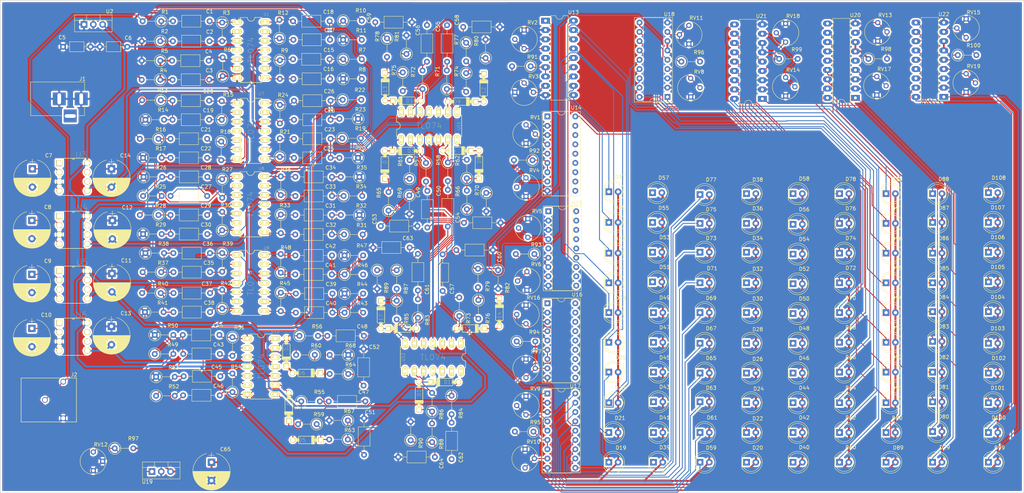
<source format=kicad_pcb>
(kicad_pcb (version 4) (host pcbnew 4.0.7)
  (layers (0 F.Cu mixed) (1 In1.Cu mixed) (2 In2.Cu mixed) (31 B.Cu mixed) (34 B.Paste user) (35 F.Paste user) (36 B.SilkS user) (37 F.SilkS user) (38 B.Mask user) (39 F.Mask user) (44 Edge.Cuts user))
  (net 0 "")
  (net 1 "Net-(C1-Pad1)")
  (net 2 "Net-(C1-Pad2)")
  (net 3 "Net-(C2-Pad1)")
  (net 4 /10Hz-100nF/Audio10Hz)
  (net 5 "Net-(C3-Pad2)")
  (net 6 "Net-(C4-Pad1)")
  (net 7 +12V)
  (net 8 GND)
  (net 9 /+8V)
  (net 10 "Net-(C7-Pad1)")
  (net 11 "Net-(C7-Pad2)")
  (net 12 "Net-(C8-Pad1)")
  (net 13 "Net-(C8-Pad2)")
  (net 14 "Net-(C9-Pad1)")
  (net 15 "Net-(C9-Pad2)")
  (net 16 "Net-(C10-Pad1)")
  (net 17 "Net-(C10-Pad2)")
  (net 18 /-8V_2)
  (net 19 /-8V_1)
  (net 20 /-8V_3)
  (net 21 /-8V)
  (net 22 "Net-(C15-Pad1)")
  (net 23 "Net-(C15-Pad2)")
  (net 24 "Net-(C16-Pad1)")
  (net 25 "Net-(C17-Pad1)")
  (net 26 "Net-(C17-Pad2)")
  (net 27 "/50Hz - 220 nF/Audio50Hz")
  (net 28 "Net-(C19-Pad1)")
  (net 29 "Net-(C19-Pad2)")
  (net 30 "Net-(C20-Pad1)")
  (net 31 "Net-(C21-Pad1)")
  (net 32 "Net-(C21-Pad2)")
  (net 33 "/200Hz - 47nF/Audio200Hz")
  (net 34 "Net-(C23-Pad1)")
  (net 35 "Net-(C23-Pad2)")
  (net 36 "Net-(C24-Pad1)")
  (net 37 "Net-(C25-Pad1)")
  (net 38 "Net-(C25-Pad2)")
  (net 39 "/500Hz - 22 nF/Audio500Hz")
  (net 40 "Net-(C27-Pad1)")
  (net 41 "Net-(C27-Pad2)")
  (net 42 "Net-(C28-Pad1)")
  (net 43 "Net-(C29-Pad1)")
  (net 44 "Net-(C29-Pad2)")
  (net 45 "/1kHz -10 nF/Audio1kHz")
  (net 46 "Net-(C31-Pad1)")
  (net 47 "Net-(C31-Pad2)")
  (net 48 "Net-(C32-Pad1)")
  (net 49 "Net-(C33-Pad1)")
  (net 50 "Net-(C33-Pad2)")
  (net 51 "/2.5 kHz- 4.7 nF/Audio2.5kHz")
  (net 52 "Net-(C35-Pad1)")
  (net 53 "Net-(C35-Pad2)")
  (net 54 "Net-(C36-Pad1)")
  (net 55 "Net-(C37-Pad1)")
  (net 56 "Net-(C37-Pad2)")
  (net 57 "/4.5kHz - 2.2 nF/Audio4.5kHz")
  (net 58 "Net-(C39-Pad1)")
  (net 59 "Net-(C39-Pad2)")
  (net 60 "Net-(C40-Pad1)")
  (net 61 "Net-(C41-Pad1)")
  (net 62 "Net-(C41-Pad2)")
  (net 63 "/10 kHz - 1 nF/Audio10kHz")
  (net 64 "Net-(C43-Pad1)")
  (net 65 "Net-(C43-Pad2)")
  (net 66 "Net-(C44-Pad1)")
  (net 67 "Net-(C45-Pad1)")
  (net 68 "Net-(C45-Pad2)")
  (net 69 /All_Rectifiers/Audio25Hz)
  (net 70 "Net-(C47-Pad1)")
  (net 71 "Net-(C48-Pad1)")
  (net 72 "Net-(C49-Pad1)")
  (net 73 "Net-(C50-Pad1)")
  (net 74 /10)
  (net 75 /50)
  (net 76 /200)
  (net 77 /500)
  (net 78 "Net-(C55-Pad1)")
  (net 79 "Net-(C56-Pad1)")
  (net 80 "Net-(C57-Pad1)")
  (net 81 /1k)
  (net 82 /4.5k)
  (net 83 /2.5k)
  (net 84 "Net-(C61-Pad1)")
  (net 85 "Net-(C62-Pad1)")
  (net 86 /25k)
  (net 87 /10k)
  (net 88 /All_Indicators/Turpinajums/LED_Supply)
  (net 89 "Net-(D1-PadC)")
  (net 90 "Net-(D1-PadA)")
  (net 91 "Net-(D2-PadC)")
  (net 92 "Net-(D2-PadA)")
  (net 93 "Net-(D3-PadC)")
  (net 94 "Net-(D3-PadA)")
  (net 95 "Net-(D4-PadC)")
  (net 96 "Net-(D4-PadA)")
  (net 97 "Net-(D5-PadC)")
  (net 98 "Net-(D6-PadC)")
  (net 99 "Net-(D7-PadC)")
  (net 100 "Net-(D8-PadC)")
  (net 101 "Net-(D12-PadA)")
  (net 102 "Net-(D9-PadA)")
  (net 103 "Net-(D10-PadC)")
  (net 104 "Net-(D10-PadA)")
  (net 105 "Net-(D11-PadC)")
  (net 106 "Net-(D11-PadA)")
  (net 107 "Net-(D12-PadC)")
  (net 108 "Net-(D13-PadC)")
  (net 109 "Net-(D14-PadC)")
  (net 110 "Net-(D15-PadC)")
  (net 111 "Net-(D15-PadA)")
  (net 112 "Net-(D16-PadC)")
  (net 113 "Net-(D16-PadA)")
  (net 114 "Net-(D17-PadC)")
  (net 115 "Net-(D18-PadC)")
  (net 116 "Net-(D19-Pad1)")
  (net 117 "Net-(D20-Pad1)")
  (net 118 "Net-(D21-Pad1)")
  (net 119 "Net-(D22-Pad1)")
  (net 120 "Net-(D23-Pad1)")
  (net 121 "Net-(D24-Pad1)")
  (net 122 "Net-(D25-Pad1)")
  (net 123 "Net-(D26-Pad1)")
  (net 124 "Net-(D27-Pad1)")
  (net 125 "Net-(D28-Pad1)")
  (net 126 "Net-(D29-Pad1)")
  (net 127 "Net-(D30-Pad1)")
  (net 128 "Net-(D31-Pad1)")
  (net 129 "Net-(D32-Pad1)")
  (net 130 "Net-(D33-Pad1)")
  (net 131 "Net-(D34-Pad1)")
  (net 132 "Net-(D35-Pad1)")
  (net 133 "Net-(D36-Pad1)")
  (net 134 "Net-(D37-Pad1)")
  (net 135 "Net-(D38-Pad1)")
  (net 136 "Net-(D39-Pad1)")
  (net 137 "Net-(D40-Pad1)")
  (net 138 "Net-(D41-Pad1)")
  (net 139 "Net-(D42-Pad1)")
  (net 140 "Net-(D43-Pad1)")
  (net 141 "Net-(D44-Pad1)")
  (net 142 "Net-(D45-Pad1)")
  (net 143 "Net-(D46-Pad1)")
  (net 144 "Net-(D47-Pad1)")
  (net 145 "Net-(D48-Pad1)")
  (net 146 "Net-(D49-Pad1)")
  (net 147 "Net-(D50-Pad1)")
  (net 148 "Net-(D51-Pad1)")
  (net 149 "Net-(D52-Pad1)")
  (net 150 "Net-(D53-Pad1)")
  (net 151 "Net-(D54-Pad1)")
  (net 152 "Net-(D55-Pad1)")
  (net 153 "Net-(D56-Pad1)")
  (net 154 "Net-(D57-Pad1)")
  (net 155 "Net-(D58-Pad1)")
  (net 156 "Net-(D59-Pad1)")
  (net 157 "Net-(D60-Pad1)")
  (net 158 "Net-(D61-Pad1)")
  (net 159 "Net-(D62-Pad1)")
  (net 160 "Net-(D63-Pad1)")
  (net 161 "Net-(D64-Pad1)")
  (net 162 "Net-(D65-Pad1)")
  (net 163 "Net-(D66-Pad1)")
  (net 164 "Net-(D67-Pad1)")
  (net 165 "Net-(D68-Pad1)")
  (net 166 "Net-(D69-Pad1)")
  (net 167 "Net-(D70-Pad1)")
  (net 168 "Net-(D71-Pad1)")
  (net 169 "Net-(D72-Pad1)")
  (net 170 "Net-(D73-Pad1)")
  (net 171 "Net-(D74-Pad1)")
  (net 172 "Net-(D75-Pad1)")
  (net 173 "Net-(D76-Pad1)")
  (net 174 "Net-(D77-Pad1)")
  (net 175 "Net-(D78-Pad1)")
  (net 176 "Net-(D79-Pad1)")
  (net 177 "Net-(D80-Pad1)")
  (net 178 "Net-(D81-Pad1)")
  (net 179 "Net-(D82-Pad1)")
  (net 180 "Net-(D83-Pad1)")
  (net 181 "Net-(D84-Pad1)")
  (net 182 "Net-(D85-Pad1)")
  (net 183 "Net-(D86-Pad1)")
  (net 184 "Net-(D87-Pad1)")
  (net 185 "Net-(D88-Pad1)")
  (net 186 "Net-(D89-Pad1)")
  (net 187 "Net-(D90-Pad1)")
  (net 188 "Net-(D91-Pad1)")
  (net 189 "Net-(D92-Pad1)")
  (net 190 "Net-(D93-Pad1)")
  (net 191 "Net-(D94-Pad1)")
  (net 192 "Net-(D95-Pad1)")
  (net 193 "Net-(D96-Pad1)")
  (net 194 "Net-(D97-Pad1)")
  (net 195 "Net-(D98-Pad1)")
  (net 196 "Net-(D99-Pad1)")
  (net 197 "Net-(D100-Pad1)")
  (net 198 "Net-(D101-Pad1)")
  (net 199 "Net-(D102-Pad1)")
  (net 200 "Net-(D103-Pad1)")
  (net 201 "Net-(D104-Pad1)")
  (net 202 "Net-(D105-Pad1)")
  (net 203 "Net-(D106-Pad1)")
  (net 204 "Net-(D107-Pad1)")
  (net 205 "Net-(D108-Pad1)")
  (net 206 /Audio)
  (net 207 "Net-(R91-Pad1)")
  (net 208 "Net-(R91-Pad2)")
  (net 209 "Net-(R92-Pad1)")
  (net 210 "Net-(R92-Pad2)")
  (net 211 "Net-(R93-Pad1)")
  (net 212 "Net-(R93-Pad2)")
  (net 213 "Net-(R94-Pad1)")
  (net 214 "Net-(R94-Pad2)")
  (net 215 "Net-(R95-Pad1)")
  (net 216 "Net-(R95-Pad2)")
  (net 217 "Net-(R96-Pad1)")
  (net 218 "Net-(R96-Pad2)")
  (net 219 "Net-(R97-Pad1)")
  (net 220 "Net-(R98-Pad1)")
  (net 221 "Net-(R98-Pad2)")
  (net 222 "Net-(R99-Pad1)")
  (net 223 "Net-(R99-Pad2)")
  (net 224 "Net-(R100-Pad1)")
  (net 225 "Net-(R100-Pad2)")
  (net 226 "Net-(RV1-Pad2)")
  (net 227 "Net-(RV2-Pad2)")
  (net 228 "Net-(RV5-Pad2)")
  (net 229 "Net-(RV8-Pad2)")
  (net 230 "Net-(RV9-Pad2)")
  (net 231 "Net-(RV16-Pad2)")
  (net 232 "Net-(RV17-Pad2)")
  (net 233 "Net-(RV18-Pad2)")
  (net 234 "Net-(RV19-Pad2)")
  (net 235 "Net-(U3-Pad1)")
  (net 236 "Net-(U3-Pad6)")
  (net 237 "Net-(U3-Pad7)")
  (net 238 "Net-(U4-Pad1)")
  (net 239 "Net-(U4-Pad6)")
  (net 240 "Net-(U4-Pad7)")
  (net 241 "Net-(U5-Pad1)")
  (net 242 "Net-(U5-Pad3)")
  (net 243 "Net-(U5-Pad6)")
  (net 244 "Net-(U5-Pad7)")
  (net 245 "Net-(U6-Pad1)")
  (net 246 "Net-(U6-Pad6)")
  (net 247 "Net-(U6-Pad7)")
  (module LIBRARIIES:DIP-18_W7.62mm_Socket (layer F.Cu) (at 245.618 72.263 180)
    (fp_text reference U18 (at -0.508 22.606 180) (layer F.SilkS))
    (fp_text value LM3915)
    (pad 1 thru_hole rect (at 0 0 180) (size 1.6 1.6) (drill 0.8) (layers *.Cu *.Mask) (net 157 "Net-(D60-Pad1)"))
    (pad 10 thru_hole oval (at 7.62 20.32 180) (size 1.6 1.6) (drill 0.8) (layers *.Cu *.Mask) (net 175 "Net-(D78-Pad1)"))
    (pad 2 thru_hole oval (at 0 2.54 180) (size 1.6 1.6) (drill 0.8) (layers *.Cu *.Mask) (net 8 GND))
    (pad 11 thru_hole oval (at 7.62 17.78 180) (size 1.6 1.6) (drill 0.8) (layers *.Cu *.Mask) (net 173 "Net-(D76-Pad1)"))
    (pad 3 thru_hole oval (at 0 5.08 180) (size 1.6 1.6) (drill 0.8) (layers *.Cu *.Mask) (net 7 +12V))
    (pad 12 thru_hole oval (at 7.62 15.24 180) (size 1.6 1.6) (drill 0.8) (layers *.Cu *.Mask) (net 171 "Net-(D74-Pad1)"))
    (pad 4 thru_hole oval (at 0 7.62 180) (size 1.6 1.6) (drill 0.8) (layers *.Cu *.Mask) (net 229 "Net-(RV8-Pad2)"))
    (pad 13 thru_hole oval (at 7.62 12.7 180) (size 1.6 1.6) (drill 0.8) (layers *.Cu *.Mask) (net 169 "Net-(D72-Pad1)"))
    (pad 5 thru_hole oval (at 0 10.16 180) (size 1.6 1.6) (drill 0.8) (layers *.Cu *.Mask) (net 83 /2.5k))
    (pad 14 thru_hole oval (at 7.62 10.16 180) (size 1.6 1.6) (drill 0.8) (layers *.Cu *.Mask) (net 167 "Net-(D70-Pad1)"))
    (pad 6 thru_hole oval (at 0 12.7 180) (size 1.6 1.6) (drill 0.8) (layers *.Cu *.Mask) (net 217 "Net-(R96-Pad1)"))
    (pad 15 thru_hole oval (at 7.62 7.62 180) (size 1.6 1.6) (drill 0.8) (layers *.Cu *.Mask) (net 165 "Net-(D68-Pad1)"))
    (pad 7 thru_hole oval (at 0 15.24 180) (size 1.6 1.6) (drill 0.8) (layers *.Cu *.Mask) (net 217 "Net-(R96-Pad1)"))
    (pad 16 thru_hole oval (at 7.62 5.08 180) (size 1.6 1.6) (drill 0.8) (layers *.Cu *.Mask) (net 163 "Net-(D66-Pad1)"))
    (pad 8 thru_hole oval (at 0 17.78 180) (size 1.6 1.6) (drill 0.8) (layers *.Cu *.Mask) (net 218 "Net-(R96-Pad2)"))
    (pad 17 thru_hole oval (at 7.62 2.54 180) (size 1.6 1.6) (drill 0.8) (layers *.Cu *.Mask) (net 161 "Net-(D64-Pad1)"))
    (pad 9 thru_hole oval (at 0 20.32 180) (size 1.6 1.6) (drill 0.8) (layers *.Cu *.Mask) (net 7 +12V))
    (pad 18 thru_hole oval (at 7.62 0 180) (size 1.6 1.6) (drill 0.8) (layers *.Cu *.Mask) (net 159 "Net-(D62-Pad1)"))
  )
  (module Resistors_THT:R_Axial_DIN0309_L9.0mm_D3.2mm_P5.08mm_Vertical (layer F.Cu) (at 169.471112 103.32162 90)
    (fp_text reference R65 (at 4.9 -2.6 270) (layer F.SilkS))
    (fp_text value 1k)
    (pad 1 thru_hole circle (at 0 0 90) (size 1.6 1.6) (drill 0.8) (layers *.Cu *.Mask) (net 76 /200))
    (pad 2 thru_hole oval (at 5.08 0 90) (size 1.6 1.6) (drill 0.8) (layers *.Cu *.Mask) (net 99 "Net-(D7-PadC)"))
  )
  (module Capacitors_THT:C_Axial_L5.1mm_D3.1mm_P10.00mm_Horizontal (layer F.Cu) (at 120.65 51.562 180)
    (fp_text reference C1 (at 0 2.667 180) (layer F.SilkS))
    (fp_text value "100 nF")
    (pad 1 thru_hole circle (at 0 0 180) (size 1.6 1.6) (drill 0.8) (layers *.Cu *.Mask) (net 1 "Net-(C1-Pad1)"))
    (pad 2 thru_hole oval (at 10 0 180) (size 1.6 1.6) (drill 0.8) (layers *.Cu *.Mask) (net 2 "Net-(C1-Pad2)"))
  )
  (module Capacitors_THT:C_Axial_L5.1mm_D3.1mm_P10.00mm_Horizontal (layer F.Cu) (at 120.617 57.023 180)
    (fp_text reference C2 (at -0.033 2.54 180) (layer F.SilkS))
    (fp_text value "100 nF")
    (pad 1 thru_hole circle (at 0 0 180) (size 1.6 1.6) (drill 0.8) (layers *.Cu *.Mask) (net 3 "Net-(C2-Pad1)"))
    (pad 2 thru_hole oval (at 10 0 180) (size 1.6 1.6) (drill 0.8) (layers *.Cu *.Mask) (net 2 "Net-(C1-Pad2)"))
  )
  (module Capacitors_THT:C_Axial_L5.1mm_D3.1mm_P10.00mm_Horizontal (layer F.Cu) (at 120.523 67.564 180)
    (fp_text reference C3 (at 0 2.54 180) (layer F.SilkS))
    (fp_text value "100 nF")
    (pad 1 thru_hole circle (at 0 0 180) (size 1.6 1.6) (drill 0.8) (layers *.Cu *.Mask) (net 4 /10Hz-100nF/Audio10Hz))
    (pad 2 thru_hole oval (at 10 0 180) (size 1.6 1.6) (drill 0.8) (layers *.Cu *.Mask) (net 5 "Net-(C3-Pad2)"))
  )
  (module Capacitors_THT:C_Axial_L5.1mm_D3.1mm_P10.00mm_Horizontal (layer F.Cu) (at 120.396 62.357 180)
    (fp_text reference C4 (at 0 2.54 180) (layer F.SilkS))
    (fp_text value "100 nF")
    (pad 1 thru_hole circle (at 0 0 180) (size 1.6 1.6) (drill 0.8) (layers *.Cu *.Mask) (net 6 "Net-(C4-Pad1)"))
    (pad 2 thru_hole oval (at 10 0 180) (size 1.6 1.6) (drill 0.8) (layers *.Cu *.Mask) (net 5 "Net-(C3-Pad2)"))
  )
  (module Capacitors_THT:C_Axial_L3.8mm_D2.6mm_P7.50mm_Horizontal (layer F.Cu) (at 80.638 58.547)
    (fp_text reference C5 (at -0.254 -2.54) (layer F.SilkS))
    (fp_text value "100 nF")
    (pad 1 thru_hole circle (at 0 0) (size 1.6 1.6) (drill 0.8) (layers *.Cu *.Mask) (net 7 +12V))
    (pad 2 thru_hole oval (at 7.5 0) (size 1.6 1.6) (drill 0.8) (layers *.Cu *.Mask) (net 8 GND))
  )
  (module Capacitors_THT:C_Axial_L3.8mm_D2.6mm_P7.50mm_Horizontal (layer F.Cu) (at 98.178 58.547 180)
    (fp_text reference C6 (at -0.254 2.413 180) (layer F.SilkS))
    (fp_text value "100 nF")
    (pad 1 thru_hole circle (at 0 0 180) (size 1.6 1.6) (drill 0.8) (layers *.Cu *.Mask) (net 9 /+8V))
    (pad 2 thru_hole oval (at 7.5 0 180) (size 1.6 1.6) (drill 0.8) (layers *.Cu *.Mask) (net 8 GND))
  )
  (module Capacitors_THT:CP_Radial_D10.0mm_P5.00mm (layer F.Cu) (at 72.263 91.901 270)
    (fp_text reference C7 (at -3.636 -4.445 360) (layer F.SilkS))
    (fp_text value "10 uF")
    (pad 1 thru_hole rect (at 0 0 270) (size 2 2) (drill 1) (layers *.Cu *.Mask) (net 10 "Net-(C7-Pad1)"))
    (pad 2 thru_hole circle (at 5 0 270) (size 2 2) (drill 1) (layers *.Cu *.Mask) (net 11 "Net-(C7-Pad2)"))
  )
  (module Capacitors_THT:CP_Radial_D10.0mm_P5.00mm (layer F.Cu) (at 72.136 105.998 270)
    (fp_text reference C8 (at -3.636 -4.318 360) (layer F.SilkS))
    (fp_text value "10 uF")
    (pad 1 thru_hole rect (at 0 0 270) (size 2 2) (drill 1) (layers *.Cu *.Mask) (net 12 "Net-(C8-Pad1)"))
    (pad 2 thru_hole circle (at 5 0 270) (size 2 2) (drill 1) (layers *.Cu *.Mask) (net 13 "Net-(C8-Pad2)"))
  )
  (module Capacitors_THT:CP_Radial_D10.0mm_P5.00mm (layer F.Cu) (at 72.136 120.73 270)
    (fp_text reference C9 (at -3.636 -4.318 360) (layer F.SilkS))
    (fp_text value "10 uF")
    (pad 1 thru_hole rect (at 0 0 270) (size 2 2) (drill 1) (layers *.Cu *.Mask) (net 14 "Net-(C9-Pad1)"))
    (pad 2 thru_hole circle (at 5 0 270) (size 2 2) (drill 1) (layers *.Cu *.Mask) (net 15 "Net-(C9-Pad2)"))
  )
  (module Capacitors_THT:CP_Radial_D10.0mm_P5.00mm (layer F.Cu) (at 72.136 135.509 270)
    (fp_text reference C10 (at -3.683 -3.937 360) (layer F.SilkS))
    (fp_text value "10 uF")
    (pad 1 thru_hole rect (at 0 0 270) (size 2 2) (drill 1) (layers *.Cu *.Mask) (net 16 "Net-(C10-Pad1)"))
    (pad 2 thru_hole circle (at 5 0 270) (size 2 2) (drill 1) (layers *.Cu *.Mask) (net 17 "Net-(C10-Pad2)"))
  )
  (module Capacitors_THT:CP_Radial_D10.0mm_P5.00mm (layer F.Cu) (at 93.98 120.523 270)
    (fp_text reference C11 (at -3.556 -3.937 360) (layer F.SilkS))
    (fp_text value "470 uF")
    (pad 1 thru_hole rect (at 0 0 270) (size 2 2) (drill 1) (layers *.Cu *.Mask) (net 8 GND))
    (pad 2 thru_hole circle (at 5 0 270) (size 2 2) (drill 1) (layers *.Cu *.Mask) (net 18 /-8V_2))
  )
  (module Capacitors_THT:CP_Radial_D10.0mm_P5.00mm (layer F.Cu) (at 94.107 106.045 270)
    (fp_text reference C12 (at -3.556 -4.064 360) (layer F.SilkS))
    (fp_text value "470 uF")
    (pad 1 thru_hole rect (at 0 0 270) (size 2 2) (drill 1) (layers *.Cu *.Mask) (net 8 GND))
    (pad 2 thru_hole circle (at 5 0 270) (size 2 2) (drill 1) (layers *.Cu *.Mask) (net 19 /-8V_1))
  )
  (module Capacitors_THT:CP_Radial_D10.0mm_P5.00mm (layer F.Cu) (at 93.853 134.954 270)
    (fp_text reference C13 (at -3.556 -3.937 360) (layer F.SilkS))
    (fp_text value "470 uF")
    (pad 1 thru_hole rect (at 0 0 270) (size 2 2) (drill 1) (layers *.Cu *.Mask) (net 8 GND))
    (pad 2 thru_hole circle (at 5 0 270) (size 2 2) (drill 1) (layers *.Cu *.Mask) (net 20 /-8V_3))
  )
  (module Capacitors_THT:CP_Radial_D10.0mm_P5.00mm (layer F.Cu) (at 93.853 91.901 270)
    (fp_text reference C14 (at -3.636 -3.81 360) (layer F.SilkS))
    (fp_text value "470 uF")
    (pad 1 thru_hole rect (at 0 0 270) (size 2 2) (drill 1) (layers *.Cu *.Mask) (net 8 GND))
    (pad 2 thru_hole circle (at 5 0 270) (size 2 2) (drill 1) (layers *.Cu *.Mask) (net 21 /-8V))
  )
  (module Capacitors_THT:C_Axial_L5.1mm_D3.1mm_P10.00mm_Horizontal (layer F.Cu) (at 143.416 61.976)
    (fp_text reference C15 (at 9.779 -2.54) (layer F.SilkS))
    (fp_text value "220 nF")
    (pad 1 thru_hole circle (at 0 0) (size 1.6 1.6) (drill 0.8) (layers *.Cu *.Mask) (net 22 "Net-(C15-Pad1)"))
    (pad 2 thru_hole oval (at 10 0) (size 1.6 1.6) (drill 0.8) (layers *.Cu *.Mask) (net 23 "Net-(C15-Pad2)"))
  )
  (module Capacitors_THT:C_Axial_L5.1mm_D3.1mm_P10.00mm_Horizontal (layer F.Cu) (at 143.51 67.31)
    (fp_text reference C16 (at 9.619 -2.667) (layer F.SilkS))
    (fp_text value "220 nF")
    (pad 1 thru_hole circle (at 0 0) (size 1.6 1.6) (drill 0.8) (layers *.Cu *.Mask) (net 24 "Net-(C16-Pad1)"))
    (pad 2 thru_hole oval (at 10 0) (size 1.6 1.6) (drill 0.8) (layers *.Cu *.Mask) (net 23 "Net-(C15-Pad2)"))
  )
  (module Capacitors_THT:C_Axial_L5.1mm_D3.1mm_P10.00mm_Horizontal (layer F.Cu) (at 143.51 56.642)
    (fp_text reference C17 (at 9.873 -2.61) (layer F.SilkS))
    (fp_text value "220 nF")
    (pad 1 thru_hole circle (at 0 0) (size 1.6 1.6) (drill 0.8) (layers *.Cu *.Mask) (net 25 "Net-(C17-Pad1)"))
    (pad 2 thru_hole oval (at 10 0) (size 1.6 1.6) (drill 0.8) (layers *.Cu *.Mask) (net 26 "Net-(C17-Pad2)"))
  )
  (module Capacitors_THT:C_Axial_L5.1mm_D3.1mm_P10.00mm_Horizontal (layer F.Cu) (at 143.416 51.562)
    (fp_text reference C18 (at 9.652 -2.54) (layer F.SilkS))
    (fp_text value "220 nF")
    (pad 1 thru_hole circle (at 0 0) (size 1.6 1.6) (drill 0.8) (layers *.Cu *.Mask) (net 27 "/50Hz - 220 nF/Audio50Hz"))
    (pad 2 thru_hole oval (at 10 0) (size 1.6 1.6) (drill 0.8) (layers *.Cu *.Mask) (net 26 "Net-(C17-Pad2)"))
  )
  (module Capacitors_THT:C_Axial_L5.1mm_D3.1mm_P10.00mm_Horizontal (layer F.Cu) (at 120.523 78.486 180)
    (fp_text reference C19 (at 0.254 2.54 180) (layer F.SilkS))
    (fp_text value "47 nF")
    (pad 1 thru_hole circle (at 0 0 180) (size 1.6 1.6) (drill 0.8) (layers *.Cu *.Mask) (net 28 "Net-(C19-Pad1)"))
    (pad 2 thru_hole oval (at 10 0 180) (size 1.6 1.6) (drill 0.8) (layers *.Cu *.Mask) (net 29 "Net-(C19-Pad2)"))
  )
  (module Capacitors_THT:C_Axial_L5.1mm_D3.1mm_P10.00mm_Horizontal (layer F.Cu) (at 120.523 73.279 180)
    (fp_text reference C20 (at 0.254 2.54 180) (layer F.SilkS))
    (fp_text value "47 nF")
    (pad 1 thru_hole circle (at 0 0 180) (size 1.6 1.6) (drill 0.8) (layers *.Cu *.Mask) (net 30 "Net-(C20-Pad1)"))
    (pad 2 thru_hole oval (at 10 0 180) (size 1.6 1.6) (drill 0.8) (layers *.Cu *.Mask) (net 29 "Net-(C19-Pad2)"))
  )
  (module Capacitors_THT:C_Axial_L5.1mm_D3.1mm_P10.00mm_Horizontal (layer F.Cu) (at 119.982 83.693 180)
    (fp_text reference C21 (at 0.348 2.54 180) (layer F.SilkS))
    (fp_text value "47 nF")
    (pad 1 thru_hole circle (at 0 0 180) (size 1.6 1.6) (drill 0.8) (layers *.Cu *.Mask) (net 31 "Net-(C21-Pad1)"))
    (pad 2 thru_hole oval (at 10 0 180) (size 1.6 1.6) (drill 0.8) (layers *.Cu *.Mask) (net 32 "Net-(C21-Pad2)"))
  )
  (module Capacitors_THT:C_Axial_L5.1mm_D3.1mm_P10.00mm_Horizontal (layer F.Cu) (at 119.982 88.9 180)
    (fp_text reference C22 (at 0.348 2.54 180) (layer F.SilkS))
    (fp_text value "47 nF")
    (pad 1 thru_hole circle (at 0 0 180) (size 1.6 1.6) (drill 0.8) (layers *.Cu *.Mask) (net 33 "/200Hz - 47nF/Audio200Hz"))
    (pad 2 thru_hole oval (at 10 0 180) (size 1.6 1.6) (drill 0.8) (layers *.Cu *.Mask) (net 32 "Net-(C21-Pad2)"))
  )
  (module Capacitors_THT:C_Axial_L5.1mm_D3.1mm_P10.00mm_Horizontal (layer F.Cu) (at 143.67 83.693)
    (fp_text reference C23 (at 9.746 -2.54) (layer F.SilkS))
    (fp_text value 22nF)
    (pad 1 thru_hole circle (at 0 0) (size 1.6 1.6) (drill 0.8) (layers *.Cu *.Mask) (net 34 "Net-(C23-Pad1)"))
    (pad 2 thru_hole oval (at 10 0) (size 1.6 1.6) (drill 0.8) (layers *.Cu *.Mask) (net 35 "Net-(C23-Pad2)"))
  )
  (module Capacitors_THT:C_Axial_L5.1mm_D3.1mm_P10.00mm_Horizontal (layer F.Cu) (at 143.67 88.9)
    (fp_text reference C24 (at 9.492 -2.54) (layer F.SilkS))
    (fp_text value 22nF)
    (pad 1 thru_hole circle (at 0 0) (size 1.6 1.6) (drill 0.8) (layers *.Cu *.Mask) (net 36 "Net-(C24-Pad1)"))
    (pad 2 thru_hole oval (at 10 0) (size 1.6 1.6) (drill 0.8) (layers *.Cu *.Mask) (net 35 "Net-(C23-Pad2)"))
  )
  (module Capacitors_THT:C_Axial_L5.1mm_D3.1mm_P10.00mm_Horizontal (layer F.Cu) (at 143.67 78.486)
    (fp_text reference C25 (at 9.746 -2.54) (layer F.SilkS))
    (fp_text value 22nF)
    (pad 1 thru_hole circle (at 0 0) (size 1.6 1.6) (drill 0.8) (layers *.Cu *.Mask) (net 37 "Net-(C25-Pad1)"))
    (pad 2 thru_hole oval (at 10 0) (size 1.6 1.6) (drill 0.8) (layers *.Cu *.Mask) (net 38 "Net-(C25-Pad2)"))
  )
  (module Capacitors_THT:C_Axial_L5.1mm_D3.1mm_P10.00mm_Horizontal (layer F.Cu) (at 143.67 73.279)
    (fp_text reference C26 (at 9.619 -2.54) (layer F.SilkS))
    (fp_text value 22nF)
    (pad 1 thru_hole circle (at 0 0) (size 1.6 1.6) (drill 0.8) (layers *.Cu *.Mask) (net 39 "/500Hz - 22 nF/Audio500Hz"))
    (pad 2 thru_hole oval (at 10 0) (size 1.6 1.6) (drill 0.8) (layers *.Cu *.Mask) (net 38 "Net-(C25-Pad2)"))
  )
  (module Capacitors_THT:C_Axial_L5.1mm_D3.1mm_P10.00mm_Horizontal (layer F.Cu) (at 109.982 99.314)
    (fp_text reference C27 (at 9.746 -2.54) (layer F.SilkS))
    (fp_text value 10nF)
    (pad 1 thru_hole circle (at 0 0) (size 1.6 1.6) (drill 0.8) (layers *.Cu *.Mask) (net 40 "Net-(C27-Pad1)"))
    (pad 2 thru_hole oval (at 10 0) (size 1.6 1.6) (drill 0.8) (layers *.Cu *.Mask) (net 41 "Net-(C27-Pad2)"))
  )
  (module Capacitors_THT:C_Axial_L5.1mm_D3.1mm_P10.00mm_Horizontal (layer F.Cu) (at 120.015 94.107 180)
    (fp_text reference C28 (at 0.381 2.54 180) (layer F.SilkS))
    (fp_text value 10nF)
    (pad 1 thru_hole circle (at 0 0 180) (size 1.6 1.6) (drill 0.8) (layers *.Cu *.Mask) (net 42 "Net-(C28-Pad1)"))
    (pad 2 thru_hole oval (at 10 0 180) (size 1.6 1.6) (drill 0.8) (layers *.Cu *.Mask) (net 41 "Net-(C27-Pad2)"))
  )
  (module Capacitors_THT:C_Axial_L5.1mm_D3.1mm_P10.00mm_Horizontal (layer F.Cu) (at 119.982 104.521 180)
    (fp_text reference C29 (at 0.348 2.54 180) (layer F.SilkS))
    (fp_text value 10nF)
    (pad 1 thru_hole circle (at 0 0 180) (size 1.6 1.6) (drill 0.8) (layers *.Cu *.Mask) (net 43 "Net-(C29-Pad1)"))
    (pad 2 thru_hole oval (at 10 0 180) (size 1.6 1.6) (drill 0.8) (layers *.Cu *.Mask) (net 44 "Net-(C29-Pad2)"))
  )
  (module Capacitors_THT:C_Axial_L5.1mm_D3.1mm_P10.00mm_Horizontal (layer F.Cu) (at 120.015 109.728 180)
    (fp_text reference C30 (at 0.348 2.54 180) (layer F.SilkS))
    (fp_text value 10nF)
    (pad 1 thru_hole circle (at 0 0 180) (size 1.6 1.6) (drill 0.8) (layers *.Cu *.Mask) (net 45 "/1kHz -10 nF/Audio1kHz"))
    (pad 2 thru_hole oval (at 10 0 180) (size 1.6 1.6) (drill 0.8) (layers *.Cu *.Mask) (net 44 "Net-(C29-Pad2)"))
  )
  (module Capacitors_THT:C_Axial_L5.1mm_D3.1mm_P10.00mm_Horizontal (layer F.Cu) (at 144.051 104.521)
    (fp_text reference C31 (at 9.619 -2.54) (layer F.SilkS))
    (fp_text value "4.7 nF")
    (pad 1 thru_hole circle (at 0 0) (size 1.6 1.6) (drill 0.8) (layers *.Cu *.Mask) (net 46 "Net-(C31-Pad1)"))
    (pad 2 thru_hole oval (at 10 0) (size 1.6 1.6) (drill 0.8) (layers *.Cu *.Mask) (net 47 "Net-(C31-Pad2)"))
  )
  (module Capacitors_THT:C_Axial_L5.1mm_D3.1mm_P10.00mm_Horizontal (layer F.Cu) (at 144.018 109.855)
    (fp_text reference C32 (at 9.746 -2.61) (layer F.SilkS))
    (fp_text value "4.7 nF")
    (pad 1 thru_hole circle (at 0 0) (size 1.6 1.6) (drill 0.8) (layers *.Cu *.Mask) (net 48 "Net-(C32-Pad1)"))
    (pad 2 thru_hole oval (at 10 0) (size 1.6 1.6) (drill 0.8) (layers *.Cu *.Mask) (net 47 "Net-(C31-Pad2)"))
  )
  (module Capacitors_THT:C_Axial_L5.1mm_D3.1mm_P10.00mm_Horizontal (layer F.Cu) (at 144.051 99.314)
    (fp_text reference C33 (at 9.619 -2.54) (layer F.SilkS))
    (fp_text value "4.7 nF")
    (pad 1 thru_hole circle (at 0 0) (size 1.6 1.6) (drill 0.8) (layers *.Cu *.Mask) (net 49 "Net-(C33-Pad1)"))
    (pad 2 thru_hole oval (at 10 0) (size 1.6 1.6) (drill 0.8) (layers *.Cu *.Mask) (net 50 "Net-(C33-Pad2)"))
  )
  (module Capacitors_THT:C_Axial_L5.1mm_D3.1mm_P10.00mm_Horizontal (layer F.Cu) (at 144.051 94.107)
    (fp_text reference C34 (at 9.652 -2.54) (layer F.SilkS))
    (fp_text value "4.7 nF")
    (pad 1 thru_hole circle (at 0 0) (size 1.6 1.6) (drill 0.8) (layers *.Cu *.Mask) (net 51 "/2.5 kHz- 4.7 nF/Audio2.5kHz"))
    (pad 2 thru_hole oval (at 10 0) (size 1.6 1.6) (drill 0.8) (layers *.Cu *.Mask) (net 50 "Net-(C33-Pad2)"))
  )
  (module Capacitors_THT:C_Axial_L5.1mm_D3.1mm_P10.00mm_Horizontal (layer F.Cu) (at 120.777 120.142 180)
    (fp_text reference C35 (at 0.381 2.54 180) (layer F.SilkS))
    (fp_text value 2.2nF)
    (pad 1 thru_hole circle (at 0 0 180) (size 1.6 1.6) (drill 0.8) (layers *.Cu *.Mask) (net 52 "Net-(C35-Pad1)"))
    (pad 2 thru_hole oval (at 10 0 180) (size 1.6 1.6) (drill 0.8) (layers *.Cu *.Mask) (net 53 "Net-(C35-Pad2)"))
  )
  (module Capacitors_THT:C_Axial_L5.1mm_D3.1mm_P10.00mm_Horizontal (layer F.Cu) (at 120.744 114.935 180)
    (fp_text reference C36 (at 0.602 2.54 180) (layer F.SilkS))
    (fp_text value 2.2nF)
    (pad 1 thru_hole circle (at 0 0 180) (size 1.6 1.6) (drill 0.8) (layers *.Cu *.Mask) (net 54 "Net-(C36-Pad1)"))
    (pad 2 thru_hole oval (at 10 0 180) (size 1.6 1.6) (drill 0.8) (layers *.Cu *.Mask) (net 53 "Net-(C35-Pad2)"))
  )
  (module Capacitors_THT:C_Axial_L5.1mm_D3.1mm_P10.00mm_Horizontal (layer F.Cu) (at 120.777 125.857 180)
    (fp_text reference C37 (at 0.889 2.54 180) (layer F.SilkS))
    (fp_text value 2.2nF)
    (pad 1 thru_hole circle (at 0 0 180) (size 1.6 1.6) (drill 0.8) (layers *.Cu *.Mask) (net 55 "Net-(C37-Pad1)"))
    (pad 2 thru_hole oval (at 10 0 180) (size 1.6 1.6) (drill 0.8) (layers *.Cu *.Mask) (net 56 "Net-(C37-Pad2)"))
  )
  (module Capacitors_THT:C_Axial_L5.1mm_D3.1mm_P10.00mm_Horizontal (layer F.Cu) (at 120.777 131.064 180)
    (fp_text reference C38 (at 0.254 2.54 180) (layer F.SilkS))
    (fp_text value 2.2nF)
    (pad 1 thru_hole circle (at 0 0 180) (size 1.6 1.6) (drill 0.8) (layers *.Cu *.Mask) (net 57 "/4.5kHz - 2.2 nF/Audio4.5kHz"))
    (pad 2 thru_hole oval (at 10 0 180) (size 1.6 1.6) (drill 0.8) (layers *.Cu *.Mask) (net 56 "Net-(C37-Pad2)"))
  )
  (module Capacitors_THT:C_Axial_L5.1mm_D3.1mm_P10.00mm_Horizontal (layer F.Cu) (at 144.178 125.984)
    (fp_text reference C39 (at 9.619 -2.54) (layer F.SilkS))
    (fp_text value 1nF)
    (pad 1 thru_hole circle (at 0 0) (size 1.6 1.6) (drill 0.8) (layers *.Cu *.Mask) (net 58 "Net-(C39-Pad1)"))
    (pad 2 thru_hole oval (at 10 0) (size 1.6 1.6) (drill 0.8) (layers *.Cu *.Mask) (net 59 "Net-(C39-Pad2)"))
  )
  (module Capacitors_THT:C_Axial_L5.1mm_D3.1mm_P10.00mm_Horizontal (layer F.Cu) (at 144.178 131.191)
    (fp_text reference C40 (at 9.619 -2.54) (layer F.SilkS))
    (fp_text value 1nF)
    (pad 1 thru_hole circle (at 0 0) (size 1.6 1.6) (drill 0.8) (layers *.Cu *.Mask) (net 60 "Net-(C40-Pad1)"))
    (pad 2 thru_hole oval (at 10 0) (size 1.6 1.6) (drill 0.8) (layers *.Cu *.Mask) (net 59 "Net-(C39-Pad2)"))
  )
  (module Capacitors_THT:C_Axial_L5.1mm_D3.1mm_P10.00mm_Horizontal (layer F.Cu) (at 144.018 120.777)
    (fp_text reference C41 (at 9.652 -2.54) (layer F.SilkS))
    (fp_text value 1nF)
    (pad 1 thru_hole circle (at 0 0) (size 1.6 1.6) (drill 0.8) (layers *.Cu *.Mask) (net 61 "Net-(C41-Pad1)"))
    (pad 2 thru_hole oval (at 10 0) (size 1.6 1.6) (drill 0.8) (layers *.Cu *.Mask) (net 62 "Net-(C41-Pad2)"))
  )
  (module Capacitors_THT:C_Axial_L5.1mm_D3.1mm_P10.00mm_Horizontal (layer F.Cu) (at 144.051 115.57)
    (fp_text reference C42 (at 9.619 -2.54) (layer F.SilkS))
    (fp_text value 1nF)
    (pad 1 thru_hole circle (at 0 0) (size 1.6 1.6) (drill 0.8) (layers *.Cu *.Mask) (net 63 "/10 kHz - 1 nF/Audio10kHz"))
    (pad 2 thru_hole oval (at 10 0) (size 1.6 1.6) (drill 0.8) (layers *.Cu *.Mask) (net 62 "Net-(C41-Pad2)"))
  )
  (module Capacitors_THT:C_Axial_L5.1mm_D3.1mm_P10.00mm_Horizontal (layer F.Cu) (at 123.444 142.494 180)
    (fp_text reference C43 (at 0.381 2.54 180) (layer F.SilkS))
    (fp_text value "470 pF")
    (pad 1 thru_hole circle (at 0 0 180) (size 1.6 1.6) (drill 0.8) (layers *.Cu *.Mask) (net 64 "Net-(C43-Pad1)"))
    (pad 2 thru_hole oval (at 10 0 180) (size 1.6 1.6) (drill 0.8) (layers *.Cu *.Mask) (net 65 "Net-(C43-Pad2)"))
  )
  (module Capacitors_THT:C_Axial_L5.1mm_D3.1mm_P10.00mm_Horizontal (layer F.Cu) (at 123.317 137.287 180)
    (fp_text reference C44 (at 0.381 2.54 180) (layer F.SilkS))
    (fp_text value "470 pF")
    (pad 1 thru_hole circle (at 0 0 180) (size 1.6 1.6) (drill 0.8) (layers *.Cu *.Mask) (net 66 "Net-(C44-Pad1)"))
    (pad 2 thru_hole oval (at 10 0 180) (size 1.6 1.6) (drill 0.8) (layers *.Cu *.Mask) (net 65 "Net-(C43-Pad2)"))
  )
  (module Capacitors_THT:C_Axial_L5.1mm_D3.1mm_P10.00mm_Horizontal (layer F.Cu) (at 123.571 148.59 180)
    (fp_text reference C45 (at 1.016 2.54 180) (layer F.SilkS))
    (fp_text value "470 pF")
    (pad 1 thru_hole circle (at 0 0 180) (size 1.6 1.6) (drill 0.8) (layers *.Cu *.Mask) (net 67 "Net-(C45-Pad1)"))
    (pad 2 thru_hole oval (at 10 0 180) (size 1.6 1.6) (drill 0.8) (layers *.Cu *.Mask) (net 68 "Net-(C45-Pad2)"))
  )
  (module Capacitors_THT:C_Axial_L5.1mm_D3.1mm_P10.00mm_Horizontal (layer F.Cu) (at 123.411 153.797 180)
    (fp_text reference C46 (at 0.348 2.54 180) (layer F.SilkS))
    (fp_text value "470 pF")
    (pad 1 thru_hole circle (at 0 0 180) (size 1.6 1.6) (drill 0.8) (layers *.Cu *.Mask) (net 69 /All_Rectifiers/Audio25Hz))
    (pad 2 thru_hole oval (at 10 0 180) (size 1.6 1.6) (drill 0.8) (layers *.Cu *.Mask) (net 68 "Net-(C45-Pad2)"))
  )
  (module Capacitors_THT:C_Axial_L5.1mm_D3.1mm_P10.00mm_Horizontal (layer F.Cu) (at 153.162 155.448)
    (fp_text reference C47 (at 9.525 -2.54) (layer F.SilkS))
    (fp_text value "1 uF")
    (pad 1 thru_hole circle (at 0 0) (size 1.6 1.6) (drill 0.8) (layers *.Cu *.Mask) (net 70 "Net-(C47-Pad1)"))
    (pad 2 thru_hole oval (at 10 0) (size 1.6 1.6) (drill 0.8) (layers *.Cu *.Mask) (net 4 /10Hz-100nF/Audio10Hz))
  )
  (module Capacitors_THT:C_Axial_L5.1mm_D3.1mm_P10.00mm_Horizontal (layer F.Cu) (at 152.781 137.541)
    (fp_text reference C48 (at 9.525 -2.54) (layer F.SilkS))
    (fp_text value "1 uF")
    (pad 1 thru_hole circle (at 0 0) (size 1.6 1.6) (drill 0.8) (layers *.Cu *.Mask) (net 71 "Net-(C48-Pad1)"))
    (pad 2 thru_hole oval (at 10 0) (size 1.6 1.6) (drill 0.8) (layers *.Cu *.Mask) (net 27 "/50Hz - 220 nF/Audio50Hz"))
  )
  (module Capacitors_THT:C_Axial_L5.1mm_D3.1mm_P10.00mm_Horizontal (layer F.Cu) (at 180.086 97.94162 270)
    (fp_text reference C49 (at 0.4 2.5 270) (layer F.SilkS))
    (fp_text value "1 uF")
    (pad 1 thru_hole circle (at 0 0 270) (size 1.6 1.6) (drill 0.8) (layers *.Cu *.Mask) (net 72 "Net-(C49-Pad1)"))
    (pad 2 thru_hole oval (at 10 0 270) (size 1.6 1.6) (drill 0.8) (layers *.Cu *.Mask) (net 33 "/200Hz - 47nF/Audio200Hz"))
  )
  (module Capacitors_THT:C_Axial_L5.1mm_D3.1mm_P10.00mm_Horizontal (layer F.Cu) (at 185.671112 97.64162 270)
    (fp_text reference C50 (at 0.3 2.5 270) (layer F.SilkS))
    (fp_text value "1 uF")
    (pad 1 thru_hole circle (at 0 0 270) (size 1.6 1.6) (drill 0.8) (layers *.Cu *.Mask) (net 73 "Net-(C50-Pad1)"))
    (pad 2 thru_hole oval (at 10 0 270) (size 1.6 1.6) (drill 0.8) (layers *.Cu *.Mask) (net 39 "/500Hz - 22 nF/Audio500Hz"))
  )
  (module Capacitors_THT:C_Axial_L5.1mm_D3.1mm_P10.00mm_Horizontal (layer F.Cu) (at 162.814 170.053 90)
    (fp_text reference C51 (at 11.651 1.651 360) (layer F.SilkS))
    (fp_text value "1 uF")
    (pad 1 thru_hole circle (at 0 0 90) (size 1.6 1.6) (drill 0.8) (layers *.Cu *.Mask) (net 74 /10))
    (pad 2 thru_hole oval (at 10 0 90) (size 1.6 1.6) (drill 0.8) (layers *.Cu *.Mask) (net 8 GND))
  )
  (module Capacitors_THT:C_Axial_L5.1mm_D3.1mm_P10.00mm_Horizontal (layer F.Cu) (at 162.687 151.13 90)
    (fp_text reference C52 (at 10.541 2.921 180) (layer F.SilkS))
    (fp_text value "1 uF")
    (pad 1 thru_hole circle (at 0 0 90) (size 1.6 1.6) (drill 0.8) (layers *.Cu *.Mask) (net 75 /50))
    (pad 2 thru_hole oval (at 10 0 90) (size 1.6 1.6) (drill 0.8) (layers *.Cu *.Mask) (net 8 GND))
  )
  (module Capacitors_THT:C_Axial_L5.1mm_D3.1mm_P10.00mm_Horizontal (layer F.Cu) (at 167.371112 107.54162)
    (fp_text reference C53 (at -1.7 -1.9 270) (layer F.SilkS))
    (fp_text value "1 uF")
    (pad 1 thru_hole circle (at 0 0) (size 1.6 1.6) (drill 0.8) (layers *.Cu *.Mask) (net 76 /200))
    (pad 2 thru_hole oval (at 10 0) (size 1.6 1.6) (drill 0.8) (layers *.Cu *.Mask) (net 8 GND))
  )
  (module Capacitors_THT:C_Axial_L5.1mm_D3.1mm_P10.00mm_Horizontal (layer F.Cu) (at 190.071112 106.64162)
    (fp_text reference C54 (at -1.7 -1.4 90) (layer F.SilkS))
    (fp_text value "1 uF")
    (pad 1 thru_hole circle (at 0 0) (size 1.6 1.6) (drill 0.8) (layers *.Cu *.Mask) (net 77 /500))
    (pad 2 thru_hole oval (at 10 0) (size 1.6 1.6) (drill 0.8) (layers *.Cu *.Mask) (net 8 GND))
  )
  (module Capacitors_THT:C_Axial_L5.1mm_D3.1mm_P10.00mm_Horizontal (layer F.Cu) (at 185.471112 62.64162 90)
    (fp_text reference C55 (at 9.6 -2.5 90) (layer F.SilkS))
    (fp_text value "1 uF")
    (pad 1 thru_hole circle (at 0 0 90) (size 1.6 1.6) (drill 0.8) (layers *.Cu *.Mask) (net 78 "Net-(C55-Pad1)"))
    (pad 2 thru_hole oval (at 10 0 90) (size 1.6 1.6) (drill 0.8) (layers *.Cu *.Mask) (net 45 "/1kHz -10 nF/Audio1kHz"))
  )
  (module Capacitors_THT:C_Axial_L5.1mm_D3.1mm_P10.00mm_Horizontal (layer F.Cu) (at 179.971112 62.64162 90)
    (fp_text reference C56 (at 8.6 -2.5 90) (layer F.SilkS))
    (fp_text value "1 uF")
    (pad 1 thru_hole circle (at 0 0 90) (size 1.6 1.6) (drill 0.8) (layers *.Cu *.Mask) (net 79 "Net-(C56-Pad1)"))
    (pad 2 thru_hole oval (at 10 0 90) (size 1.6 1.6) (drill 0.8) (layers *.Cu *.Mask) (net 57 "/4.5kHz - 2.2 nF/Audio4.5kHz"))
  )
  (module Capacitors_THT:C_Axial_L5.1mm_D3.1mm_P10.00mm_Horizontal (layer F.Cu) (at 184.25691 125.282688 90)
    (fp_text reference C57 (at 0.574 2.572 90) (layer F.SilkS))
    (fp_text value "1 uF")
    (pad 1 thru_hole circle (at 0 0 90) (size 1.6 1.6) (drill 0.8) (layers *.Cu *.Mask) (net 80 "Net-(C57-Pad1)"))
    (pad 2 thru_hole oval (at 10 0 90) (size 1.6 1.6) (drill 0.8) (layers *.Cu *.Mask) (net 51 "/2.5 kHz- 4.7 nF/Audio2.5kHz"))
  )
  (module Capacitors_THT:C_Axial_L5.1mm_D3.1mm_P10.00mm_Horizontal (layer F.Cu) (at 189.871112 53.14162)
    (fp_text reference C58 (at -1.7 -1.9 90) (layer F.SilkS))
    (fp_text value "1 uF")
    (pad 1 thru_hole circle (at 0 0) (size 1.6 1.6) (drill 0.8) (layers *.Cu *.Mask) (net 81 /1k))
    (pad 2 thru_hole oval (at 10 0) (size 1.6 1.6) (drill 0.8) (layers *.Cu *.Mask) (net 8 GND))
  )
  (module Capacitors_THT:C_Axial_L5.1mm_D3.1mm_P10.00mm_Horizontal (layer F.Cu) (at 165.871112 51.84162)
    (fp_text reference C59 (at -1.7 -1.1 90) (layer F.SilkS))
    (fp_text value "1 uF")
    (pad 1 thru_hole circle (at 0 0) (size 1.6 1.6) (drill 0.8) (layers *.Cu *.Mask) (net 82 /4.5k))
    (pad 2 thru_hole oval (at 10 0) (size 1.6 1.6) (drill 0.8) (layers *.Cu *.Mask) (net 8 GND))
  )
  (module Capacitors_THT:C_Axial_L5.1mm_D3.1mm_P10.00mm_Horizontal (layer F.Cu) (at 187.97291 114.106688)
    (fp_text reference C60 (at 11.776917 1.877255 90) (layer F.SilkS))
    (fp_text value "1 uF")
    (pad 1 thru_hole circle (at 0 0) (size 1.6 1.6) (drill 0.8) (layers *.Cu *.Mask) (net 83 /2.5k))
    (pad 2 thru_hole oval (at 10 0) (size 1.6 1.6) (drill 0.8) (layers *.Cu *.Mask) (net 8 GND))
  )
  (module Capacitors_THT:C_Axial_L5.1mm_D3.1mm_P10.00mm_Horizontal (layer F.Cu) (at 177.507993 125.141433 90)
    (fp_text reference C61 (at 0.3 2.5 90) (layer F.SilkS))
    (fp_text value "1 uF")
    (pad 1 thru_hole circle (at 0 0 90) (size 1.6 1.6) (drill 0.8) (layers *.Cu *.Mask) (net 84 "Net-(C61-Pad1)"))
    (pad 2 thru_hole oval (at 10 0 90) (size 1.6 1.6) (drill 0.8) (layers *.Cu *.Mask) (net 69 /All_Rectifiers/Audio25Hz))
  )
  (module Capacitors_THT:C_Axial_L5.1mm_D3.1mm_P10.00mm_Horizontal (layer F.Cu) (at 186.703993 161.251433 270)
    (fp_text reference C62 (at 9.492 -2.54 270) (layer F.SilkS))
    (fp_text value "1 uF")
    (pad 1 thru_hole circle (at 0 0 270) (size 1.6 1.6) (drill 0.8) (layers *.Cu *.Mask) (net 85 "Net-(C62-Pad1)"))
    (pad 2 thru_hole oval (at 10 0 270) (size 1.6 1.6) (drill 0.8) (layers *.Cu *.Mask) (net 63 "/10 kHz - 1 nF/Audio10kHz"))
  )
  (module Capacitors_THT:C_Axial_L5.1mm_D3.1mm_P10.00mm_Horizontal (layer F.Cu) (at 175.26 113.411 180)
    (fp_text reference C63 (at 0.508 2.54 360) (layer F.SilkS))
    (fp_text value "1 uF")
    (pad 1 thru_hole circle (at 0 0 180) (size 1.6 1.6) (drill 0.8) (layers *.Cu *.Mask) (net 86 /25k))
    (pad 2 thru_hole oval (at 10 0 180) (size 1.6 1.6) (drill 0.8) (layers *.Cu *.Mask) (net 8 GND))
  )
  (module Capacitors_THT:C_Axial_L5.1mm_D3.1mm_P10.00mm_Horizontal (layer F.Cu) (at 182.131993 170.649433 180)
    (fp_text reference C64 (at -1.778 -1.778 270) (layer F.SilkS))
    (fp_text value "1 uF")
    (pad 1 thru_hole circle (at 0 0 180) (size 1.6 1.6) (drill 0.8) (layers *.Cu *.Mask) (net 87 /10k))
    (pad 2 thru_hole oval (at 10 0 180) (size 1.6 1.6) (drill 0.8) (layers *.Cu *.Mask) (net 8 GND))
  )
  (module Capacitors_THT:CP_Radial_D10.0mm_P5.00mm (layer F.Cu) (at 121.158 172.085 270)
    (fp_text reference C65 (at -3.556 -3.81 360) (layer F.SilkS))
    (fp_text value "10 uF")
    (pad 1 thru_hole rect (at 0 0 270) (size 2 2) (drill 1) (layers *.Cu *.Mask) (net 88 /All_Indicators/Turpinajums/LED_Supply))
    (pad 2 thru_hole circle (at 5 0 270) (size 2 2) (drill 1) (layers *.Cu *.Mask) (net 8 GND))
  )
  (module 1N4148:DO35-3 (layer F.Cu) (at 142.24 156.972 90)
    (fp_text reference D1 (at 1.27102 0 90) (layer F.SilkS) (effects (font (size 1.00081 1.00081) (thickness 0.05))))
    (fp_text value 1N4148 hide)
    (pad C thru_hole rect (at -3.81 0 90) (size 1.408 1.408) (drill 0.9) (layers *.Cu *.Mask F.SilkS) (net 89 "Net-(D1-PadC)"))
    (pad A thru_hole circle (at 3.81 0 90) (size 1.408 1.408) (drill 0.9) (layers *.Cu *.Mask F.SilkS) (net 90 "Net-(D1-PadA)"))
  )
  (module 1N4148:DO35-3 (layer F.Cu) (at 141.605 141.986 90)
    (fp_text reference D2 (at 1.27102 0 90) (layer F.SilkS) (effects (font (size 1.00081 1.00081) (thickness 0.05))))
    (fp_text value 1N4148 hide)
    (pad C thru_hole rect (at -3.81 0 90) (size 1.408 1.408) (drill 0.9) (layers *.Cu *.Mask F.SilkS) (net 91 "Net-(D2-PadC)"))
    (pad A thru_hole circle (at 3.81 0 90) (size 1.408 1.408) (drill 0.9) (layers *.Cu *.Mask F.SilkS) (net 92 "Net-(D2-PadA)"))
  )
  (module 1N4148:DO35-3 (layer F.Cu) (at 174.344112 86.99562)
    (fp_text reference D3 (at 1.27102 0) (layer F.SilkS) (effects (font (size 1.00081 1.00081) (thickness 0.05))))
    (fp_text value 1N4148 hide)
    (pad C thru_hole rect (at -3.81 0) (size 1.408 1.408) (drill 0.9) (layers *.Cu *.Mask F.SilkS) (net 93 "Net-(D3-PadC)"))
    (pad A thru_hole circle (at 3.81 0) (size 1.408 1.408) (drill 0.9) (layers *.Cu *.Mask F.SilkS) (net 94 "Net-(D3-PadA)"))
  )
  (module 1N4148:DO35-3 (layer F.Cu) (at 188.161112 86.94162 180)
    (fp_text reference D4 (at 1.27102 0 180) (layer F.SilkS) (effects (font (size 1.00081 1.00081) (thickness 0.05))))
    (fp_text value 1N4148 hide)
    (pad C thru_hole rect (at -3.81 0 180) (size 1.408 1.408) (drill 0.9) (layers *.Cu *.Mask F.SilkS) (net 95 "Net-(D4-PadC)"))
    (pad A thru_hole circle (at 3.81 0 180) (size 1.408 1.408) (drill 0.9) (layers *.Cu *.Mask F.SilkS) (net 96 "Net-(D4-PadA)"))
  )
  (module 1N4148:DO35-3 (layer F.Cu) (at 147.193 165.989 180)
    (fp_text reference D5 (at 1.27102 0 180) (layer F.SilkS) (effects (font (size 1.00081 1.00081) (thickness 0.05))))
    (fp_text value 1N4148 hide)
    (pad C thru_hole rect (at -3.81 0 180) (size 1.408 1.408) (drill 0.9) (layers *.Cu *.Mask F.SilkS) (net 97 "Net-(D5-PadC)"))
    (pad A thru_hole circle (at 3.81 0 180) (size 1.408 1.408) (drill 0.9) (layers *.Cu *.Mask F.SilkS) (net 89 "Net-(D1-PadC)"))
  )
  (module 1N4148:DO35-3 (layer F.Cu) (at 147.066 147.701 180)
    (fp_text reference D6 (at 1.27102 0 180) (layer F.SilkS) (effects (font (size 1.00081 1.00081) (thickness 0.05))))
    (fp_text value 1N4148 hide)
    (pad C thru_hole rect (at -3.81 0 180) (size 1.408 1.408) (drill 0.9) (layers *.Cu *.Mask F.SilkS) (net 98 "Net-(D6-PadC)"))
    (pad A thru_hole circle (at 3.81 0 180) (size 1.408 1.408) (drill 0.9) (layers *.Cu *.Mask F.SilkS) (net 91 "Net-(D2-PadC)"))
  )
  (module 1N4148:DO35-3 (layer F.Cu) (at 168.471112 90.84162 90)
    (fp_text reference D7 (at 1.27102 0 90) (layer F.SilkS) (effects (font (size 1.00081 1.00081) (thickness 0.05))))
    (fp_text value 1N4148 hide)
    (pad C thru_hole rect (at -3.81 0 90) (size 1.408 1.408) (drill 0.9) (layers *.Cu *.Mask F.SilkS) (net 99 "Net-(D7-PadC)"))
    (pad A thru_hole circle (at 3.81 0 90) (size 1.408 1.408) (drill 0.9) (layers *.Cu *.Mask F.SilkS) (net 93 "Net-(D3-PadC)"))
  )
  (module 1N4148:DO35-3 (layer F.Cu) (at 194.171112 90.74162 90)
    (fp_text reference D8 (at 1.27 0 90) (layer F.SilkS) (effects (font (size 1.00081 1.00081) (thickness 0.05))))
    (fp_text value 1N4148 hide)
    (pad C thru_hole rect (at -3.81 0 90) (size 1.408 1.408) (drill 0.9) (layers *.Cu *.Mask F.SilkS) (net 100 "Net-(D8-PadC)"))
    (pad A thru_hole circle (at 3.81 0 90) (size 1.408 1.408) (drill 0.9) (layers *.Cu *.Mask F.SilkS) (net 95 "Net-(D4-PadC)"))
  )
  (module 1N4148:DO35-3 (layer F.Cu) (at 189.457112 73.53362 180)
    (fp_text reference D9 (at 1.27102 0 180) (layer F.SilkS) (effects (font (size 1.00081 1.00081) (thickness 0.05))))
    (fp_text value 1N4148 hide)
    (pad C thru_hole rect (at -3.81 0 180) (size 1.408 1.408) (drill 0.9) (layers *.Cu *.Mask F.SilkS) (net 101 "Net-(D12-PadA)"))
    (pad A thru_hole circle (at 3.81 0 180) (size 1.408 1.408) (drill 0.9) (layers *.Cu *.Mask F.SilkS) (net 102 "Net-(D9-PadA)"))
  )
  (module 1N4148:DO35-3 (layer F.Cu) (at 174.471112 73.27962)
    (fp_text reference D10 (at 1.27102 0) (layer F.SilkS) (effects (font (size 1.00081 1.00081) (thickness 0.05))))
    (fp_text value 1N4148 hide)
    (pad C thru_hole rect (at -3.81 0) (size 1.408 1.408) (drill 0.9) (layers *.Cu *.Mask F.SilkS) (net 103 "Net-(D10-PadC)"))
    (pad A thru_hole circle (at 3.81 0) (size 1.408 1.408) (drill 0.9) (layers *.Cu *.Mask F.SilkS) (net 104 "Net-(D10-PadA)"))
  )
  (module 1N4148:DO35-3 (layer F.Cu) (at 191.87691 135.531396 180)
    (fp_text reference D11 (at 1.27102 0 180) (layer F.SilkS) (effects (font (size 1.00081 1.00081) (thickness 0.05))))
    (fp_text value 1N4148 hide)
    (pad C thru_hole rect (at -3.81 0 180) (size 1.408 1.408) (drill 0.9) (layers *.Cu *.Mask F.SilkS) (net 105 "Net-(D11-PadC)"))
    (pad A thru_hole circle (at 3.81 0 180) (size 1.408 1.408) (drill 0.9) (layers *.Cu *.Mask F.SilkS) (net 106 "Net-(D11-PadA)"))
  )
  (module 1N4148:DO35-3 (layer F.Cu) (at 195.471112 69.74162 270)
    (fp_text reference D12 (at 1.27102 0 270) (layer F.SilkS) (effects (font (size 1.00081 1.00081) (thickness 0.05))))
    (fp_text value 1N4148 hide)
    (pad C thru_hole rect (at -3.81 0 270) (size 1.408 1.408) (drill 0.9) (layers *.Cu *.Mask F.SilkS) (net 107 "Net-(D12-PadC)"))
    (pad A thru_hole circle (at 3.81 0 270) (size 1.408 1.408) (drill 0.9) (layers *.Cu *.Mask F.SilkS) (net 101 "Net-(D12-PadA)"))
  )
  (module 1N4148:DO35-3 (layer F.Cu) (at 168.571112 69.44162 270)
    (fp_text reference D13 (at 1.27102 0 270) (layer F.SilkS) (effects (font (size 1.00081 1.00081) (thickness 0.05))))
    (fp_text value 1N4148 hide)
    (pad C thru_hole rect (at -3.81 0 270) (size 1.408 1.408) (drill 0.9) (layers *.Cu *.Mask F.SilkS) (net 108 "Net-(D13-PadC)"))
    (pad A thru_hole circle (at 3.81 0 270) (size 1.408 1.408) (drill 0.9) (layers *.Cu *.Mask F.SilkS) (net 103 "Net-(D10-PadC)"))
  )
  (module 1N4148:DO35-3 (layer F.Cu) (at 199.75091 131.124688 270)
    (fp_text reference D14 (at 1.27102 0 270) (layer F.SilkS) (effects (font (size 1.00081 1.00081) (thickness 0.05))))
    (fp_text value 1N4148 hide)
    (pad C thru_hole rect (at -3.81 0 270) (size 1.408 1.408) (drill 0.9) (layers *.Cu *.Mask F.SilkS) (net 109 "Net-(D14-PadC)"))
    (pad A thru_hole circle (at 3.81 0 270) (size 1.408 1.408) (drill 0.9) (layers *.Cu *.Mask F.SilkS) (net 105 "Net-(D11-PadC)"))
  )
  (module 1N4148:DO35-3 (layer F.Cu) (at 173.207993 135.541433)
    (fp_text reference D15 (at 1.27102 0) (layer F.SilkS) (effects (font (size 1.00081 1.00081) (thickness 0.05))))
    (fp_text value 1N4148 hide)
    (pad C thru_hole rect (at -3.81 0) (size 1.408 1.408) (drill 0.9) (layers *.Cu *.Mask F.SilkS) (net 110 "Net-(D15-PadC)"))
    (pad A thru_hole circle (at 3.81 0) (size 1.408 1.408) (drill 0.9) (layers *.Cu *.Mask F.SilkS) (net 111 "Net-(D15-PadA)"))
  )
  (module 1N4148:DO35-3 (layer F.Cu) (at 184.76491 150.174688)
    (fp_text reference D16 (at 1.27102 0) (layer F.SilkS) (effects (font (size 1.00081 1.00081) (thickness 0.05))))
    (fp_text value 1N4148 hide)
    (pad C thru_hole rect (at -3.81 0) (size 1.408 1.408) (drill 0.9) (layers *.Cu *.Mask F.SilkS) (net 112 "Net-(D16-PadC)"))
    (pad A thru_hole circle (at 3.81 0) (size 1.408 1.408) (drill 0.9) (layers *.Cu *.Mask F.SilkS) (net 113 "Net-(D16-PadA)"))
  )
  (module 1N4148:DO35-3 (layer F.Cu) (at 167.407993 131.751433 270)
    (fp_text reference D17 (at 1.27102 0 270) (layer F.SilkS) (effects (font (size 1.00081 1.00081) (thickness 0.05))))
    (fp_text value 1N4148 hide)
    (pad C thru_hole rect (at -3.81 0 270) (size 1.408 1.408) (drill 0.9) (layers *.Cu *.Mask F.SilkS) (net 114 "Net-(D17-PadC)"))
    (pad A thru_hole circle (at 3.81 0 270) (size 1.408 1.408) (drill 0.9) (layers *.Cu *.Mask F.SilkS) (net 110 "Net-(D15-PadC)"))
  )
  (module 1N4148:DO35-3 (layer F.Cu) (at 177.813993 153.885433 90)
    (fp_text reference D18 (at 1.27102 0 90) (layer F.SilkS) (effects (font (size 1.00081 1.00081) (thickness 0.05))))
    (fp_text value 1N4148 hide)
    (pad C thru_hole rect (at -3.81 0 90) (size 1.408 1.408) (drill 0.9) (layers *.Cu *.Mask F.SilkS) (net 115 "Net-(D18-PadC)"))
    (pad A thru_hole circle (at 3.81 0 90) (size 1.408 1.408) (drill 0.9) (layers *.Cu *.Mask F.SilkS) (net 112 "Net-(D16-PadC)"))
  )
  (module LEDs:LED_D5.0mm (layer F.Cu) (at 229.616 172.085)
    (fp_text reference D19 (at 3.302 -3.96) (layer F.SilkS))
    (fp_text value LED)
    (pad 1 thru_hole rect (at 0 0) (size 1.8 1.8) (drill 0.9) (layers *.Cu *.Mask) (net 116 "Net-(D19-Pad1)"))
    (pad 2 thru_hole circle (at 2.54 0) (size 1.8 1.8) (drill 0.9) (layers *.Cu *.Mask) (net 88 /All_Indicators/Turpinajums/LED_Supply))
  )
  (module LEDs:LED_D5.0mm (layer F.Cu) (at 267.208 172.085)
    (fp_text reference D20 (at 3.048 -3.96) (layer F.SilkS))
    (fp_text value LED)
    (pad 1 thru_hole rect (at 0 0) (size 1.8 1.8) (drill 0.9) (layers *.Cu *.Mask) (net 117 "Net-(D20-Pad1)"))
    (pad 2 thru_hole circle (at 2.54 0) (size 1.8 1.8) (drill 0.9) (layers *.Cu *.Mask) (net 88 /All_Indicators/Turpinajums/LED_Supply))
  )
  (module LEDs:LED_D5.0mm (layer F.Cu) (at 229.616 163.957)
    (fp_text reference D21 (at 3.048 -3.96) (layer F.SilkS))
    (fp_text value LED)
    (pad 1 thru_hole rect (at 0 0) (size 1.8 1.8) (drill 0.9) (layers *.Cu *.Mask) (net 118 "Net-(D21-Pad1)"))
    (pad 2 thru_hole circle (at 2.54 0) (size 1.8 1.8) (drill 0.9) (layers *.Cu *.Mask) (net 88 /All_Indicators/Turpinajums/LED_Supply))
  )
  (module LEDs:LED_D5.0mm (layer F.Cu) (at 267.208 163.957)
    (fp_text reference D22 (at 3.048 -3.81) (layer F.SilkS))
    (fp_text value LED)
    (pad 1 thru_hole rect (at 0 0) (size 1.8 1.8) (drill 0.9) (layers *.Cu *.Mask) (net 119 "Net-(D22-Pad1)"))
    (pad 2 thru_hole circle (at 2.54 0) (size 1.8 1.8) (drill 0.9) (layers *.Cu *.Mask) (net 88 /All_Indicators/Turpinajums/LED_Supply))
  )
  (module LEDs:LED_D5.0mm (layer F.Cu) (at 229.616 155.829)
    (fp_text reference D23 (at 3.048 -4.064) (layer F.SilkS))
    (fp_text value LED)
    (pad 1 thru_hole rect (at 0 0) (size 1.8 1.8) (drill 0.9) (layers *.Cu *.Mask) (net 120 "Net-(D23-Pad1)"))
    (pad 2 thru_hole circle (at 2.54 0) (size 1.8 1.8) (drill 0.9) (layers *.Cu *.Mask) (net 88 /All_Indicators/Turpinajums/LED_Supply))
  )
  (module LEDs:LED_D5.0mm (layer F.Cu) (at 267.208 155.829)
    (fp_text reference D24 (at 3.302 -3.81) (layer F.SilkS))
    (fp_text value LED)
    (pad 1 thru_hole rect (at 0 0) (size 1.8 1.8) (drill 0.9) (layers *.Cu *.Mask) (net 121 "Net-(D24-Pad1)"))
    (pad 2 thru_hole circle (at 2.54 0) (size 1.8 1.8) (drill 0.9) (layers *.Cu *.Mask) (net 88 /All_Indicators/Turpinajums/LED_Supply))
  )
  (module LEDs:LED_D5.0mm (layer F.Cu) (at 229.616 147.447)
    (fp_text reference D25 (at 3.302 -3.96) (layer F.SilkS))
    (fp_text value LED)
    (pad 1 thru_hole rect (at 0 0) (size 1.8 1.8) (drill 0.9) (layers *.Cu *.Mask) (net 122 "Net-(D25-Pad1)"))
    (pad 2 thru_hole circle (at 2.54 0) (size 1.8 1.8) (drill 0.9) (layers *.Cu *.Mask) (net 88 /All_Indicators/Turpinajums/LED_Supply))
  )
  (module LEDs:LED_D5.0mm (layer F.Cu) (at 267.208 147.701)
    (fp_text reference D26 (at 3.048 -3.81) (layer F.SilkS))
    (fp_text value LED)
    (pad 1 thru_hole rect (at 0 0) (size 1.8 1.8) (drill 0.9) (layers *.Cu *.Mask) (net 123 "Net-(D26-Pad1)"))
    (pad 2 thru_hole circle (at 2.54 0) (size 1.8 1.8) (drill 0.9) (layers *.Cu *.Mask) (net 88 /All_Indicators/Turpinajums/LED_Supply))
  )
  (module LEDs:LED_D5.0mm (layer F.Cu) (at 229.616 139.319)
    (fp_text reference D27 (at 3.048 -3.96) (layer F.SilkS))
    (fp_text value LED)
    (pad 1 thru_hole rect (at 0 0) (size 1.8 1.8) (drill 0.9) (layers *.Cu *.Mask) (net 124 "Net-(D27-Pad1)"))
    (pad 2 thru_hole circle (at 2.54 0) (size 1.8 1.8) (drill 0.9) (layers *.Cu *.Mask) (net 88 /All_Indicators/Turpinajums/LED_Supply))
  )
  (module LEDs:LED_D5.0mm (layer F.Cu) (at 267.208 139.573)
    (fp_text reference D28 (at 3.048 -3.81) (layer F.SilkS))
    (fp_text value LED)
    (pad 1 thru_hole rect (at 0 0) (size 1.8 1.8) (drill 0.9) (layers *.Cu *.Mask) (net 125 "Net-(D28-Pad1)"))
    (pad 2 thru_hole circle (at 2.54 0) (size 1.8 1.8) (drill 0.9) (layers *.Cu *.Mask) (net 88 /All_Indicators/Turpinajums/LED_Supply))
  )
  (module LEDs:LED_D5.0mm (layer F.Cu) (at 229.616 131.191)
    (fp_text reference D29 (at 3.302 -3.96) (layer F.SilkS))
    (fp_text value LED)
    (pad 1 thru_hole rect (at 0 0) (size 1.8 1.8) (drill 0.9) (layers *.Cu *.Mask) (net 126 "Net-(D29-Pad1)"))
    (pad 2 thru_hole circle (at 2.54 0) (size 1.8 1.8) (drill 0.9) (layers *.Cu *.Mask) (net 88 /All_Indicators/Turpinajums/LED_Supply))
  )
  (module LEDs:LED_D5.0mm (layer F.Cu) (at 267.208 131.191)
    (fp_text reference D30 (at 3.048 -3.81) (layer F.SilkS))
    (fp_text value LED)
    (pad 1 thru_hole rect (at 0 0) (size 1.8 1.8) (drill 0.9) (layers *.Cu *.Mask) (net 127 "Net-(D30-Pad1)"))
    (pad 2 thru_hole circle (at 2.54 0) (size 1.8 1.8) (drill 0.9) (layers *.Cu *.Mask) (net 88 /All_Indicators/Turpinajums/LED_Supply))
  )
  (module LEDs:LED_D5.0mm (layer F.Cu) (at 229.616 123.063)
    (fp_text reference D31 (at 3.048 -4.064) (layer F.SilkS))
    (fp_text value LED)
    (pad 1 thru_hole rect (at 0 0) (size 1.8 1.8) (drill 0.9) (layers *.Cu *.Mask) (net 128 "Net-(D31-Pad1)"))
    (pad 2 thru_hole circle (at 2.54 0) (size 1.8 1.8) (drill 0.9) (layers *.Cu *.Mask) (net 88 /All_Indicators/Turpinajums/LED_Supply))
  )
  (module LEDs:LED_D5.0mm (layer F.Cu) (at 267.208 123.063)
    (fp_text reference D32 (at 3.048 -3.81) (layer F.SilkS))
    (fp_text value LED)
    (pad 1 thru_hole rect (at 0 0) (size 1.8 1.8) (drill 0.9) (layers *.Cu *.Mask) (net 129 "Net-(D32-Pad1)"))
    (pad 2 thru_hole circle (at 2.54 0) (size 1.8 1.8) (drill 0.9) (layers *.Cu *.Mask) (net 88 /All_Indicators/Turpinajums/LED_Supply))
  )
  (module LEDs:LED_D5.0mm (layer F.Cu) (at 229.616 114.935)
    (fp_text reference D33 (at 3.048 -3.96) (layer F.SilkS))
    (fp_text value LED)
    (pad 1 thru_hole rect (at 0 0) (size 1.8 1.8) (drill 0.9) (layers *.Cu *.Mask) (net 130 "Net-(D33-Pad1)"))
    (pad 2 thru_hole circle (at 2.54 0) (size 1.8 1.8) (drill 0.9) (layers *.Cu *.Mask) (net 88 /All_Indicators/Turpinajums/LED_Supply))
  )
  (module LEDs:LED_D5.0mm (layer F.Cu) (at 267.208 114.681)
    (fp_text reference D34 (at 3.048 -3.81) (layer F.SilkS))
    (fp_text value LED)
    (pad 1 thru_hole rect (at 0 0) (size 1.8 1.8) (drill 0.9) (layers *.Cu *.Mask) (net 131 "Net-(D34-Pad1)"))
    (pad 2 thru_hole circle (at 2.54 0) (size 1.8 1.8) (drill 0.9) (layers *.Cu *.Mask) (net 88 /All_Indicators/Turpinajums/LED_Supply))
  )
  (module LEDs:LED_D5.0mm (layer F.Cu) (at 229.616 106.553)
    (fp_text reference D35 (at 3.048 -4.064) (layer F.SilkS))
    (fp_text value LED)
    (pad 1 thru_hole rect (at 0 0) (size 1.8 1.8) (drill 0.9) (layers *.Cu *.Mask) (net 132 "Net-(D35-Pad1)"))
    (pad 2 thru_hole circle (at 2.54 0) (size 1.8 1.8) (drill 0.9) (layers *.Cu *.Mask) (net 88 /All_Indicators/Turpinajums/LED_Supply))
  )
  (module LEDs:LED_D5.0mm (layer F.Cu) (at 267.208 106.807)
    (fp_text reference D36 (at 3.048 -4.064) (layer F.SilkS))
    (fp_text value LED)
    (pad 1 thru_hole rect (at 0 0) (size 1.8 1.8) (drill 0.9) (layers *.Cu *.Mask) (net 133 "Net-(D36-Pad1)"))
    (pad 2 thru_hole circle (at 2.54 0) (size 1.8 1.8) (drill 0.9) (layers *.Cu *.Mask) (net 88 /All_Indicators/Turpinajums/LED_Supply))
  )
  (module LEDs:LED_D5.0mm (layer F.Cu) (at 229.616 98.171)
    (fp_text reference D37 (at 3.048 -4.064) (layer F.SilkS))
    (fp_text value LED)
    (pad 1 thru_hole rect (at 0 0) (size 1.8 1.8) (drill 0.9) (layers *.Cu *.Mask) (net 134 "Net-(D37-Pad1)"))
    (pad 2 thru_hole circle (at 2.54 0) (size 1.8 1.8) (drill 0.9) (layers *.Cu *.Mask) (net 88 /All_Indicators/Turpinajums/LED_Supply))
  )
  (module LEDs:LED_D5.0mm (layer F.Cu) (at 267.208 98.679)
    (fp_text reference D38 (at 3.048 -3.81) (layer F.SilkS))
    (fp_text value LED)
    (pad 1 thru_hole rect (at 0 0) (size 1.8 1.8) (drill 0.9) (layers *.Cu *.Mask) (net 135 "Net-(D38-Pad1)"))
    (pad 2 thru_hole circle (at 2.54 0) (size 1.8 1.8) (drill 0.9) (layers *.Cu *.Mask) (net 88 /All_Indicators/Turpinajums/LED_Supply))
  )
  (module LEDs:LED_D5.0mm (layer F.Cu) (at 241.808 172.085)
    (fp_text reference D39 (at 3.048 -4.064) (layer F.SilkS))
    (fp_text value LED)
    (pad 1 thru_hole rect (at 0 0) (size 1.8 1.8) (drill 0.9) (layers *.Cu *.Mask) (net 136 "Net-(D39-Pad1)"))
    (pad 2 thru_hole circle (at 2.54 0) (size 1.8 1.8) (drill 0.9) (layers *.Cu *.Mask) (net 88 /All_Indicators/Turpinajums/LED_Supply))
  )
  (module LEDs:LED_D5.0mm (layer F.Cu) (at 279.908 172.085)
    (fp_text reference D40 (at 3.048 -4.064) (layer F.SilkS))
    (fp_text value LED)
    (pad 1 thru_hole rect (at 0 0) (size 1.8 1.8) (drill 0.9) (layers *.Cu *.Mask) (net 137 "Net-(D40-Pad1)"))
    (pad 2 thru_hole circle (at 2.54 0) (size 1.8 1.8) (drill 0.9) (layers *.Cu *.Mask) (net 88 /All_Indicators/Turpinajums/LED_Supply))
  )
  (module LEDs:LED_D5.0mm (layer F.Cu) (at 241.808 163.957)
    (fp_text reference D41 (at 3.048 -4.064) (layer F.SilkS))
    (fp_text value LED)
    (pad 1 thru_hole rect (at 0 0) (size 1.8 1.8) (drill 0.9) (layers *.Cu *.Mask) (net 138 "Net-(D41-Pad1)"))
    (pad 2 thru_hole circle (at 2.54 0) (size 1.8 1.8) (drill 0.9) (layers *.Cu *.Mask) (net 88 /All_Indicators/Turpinajums/LED_Supply))
  )
  (module LEDs:LED_D5.0mm (layer F.Cu) (at 279.908 163.957)
    (fp_text reference D42 (at 3.048 -4.064) (layer F.SilkS))
    (fp_text value LED)
    (pad 1 thru_hole rect (at 0 0) (size 1.8 1.8) (drill 0.9) (layers *.Cu *.Mask) (net 139 "Net-(D42-Pad1)"))
    (pad 2 thru_hole circle (at 2.54 0) (size 1.8 1.8) (drill 0.9) (layers *.Cu *.Mask) (net 88 /All_Indicators/Turpinajums/LED_Supply))
  )
  (module LEDs:LED_D5.0mm (layer F.Cu) (at 241.808 155.575)
    (fp_text reference D43 (at 3.048 -4.064) (layer F.SilkS))
    (fp_text value LED)
    (pad 1 thru_hole rect (at 0 0) (size 1.8 1.8) (drill 0.9) (layers *.Cu *.Mask) (net 140 "Net-(D43-Pad1)"))
    (pad 2 thru_hole circle (at 2.54 0) (size 1.8 1.8) (drill 0.9) (layers *.Cu *.Mask) (net 88 /All_Indicators/Turpinajums/LED_Supply))
  )
  (module LEDs:LED_D5.0mm (layer F.Cu) (at 279.908 155.829)
    (fp_text reference D44 (at 3.048 -4.064) (layer F.SilkS))
    (fp_text value LED)
    (pad 1 thru_hole rect (at 0 0) (size 1.8 1.8) (drill 0.9) (layers *.Cu *.Mask) (net 141 "Net-(D44-Pad1)"))
    (pad 2 thru_hole circle (at 2.54 0) (size 1.8 1.8) (drill 0.9) (layers *.Cu *.Mask) (net 88 /All_Indicators/Turpinajums/LED_Supply))
  )
  (module LEDs:LED_D5.0mm (layer F.Cu) (at 241.808 147.447)
    (fp_text reference D45 (at 3.048 -3.96) (layer F.SilkS))
    (fp_text value LED)
    (pad 1 thru_hole rect (at 0 0) (size 1.8 1.8) (drill 0.9) (layers *.Cu *.Mask) (net 142 "Net-(D45-Pad1)"))
    (pad 2 thru_hole circle (at 2.54 0) (size 1.8 1.8) (drill 0.9) (layers *.Cu *.Mask) (net 88 /All_Indicators/Turpinajums/LED_Supply))
  )
  (module LEDs:LED_D5.0mm (layer F.Cu) (at 279.908 147.701)
    (fp_text reference D46 (at 3.048 -4.064) (layer F.SilkS))
    (fp_text value LED)
    (pad 1 thru_hole rect (at 0 0) (size 1.8 1.8) (drill 0.9) (layers *.Cu *.Mask) (net 143 "Net-(D46-Pad1)"))
    (pad 2 thru_hole circle (at 2.54 0) (size 1.8 1.8) (drill 0.9) (layers *.Cu *.Mask) (net 88 /All_Indicators/Turpinajums/LED_Supply))
  )
  (module LEDs:LED_D5.0mm (layer F.Cu) (at 241.808 139.319)
    (fp_text reference D47 (at 3.048 -4.064) (layer F.SilkS))
    (fp_text value LED)
    (pad 1 thru_hole rect (at 0 0) (size 1.8 1.8) (drill 0.9) (layers *.Cu *.Mask) (net 144 "Net-(D47-Pad1)"))
    (pad 2 thru_hole circle (at 2.54 0) (size 1.8 1.8) (drill 0.9) (layers *.Cu *.Mask) (net 88 /All_Indicators/Turpinajums/LED_Supply))
  )
  (module LEDs:LED_D5.0mm (layer F.Cu) (at 279.908 139.573)
    (fp_text reference D48 (at 3.048 -4.064) (layer F.SilkS))
    (fp_text value LED)
    (pad 1 thru_hole rect (at 0 0) (size 1.8 1.8) (drill 0.9) (layers *.Cu *.Mask) (net 145 "Net-(D48-Pad1)"))
    (pad 2 thru_hole circle (at 2.54 0) (size 1.8 1.8) (drill 0.9) (layers *.Cu *.Mask) (net 88 /All_Indicators/Turpinajums/LED_Supply))
  )
  (module LEDs:LED_D5.0mm (layer F.Cu) (at 241.808 131.191)
    (fp_text reference D49 (at 3.048 -4.064) (layer F.SilkS))
    (fp_text value LED)
    (pad 1 thru_hole rect (at 0 0) (size 1.8 1.8) (drill 0.9) (layers *.Cu *.Mask) (net 146 "Net-(D49-Pad1)"))
    (pad 2 thru_hole circle (at 2.54 0) (size 1.8 1.8) (drill 0.9) (layers *.Cu *.Mask) (net 88 /All_Indicators/Turpinajums/LED_Supply))
  )
  (module LEDs:LED_D5.0mm (layer F.Cu) (at 279.908 131.445)
    (fp_text reference D50 (at 3.048 -4.064) (layer F.SilkS))
    (fp_text value LED)
    (pad 1 thru_hole rect (at 0 0) (size 1.8 1.8) (drill 0.9) (layers *.Cu *.Mask) (net 147 "Net-(D50-Pad1)"))
    (pad 2 thru_hole circle (at 2.54 0) (size 1.8 1.8) (drill 0.9) (layers *.Cu *.Mask) (net 88 /All_Indicators/Turpinajums/LED_Supply))
  )
  (module LEDs:LED_D5.0mm (layer F.Cu) (at 241.554 122.809)
    (fp_text reference D51 (at 3.302 -4.064) (layer F.SilkS))
    (fp_text value LED)
    (pad 1 thru_hole rect (at 0 0) (size 1.8 1.8) (drill 0.9) (layers *.Cu *.Mask) (net 148 "Net-(D51-Pad1)"))
    (pad 2 thru_hole circle (at 2.54 0) (size 1.8 1.8) (drill 0.9) (layers *.Cu *.Mask) (net 88 /All_Indicators/Turpinajums/LED_Supply))
  )
  (module LEDs:LED_D5.0mm (layer F.Cu) (at 279.908 123.317)
    (fp_text reference D52 (at 3.048 -4.064) (layer F.SilkS))
    (fp_text value LED)
    (pad 1 thru_hole rect (at 0 0) (size 1.8 1.8) (drill 0.9) (layers *.Cu *.Mask) (net 149 "Net-(D52-Pad1)"))
    (pad 2 thru_hole circle (at 2.54 0) (size 1.8 1.8) (drill 0.9) (layers *.Cu *.Mask) (net 88 /All_Indicators/Turpinajums/LED_Supply))
  )
  (module LEDs:LED_D5.0mm (layer F.Cu) (at 241.554 114.681)
    (fp_text reference D53 (at 3.302 -4.064) (layer F.SilkS))
    (fp_text value LED)
    (pad 1 thru_hole rect (at 0 0) (size 1.8 1.8) (drill 0.9) (layers *.Cu *.Mask) (net 150 "Net-(D53-Pad1)"))
    (pad 2 thru_hole circle (at 2.54 0) (size 1.8 1.8) (drill 0.9) (layers *.Cu *.Mask) (net 88 /All_Indicators/Turpinajums/LED_Supply))
  )
  (module LEDs:LED_D5.0mm (layer F.Cu) (at 279.908 115.189)
    (fp_text reference D54 (at 3.048 -4.064) (layer F.SilkS))
    (fp_text value LED)
    (pad 1 thru_hole rect (at 0 0) (size 1.8 1.8) (drill 0.9) (layers *.Cu *.Mask) (net 151 "Net-(D54-Pad1)"))
    (pad 2 thru_hole circle (at 2.54 0) (size 1.8 1.8) (drill 0.9) (layers *.Cu *.Mask) (net 88 /All_Indicators/Turpinajums/LED_Supply))
  )
  (module LEDs:LED_D5.0mm (layer F.Cu) (at 241.554 106.553)
    (fp_text reference D55 (at 3.048 -3.96) (layer F.SilkS))
    (fp_text value LED)
    (pad 1 thru_hole rect (at 0 0) (size 1.8 1.8) (drill 0.9) (layers *.Cu *.Mask) (net 152 "Net-(D55-Pad1)"))
    (pad 2 thru_hole circle (at 2.54 0) (size 1.8 1.8) (drill 0.9) (layers *.Cu *.Mask) (net 88 /All_Indicators/Turpinajums/LED_Supply))
  )
  (module LEDs:LED_D5.0mm (layer F.Cu) (at 279.908 107.061)
    (fp_text reference D56 (at 3.048 -4.064) (layer F.SilkS))
    (fp_text value LED)
    (pad 1 thru_hole rect (at 0 0) (size 1.8 1.8) (drill 0.9) (layers *.Cu *.Mask) (net 153 "Net-(D56-Pad1)"))
    (pad 2 thru_hole circle (at 2.54 0) (size 1.8 1.8) (drill 0.9) (layers *.Cu *.Mask) (net 88 /All_Indicators/Turpinajums/LED_Supply))
  )
  (module LEDs:LED_D5.0mm (layer F.Cu) (at 241.554 98.425)
    (fp_text reference D57 (at 3.048 -4.064) (layer F.SilkS))
    (fp_text value LED)
    (pad 1 thru_hole rect (at 0 0) (size 1.8 1.8) (drill 0.9) (layers *.Cu *.Mask) (net 154 "Net-(D57-Pad1)"))
    (pad 2 thru_hole circle (at 2.54 0) (size 1.8 1.8) (drill 0.9) (layers *.Cu *.Mask) (net 88 /All_Indicators/Turpinajums/LED_Supply))
  )
  (module LEDs:LED_D5.0mm (layer F.Cu) (at 279.908 98.679)
    (fp_text reference D58 (at 3.048 -4.064) (layer F.SilkS))
    (fp_text value LED)
    (pad 1 thru_hole rect (at 0 0) (size 1.8 1.8) (drill 0.9) (layers *.Cu *.Mask) (net 155 "Net-(D58-Pad1)"))
    (pad 2 thru_hole circle (at 2.54 0) (size 1.8 1.8) (drill 0.9) (layers *.Cu *.Mask) (net 88 /All_Indicators/Turpinajums/LED_Supply))
  )
  (module LEDs:LED_D5.0mm (layer F.Cu) (at 254.508 172.085)
    (fp_text reference D59 (at 3.048 -3.96) (layer F.SilkS))
    (fp_text value LED)
    (pad 1 thru_hole rect (at 0 0) (size 1.8 1.8) (drill 0.9) (layers *.Cu *.Mask) (net 156 "Net-(D59-Pad1)"))
    (pad 2 thru_hole circle (at 2.54 0) (size 1.8 1.8) (drill 0.9) (layers *.Cu *.Mask) (net 88 /All_Indicators/Turpinajums/LED_Supply))
  )
  (module LEDs:LED_D5.0mm (layer F.Cu) (at 292.608 172.085)
    (fp_text reference D60 (at 3.048 -4.064) (layer F.SilkS))
    (fp_text value LED)
    (pad 1 thru_hole rect (at 0 0) (size 1.8 1.8) (drill 0.9) (layers *.Cu *.Mask) (net 157 "Net-(D60-Pad1)"))
    (pad 2 thru_hole circle (at 2.54 0) (size 1.8 1.8) (drill 0.9) (layers *.Cu *.Mask) (net 88 /All_Indicators/Turpinajums/LED_Supply))
  )
  (module LEDs:LED_D5.0mm (layer F.Cu) (at 254.508 163.957)
    (fp_text reference D61 (at 3.302 -4.064) (layer F.SilkS))
    (fp_text value LED)
    (pad 1 thru_hole rect (at 0 0) (size 1.8 1.8) (drill 0.9) (layers *.Cu *.Mask) (net 158 "Net-(D61-Pad1)"))
    (pad 2 thru_hole circle (at 2.54 0) (size 1.8 1.8) (drill 0.9) (layers *.Cu *.Mask) (net 88 /All_Indicators/Turpinajums/LED_Supply))
  )
  (module LEDs:LED_D5.0mm (layer F.Cu) (at 292.608 163.957)
    (fp_text reference D62 (at 3.048 -4.064) (layer F.SilkS))
    (fp_text value LED)
    (pad 1 thru_hole rect (at 0 0) (size 1.8 1.8) (drill 0.9) (layers *.Cu *.Mask) (net 159 "Net-(D62-Pad1)"))
    (pad 2 thru_hole circle (at 2.54 0) (size 1.8 1.8) (drill 0.9) (layers *.Cu *.Mask) (net 88 /All_Indicators/Turpinajums/LED_Supply))
  )
  (module LEDs:LED_D5.0mm (layer F.Cu) (at 254.508 155.575)
    (fp_text reference D63 (at 3.048 -3.81) (layer F.SilkS))
    (fp_text value LED)
    (pad 1 thru_hole rect (at 0 0) (size 1.8 1.8) (drill 0.9) (layers *.Cu *.Mask) (net 160 "Net-(D63-Pad1)"))
    (pad 2 thru_hole circle (at 2.54 0) (size 1.8 1.8) (drill 0.9) (layers *.Cu *.Mask) (net 88 /All_Indicators/Turpinajums/LED_Supply))
  )
  (module LEDs:LED_D5.0mm (layer F.Cu) (at 292.608 155.829)
    (fp_text reference D64 (at 3.048 -4.064) (layer F.SilkS))
    (fp_text value LED)
    (pad 1 thru_hole rect (at 0 0) (size 1.8 1.8) (drill 0.9) (layers *.Cu *.Mask) (net 161 "Net-(D64-Pad1)"))
    (pad 2 thru_hole circle (at 2.54 0) (size 1.8 1.8) (drill 0.9) (layers *.Cu *.Mask) (net 88 /All_Indicators/Turpinajums/LED_Supply))
  )
  (module LEDs:LED_D5.0mm (layer F.Cu) (at 254.508 147.701)
    (fp_text reference D65 (at 3.048 -4.064) (layer F.SilkS))
    (fp_text value LED)
    (pad 1 thru_hole rect (at 0 0) (size 1.8 1.8) (drill 0.9) (layers *.Cu *.Mask) (net 162 "Net-(D65-Pad1)"))
    (pad 2 thru_hole circle (at 2.54 0) (size 1.8 1.8) (drill 0.9) (layers *.Cu *.Mask) (net 88 /All_Indicators/Turpinajums/LED_Supply))
  )
  (module LEDs:LED_D5.0mm (layer F.Cu) (at 292.608 147.447)
    (fp_text reference D66 (at 3.048 -4.064) (layer F.SilkS))
    (fp_text value LED)
    (pad 1 thru_hole rect (at 0 0) (size 1.8 1.8) (drill 0.9) (layers *.Cu *.Mask) (net 163 "Net-(D66-Pad1)"))
    (pad 2 thru_hole circle (at 2.54 0) (size 1.8 1.8) (drill 0.9) (layers *.Cu *.Mask) (net 88 /All_Indicators/Turpinajums/LED_Supply))
  )
  (module LEDs:LED_D5.0mm (layer F.Cu) (at 254.508 139.573)
    (fp_text reference D67 (at 3.048 -4.064) (layer F.SilkS))
    (fp_text value LED)
    (pad 1 thru_hole rect (at 0 0) (size 1.8 1.8) (drill 0.9) (layers *.Cu *.Mask) (net 164 "Net-(D67-Pad1)"))
    (pad 2 thru_hole circle (at 2.54 0) (size 1.8 1.8) (drill 0.9) (layers *.Cu *.Mask) (net 88 /All_Indicators/Turpinajums/LED_Supply))
  )
  (module LEDs:LED_D5.0mm (layer F.Cu) (at 292.608 139.319)
    (fp_text reference D68 (at 3.048 -4.064) (layer F.SilkS))
    (fp_text value LED)
    (pad 1 thru_hole rect (at 0 0) (size 1.8 1.8) (drill 0.9) (layers *.Cu *.Mask) (net 165 "Net-(D68-Pad1)"))
    (pad 2 thru_hole circle (at 2.54 0) (size 1.8 1.8) (drill 0.9) (layers *.Cu *.Mask) (net 88 /All_Indicators/Turpinajums/LED_Supply))
  )
  (module LEDs:LED_D5.0mm (layer F.Cu) (at 254.508 131.191)
    (fp_text reference D69 (at 3.048 -3.96) (layer F.SilkS))
    (fp_text value LED)
    (pad 1 thru_hole rect (at 0 0) (size 1.8 1.8) (drill 0.9) (layers *.Cu *.Mask) (net 166 "Net-(D69-Pad1)"))
    (pad 2 thru_hole circle (at 2.54 0) (size 1.8 1.8) (drill 0.9) (layers *.Cu *.Mask) (net 88 /All_Indicators/Turpinajums/LED_Supply))
  )
  (module LEDs:LED_D5.0mm (layer F.Cu) (at 292.608 131.191)
    (fp_text reference D70 (at 3.048 -3.96) (layer F.SilkS))
    (fp_text value LED)
    (pad 1 thru_hole rect (at 0 0) (size 1.8 1.8) (drill 0.9) (layers *.Cu *.Mask) (net 167 "Net-(D70-Pad1)"))
    (pad 2 thru_hole circle (at 2.54 0) (size 1.8 1.8) (drill 0.9) (layers *.Cu *.Mask) (net 88 /All_Indicators/Turpinajums/LED_Supply))
  )
  (module LEDs:LED_D5.0mm (layer F.Cu) (at 254.508 123.063)
    (fp_text reference D71 (at 3.302 -3.96) (layer F.SilkS))
    (fp_text value LED)
    (pad 1 thru_hole rect (at 0 0) (size 1.8 1.8) (drill 0.9) (layers *.Cu *.Mask) (net 168 "Net-(D71-Pad1)"))
    (pad 2 thru_hole circle (at 2.54 0) (size 1.8 1.8) (drill 0.9) (layers *.Cu *.Mask) (net 88 /All_Indicators/Turpinajums/LED_Supply))
  )
  (module LEDs:LED_D5.0mm (layer F.Cu) (at 292.608 123.063)
    (fp_text reference D72 (at 3.048 -4.064) (layer F.SilkS))
    (fp_text value LED)
    (pad 1 thru_hole rect (at 0 0) (size 1.8 1.8) (drill 0.9) (layers *.Cu *.Mask) (net 169 "Net-(D72-Pad1)"))
    (pad 2 thru_hole circle (at 2.54 0) (size 1.8 1.8) (drill 0.9) (layers *.Cu *.Mask) (net 88 /All_Indicators/Turpinajums/LED_Supply))
  )
  (module LEDs:LED_D5.0mm (layer F.Cu) (at 254.508 114.681)
    (fp_text reference D73 (at 3.048 -3.81) (layer F.SilkS))
    (fp_text value LED)
    (pad 1 thru_hole rect (at 0 0) (size 1.8 1.8) (drill 0.9) (layers *.Cu *.Mask) (net 170 "Net-(D73-Pad1)"))
    (pad 2 thru_hole circle (at 2.54 0) (size 1.8 1.8) (drill 0.9) (layers *.Cu *.Mask) (net 88 /All_Indicators/Turpinajums/LED_Supply))
  )
  (module LEDs:LED_D5.0mm (layer F.Cu) (at 292.608 114.935)
    (fp_text reference D74 (at 3.048 -4.064) (layer F.SilkS))
    (fp_text value LED)
    (pad 1 thru_hole rect (at 0 0) (size 1.8 1.8) (drill 0.9) (layers *.Cu *.Mask) (net 171 "Net-(D74-Pad1)"))
    (pad 2 thru_hole circle (at 2.54 0) (size 1.8 1.8) (drill 0.9) (layers *.Cu *.Mask) (net 88 /All_Indicators/Turpinajums/LED_Supply))
  )
  (module LEDs:LED_D5.0mm (layer F.Cu) (at 254.508 106.807)
    (fp_text reference D75 (at 3.048 -3.81) (layer F.SilkS))
    (fp_text value LED)
    (pad 1 thru_hole rect (at 0 0) (size 1.8 1.8) (drill 0.9) (layers *.Cu *.Mask) (net 172 "Net-(D75-Pad1)"))
    (pad 2 thru_hole circle (at 2.54 0) (size 1.8 1.8) (drill 0.9) (layers *.Cu *.Mask) (net 88 /All_Indicators/Turpinajums/LED_Supply))
  )
  (module LEDs:LED_D5.0mm (layer F.Cu) (at 292.608 106.807)
    (fp_text reference D76 (at 3.048 -4.064) (layer F.SilkS))
    (fp_text value LED)
    (pad 1 thru_hole rect (at 0 0) (size 1.8 1.8) (drill 0.9) (layers *.Cu *.Mask) (net 173 "Net-(D76-Pad1)"))
    (pad 2 thru_hole circle (at 2.54 0) (size 1.8 1.8) (drill 0.9) (layers *.Cu *.Mask) (net 88 /All_Indicators/Turpinajums/LED_Supply))
  )
  (module LEDs:LED_D5.0mm (layer F.Cu) (at 254.508 98.933)
    (fp_text reference D77 (at 3.048 -4.064) (layer F.SilkS))
    (fp_text value LED)
    (pad 1 thru_hole rect (at 0 0) (size 1.8 1.8) (drill 0.9) (layers *.Cu *.Mask) (net 174 "Net-(D77-Pad1)"))
    (pad 2 thru_hole circle (at 2.54 0) (size 1.8 1.8) (drill 0.9) (layers *.Cu *.Mask) (net 88 /All_Indicators/Turpinajums/LED_Supply))
  )
  (module LEDs:LED_D5.0mm (layer F.Cu) (at 292.608 98.679)
    (fp_text reference D78 (at 3.048 -3.96) (layer F.SilkS))
    (fp_text value LED)
    (pad 1 thru_hole rect (at 0 0) (size 1.8 1.8) (drill 0.9) (layers *.Cu *.Mask) (net 175 "Net-(D78-Pad1)"))
    (pad 2 thru_hole circle (at 2.54 0) (size 1.8 1.8) (drill 0.9) (layers *.Cu *.Mask) (net 88 /All_Indicators/Turpinajums/LED_Supply))
  )
  (module LEDs:LED_D5.0mm (layer F.Cu) (at 318.008 172.085)
    (fp_text reference D79 (at 3.302 -4.064) (layer F.SilkS))
    (fp_text value LED)
    (pad 1 thru_hole rect (at 0 0) (size 1.8 1.8) (drill 0.9) (layers *.Cu *.Mask) (net 176 "Net-(D79-Pad1)"))
    (pad 2 thru_hole circle (at 2.54 0) (size 1.8 1.8) (drill 0.9) (layers *.Cu *.Mask) (net 88 /All_Indicators/Turpinajums/LED_Supply))
  )
  (module LEDs:LED_D5.0mm (layer F.Cu) (at 318.008 163.703)
    (fp_text reference D80 (at 3.048 -4.064) (layer F.SilkS))
    (fp_text value LED)
    (pad 1 thru_hole rect (at 0 0) (size 1.8 1.8) (drill 0.9) (layers *.Cu *.Mask) (net 177 "Net-(D80-Pad1)"))
    (pad 2 thru_hole circle (at 2.54 0) (size 1.8 1.8) (drill 0.9) (layers *.Cu *.Mask) (net 88 /All_Indicators/Turpinajums/LED_Supply))
  )
  (module LEDs:LED_D5.0mm (layer F.Cu) (at 318.008 155.575)
    (fp_text reference D81 (at 3.048 -4.064) (layer F.SilkS))
    (fp_text value LED)
    (pad 1 thru_hole rect (at 0 0) (size 1.8 1.8) (drill 0.9) (layers *.Cu *.Mask) (net 178 "Net-(D81-Pad1)"))
    (pad 2 thru_hole circle (at 2.54 0) (size 1.8 1.8) (drill 0.9) (layers *.Cu *.Mask) (net 88 /All_Indicators/Turpinajums/LED_Supply))
  )
  (module LEDs:LED_D5.0mm (layer F.Cu) (at 318.008 147.447)
    (fp_text reference D82 (at 3.048 -4.064) (layer F.SilkS))
    (fp_text value LED)
    (pad 1 thru_hole rect (at 0 0) (size 1.8 1.8) (drill 0.9) (layers *.Cu *.Mask) (net 179 "Net-(D82-Pad1)"))
    (pad 2 thru_hole circle (at 2.54 0) (size 1.8 1.8) (drill 0.9) (layers *.Cu *.Mask) (net 88 /All_Indicators/Turpinajums/LED_Supply))
  )
  (module LEDs:LED_D5.0mm (layer F.Cu) (at 318.008 139.065)
    (fp_text reference D83 (at 3.048 -4.064) (layer F.SilkS))
    (fp_text value LED)
    (pad 1 thru_hole rect (at 0 0) (size 1.8 1.8) (drill 0.9) (layers *.Cu *.Mask) (net 180 "Net-(D83-Pad1)"))
    (pad 2 thru_hole circle (at 2.54 0) (size 1.8 1.8) (drill 0.9) (layers *.Cu *.Mask) (net 88 /All_Indicators/Turpinajums/LED_Supply))
  )
  (module LEDs:LED_D5.0mm (layer F.Cu) (at 318.008 130.937)
    (fp_text reference D84 (at 3.048 -3.96) (layer F.SilkS))
    (fp_text value LED)
    (pad 1 thru_hole rect (at 0 0) (size 1.8 1.8) (drill 0.9) (layers *.Cu *.Mask) (net 181 "Net-(D84-Pad1)"))
    (pad 2 thru_hole circle (at 2.54 0) (size 1.8 1.8) (drill 0.9) (layers *.Cu *.Mask) (net 88 /All_Indicators/Turpinajums/LED_Supply))
  )
  (module LEDs:LED_D5.0mm (layer F.Cu) (at 318.008 123.063)
    (fp_text reference D85 (at 3.048 -3.96) (layer F.SilkS))
    (fp_text value LED)
    (pad 1 thru_hole rect (at 0 0) (size 1.8 1.8) (drill 0.9) (layers *.Cu *.Mask) (net 182 "Net-(D85-Pad1)"))
    (pad 2 thru_hole circle (at 2.54 0) (size 1.8 1.8) (drill 0.9) (layers *.Cu *.Mask) (net 88 /All_Indicators/Turpinajums/LED_Supply))
  )
  (module LEDs:LED_D5.0mm (layer F.Cu) (at 318.008 114.935)
    (fp_text reference D86 (at 3.048 -4.064) (layer F.SilkS))
    (fp_text value LED)
    (pad 1 thru_hole rect (at 0 0) (size 1.8 1.8) (drill 0.9) (layers *.Cu *.Mask) (net 183 "Net-(D86-Pad1)"))
    (pad 2 thru_hole circle (at 2.54 0) (size 1.8 1.8) (drill 0.9) (layers *.Cu *.Mask) (net 88 /All_Indicators/Turpinajums/LED_Supply))
  )
  (module LEDs:LED_D5.0mm (layer F.Cu) (at 318.008 106.553)
    (fp_text reference D87 (at 3.048 -3.96) (layer F.SilkS))
    (fp_text value LED)
    (pad 1 thru_hole rect (at 0 0) (size 1.8 1.8) (drill 0.9) (layers *.Cu *.Mask) (net 184 "Net-(D87-Pad1)"))
    (pad 2 thru_hole circle (at 2.54 0) (size 1.8 1.8) (drill 0.9) (layers *.Cu *.Mask) (net 88 /All_Indicators/Turpinajums/LED_Supply))
  )
  (module LEDs:LED_D5.0mm (layer F.Cu) (at 318.008 98.679)
    (fp_text reference D88 (at 3.048 -3.96) (layer F.SilkS))
    (fp_text value LED)
    (pad 1 thru_hole rect (at 0 0) (size 1.8 1.8) (drill 0.9) (layers *.Cu *.Mask) (net 185 "Net-(D88-Pad1)"))
    (pad 2 thru_hole circle (at 2.54 0) (size 1.8 1.8) (drill 0.9) (layers *.Cu *.Mask) (net 88 /All_Indicators/Turpinajums/LED_Supply))
  )
  (module LEDs:LED_D5.0mm (layer F.Cu) (at 305.308 172.085)
    (fp_text reference D89 (at 3.302 -3.96) (layer F.SilkS))
    (fp_text value LED)
    (pad 1 thru_hole rect (at 0 0) (size 1.8 1.8) (drill 0.9) (layers *.Cu *.Mask) (net 186 "Net-(D89-Pad1)"))
    (pad 2 thru_hole circle (at 2.54 0) (size 1.8 1.8) (drill 0.9) (layers *.Cu *.Mask) (net 88 /All_Indicators/Turpinajums/LED_Supply))
  )
  (module LEDs:LED_D5.0mm (layer F.Cu) (at 305.308 163.957)
    (fp_text reference D90 (at 3.048 -3.96) (layer F.SilkS))
    (fp_text value LED)
    (pad 1 thru_hole rect (at 0 0) (size 1.8 1.8) (drill 0.9) (layers *.Cu *.Mask) (net 187 "Net-(D90-Pad1)"))
    (pad 2 thru_hole circle (at 2.54 0) (size 1.8 1.8) (drill 0.9) (layers *.Cu *.Mask) (net 88 /All_Indicators/Turpinajums/LED_Supply))
  )
  (module LEDs:LED_D5.0mm (layer F.Cu) (at 305.308 155.829)
    (fp_text reference D91 (at 3.048 -4.064) (layer F.SilkS))
    (fp_text value LED)
    (pad 1 thru_hole rect (at 0 0) (size 1.8 1.8) (drill 0.9) (layers *.Cu *.Mask) (net 188 "Net-(D91-Pad1)"))
    (pad 2 thru_hole circle (at 2.54 0) (size 1.8 1.8) (drill 0.9) (layers *.Cu *.Mask) (net 88 /All_Indicators/Turpinajums/LED_Supply))
  )
  (module LEDs:LED_D5.0mm (layer F.Cu) (at 305.308 147.447)
    (fp_text reference D92 (at 3.048 -4.064) (layer F.SilkS))
    (fp_text value LED)
    (pad 1 thru_hole rect (at 0 0) (size 1.8 1.8) (drill 0.9) (layers *.Cu *.Mask) (net 189 "Net-(D92-Pad1)"))
    (pad 2 thru_hole circle (at 2.54 0) (size 1.8 1.8) (drill 0.9) (layers *.Cu *.Mask) (net 88 /All_Indicators/Turpinajums/LED_Supply))
  )
  (module LEDs:LED_D5.0mm (layer F.Cu) (at 305.308 139.319)
    (fp_text reference D93 (at 3.048 -4.064) (layer F.SilkS))
    (fp_text value LED)
    (pad 1 thru_hole rect (at 0 0) (size 1.8 1.8) (drill 0.9) (layers *.Cu *.Mask) (net 190 "Net-(D93-Pad1)"))
    (pad 2 thru_hole circle (at 2.54 0) (size 1.8 1.8) (drill 0.9) (layers *.Cu *.Mask) (net 88 /All_Indicators/Turpinajums/LED_Supply))
  )
  (module LEDs:LED_D5.0mm (layer F.Cu) (at 305.308 131.191)
    (fp_text reference D94 (at 3.048 -4.064) (layer F.SilkS))
    (fp_text value LED)
    (pad 1 thru_hole rect (at 0 0) (size 1.8 1.8) (drill 0.9) (layers *.Cu *.Mask) (net 191 "Net-(D94-Pad1)"))
    (pad 2 thru_hole circle (at 2.54 0) (size 1.8 1.8) (drill 0.9) (layers *.Cu *.Mask) (net 88 /All_Indicators/Turpinajums/LED_Supply))
  )
  (module LEDs:LED_D5.0mm (layer F.Cu) (at 305.308 123.063)
    (fp_text reference D95 (at 3.048 -4.064) (layer F.SilkS))
    (fp_text value LED)
    (pad 1 thru_hole rect (at 0 0) (size 1.8 1.8) (drill 0.9) (layers *.Cu *.Mask) (net 192 "Net-(D95-Pad1)"))
    (pad 2 thru_hole circle (at 2.54 0) (size 1.8 1.8) (drill 0.9) (layers *.Cu *.Mask) (net 88 /All_Indicators/Turpinajums/LED_Supply))
  )
  (module LEDs:LED_D5.0mm (layer F.Cu) (at 305.308 114.935)
    (fp_text reference D96 (at 3.048 -3.96) (layer F.SilkS))
    (fp_text value LED)
    (pad 1 thru_hole rect (at 0 0) (size 1.8 1.8) (drill 0.9) (layers *.Cu *.Mask) (net 193 "Net-(D96-Pad1)"))
    (pad 2 thru_hole circle (at 2.54 0) (size 1.8 1.8) (drill 0.9) (layers *.Cu *.Mask) (net 88 /All_Indicators/Turpinajums/LED_Supply))
  )
  (module LEDs:LED_D5.0mm (layer F.Cu) (at 305.308 106.807)
    (fp_text reference D97 (at 3.048 -4.064) (layer F.SilkS))
    (fp_text value LED)
    (pad 1 thru_hole rect (at 0 0) (size 1.8 1.8) (drill 0.9) (layers *.Cu *.Mask) (net 194 "Net-(D97-Pad1)"))
    (pad 2 thru_hole circle (at 2.54 0) (size 1.8 1.8) (drill 0.9) (layers *.Cu *.Mask) (net 88 /All_Indicators/Turpinajums/LED_Supply))
  )
  (module LEDs:LED_D5.0mm (layer F.Cu) (at 305.308 98.679)
    (fp_text reference D98 (at 3.048 -3.96) (layer F.SilkS))
    (fp_text value LED)
    (pad 1 thru_hole rect (at 0 0) (size 1.8 1.8) (drill 0.9) (layers *.Cu *.Mask) (net 195 "Net-(D98-Pad1)"))
    (pad 2 thru_hole circle (at 2.54 0) (size 1.8 1.8) (drill 0.9) (layers *.Cu *.Mask) (net 88 /All_Indicators/Turpinajums/LED_Supply))
  )
  (module LEDs:LED_D5.0mm (layer F.Cu) (at 333.248 172.085)
    (fp_text reference D99 (at 3.048 -3.96) (layer F.SilkS))
    (fp_text value LED)
    (pad 1 thru_hole rect (at 0 0) (size 1.8 1.8) (drill 0.9) (layers *.Cu *.Mask) (net 196 "Net-(D99-Pad1)"))
    (pad 2 thru_hole circle (at 2.54 0) (size 1.8 1.8) (drill 0.9) (layers *.Cu *.Mask) (net 88 /All_Indicators/Turpinajums/LED_Supply))
  )
  (module LEDs:LED_D5.0mm (layer F.Cu) (at 333.248 163.957)
    (fp_text reference D100 (at 2.794 -4.064) (layer F.SilkS))
    (fp_text value LED)
    (pad 1 thru_hole rect (at 0 0) (size 1.8 1.8) (drill 0.9) (layers *.Cu *.Mask) (net 197 "Net-(D100-Pad1)"))
    (pad 2 thru_hole circle (at 2.54 0) (size 1.8 1.8) (drill 0.9) (layers *.Cu *.Mask) (net 88 /All_Indicators/Turpinajums/LED_Supply))
  )
  (module LEDs:LED_D5.0mm (layer F.Cu) (at 333.248 155.829)
    (fp_text reference D101 (at 2.54 -4.064) (layer F.SilkS))
    (fp_text value LED)
    (pad 1 thru_hole rect (at 0 0) (size 1.8 1.8) (drill 0.9) (layers *.Cu *.Mask) (net 198 "Net-(D101-Pad1)"))
    (pad 2 thru_hole circle (at 2.54 0) (size 1.8 1.8) (drill 0.9) (layers *.Cu *.Mask) (net 88 /All_Indicators/Turpinajums/LED_Supply))
  )
  (module LEDs:LED_D5.0mm (layer F.Cu) (at 333.248 147.701)
    (fp_text reference D102 (at 2.794 -4.064) (layer F.SilkS))
    (fp_text value LED)
    (pad 1 thru_hole rect (at 0 0) (size 1.8 1.8) (drill 0.9) (layers *.Cu *.Mask) (net 199 "Net-(D102-Pad1)"))
    (pad 2 thru_hole circle (at 2.54 0) (size 1.8 1.8) (drill 0.9) (layers *.Cu *.Mask) (net 88 /All_Indicators/Turpinajums/LED_Supply))
  )
  (module LEDs:LED_D5.0mm (layer F.Cu) (at 333.248 139.573)
    (fp_text reference D103 (at 2.54 -4.064) (layer F.SilkS))
    (fp_text value LED)
    (pad 1 thru_hole rect (at 0 0) (size 1.8 1.8) (drill 0.9) (layers *.Cu *.Mask) (net 200 "Net-(D103-Pad1)"))
    (pad 2 thru_hole circle (at 2.54 0) (size 1.8 1.8) (drill 0.9) (layers *.Cu *.Mask) (net 88 /All_Indicators/Turpinajums/LED_Supply))
  )
  (module LEDs:LED_D5.0mm (layer F.Cu) (at 333.248 130.937)
    (fp_text reference D104 (at 2.54 -3.96) (layer F.SilkS))
    (fp_text value LED)
    (pad 1 thru_hole rect (at 0 0) (size 1.8 1.8) (drill 0.9) (layers *.Cu *.Mask) (net 201 "Net-(D104-Pad1)"))
    (pad 2 thru_hole circle (at 2.54 0) (size 1.8 1.8) (drill 0.9) (layers *.Cu *.Mask) (net 88 /All_Indicators/Turpinajums/LED_Supply))
  )
  (module LEDs:LED_D5.0mm (layer F.Cu) (at 333.248 122.809)
    (fp_text reference D105 (at 2.54 -4.064) (layer F.SilkS))
    (fp_text value LED)
    (pad 1 thru_hole rect (at 0 0) (size 1.8 1.8) (drill 0.9) (layers *.Cu *.Mask) (net 202 "Net-(D105-Pad1)"))
    (pad 2 thru_hole circle (at 2.54 0) (size 1.8 1.8) (drill 0.9) (layers *.Cu *.Mask) (net 88 /All_Indicators/Turpinajums/LED_Supply))
  )
  (module LEDs:LED_D5.0mm (layer F.Cu) (at 333.248 114.681)
    (fp_text reference D106 (at 2.54 -4.064) (layer F.SilkS))
    (fp_text value LED)
    (pad 1 thru_hole rect (at 0 0) (size 1.8 1.8) (drill 0.9) (layers *.Cu *.Mask) (net 203 "Net-(D106-Pad1)"))
    (pad 2 thru_hole circle (at 2.54 0) (size 1.8 1.8) (drill 0.9) (layers *.Cu *.Mask) (net 88 /All_Indicators/Turpinajums/LED_Supply))
  )
  (module LEDs:LED_D5.0mm (layer F.Cu) (at 333.248 106.553)
    (fp_text reference D107 (at 2.54 -4.064) (layer F.SilkS))
    (fp_text value LED)
    (pad 1 thru_hole rect (at 0 0) (size 1.8 1.8) (drill 0.9) (layers *.Cu *.Mask) (net 204 "Net-(D107-Pad1)"))
    (pad 2 thru_hole circle (at 2.54 0) (size 1.8 1.8) (drill 0.9) (layers *.Cu *.Mask) (net 88 /All_Indicators/Turpinajums/LED_Supply))
  )
  (module LEDs:LED_D5.0mm (layer F.Cu) (at 333.248 98.425)
    (fp_text reference D108 (at 2.794 -4.064) (layer F.SilkS))
    (fp_text value LED)
    (pad 1 thru_hole rect (at 0 0) (size 1.8 1.8) (drill 0.9) (layers *.Cu *.Mask) (net 205 "Net-(D108-Pad1)"))
    (pad 2 thru_hole circle (at 2.54 0) (size 1.8 1.8) (drill 0.9) (layers *.Cu *.Mask) (net 88 /All_Indicators/Turpinajums/LED_Supply))
  )
  (module Connectors:BARREL_JACK (layer F.Cu) (at 85.598 72.771)
    (fp_text reference J1 (at 0.35 -5.461 180) (layer F.SilkS))
    (fp_text value Barosana)
    (pad 1 thru_hole rect (at 0 0) (size 3.5 3.5) (drill oval 1 3) (layers *.Cu *.Mask) (net 8 GND))
    (pad 2 thru_hole rect (at -6 0) (size 3.5 3.5) (drill oval 1 3) (layers *.Cu *.Mask) (net 7 +12V))
    (pad 3 thru_hole rect (at -3 4.7) (size 3.5 3.5) (drill oval 3 1) (layers *.Cu *.Mask))
  )
  (module Audio_Jack:Audio_Jack_3.5_mm_Stereo (layer F.Cu) (at 75.692 155.067)
    (fp_text reference J2 (at 7.954 -6.905) (layer F.SilkS))
    (fp_text value Audio-Jack-3)
    (pad 1 thru_hole circle (at 0 0) (size 1.524 1.524) (drill 1.1) (layers *.Cu *.Mask) (net 206 /Audio))
    (pad 2 thru_hole circle (at 5 -5) (size 1.524 1.524) (drill 1.1) (layers *.Cu *.Mask) (net 206 /Audio))
    (pad 3 thru_hole circle (at 5 5) (size 1.524 1.524) (drill 1.1) (layers *.Cu *.Mask) (net 8 GND))
  )
  (module Resistors_THT:R_Axial_DIN0309_L9.0mm_D3.2mm_P5.08mm_Vertical (layer F.Cu) (at 107.442 51.562 180)
    (fp_text reference R1 (at -1.016 2.54 180) (layer F.SilkS))
    (fp_text value 6,8k)
    (pad 1 thru_hole circle (at 0 0 180) (size 1.6 1.6) (drill 0.8) (layers *.Cu *.Mask) (net 2 "Net-(C1-Pad2)"))
    (pad 2 thru_hole oval (at 5.08 0 180) (size 1.6 1.6) (drill 0.8) (layers *.Cu *.Mask) (net 206 /Audio))
  )
  (module Resistors_THT:R_Axial_DIN0309_L9.0mm_D3.2mm_P5.08mm_Vertical (layer F.Cu) (at 107.188 57.023 180)
    (fp_text reference R2 (at -1.143 2.667 180) (layer F.SilkS))
    (fp_text value 5,1k)
    (pad 1 thru_hole circle (at 0 0 180) (size 1.6 1.6) (drill 0.8) (layers *.Cu *.Mask) (net 2 "Net-(C1-Pad2)"))
    (pad 2 thru_hole oval (at 5.08 0 180) (size 1.6 1.6) (drill 0.8) (layers *.Cu *.Mask) (net 8 GND))
  )
  (module Resistors_THT:R_Axial_DIN0309_L9.0mm_D3.2mm_P5.08mm_Vertical (layer F.Cu) (at 124.079 51.943 270)
    (fp_text reference R3 (at -2.667 -1.143 360) (layer F.SilkS))
    (fp_text value 62k)
    (pad 1 thru_hole circle (at 0 0 270) (size 1.6 1.6) (drill 0.8) (layers *.Cu *.Mask) (net 1 "Net-(C1-Pad1)"))
    (pad 2 thru_hole oval (at 5.08 0 270) (size 1.6 1.6) (drill 0.8) (layers *.Cu *.Mask) (net 3 "Net-(C2-Pad1)"))
  )
  (module Resistors_THT:R_Axial_DIN0309_L9.0mm_D3.2mm_P5.08mm_Vertical (layer F.Cu) (at 107.188 67.564 180)
    (fp_text reference R4 (at -0.889 2.54 180) (layer F.SilkS))
    (fp_text value 6,8k)
    (pad 1 thru_hole circle (at 0 0 180) (size 1.6 1.6) (drill 0.8) (layers *.Cu *.Mask) (net 5 "Net-(C3-Pad2)"))
    (pad 2 thru_hole oval (at 5.08 0 180) (size 1.6 1.6) (drill 0.8) (layers *.Cu *.Mask) (net 1 "Net-(C1-Pad1)"))
  )
  (module Resistors_THT:R_Axial_DIN0309_L9.0mm_D3.2mm_P5.08mm_Vertical (layer F.Cu) (at 107.188 62.357 180)
    (fp_text reference R5 (at -1.143 2.667 180) (layer F.SilkS))
    (fp_text value 5,1k)
    (pad 1 thru_hole circle (at 0 0 180) (size 1.6 1.6) (drill 0.8) (layers *.Cu *.Mask) (net 5 "Net-(C3-Pad2)"))
    (pad 2 thru_hole oval (at 5.08 0 180) (size 1.6 1.6) (drill 0.8) (layers *.Cu *.Mask) (net 8 GND))
  )
  (module Resistors_THT:R_Axial_DIN0309_L9.0mm_D3.2mm_P5.08mm_Vertical (layer F.Cu) (at 124.206 66.548 90)
    (fp_text reference R6 (at 7.112 1.27 180) (layer F.SilkS))
    (fp_text value 62k)
    (pad 1 thru_hole circle (at 0 0 90) (size 1.6 1.6) (drill 0.8) (layers *.Cu *.Mask) (net 4 /10Hz-100nF/Audio10Hz))
    (pad 2 thru_hole oval (at 5.08 0 90) (size 1.6 1.6) (drill 0.8) (layers *.Cu *.Mask) (net 6 "Net-(C4-Pad1)"))
  )
  (module Resistors_THT:R_Axial_DIN0309_L9.0mm_D3.2mm_P5.08mm_Vertical (layer F.Cu) (at 157.099 61.97092)
    (fp_text reference R7 (at 5.207 -2.53492) (layer F.SilkS))
    (fp_text value "6.8 k")
    (pad 1 thru_hole circle (at 0 0) (size 1.6 1.6) (drill 0.8) (layers *.Cu *.Mask) (net 23 "Net-(C15-Pad2)"))
    (pad 2 thru_hole oval (at 5.08 0) (size 1.6 1.6) (drill 0.8) (layers *.Cu *.Mask) (net 206 /Audio))
  )
  (module Resistors_THT:R_Axial_DIN0309_L9.0mm_D3.2mm_P5.08mm_Vertical (layer F.Cu) (at 157.099 67.31)
    (fp_text reference R8 (at 5.207 -2.54) (layer F.SilkS))
    (fp_text value "5.1 k")
    (pad 1 thru_hole circle (at 0 0) (size 1.6 1.6) (drill 0.8) (layers *.Cu *.Mask) (net 8 GND))
    (pad 2 thru_hole oval (at 5.08 0) (size 1.6 1.6) (drill 0.8) (layers *.Cu *.Mask) (net 23 "Net-(C15-Pad2)"))
  )
  (module Resistors_THT:R_Axial_DIN0309_L9.0mm_D3.2mm_P5.08mm_Vertical (layer F.Cu) (at 139.827 62.23 270)
    (fp_text reference R9 (at -2.667 -1.27 360) (layer F.SilkS))
    (fp_text value 62k)
    (pad 1 thru_hole circle (at 0 0 270) (size 1.6 1.6) (drill 0.8) (layers *.Cu *.Mask) (net 22 "Net-(C15-Pad1)"))
    (pad 2 thru_hole oval (at 5.08 0 270) (size 1.6 1.6) (drill 0.8) (layers *.Cu *.Mask) (net 24 "Net-(C16-Pad1)"))
  )
  (module Resistors_THT:R_Axial_DIN0309_L9.0mm_D3.2mm_P5.08mm_Vertical (layer F.Cu) (at 157.099 51.435)
    (fp_text reference R10 (at 4.826 -2.794) (layer F.SilkS))
    (fp_text value "6.8 k")
    (pad 1 thru_hole circle (at 0 0) (size 1.6 1.6) (drill 0.8) (layers *.Cu *.Mask) (net 26 "Net-(C17-Pad2)"))
    (pad 2 thru_hole oval (at 5.08 0) (size 1.6 1.6) (drill 0.8) (layers *.Cu *.Mask) (net 24 "Net-(C16-Pad1)"))
  )
  (module Resistors_THT:R_Axial_DIN0309_L9.0mm_D3.2mm_P5.08mm_Vertical (layer F.Cu) (at 157.099 56.642)
    (fp_text reference R11 (at 4.953 -2.54) (layer F.SilkS))
    (fp_text value "5.1 k")
    (pad 1 thru_hole circle (at 0 0) (size 1.6 1.6) (drill 0.8) (layers *.Cu *.Mask) (net 8 GND))
    (pad 2 thru_hole oval (at 5.08 0) (size 1.6 1.6) (drill 0.8) (layers *.Cu *.Mask) (net 26 "Net-(C17-Pad2)"))
  )
  (module Resistors_THT:R_Axial_DIN0309_L9.0mm_D3.2mm_P5.08mm_Vertical (layer F.Cu) (at 139.7 56.261 90)
    (fp_text reference R12 (at 6.985 1.016 180) (layer F.SilkS))
    (fp_text value 62k)
    (pad 1 thru_hole circle (at 0 0 90) (size 1.6 1.6) (drill 0.8) (layers *.Cu *.Mask) (net 25 "Net-(C17-Pad1)"))
    (pad 2 thru_hole oval (at 5.08 0 90) (size 1.6 1.6) (drill 0.8) (layers *.Cu *.Mask) (net 27 "/50Hz - 220 nF/Audio50Hz"))
  )
  (module Resistors_THT:R_Axial_DIN0309_L9.0mm_D3.2mm_P5.08mm_Vertical (layer F.Cu) (at 107.315 73.152 180)
    (fp_text reference R13 (at -0.508 2.667 180) (layer F.SilkS))
    (fp_text value 6.8k)
    (pad 1 thru_hole circle (at 0 0 180) (size 1.6 1.6) (drill 0.8) (layers *.Cu *.Mask) (net 29 "Net-(C19-Pad2)"))
    (pad 2 thru_hole oval (at 5.08 0 180) (size 1.6 1.6) (drill 0.8) (layers *.Cu *.Mask) (net 206 /Audio))
  )
  (module Resistors_THT:R_Axial_DIN0309_L9.0mm_D3.2mm_P5.08mm_Vertical (layer F.Cu) (at 103.124 78.486)
    (fp_text reference R14 (at 4.826 -2.66) (layer F.SilkS))
    (fp_text value 5.1k)
    (pad 1 thru_hole circle (at 0 0) (size 1.6 1.6) (drill 0.8) (layers *.Cu *.Mask) (net 8 GND))
    (pad 2 thru_hole oval (at 5.08 0) (size 1.6 1.6) (drill 0.8) (layers *.Cu *.Mask) (net 29 "Net-(C19-Pad2)"))
  )
  (module Resistors_THT:R_Axial_DIN0309_L9.0mm_D3.2mm_P5.08mm_Vertical (layer F.Cu) (at 123.952 78.486 90)
    (fp_text reference R15 (at 6.858 1.778 180) (layer F.SilkS))
    (fp_text value 62k)
    (pad 1 thru_hole circle (at 0 0 90) (size 1.6 1.6) (drill 0.8) (layers *.Cu *.Mask) (net 28 "Net-(C19-Pad1)"))
    (pad 2 thru_hole oval (at 5.08 0 90) (size 1.6 1.6) (drill 0.8) (layers *.Cu *.Mask) (net 30 "Net-(C20-Pad1)"))
  )
  (module Resistors_THT:R_Axial_DIN0309_L9.0mm_D3.2mm_P5.08mm_Vertical (layer F.Cu) (at 106.68 83.693 180)
    (fp_text reference R16 (at -0.635 2.54 360) (layer F.SilkS))
    (fp_text value 6.8k)
    (pad 1 thru_hole circle (at 0 0 180) (size 1.6 1.6) (drill 0.8) (layers *.Cu *.Mask) (net 32 "Net-(C21-Pad2)"))
    (pad 2 thru_hole oval (at 5.08 0 180) (size 1.6 1.6) (drill 0.8) (layers *.Cu *.Mask) (net 30 "Net-(C20-Pad1)"))
  )
  (module Resistors_THT:R_Axial_DIN0309_L9.0mm_D3.2mm_P5.08mm_Vertical (layer F.Cu) (at 102.489 88.9)
    (fp_text reference R17 (at 4.826 -2.54) (layer F.SilkS))
    (fp_text value 5.1k)
    (pad 1 thru_hole circle (at 0 0) (size 1.6 1.6) (drill 0.8) (layers *.Cu *.Mask) (net 8 GND))
    (pad 2 thru_hole oval (at 5.08 0) (size 1.6 1.6) (drill 0.8) (layers *.Cu *.Mask) (net 32 "Net-(C21-Pad2)"))
  )
  (module Resistors_THT:R_Axial_DIN0309_L9.0mm_D3.2mm_P5.08mm_Vertical (layer F.Cu) (at 123.825 84.455 270)
    (fp_text reference R18 (at -2.667 -1.143 360) (layer F.SilkS))
    (fp_text value 62k)
    (pad 1 thru_hole circle (at 0 0 270) (size 1.6 1.6) (drill 0.8) (layers *.Cu *.Mask) (net 31 "Net-(C21-Pad1)"))
    (pad 2 thru_hole oval (at 5.08 0 270) (size 1.6 1.6) (drill 0.8) (layers *.Cu *.Mask) (net 33 "/200Hz - 47nF/Audio200Hz"))
  )
  (module Resistors_THT:R_Axial_DIN0309_L9.0mm_D3.2mm_P5.08mm_Vertical (layer F.Cu) (at 156.845 83.566)
    (fp_text reference R19 (at 4.953 -2.66) (layer F.SilkS))
    (fp_text value 6.8k)
    (pad 1 thru_hole circle (at 0 0) (size 1.6 1.6) (drill 0.8) (layers *.Cu *.Mask) (net 35 "Net-(C23-Pad2)"))
    (pad 2 thru_hole oval (at 5.08 0) (size 1.6 1.6) (drill 0.8) (layers *.Cu *.Mask) (net 206 /Audio))
  )
  (module Resistors_THT:R_Axial_DIN0309_L9.0mm_D3.2mm_P5.08mm_Vertical (layer F.Cu) (at 161.163 88.9 180)
    (fp_text reference R20 (at -0.635 2.667 180) (layer F.SilkS))
    (fp_text value 5.1k)
    (pad 1 thru_hole circle (at 0 0 180) (size 1.6 1.6) (drill 0.8) (layers *.Cu *.Mask) (net 8 GND))
    (pad 2 thru_hole oval (at 5.08 0 180) (size 1.6 1.6) (drill 0.8) (layers *.Cu *.Mask) (net 35 "Net-(C23-Pad2)"))
  )
  (module Resistors_THT:R_Axial_DIN0309_L9.0mm_D3.2mm_P5.08mm_Vertical (layer F.Cu) (at 139.827 88.646 90)
    (fp_text reference R21 (at 6.858 1.397 180) (layer F.SilkS))
    (fp_text value 62k)
    (pad 1 thru_hole circle (at 0 0 90) (size 1.6 1.6) (drill 0.8) (layers *.Cu *.Mask) (net 36 "Net-(C24-Pad1)"))
    (pad 2 thru_hole oval (at 5.08 0 90) (size 1.6 1.6) (drill 0.8) (layers *.Cu *.Mask) (net 34 "Net-(C23-Pad1)"))
  )
  (module Resistors_THT:R_Axial_DIN0309_L9.0mm_D3.2mm_P5.08mm_Vertical (layer F.Cu) (at 156.972 73.025)
    (fp_text reference R22 (at 4.699 -2.667) (layer F.SilkS))
    (fp_text value 6.8k)
    (pad 1 thru_hole circle (at 0 0) (size 1.6 1.6) (drill 0.8) (layers *.Cu *.Mask) (net 38 "Net-(C25-Pad2)"))
    (pad 2 thru_hole oval (at 5.08 0) (size 1.6 1.6) (drill 0.8) (layers *.Cu *.Mask) (net 36 "Net-(C24-Pad1)"))
  )
  (module Resistors_THT:R_Axial_DIN0309_L9.0mm_D3.2mm_P5.08mm_Vertical (layer F.Cu) (at 161.163 78.232 180)
    (fp_text reference R23 (at -0.635 2.54 180) (layer F.SilkS))
    (fp_text value 5.1k)
    (pad 1 thru_hole circle (at 0 0 180) (size 1.6 1.6) (drill 0.8) (layers *.Cu *.Mask) (net 8 GND))
    (pad 2 thru_hole oval (at 5.08 0 180) (size 1.6 1.6) (drill 0.8) (layers *.Cu *.Mask) (net 38 "Net-(C25-Pad2)"))
  )
  (module Resistors_THT:R_Axial_DIN0309_L9.0mm_D3.2mm_P5.08mm_Vertical (layer F.Cu) (at 139.827 74.422 270)
    (fp_text reference R24 (at -2.667 -0.889 360) (layer F.SilkS))
    (fp_text value 62k)
    (pad 1 thru_hole circle (at 0 0 270) (size 1.6 1.6) (drill 0.8) (layers *.Cu *.Mask) (net 39 "/500Hz - 22 nF/Audio500Hz"))
    (pad 2 thru_hole oval (at 5.08 0 270) (size 1.6 1.6) (drill 0.8) (layers *.Cu *.Mask) (net 37 "Net-(C25-Pad1)"))
  )
  (module Resistors_THT:R_Axial_DIN0309_L9.0mm_D3.2mm_P5.08mm_Vertical (layer F.Cu) (at 102.489 99.314)
    (fp_text reference R25 (at 4.826 -2.54) (layer F.SilkS))
    (fp_text value 6.8k)
    (pad 1 thru_hole circle (at 0 0) (size 1.6 1.6) (drill 0.8) (layers *.Cu *.Mask) (net 41 "Net-(C27-Pad2)"))
    (pad 2 thru_hole oval (at 5.08 0) (size 1.6 1.6) (drill 0.8) (layers *.Cu *.Mask) (net 206 /Audio))
  )
  (module Resistors_THT:R_Axial_DIN0309_L9.0mm_D3.2mm_P5.08mm_Vertical (layer F.Cu) (at 102.616 94.107)
    (fp_text reference R26 (at 4.826 -2.54 180) (layer F.SilkS))
    (fp_text value 5.1k)
    (pad 1 thru_hole circle (at 0 0) (size 1.6 1.6) (drill 0.8) (layers *.Cu *.Mask) (net 8 GND))
    (pad 2 thru_hole oval (at 5.08 0) (size 1.6 1.6) (drill 0.8) (layers *.Cu *.Mask) (net 41 "Net-(C27-Pad2)"))
  )
  (module Resistors_THT:R_Axial_DIN0309_L9.0mm_D3.2mm_P5.08mm_Vertical (layer F.Cu) (at 124.079 94.742 270)
    (fp_text reference R27 (at -2.667 -1.397 360) (layer F.SilkS))
    (fp_text value 62k)
    (pad 1 thru_hole circle (at 0 0 270) (size 1.6 1.6) (drill 0.8) (layers *.Cu *.Mask) (net 42 "Net-(C28-Pad1)"))
    (pad 2 thru_hole oval (at 5.08 0 270) (size 1.6 1.6) (drill 0.8) (layers *.Cu *.Mask) (net 40 "Net-(C27-Pad1)"))
  )
  (module Resistors_THT:R_Axial_DIN0309_L9.0mm_D3.2mm_P5.08mm_Vertical (layer F.Cu) (at 106.68 104.521 180)
    (fp_text reference R28 (at -0.635 2.54 180) (layer F.SilkS))
    (fp_text value 6.8k)
    (pad 1 thru_hole circle (at 0 0 180) (size 1.6 1.6) (drill 0.8) (layers *.Cu *.Mask) (net 44 "Net-(C29-Pad2)"))
    (pad 2 thru_hole oval (at 5.08 0 180) (size 1.6 1.6) (drill 0.8) (layers *.Cu *.Mask) (net 42 "Net-(C28-Pad1)"))
  )
  (module Resistors_THT:R_Axial_DIN0309_L9.0mm_D3.2mm_P5.08mm_Vertical (layer F.Cu) (at 102.489 109.728)
    (fp_text reference R29 (at 4.826 -2.54) (layer F.SilkS))
    (fp_text value 5.1k)
    (pad 1 thru_hole circle (at 0 0) (size 1.6 1.6) (drill 0.8) (layers *.Cu *.Mask) (net 8 GND))
    (pad 2 thru_hole oval (at 5.08 0) (size 1.6 1.6) (drill 0.8) (layers *.Cu *.Mask) (net 44 "Net-(C29-Pad2)"))
  )
  (module Resistors_THT:R_Axial_DIN0309_L9.0mm_D3.2mm_P5.08mm_Vertical (layer F.Cu) (at 124.079 108.712 90)
    (fp_text reference R30 (at 6.858 1.016 180) (layer F.SilkS))
    (fp_text value 62k)
    (pad 1 thru_hole circle (at 0 0 90) (size 1.6 1.6) (drill 0.8) (layers *.Cu *.Mask) (net 45 "/1kHz -10 nF/Audio1kHz"))
    (pad 2 thru_hole oval (at 5.08 0 90) (size 1.6 1.6) (drill 0.8) (layers *.Cu *.Mask) (net 43 "Net-(C29-Pad1)"))
  )
  (module Resistors_THT:R_Axial_DIN0309_L9.0mm_D3.2mm_P5.08mm_Vertical (layer F.Cu) (at 157.353 109.855)
    (fp_text reference R31 (at 4.826 -2.54) (layer F.SilkS))
    (fp_text value 6.8k)
    (pad 1 thru_hole circle (at 0 0) (size 1.6 1.6) (drill 0.8) (layers *.Cu *.Mask) (net 47 "Net-(C31-Pad2)"))
    (pad 2 thru_hole oval (at 5.08 0) (size 1.6 1.6) (drill 0.8) (layers *.Cu *.Mask) (net 206 /Audio))
  )
  (module Resistors_THT:R_Axial_DIN0309_L9.0mm_D3.2mm_P5.08mm_Vertical (layer F.Cu) (at 161.544 104.521 180)
    (fp_text reference R32 (at -0.508 2.54 180) (layer F.SilkS))
    (fp_text value 5.1k)
    (pad 1 thru_hole circle (at 0 0 180) (size 1.6 1.6) (drill 0.8) (layers *.Cu *.Mask) (net 8 GND))
    (pad 2 thru_hole oval (at 5.08 0 180) (size 1.6 1.6) (drill 0.8) (layers *.Cu *.Mask) (net 47 "Net-(C31-Pad2)"))
  )
  (module Resistors_THT:R_Axial_DIN0309_L9.0mm_D3.2mm_P5.08mm_Vertical (layer F.Cu) (at 140.081 104.394 270)
    (fp_text reference R33 (at -2.54 -1.143 360) (layer F.SilkS))
    (fp_text value 62k)
    (pad 1 thru_hole circle (at 0 0 270) (size 1.6 1.6) (drill 0.8) (layers *.Cu *.Mask) (net 46 "Net-(C31-Pad1)"))
    (pad 2 thru_hole oval (at 5.08 0 270) (size 1.6 1.6) (drill 0.8) (layers *.Cu *.Mask) (net 48 "Net-(C32-Pad1)"))
  )
  (module Resistors_THT:R_Axial_DIN0309_L9.0mm_D3.2mm_P5.08mm_Vertical (layer F.Cu) (at 157.226 99.314)
    (fp_text reference R34 (at 4.826 -2.54) (layer F.SilkS))
    (fp_text value 6.8k)
    (pad 1 thru_hole circle (at 0 0) (size 1.6 1.6) (drill 0.8) (layers *.Cu *.Mask) (net 50 "Net-(C33-Pad2)"))
    (pad 2 thru_hole oval (at 5.08 0) (size 1.6 1.6) (drill 0.8) (layers *.Cu *.Mask) (net 48 "Net-(C32-Pad1)"))
  )
  (module Resistors_THT:R_Axial_DIN0309_L9.0mm_D3.2mm_P5.08mm_Vertical (layer F.Cu) (at 161.544 94.107 180)
    (fp_text reference R35 (at -0.635 2.54 180) (layer F.SilkS))
    (fp_text value 5.1k)
    (pad 1 thru_hole circle (at 0 0 180) (size 1.6 1.6) (drill 0.8) (layers *.Cu *.Mask) (net 8 GND))
    (pad 2 thru_hole oval (at 5.08 0 180) (size 1.6 1.6) (drill 0.8) (layers *.Cu *.Mask) (net 50 "Net-(C33-Pad2)"))
  )
  (module Resistors_THT:R_Axial_DIN0309_L9.0mm_D3.2mm_P5.08mm_Vertical (layer F.Cu) (at 140.081 99.06 90)
    (fp_text reference R36 (at 6.858 1.397 180) (layer F.SilkS))
    (fp_text value 62k)
    (pad 1 thru_hole circle (at 0 0 90) (size 1.6 1.6) (drill 0.8) (layers *.Cu *.Mask) (net 49 "Net-(C33-Pad1)"))
    (pad 2 thru_hole oval (at 5.08 0 90) (size 1.6 1.6) (drill 0.8) (layers *.Cu *.Mask) (net 51 "/2.5 kHz- 4.7 nF/Audio2.5kHz"))
  )
  (module Resistors_THT:R_Axial_DIN0309_L9.0mm_D3.2mm_P5.08mm_Vertical (layer F.Cu) (at 107.442 120.142 180)
    (fp_text reference R37 (at -0.508 2.54 180) (layer F.SilkS))
    (fp_text value 6.8k)
    (pad 1 thru_hole circle (at 0 0 180) (size 1.6 1.6) (drill 0.8) (layers *.Cu *.Mask) (net 53 "Net-(C35-Pad2)"))
    (pad 2 thru_hole oval (at 5.08 0 180) (size 1.6 1.6) (drill 0.8) (layers *.Cu *.Mask) (net 206 /Audio))
  )
  (module Resistors_THT:R_Axial_DIN0309_L9.0mm_D3.2mm_P5.08mm_Vertical (layer F.Cu) (at 103.124 114.935)
    (fp_text reference R38 (at 4.953 -2.54) (layer F.SilkS))
    (fp_text value 5.1k)
    (pad 1 thru_hole circle (at 0 0) (size 1.6 1.6) (drill 0.8) (layers *.Cu *.Mask) (net 8 GND))
    (pad 2 thru_hole oval (at 5.08 0) (size 1.6 1.6) (drill 0.8) (layers *.Cu *.Mask) (net 53 "Net-(C35-Pad2)"))
  )
  (module Resistors_THT:R_Axial_DIN0309_L9.0mm_D3.2mm_P5.08mm_Vertical (layer F.Cu) (at 124.079 114.935 270)
    (fp_text reference R39 (at -2.54 -1.524 360) (layer F.SilkS))
    (fp_text value 62k)
    (pad 1 thru_hole circle (at 0 0 270) (size 1.6 1.6) (drill 0.8) (layers *.Cu *.Mask) (net 54 "Net-(C36-Pad1)"))
    (pad 2 thru_hole oval (at 5.08 0 270) (size 1.6 1.6) (drill 0.8) (layers *.Cu *.Mask) (net 52 "Net-(C35-Pad1)"))
  )
  (module Resistors_THT:R_Axial_DIN0309_L9.0mm_D3.2mm_P5.08mm_Vertical (layer F.Cu) (at 107.315 125.857 180)
    (fp_text reference R40 (at -0.635 2.54 180) (layer F.SilkS))
    (fp_text value 6.8k)
    (pad 1 thru_hole circle (at 0 0 180) (size 1.6 1.6) (drill 0.8) (layers *.Cu *.Mask) (net 56 "Net-(C37-Pad2)"))
    (pad 2 thru_hole oval (at 5.08 0 180) (size 1.6 1.6) (drill 0.8) (layers *.Cu *.Mask) (net 54 "Net-(C36-Pad1)"))
  )
  (module Resistors_THT:R_Axial_DIN0309_L9.0mm_D3.2mm_P5.08mm_Vertical (layer F.Cu) (at 102.997 131.064)
    (fp_text reference R41 (at 4.826 -2.54) (layer F.SilkS))
    (fp_text value 5.1k)
    (pad 1 thru_hole circle (at 0 0) (size 1.6 1.6) (drill 0.8) (layers *.Cu *.Mask) (net 8 GND))
    (pad 2 thru_hole oval (at 5.08 0) (size 1.6 1.6) (drill 0.8) (layers *.Cu *.Mask) (net 56 "Net-(C37-Pad2)"))
  )
  (module Resistors_THT:R_Axial_DIN0309_L9.0mm_D3.2mm_P5.08mm_Vertical (layer F.Cu) (at 124.079 130.048 90)
    (fp_text reference R42 (at 6.858 1.016 180) (layer F.SilkS))
    (fp_text value 62k)
    (pad 1 thru_hole circle (at 0 0 90) (size 1.6 1.6) (drill 0.8) (layers *.Cu *.Mask) (net 57 "/4.5kHz - 2.2 nF/Audio4.5kHz"))
    (pad 2 thru_hole oval (at 5.08 0 90) (size 1.6 1.6) (drill 0.8) (layers *.Cu *.Mask) (net 55 "Net-(C37-Pad1)"))
  )
  (module Resistors_THT:R_Axial_DIN0309_L9.0mm_D3.2mm_P5.08mm_Vertical (layer F.Cu) (at 157.48 131.191)
    (fp_text reference R43 (at 4.826 -2.54) (layer F.SilkS))
    (fp_text value 6.8k)
    (pad 1 thru_hole circle (at 0 0) (size 1.6 1.6) (drill 0.8) (layers *.Cu *.Mask) (net 59 "Net-(C39-Pad2)"))
    (pad 2 thru_hole oval (at 5.08 0) (size 1.6 1.6) (drill 0.8) (layers *.Cu *.Mask) (net 206 /Audio))
  )
  (module Resistors_THT:R_Axial_DIN0309_L9.0mm_D3.2mm_P5.08mm_Vertical (layer F.Cu) (at 157.48 125.984)
    (fp_text reference R44 (at 4.826 -2.54) (layer F.SilkS))
    (fp_text value 5.1k)
    (pad 1 thru_hole circle (at 0 0) (size 1.6 1.6) (drill 0.8) (layers *.Cu *.Mask) (net 8 GND))
    (pad 2 thru_hole oval (at 5.08 0) (size 1.6 1.6) (drill 0.8) (layers *.Cu *.Mask) (net 59 "Net-(C39-Pad2)"))
  )
  (module Resistors_THT:R_Axial_DIN0309_L9.0mm_D3.2mm_P5.08mm_Vertical (layer F.Cu) (at 140.081 125.73 270)
    (fp_text reference R45 (at -2.54 -1.143 360) (layer F.SilkS))
    (fp_text value 62k)
    (pad 1 thru_hole circle (at 0 0 270) (size 1.6 1.6) (drill 0.8) (layers *.Cu *.Mask) (net 58 "Net-(C39-Pad1)"))
    (pad 2 thru_hole oval (at 5.08 0 270) (size 1.6 1.6) (drill 0.8) (layers *.Cu *.Mask) (net 60 "Net-(C40-Pad1)"))
  )
  (module Resistors_THT:R_Axial_DIN0309_L9.0mm_D3.2mm_P5.08mm_Vertical (layer F.Cu) (at 157.48 120.777)
    (fp_text reference R46 (at 4.953 -2.54) (layer F.SilkS))
    (fp_text value 6.8k)
    (pad 1 thru_hole circle (at 0 0) (size 1.6 1.6) (drill 0.8) (layers *.Cu *.Mask) (net 62 "Net-(C41-Pad2)"))
    (pad 2 thru_hole oval (at 5.08 0) (size 1.6 1.6) (drill 0.8) (layers *.Cu *.Mask) (net 60 "Net-(C40-Pad1)"))
  )
  (module Resistors_THT:R_Axial_DIN0309_L9.0mm_D3.2mm_P5.08mm_Vertical (layer F.Cu) (at 157.48 115.57)
    (fp_text reference R47 (at 4.699 -2.667) (layer F.SilkS))
    (fp_text value 5.1k)
    (pad 1 thru_hole circle (at 0 0) (size 1.6 1.6) (drill 0.8) (layers *.Cu *.Mask) (net 8 GND))
    (pad 2 thru_hole oval (at 5.08 0) (size 1.6 1.6) (drill 0.8) (layers *.Cu *.Mask) (net 62 "Net-(C41-Pad2)"))
  )
  (module Resistors_THT:R_Axial_DIN0309_L9.0mm_D3.2mm_P5.08mm_Vertical (layer F.Cu) (at 140.081 120.269 90)
    (fp_text reference R48 (at 6.858 1.397 180) (layer F.SilkS))
    (fp_text value 62k)
    (pad 1 thru_hole circle (at 0 0 90) (size 1.6 1.6) (drill 0.8) (layers *.Cu *.Mask) (net 61 "Net-(C41-Pad1)"))
    (pad 2 thru_hole oval (at 5.08 0 90) (size 1.6 1.6) (drill 0.8) (layers *.Cu *.Mask) (net 63 "/10 kHz - 1 nF/Audio10kHz"))
  )
  (module Resistors_THT:R_Axial_DIN0309_L9.0mm_D3.2mm_P5.08mm_Vertical (layer F.Cu) (at 105.664 142.494)
    (fp_text reference R49 (at 4.953 -2.54) (layer F.SilkS))
    (fp_text value 6.8k)
    (pad 1 thru_hole circle (at 0 0) (size 1.6 1.6) (drill 0.8) (layers *.Cu *.Mask) (net 65 "Net-(C43-Pad2)"))
    (pad 2 thru_hole oval (at 5.08 0) (size 1.6 1.6) (drill 0.8) (layers *.Cu *.Mask) (net 206 /Audio))
  )
  (module Resistors_THT:R_Axial_DIN0309_L9.0mm_D3.2mm_P5.08mm_Vertical (layer F.Cu) (at 105.664 137.287)
    (fp_text reference R50 (at 4.953 -2.54) (layer F.SilkS))
    (fp_text value 5.1k)
    (pad 1 thru_hole circle (at 0 0) (size 1.6 1.6) (drill 0.8) (layers *.Cu *.Mask) (net 8 GND))
    (pad 2 thru_hole oval (at 5.08 0) (size 1.6 1.6) (drill 0.8) (layers *.Cu *.Mask) (net 65 "Net-(C43-Pad2)"))
  )
  (module Resistors_THT:R_Axial_DIN0309_L9.0mm_D3.2mm_P5.08mm_Vertical (layer F.Cu) (at 106.045 153.924)
    (fp_text reference R52 (at 4.826 -2.54) (layer F.SilkS))
    (fp_text value 6.8k)
    (pad 1 thru_hole circle (at 0 0) (size 1.6 1.6) (drill 0.8) (layers *.Cu *.Mask) (net 68 "Net-(C45-Pad2)"))
    (pad 2 thru_hole oval (at 5.08 0) (size 1.6 1.6) (drill 0.8) (layers *.Cu *.Mask) (net 66 "Net-(C44-Pad1)"))
  )
  (module Resistors_THT:R_Axial_DIN0309_L9.0mm_D3.2mm_P5.08mm_Vertical (layer F.Cu) (at 106.045 148.717)
    (fp_text reference R53 (at 4.826 -2.54) (layer F.SilkS))
    (fp_text value 5.1k)
    (pad 1 thru_hole circle (at 0 0) (size 1.6 1.6) (drill 0.8) (layers *.Cu *.Mask) (net 8 GND))
    (pad 2 thru_hole oval (at 5.08 0) (size 1.6 1.6) (drill 0.8) (layers *.Cu *.Mask) (net 68 "Net-(C45-Pad2)"))
  )
  (module Resistors_THT:R_Axial_DIN0309_L9.0mm_D3.2mm_P5.08mm_Vertical (layer F.Cu) (at 126.873 152.908 90)
    (fp_text reference R54 (at 6.858 1.016 180) (layer F.SilkS))
    (fp_text value 62k)
    (pad 1 thru_hole circle (at 0 0 90) (size 1.6 1.6) (drill 0.8) (layers *.Cu *.Mask) (net 69 /All_Rectifiers/Audio25Hz))
    (pad 2 thru_hole oval (at 5.08 0 90) (size 1.6 1.6) (drill 0.8) (layers *.Cu *.Mask) (net 67 "Net-(C45-Pad1)"))
  )
  (module Resistors_THT:R_Axial_DIN0309_L9.0mm_D3.2mm_P5.08mm_Vertical (layer F.Cu) (at 145.669 155.448)
    (fp_text reference R55 (at 4.953 -2.54) (layer F.SilkS))
    (fp_text value 22k)
    (pad 1 thru_hole circle (at 0 0) (size 1.6 1.6) (drill 0.8) (layers *.Cu *.Mask) (net 90 "Net-(D1-PadA)"))
    (pad 2 thru_hole oval (at 5.08 0) (size 1.6 1.6) (drill 0.8) (layers *.Cu *.Mask) (net 70 "Net-(C47-Pad1)"))
  )
  (module Resistors_THT:R_Axial_DIN0309_L9.0mm_D3.2mm_P5.08mm_Vertical (layer F.Cu) (at 145.161 137.541)
    (fp_text reference R56 (at 4.826 -2.54) (layer F.SilkS))
    (fp_text value 22k)
    (pad 1 thru_hole circle (at 0 0) (size 1.6 1.6) (drill 0.8) (layers *.Cu *.Mask) (net 92 "Net-(D2-PadA)"))
    (pad 2 thru_hole oval (at 5.08 0) (size 1.6 1.6) (drill 0.8) (layers *.Cu *.Mask) (net 71 "Net-(C48-Pad1)"))
  )
  (module Resistors_THT:R_Axial_DIN0309_L9.0mm_D3.2mm_P5.08mm_Vertical (layer F.Cu) (at 179.705 90.297 270)
    (fp_text reference R57 (at -0.508 2.54 270) (layer F.SilkS))
    (fp_text value 22k)
    (pad 1 thru_hole circle (at 0 0 270) (size 1.6 1.6) (drill 0.8) (layers *.Cu *.Mask) (net 94 "Net-(D3-PadA)"))
    (pad 2 thru_hole oval (at 5.08 0 270) (size 1.6 1.6) (drill 0.8) (layers *.Cu *.Mask) (net 72 "Net-(C49-Pad1)"))
  )
  (module Resistors_THT:R_Axial_DIN0309_L9.0mm_D3.2mm_P5.08mm_Vertical (layer F.Cu) (at 185.671112 90.16162 270)
    (fp_text reference R58 (at -0.635 2.54 270) (layer F.SilkS))
    (fp_text value 22k)
    (pad 1 thru_hole circle (at 0 0 270) (size 1.6 1.6) (drill 0.8) (layers *.Cu *.Mask) (net 96 "Net-(D4-PadA)"))
    (pad 2 thru_hole oval (at 5.08 0 270) (size 1.6 1.6) (drill 0.8) (layers *.Cu *.Mask) (net 73 "Net-(C50-Pad1)"))
  )
  (module Resistors_THT:R_Axial_DIN0309_L9.0mm_D3.2mm_P5.08mm_Vertical (layer F.Cu) (at 149.86 161.671 180)
    (fp_text reference R59 (at -0.635 2.667 180) (layer F.SilkS))
    (fp_text value 220k)
    (pad 1 thru_hole circle (at 0 0 180) (size 1.6 1.6) (drill 0.8) (layers *.Cu *.Mask) (net 97 "Net-(D5-PadC)"))
    (pad 2 thru_hole oval (at 5.08 0 180) (size 1.6 1.6) (drill 0.8) (layers *.Cu *.Mask) (net 90 "Net-(D1-PadA)"))
  )
  (module Resistors_THT:R_Axial_DIN0309_L9.0mm_D3.2mm_P5.08mm_Vertical (layer F.Cu) (at 149.352 142.748 180)
    (fp_text reference R60 (at -0.381 2.54 180) (layer F.SilkS))
    (fp_text value 220k)
    (pad 1 thru_hole circle (at 0 0 180) (size 1.6 1.6) (drill 0.8) (layers *.Cu *.Mask) (net 98 "Net-(D6-PadC)"))
    (pad 2 thru_hole oval (at 5.08 0 180) (size 1.6 1.6) (drill 0.8) (layers *.Cu *.Mask) (net 92 "Net-(D2-PadA)"))
  )
  (module Resistors_THT:R_Axial_DIN0309_L9.0mm_D3.2mm_P5.08mm_Vertical (layer F.Cu) (at 175.233112 94.61562 90)
    (fp_text reference R61 (at 4.826 -2.54 90) (layer F.SilkS))
    (fp_text value 220k)
    (pad 1 thru_hole circle (at 0 0 90) (size 1.6 1.6) (drill 0.8) (layers *.Cu *.Mask) (net 99 "Net-(D7-PadC)"))
    (pad 2 thru_hole oval (at 5.08 0 90) (size 1.6 1.6) (drill 0.8) (layers *.Cu *.Mask) (net 94 "Net-(D3-PadA)"))
  )
  (module Resistors_THT:R_Axial_DIN0309_L9.0mm_D3.2mm_P5.08mm_Vertical (layer F.Cu) (at 190.854112 94.48862 90)
    (fp_text reference R62 (at 4.826 -2.54 90) (layer F.SilkS))
    (fp_text value 220k)
    (pad 1 thru_hole circle (at 0 0 90) (size 1.6 1.6) (drill 0.8) (layers *.Cu *.Mask) (net 100 "Net-(D8-PadC)"))
    (pad 2 thru_hole oval (at 5.08 0 90) (size 1.6 1.6) (drill 0.8) (layers *.Cu *.Mask) (net 96 "Net-(D4-PadA)"))
  )
  (module Resistors_THT:R_Axial_DIN0309_L9.0mm_D3.2mm_P5.08mm_Vertical (layer F.Cu) (at 158.369 165.862 180)
    (fp_text reference R63 (at -0.508 2.54 180) (layer F.SilkS))
    (fp_text value 1k)
    (pad 1 thru_hole circle (at 0 0 180) (size 1.6 1.6) (drill 0.8) (layers *.Cu *.Mask) (net 74 /10))
    (pad 2 thru_hole oval (at 5.08 0 180) (size 1.6 1.6) (drill 0.8) (layers *.Cu *.Mask) (net 97 "Net-(D5-PadC)"))
  )
  (module Resistors_THT:R_Axial_DIN0309_L9.0mm_D3.2mm_P5.08mm_Vertical (layer F.Cu) (at 158.496 147.955 180)
    (fp_text reference R64 (at -0.635 2.54 180) (layer F.SilkS))
    (fp_text value 1k)
    (pad 1 thru_hole circle (at 0 0 180) (size 1.6 1.6) (drill 0.8) (layers *.Cu *.Mask) (net 75 /50))
    (pad 2 thru_hole oval (at 5.08 0 180) (size 1.6 1.6) (drill 0.8) (layers *.Cu *.Mask) (net 98 "Net-(D6-PadC)"))
  )
  (module Resistors_THT:R_Axial_DIN0309_L9.0mm_D3.2mm_P5.08mm_Vertical (layer F.Cu) (at 190.871112 102.94162 90)
    (fp_text reference R66 (at 4.9 -2.5 270) (layer F.SilkS))
    (fp_text value 1k)
    (pad 1 thru_hole circle (at 0 0 90) (size 1.6 1.6) (drill 0.8) (layers *.Cu *.Mask) (net 77 /500))
    (pad 2 thru_hole oval (at 5.08 0 90) (size 1.6 1.6) (drill 0.8) (layers *.Cu *.Mask) (net 100 "Net-(D8-PadC)"))
  )
  (module Resistors_THT:R_Axial_DIN0309_L9.0mm_D3.2mm_P5.08mm_Vertical (layer F.Cu) (at 158.369 160.655 180)
    (fp_text reference R67 (at -0.381 2.54 180) (layer F.SilkS))
    (fp_text value 47k)
    (pad 1 thru_hole circle (at 0 0 180) (size 1.6 1.6) (drill 0.8) (layers *.Cu *.Mask) (net 74 /10))
    (pad 2 thru_hole oval (at 5.08 0 180) (size 1.6 1.6) (drill 0.8) (layers *.Cu *.Mask) (net 8 GND))
  )
  (module Resistors_THT:R_Axial_DIN0309_L9.0mm_D3.2mm_P5.08mm_Vertical (layer F.Cu) (at 158.496 142.748 180)
    (fp_text reference R68 (at -0.635 2.54 180) (layer F.SilkS))
    (fp_text value 47k)
    (pad 1 thru_hole circle (at 0 0 180) (size 1.6 1.6) (drill 0.8) (layers *.Cu *.Mask) (net 8 GND))
    (pad 2 thru_hole oval (at 5.08 0 180) (size 1.6 1.6) (drill 0.8) (layers *.Cu *.Mask) (net 75 /50))
  )
  (module Resistors_THT:R_Axial_DIN0309_L9.0mm_D3.2mm_P5.08mm_Vertical (layer F.Cu) (at 175.171112 99.16162 270)
    (fp_text reference R69 (at -0.7 2.6 270) (layer F.SilkS))
    (fp_text value 47k)
    (pad 1 thru_hole circle (at 0 0 270) (size 1.6 1.6) (drill 0.8) (layers *.Cu *.Mask) (net 76 /200))
    (pad 2 thru_hole oval (at 5.08 0 270) (size 1.6 1.6) (drill 0.8) (layers *.Cu *.Mask) (net 8 GND))
  )
  (module Resistors_THT:R_Axial_DIN0309_L9.0mm_D3.2mm_P5.08mm_Vertical (layer F.Cu) (at 196.171112 98.46162 270)
    (fp_text reference R70 (at -0.7 2.5 270) (layer F.SilkS))
    (fp_text value 47k)
    (pad 1 thru_hole circle (at 0 0 270) (size 1.6 1.6) (drill 0.8) (layers *.Cu *.Mask) (net 77 /500))
    (pad 2 thru_hole oval (at 5.08 0 270) (size 1.6 1.6) (drill 0.8) (layers *.Cu *.Mask) (net 8 GND))
  )
  (module Resistors_THT:R_Axial_DIN0309_L9.0mm_D3.2mm_P5.08mm_Vertical (layer F.Cu) (at 185.393112 70.10462 90)
    (fp_text reference R71 (at 4.826 -2.54 90) (layer F.SilkS))
    (fp_text value 22k)
    (pad 1 thru_hole circle (at 0 0 90) (size 1.6 1.6) (drill 0.8) (layers *.Cu *.Mask) (net 102 "Net-(D9-PadA)"))
    (pad 2 thru_hole oval (at 5.08 0 90) (size 1.6 1.6) (drill 0.8) (layers *.Cu *.Mask) (net 78 "Net-(C55-Pad1)"))
  )
  (module Resistors_THT:R_Axial_DIN0309_L9.0mm_D3.2mm_P5.08mm_Vertical (layer F.Cu) (at 178.771112 70.12162 90)
    (fp_text reference R72 (at 4.699 -2.54 270) (layer F.SilkS))
    (fp_text value 22k)
    (pad 1 thru_hole circle (at 0 0 90) (size 1.6 1.6) (drill 0.8) (layers *.Cu *.Mask) (net 104 "Net-(D10-PadA)"))
    (pad 2 thru_hole oval (at 5.08 0 90) (size 1.6 1.6) (drill 0.8) (layers *.Cu *.Mask) (net 79 "Net-(C56-Pad1)"))
  )
  (module Resistors_THT:R_Axial_DIN0309_L9.0mm_D3.2mm_P5.08mm_Vertical (layer F.Cu) (at 188.803993 132.121433 90)
    (fp_text reference R73 (at -0.62 2.5 270) (layer F.SilkS))
    (fp_text value 22k)
    (pad 1 thru_hole circle (at 0 0 90) (size 1.6 1.6) (drill 0.8) (layers *.Cu *.Mask) (net 106 "Net-(D11-PadA)"))
    (pad 2 thru_hole oval (at 5.08 0 90) (size 1.6 1.6) (drill 0.8) (layers *.Cu *.Mask) (net 80 "Net-(C57-Pad1)"))
  )
  (module Resistors_THT:R_Axial_DIN0309_L9.0mm_D3.2mm_P5.08mm_Vertical (layer F.Cu) (at 190.671112 65.76162 270)
    (fp_text reference R74 (at -0.518 2.594 270) (layer F.SilkS))
    (fp_text value 220k)
    (pad 1 thru_hole circle (at 0 0 270) (size 1.6 1.6) (drill 0.8) (layers *.Cu *.Mask) (net 107 "Net-(D12-PadC)"))
    (pad 2 thru_hole oval (at 5.08 0 270) (size 1.6 1.6) (drill 0.8) (layers *.Cu *.Mask) (net 102 "Net-(D9-PadA)"))
  )
  (module Resistors_THT:R_Axial_DIN0309_L9.0mm_D3.2mm_P5.08mm_Vertical (layer F.Cu) (at 173.371112 65.56162 270)
    (fp_text reference R75 (at -0.6 2.4 270) (layer F.SilkS))
    (fp_text value 220k)
    (pad 1 thru_hole circle (at 0 0 270) (size 1.6 1.6) (drill 0.8) (layers *.Cu *.Mask) (net 108 "Net-(D13-PadC)"))
    (pad 2 thru_hole oval (at 5.08 0 270) (size 1.6 1.6) (drill 0.8) (layers *.Cu *.Mask) (net 104 "Net-(D10-PadA)"))
  )
  (module Resistors_THT:R_Axial_DIN0309_L9.0mm_D3.2mm_P5.08mm_Vertical (layer F.Cu) (at 194.003993 127.761433 270)
    (fp_text reference R76 (at 4.98 -2.6 270) (layer F.SilkS))
    (fp_text value 220k)
    (pad 1 thru_hole circle (at 0 0 270) (size 1.6 1.6) (drill 0.8) (layers *.Cu *.Mask) (net 109 "Net-(D14-PadC)"))
    (pad 2 thru_hole oval (at 5.08 0 270) (size 1.6 1.6) (drill 0.8) (layers *.Cu *.Mask) (net 106 "Net-(D11-PadA)"))
  )
  (module Resistors_THT:R_Axial_DIN0309_L9.0mm_D3.2mm_P5.08mm_Vertical (layer F.Cu) (at 190.671112 57.44162 270)
    (fp_text reference R77 (at -0.82 2.6 270) (layer F.SilkS))
    (fp_text value 1k)
    (pad 1 thru_hole circle (at 0 0 270) (size 1.6 1.6) (drill 0.8) (layers *.Cu *.Mask) (net 81 /1k))
    (pad 2 thru_hole oval (at 5.08 0 270) (size 1.6 1.6) (drill 0.8) (layers *.Cu *.Mask) (net 107 "Net-(D12-PadC)"))
  )
  (module Resistors_THT:R_Axial_DIN0309_L9.0mm_D3.2mm_P5.08mm_Vertical (layer F.Cu) (at 169.071112 56.26162 270)
    (fp_text reference R78 (at -0.52 2.6 450) (layer F.SilkS))
    (fp_text value 1k)
    (pad 1 thru_hole circle (at 0 0 270) (size 1.6 1.6) (drill 0.8) (layers *.Cu *.Mask) (net 82 /4.5k))
    (pad 2 thru_hole oval (at 5.08 0 270) (size 1.6 1.6) (drill 0.8) (layers *.Cu *.Mask) (net 108 "Net-(D13-PadC)"))
  )
  (module Resistors_THT:R_Axial_DIN0309_L9.0mm_D3.2mm_P5.08mm_Vertical (layer F.Cu) (at 193.90891 119.186688 270)
    (fp_text reference R79 (at 4.826 -2.66 270) (layer F.SilkS))
    (fp_text value 1k)
    (pad 1 thru_hole circle (at 0 0 270) (size 1.6 1.6) (drill 0.8) (layers *.Cu *.Mask) (net 83 /2.5k))
    (pad 2 thru_hole oval (at 5.08 0 270) (size 1.6 1.6) (drill 0.8) (layers *.Cu *.Mask) (net 109 "Net-(D14-PadC)"))
  )
  (module Resistors_THT:R_Axial_DIN0309_L9.0mm_D3.2mm_P5.08mm_Vertical (layer F.Cu) (at 195.971112 61.64162 90)
    (fp_text reference R80 (at 4.68 -2.5 90) (layer F.SilkS))
    (fp_text value 47k)
    (pad 1 thru_hole circle (at 0 0 90) (size 1.6 1.6) (drill 0.8) (layers *.Cu *.Mask) (net 81 /1k))
    (pad 2 thru_hole oval (at 5.08 0 90) (size 1.6 1.6) (drill 0.8) (layers *.Cu *.Mask) (net 8 GND))
  )
  (module Resistors_THT:R_Axial_DIN0309_L9.0mm_D3.2mm_P5.08mm_Vertical (layer F.Cu) (at 174.371112 60.52162 90)
    (fp_text reference R81 (at 4.78 -2.6 90) (layer F.SilkS))
    (fp_text value 47k)
    (pad 1 thru_hole circle (at 0 0 90) (size 1.6 1.6) (drill 0.8) (layers *.Cu *.Mask) (net 82 /4.5k))
    (pad 2 thru_hole oval (at 5.08 0 90) (size 1.6 1.6) (drill 0.8) (layers *.Cu *.Mask) (net 8 GND))
  )
  (module Resistors_THT:R_Axial_DIN0309_L9.0mm_D3.2mm_P5.08mm_Vertical (layer F.Cu) (at 199.403993 119.595433 270)
    (fp_text reference R82 (at 4.826 -2.54 270) (layer F.SilkS))
    (fp_text value 47k)
    (pad 1 thru_hole circle (at 0 0 270) (size 1.6 1.6) (drill 0.8) (layers *.Cu *.Mask) (net 83 /2.5k))
    (pad 2 thru_hole oval (at 5.08 0 270) (size 1.6 1.6) (drill 0.8) (layers *.Cu *.Mask) (net 8 GND))
  )
  (module Resistors_THT:R_Axial_DIN0309_L9.0mm_D3.2mm_P5.08mm_Vertical (layer F.Cu) (at 177.507993 132.621433 90)
    (fp_text reference R83 (at -0.62 2.6 90) (layer F.SilkS))
    (fp_text value 22k)
    (pad 1 thru_hole circle (at 0 0 90) (size 1.6 1.6) (drill 0.8) (layers *.Cu *.Mask) (net 111 "Net-(D15-PadA)"))
    (pad 2 thru_hole oval (at 5.08 0 90) (size 1.6 1.6) (drill 0.8) (layers *.Cu *.Mask) (net 84 "Net-(C61-Pad1)"))
  )
  (module Resistors_THT:R_Axial_DIN0309_L9.0mm_D3.2mm_P5.08mm_Vertical (layer F.Cu) (at 186.703993 153.885433 270)
    (fp_text reference R84 (at 4.826 -2.54 270) (layer F.SilkS))
    (fp_text value 22k)
    (pad 1 thru_hole circle (at 0 0 270) (size 1.6 1.6) (drill 0.8) (layers *.Cu *.Mask) (net 113 "Net-(D16-PadA)"))
    (pad 2 thru_hole oval (at 5.08 0 270) (size 1.6 1.6) (drill 0.8) (layers *.Cu *.Mask) (net 85 "Net-(C62-Pad1)"))
  )
  (module Resistors_THT:R_Axial_DIN0309_L9.0mm_D3.2mm_P5.08mm_Vertical (layer F.Cu) (at 171.717993 127.977433 270)
    (fp_text reference R85 (at 4.826 -2.66 270) (layer F.SilkS))
    (fp_text value 220k)
    (pad 1 thru_hole circle (at 0 0 270) (size 1.6 1.6) (drill 0.8) (layers *.Cu *.Mask) (net 114 "Net-(D17-PadC)"))
    (pad 2 thru_hole oval (at 5.08 0 270) (size 1.6 1.6) (drill 0.8) (layers *.Cu *.Mask) (net 111 "Net-(D15-PadA)"))
  )
  (module Resistors_THT:R_Axial_DIN0309_L9.0mm_D3.2mm_P5.08mm_Vertical (layer F.Cu) (at 181.369993 158.203433 90)
    (fp_text reference R86 (at -0.762 2.54 90) (layer F.SilkS))
    (fp_text value 220k)
    (pad 1 thru_hole circle (at 0 0 90) (size 1.6 1.6) (drill 0.8) (layers *.Cu *.Mask) (net 115 "Net-(D18-PadC)"))
    (pad 2 thru_hole oval (at 5.08 0 90) (size 1.6 1.6) (drill 0.8) (layers *.Cu *.Mask) (net 113 "Net-(D16-PadA)"))
  )
  (module Resistors_THT:R_Axial_DIN0309_L9.0mm_D3.2mm_P5.08mm_Vertical (layer F.Cu) (at 171.717993 119.595433 270)
    (fp_text reference R87 (at 5.08 -2.54 270) (layer F.SilkS))
    (fp_text value 1k)
    (pad 1 thru_hole circle (at 0 0 270) (size 1.6 1.6) (drill 0.8) (layers *.Cu *.Mask) (net 86 /25k))
    (pad 2 thru_hole oval (at 5.08 0 270) (size 1.6 1.6) (drill 0.8) (layers *.Cu *.Mask) (net 114 "Net-(D17-PadC)"))
  )
  (module Resistors_THT:R_Axial_DIN0309_L9.0mm_D3.2mm_P5.08mm_Vertical (layer F.Cu) (at 181.369993 166.585433 90)
    (fp_text reference R88 (at -0.508 2.54 90) (layer F.SilkS))
    (fp_text value 1k)
    (pad 1 thru_hole circle (at 0 0 90) (size 1.6 1.6) (drill 0.8) (layers *.Cu *.Mask) (net 87 /10k))
    (pad 2 thru_hole oval (at 5.08 0 90) (size 1.6 1.6) (drill 0.8) (layers *.Cu *.Mask) (net 115 "Net-(D18-PadC)"))
  )
  (module Resistors_THT:R_Axial_DIN0309_L9.0mm_D3.2mm_P5.08mm_Vertical (layer F.Cu) (at 166.383993 119.595433 270)
    (fp_text reference R89 (at 4.826 -2.54 270) (layer F.SilkS))
    (fp_text value 47k)
    (pad 1 thru_hole circle (at 0 0 270) (size 1.6 1.6) (drill 0.8) (layers *.Cu *.Mask) (net 86 /25k))
    (pad 2 thru_hole oval (at 5.08 0 270) (size 1.6 1.6) (drill 0.8) (layers *.Cu *.Mask) (net 8 GND))
  )
  (module Resistors_THT:R_Axial_DIN0309_L9.0mm_D3.2mm_P5.08mm_Vertical (layer F.Cu) (at 175.527993 166.077433 90)
    (fp_text reference R90 (at -0.762 2.794 90) (layer F.SilkS))
    (fp_text value 47k)
    (pad 1 thru_hole circle (at 0 0 90) (size 1.6 1.6) (drill 0.8) (layers *.Cu *.Mask) (net 87 /10k))
    (pad 2 thru_hole oval (at 5.08 0 90) (size 1.6 1.6) (drill 0.8) (layers *.Cu *.Mask) (net 8 GND))
  )
  (module Resistors_THT:R_Axial_DIN0309_L9.0mm_D3.2mm_P5.08mm_Vertical (layer F.Cu) (at 208.28 63.881 180)
    (fp_text reference R91 (at -0.508 2.54 180) (layer F.SilkS))
    (fp_text value 1.2k)
    (pad 1 thru_hole circle (at 0 0 180) (size 1.6 1.6) (drill 0.8) (layers *.Cu *.Mask) (net 207 "Net-(R91-Pad1)"))
    (pad 2 thru_hole oval (at 5.08 0 180) (size 1.6 1.6) (drill 0.8) (layers *.Cu *.Mask) (net 208 "Net-(R91-Pad2)"))
  )
  (module Resistors_THT:R_Axial_DIN0309_L9.0mm_D3.2mm_P5.08mm_Vertical (layer F.Cu) (at 208.788 89.535 180)
    (fp_text reference R92 (at -0.508 2.54 180) (layer F.SilkS))
    (fp_text value 1.2k)
    (pad 1 thru_hole circle (at 0 0 180) (size 1.6 1.6) (drill 0.8) (layers *.Cu *.Mask) (net 209 "Net-(R92-Pad1)"))
    (pad 2 thru_hole oval (at 5.08 0 180) (size 1.6 1.6) (drill 0.8) (layers *.Cu *.Mask) (net 210 "Net-(R92-Pad2)"))
  )
  (module Resistors_THT:R_Axial_DIN0309_L9.0mm_D3.2mm_P5.08mm_Vertical (layer F.Cu) (at 209.296 115.189 180)
    (fp_text reference R93 (at -0.508 2.54 180) (layer F.SilkS))
    (fp_text value 1.2k)
    (pad 1 thru_hole circle (at 0 0 180) (size 1.6 1.6) (drill 0.8) (layers *.Cu *.Mask) (net 211 "Net-(R93-Pad1)"))
    (pad 2 thru_hole oval (at 5.08 0 180) (size 1.6 1.6) (drill 0.8) (layers *.Cu *.Mask) (net 212 "Net-(R93-Pad2)"))
  )
  (module Resistors_THT:R_Axial_DIN0309_L9.0mm_D3.2mm_P5.08mm_Vertical (layer F.Cu) (at 204.47 139.065)
    (fp_text reference R94 (at 4.826 -2.54) (layer F.SilkS))
    (fp_text value 1.2k)
    (pad 1 thru_hole circle (at 0 0) (size 1.6 1.6) (drill 0.8) (layers *.Cu *.Mask) (net 213 "Net-(R94-Pad1)"))
    (pad 2 thru_hole oval (at 5.08 0) (size 1.6 1.6) (drill 0.8) (layers *.Cu *.Mask) (net 214 "Net-(R94-Pad2)"))
  )
  (module Resistors_THT:R_Axial_DIN0309_L9.0mm_D3.2mm_P5.08mm_Vertical (layer F.Cu) (at 209.042 163.703 180)
    (fp_text reference R95 (at -0.508 2.54 180) (layer F.SilkS))
    (fp_text value 1.2k)
    (pad 1 thru_hole circle (at 0 0 180) (size 1.6 1.6) (drill 0.8) (layers *.Cu *.Mask) (net 215 "Net-(R95-Pad1)"))
    (pad 2 thru_hole oval (at 5.08 0 180) (size 1.6 1.6) (drill 0.8) (layers *.Cu *.Mask) (net 216 "Net-(R95-Pad2)"))
  )
  (module Resistors_THT:R_Axial_DIN0309_L9.0mm_D3.2mm_P5.08mm_Vertical (layer F.Cu) (at 249.428 62.611)
    (fp_text reference R96 (at 4.826 -2.54) (layer F.SilkS))
    (fp_text value 1.2k)
    (pad 1 thru_hole circle (at 0 0) (size 1.6 1.6) (drill 0.8) (layers *.Cu *.Mask) (net 217 "Net-(R96-Pad1)"))
    (pad 2 thru_hole oval (at 5.08 0) (size 1.6 1.6) (drill 0.8) (layers *.Cu *.Mask) (net 218 "Net-(R96-Pad2)"))
  )
  (module Resistors_THT:R_Axial_DIN0309_L9.0mm_D3.2mm_P5.08mm_Vertical (layer F.Cu) (at 300.482 61.849)
    (fp_text reference R98 (at 4.826 -2.66) (layer F.SilkS))
    (fp_text value 1.2k)
    (pad 1 thru_hole circle (at 0 0) (size 1.6 1.6) (drill 0.8) (layers *.Cu *.Mask) (net 220 "Net-(R98-Pad1)"))
    (pad 2 thru_hole oval (at 5.08 0) (size 1.6 1.6) (drill 0.8) (layers *.Cu *.Mask) (net 221 "Net-(R98-Pad2)"))
  )
  (module Resistors_THT:R_Axial_DIN0309_L9.0mm_D3.2mm_P5.08mm_Vertical (layer F.Cu) (at 276.098 61.849)
    (fp_text reference R99 (at 4.826 -2.54) (layer F.SilkS))
    (fp_text value 1.2k)
    (pad 1 thru_hole circle (at 0 0) (size 1.6 1.6) (drill 0.8) (layers *.Cu *.Mask) (net 222 "Net-(R99-Pad1)"))
    (pad 2 thru_hole oval (at 5.08 0) (size 1.6 1.6) (drill 0.8) (layers *.Cu *.Mask) (net 223 "Net-(R99-Pad2)"))
  )
  (module Resistors_THT:R_Axial_DIN0309_L9.0mm_D3.2mm_P5.08mm_Vertical (layer F.Cu) (at 324.866 60.833)
    (fp_text reference R100 (at 4.318 -2.66) (layer F.SilkS))
    (fp_text value 1.2k)
    (pad 1 thru_hole circle (at 0 0) (size 1.6 1.6) (drill 0.8) (layers *.Cu *.Mask) (net 224 "Net-(R100-Pad1)"))
    (pad 2 thru_hole oval (at 5.08 0) (size 1.6 1.6) (drill 0.8) (layers *.Cu *.Mask) (net 225 "Net-(R100-Pad2)"))
  )
  (module Potentiometers:Potentiometer_Trimmer_Vishay_T7YA_Horizontal (layer F.Cu) (at 207.01 84.963)
    (fp_text reference RV1 (at 2.54 -7.112) (layer F.SilkS))
    (fp_text value 10k)
    (pad 3 thru_hole circle (at 0 -5.08) (size 1.44 1.44) (drill 0.8) (layers *.Cu *.Mask) (net 226 "Net-(RV1-Pad2)"))
    (pad 2 thru_hole circle (at 2.54 -2.54) (size 1.44 1.44) (drill 0.8) (layers *.Cu *.Mask) (net 226 "Net-(RV1-Pad2)"))
    (pad 1 thru_hole circle (at 0 0) (size 1.44 1.44) (drill 0.8) (layers *.Cu *.Mask) (net 8 GND))
  )
  (module Potentiometers:Potentiometer_Trimmer_Vishay_T7YA_Horizontal (layer F.Cu) (at 206.502 53.975 180)
    (fp_text reference RV2 (at -2.286 2.032 180) (layer F.SilkS))
    (fp_text value 10k)
    (pad 3 thru_hole circle (at 0 -5.08 180) (size 1.44 1.44) (drill 0.8) (layers *.Cu *.Mask) (net 227 "Net-(RV2-Pad2)"))
    (pad 2 thru_hole circle (at 2.54 -2.54 180) (size 1.44 1.44) (drill 0.8) (layers *.Cu *.Mask) (net 227 "Net-(RV2-Pad2)"))
    (pad 1 thru_hole circle (at 0 0 180) (size 1.44 1.44) (drill 0.8) (layers *.Cu *.Mask) (net 8 GND))
  )
  (module Potentiometers:Potentiometer_Trimmer_Vishay_T7YA_Horizontal (layer F.Cu) (at 209.042 70.993 90)
    (fp_text reference RV3 (at 4.318 0 180) (layer F.SilkS))
    (fp_text value 10k)
    (pad 3 thru_hole circle (at 0 -5.08 90) (size 1.44 1.44) (drill 0.8) (layers *.Cu *.Mask) (net 8 GND))
    (pad 2 thru_hole circle (at 2.54 -2.54 90) (size 1.44 1.44) (drill 0.8) (layers *.Cu *.Mask) (net 208 "Net-(R91-Pad2)"))
    (pad 1 thru_hole circle (at 0 0 90) (size 1.44 1.44) (drill 0.8) (layers *.Cu *.Mask) (net 208 "Net-(R91-Pad2)"))
  )
  (module Potentiometers:Potentiometer_Trimmer_Vishay_T7YA_Horizontal (layer F.Cu) (at 207.01 94.361 180)
    (fp_text reference RV4 (at -2.286 2.032 180) (layer F.SilkS))
    (fp_text value 10k)
    (pad 3 thru_hole circle (at 0 -5.08 180) (size 1.44 1.44) (drill 0.8) (layers *.Cu *.Mask) (net 8 GND))
    (pad 2 thru_hole circle (at 2.54 -2.54 180) (size 1.44 1.44) (drill 0.8) (layers *.Cu *.Mask) (net 210 "Net-(R92-Pad2)"))
    (pad 1 thru_hole circle (at 0 0 180) (size 1.44 1.44) (drill 0.8) (layers *.Cu *.Mask) (net 210 "Net-(R92-Pad2)"))
  )
  (module Potentiometers:Potentiometer_Trimmer_Vishay_T7YA_Horizontal (layer F.Cu) (at 207.518 105.537 180)
    (fp_text reference RV5 (at -2.54 2.032 180) (layer F.SilkS))
    (fp_text value 10k)
    (pad 3 thru_hole circle (at 0 -5.08 180) (size 1.44 1.44) (drill 0.8) (layers *.Cu *.Mask) (net 228 "Net-(RV5-Pad2)"))
    (pad 2 thru_hole circle (at 2.54 -2.54 180) (size 1.44 1.44) (drill 0.8) (layers *.Cu *.Mask) (net 228 "Net-(RV5-Pad2)"))
    (pad 1 thru_hole circle (at 0 0 180) (size 1.44 1.44) (drill 0.8) (layers *.Cu *.Mask) (net 8 GND))
  )
  (module Potentiometers:Potentiometer_Trimmer_Vishay_T7YA_Horizontal (layer F.Cu) (at 207.264 120.015 180)
    (fp_text reference RV6 (at -2.54 2.032 180) (layer F.SilkS))
    (fp_text value 10k)
    (pad 3 thru_hole circle (at 0 -5.08 180) (size 1.44 1.44) (drill 0.8) (layers *.Cu *.Mask) (net 8 GND))
    (pad 2 thru_hole circle (at 2.54 -2.54 180) (size 1.44 1.44) (drill 0.8) (layers *.Cu *.Mask) (net 212 "Net-(R93-Pad2)"))
    (pad 1 thru_hole circle (at 0 0 180) (size 1.44 1.44) (drill 0.8) (layers *.Cu *.Mask) (net 212 "Net-(R93-Pad2)"))
  )
  (module Potentiometers:Potentiometer_Trimmer_Vishay_T7YA_Horizontal (layer F.Cu) (at 207.01 148.971)
    (fp_text reference RV7 (at 2.794 -7.112) (layer F.SilkS))
    (fp_text value 4.7k)
    (pad 3 thru_hole circle (at 0 -5.08) (size 1.44 1.44) (drill 0.8) (layers *.Cu *.Mask) (net 8 GND))
    (pad 2 thru_hole circle (at 2.54 -2.54) (size 1.44 1.44) (drill 0.8) (layers *.Cu *.Mask) (net 214 "Net-(R94-Pad2)"))
    (pad 1 thru_hole circle (at 0 0) (size 1.44 1.44) (drill 0.8) (layers *.Cu *.Mask) (net 214 "Net-(R94-Pad2)"))
  )
  (module Potentiometers:Potentiometer_Trimmer_Vishay_T7YA_Horizontal (layer F.Cu) (at 251.968 72.263)
    (fp_text reference RV8 (at 2.286 -6.858) (layer F.SilkS))
    (fp_text value 10k)
    (pad 3 thru_hole circle (at 0 -5.08) (size 1.44 1.44) (drill 0.8) (layers *.Cu *.Mask) (net 229 "Net-(RV8-Pad2)"))
    (pad 2 thru_hole circle (at 2.54 -2.54) (size 1.44 1.44) (drill 0.8) (layers *.Cu *.Mask) (net 229 "Net-(RV8-Pad2)"))
    (pad 1 thru_hole circle (at 0 0) (size 1.44 1.44) (drill 0.8) (layers *.Cu *.Mask) (net 8 GND))
  )
  (module Potentiometers:Potentiometer_Trimmer_Vishay_T7YA_Horizontal (layer F.Cu) (at 207.01 154.051 180)
    (fp_text reference RV9 (at -2.54 2.032 180) (layer F.SilkS))
    (fp_text value 10k)
    (pad 3 thru_hole circle (at 0 -5.08 180) (size 1.44 1.44) (drill 0.8) (layers *.Cu *.Mask) (net 230 "Net-(RV9-Pad2)"))
    (pad 2 thru_hole circle (at 2.54 -2.54 180) (size 1.44 1.44) (drill 0.8) (layers *.Cu *.Mask) (net 230 "Net-(RV9-Pad2)"))
    (pad 1 thru_hole circle (at 0 0 180) (size 1.44 1.44) (drill 0.8) (layers *.Cu *.Mask) (net 8 GND))
  )
  (module Potentiometers:Potentiometer_Trimmer_Vishay_T7YA_Horizontal (layer F.Cu) (at 206.756 173.609)
    (fp_text reference RV10 (at 2.286 -7.112) (layer F.SilkS))
    (fp_text value 10k)
    (pad 3 thru_hole circle (at 0 -5.08) (size 1.44 1.44) (drill 0.8) (layers *.Cu *.Mask) (net 8 GND))
    (pad 2 thru_hole circle (at 2.54 -2.54) (size 1.44 1.44) (drill 0.8) (layers *.Cu *.Mask) (net 216 "Net-(R95-Pad2)"))
    (pad 1 thru_hole circle (at 0 0) (size 1.44 1.44) (drill 0.8) (layers *.Cu *.Mask) (net 216 "Net-(R95-Pad2)"))
  )
  (module Potentiometers:Potentiometer_Trimmer_Vishay_T7YA_Horizontal (layer F.Cu) (at 251.46 52.705 180)
    (fp_text reference RV11 (at -2.032 2.032 180) (layer F.SilkS))
    (fp_text value 10k)
    (pad 3 thru_hole circle (at 0 -5.08 180) (size 1.44 1.44) (drill 0.8) (layers *.Cu *.Mask) (net 8 GND))
    (pad 2 thru_hole circle (at 2.54 -2.54 180) (size 1.44 1.44) (drill 0.8) (layers *.Cu *.Mask) (net 218 "Net-(R96-Pad2)"))
    (pad 1 thru_hole circle (at 0 0 180) (size 1.44 1.44) (drill 0.8) (layers *.Cu *.Mask) (net 218 "Net-(R96-Pad2)"))
  )
  (module Potentiometers:Potentiometer_Trimmer_Vishay_T7YA_Horizontal (layer F.Cu) (at 88.9 174.371)
    (fp_text reference RV12 (at 2.032 -7.112) (layer F.SilkS))
    (fp_text value 4.7k)
    (pad 3 thru_hole circle (at 0 -5.08) (size 1.44 1.44) (drill 0.8) (layers *.Cu *.Mask) (net 219 "Net-(R97-Pad1)"))
    (pad 2 thru_hole circle (at 2.54 -2.54) (size 1.44 1.44) (drill 0.8) (layers *.Cu *.Mask) (net 8 GND))
    (pad 1 thru_hole circle (at 0 0) (size 1.44 1.44) (drill 0.8) (layers *.Cu *.Mask) (net 8 GND))
  )
  (module Potentiometers:Potentiometer_Trimmer_Vishay_T7YA_Horizontal (layer F.Cu) (at 303.022 57.023)
    (fp_text reference RV13 (at 2.032 -7.112) (layer F.SilkS))
    (fp_text value 10k)
    (pad 3 thru_hole circle (at 0 -5.08) (size 1.44 1.44) (drill 0.8) (layers *.Cu *.Mask) (net 221 "Net-(R98-Pad2)"))
    (pad 2 thru_hole circle (at 2.54 -2.54) (size 1.44 1.44) (drill 0.8) (layers *.Cu *.Mask) (net 221 "Net-(R98-Pad2)"))
    (pad 1 thru_hole circle (at 0 0) (size 1.44 1.44) (drill 0.8) (layers *.Cu *.Mask) (net 8 GND))
  )
  (module Potentiometers:Potentiometer_Trimmer_Vishay_T7YA_Horizontal (layer F.Cu) (at 277.876 72.009)
    (fp_text reference RV14 (at 2.032 -7.112) (layer F.SilkS))
    (fp_text value 10k)
    (pad 3 thru_hole circle (at 0 -5.08) (size 1.44 1.44) (drill 0.8) (layers *.Cu *.Mask) (net 223 "Net-(R99-Pad2)"))
    (pad 2 thru_hole circle (at 2.54 -2.54) (size 1.44 1.44) (drill 0.8) (layers *.Cu *.Mask) (net 223 "Net-(R99-Pad2)"))
    (pad 1 thru_hole circle (at 0 0) (size 1.44 1.44) (drill 0.8) (layers *.Cu *.Mask) (net 8 GND))
  )
  (module Potentiometers:Potentiometer_Trimmer_Vishay_T7YA_Horizontal (layer F.Cu) (at 327.152 50.927 180)
    (fp_text reference RV15 (at -2.032 1.778 180) (layer F.SilkS))
    (fp_text value 10k)
    (pad 3 thru_hole circle (at 0 -5.08 180) (size 1.44 1.44) (drill 0.8) (layers *.Cu *.Mask) (net 225 "Net-(R100-Pad2)"))
    (pad 2 thru_hole circle (at 2.54 -2.54 180) (size 1.44 1.44) (drill 0.8) (layers *.Cu *.Mask) (net 225 "Net-(R100-Pad2)"))
    (pad 1 thru_hole circle (at 0 0 180) (size 1.44 1.44) (drill 0.8) (layers *.Cu *.Mask) (net 8 GND))
  )
  (module Potentiometers:Potentiometer_Trimmer_Vishay_T7YA_Horizontal (layer F.Cu) (at 207.01 129.159 180)
    (fp_text reference RV16 (at -2.032 2.032 180) (layer F.SilkS))
    (fp_text value 10k)
    (pad 3 thru_hole circle (at 0 -5.08 180) (size 1.44 1.44) (drill 0.8) (layers *.Cu *.Mask) (net 231 "Net-(RV16-Pad2)"))
    (pad 2 thru_hole circle (at 2.54 -2.54 180) (size 1.44 1.44) (drill 0.8) (layers *.Cu *.Mask) (net 231 "Net-(RV16-Pad2)"))
    (pad 1 thru_hole circle (at 0 0 180) (size 1.44 1.44) (drill 0.8) (layers *.Cu *.Mask) (net 8 GND))
  )
  (module Potentiometers:Potentiometer_Trimmer_Vishay_T7YA_Horizontal (layer F.Cu) (at 302.768 71.755)
    (fp_text reference RV17 (at 2.032 -7.112) (layer F.SilkS))
    (fp_text value 10k)
    (pad 3 thru_hole circle (at 0 -5.08) (size 1.44 1.44) (drill 0.8) (layers *.Cu *.Mask) (net 232 "Net-(RV17-Pad2)"))
    (pad 2 thru_hole circle (at 2.54 -2.54) (size 1.44 1.44) (drill 0.8) (layers *.Cu *.Mask) (net 232 "Net-(RV17-Pad2)"))
    (pad 1 thru_hole circle (at 0 0) (size 1.44 1.44) (drill 0.8) (layers *.Cu *.Mask) (net 8 GND))
  )
  (module Potentiometers:Potentiometer_Trimmer_Vishay_T7YA_Horizontal (layer F.Cu) (at 277.876 52.197 180)
    (fp_text reference RV18 (at -2.032 2.032 180) (layer F.SilkS))
    (fp_text value 10k)
    (pad 3 thru_hole circle (at 0 -5.08 180) (size 1.44 1.44) (drill 0.8) (layers *.Cu *.Mask) (net 233 "Net-(RV18-Pad2)"))
    (pad 2 thru_hole circle (at 2.54 -2.54 180) (size 1.44 1.44) (drill 0.8) (layers *.Cu *.Mask) (net 233 "Net-(RV18-Pad2)"))
    (pad 1 thru_hole circle (at 0 0 180) (size 1.44 1.44) (drill 0.8) (layers *.Cu *.Mask) (net 8 GND))
  )
  (module Potentiometers:Potentiometer_Trimmer_Vishay_T7YA_Horizontal (layer F.Cu) (at 327.152 70.993)
    (fp_text reference RV19 (at 2.032 -7.112) (layer F.SilkS))
    (fp_text value 10k)
    (pad 3 thru_hole circle (at 0 -5.08) (size 1.44 1.44) (drill 0.8) (layers *.Cu *.Mask) (net 234 "Net-(RV19-Pad2)"))
    (pad 2 thru_hole circle (at 2.54 -2.54) (size 1.44 1.44) (drill 0.8) (layers *.Cu *.Mask) (net 234 "Net-(RV19-Pad2)"))
    (pad 1 thru_hole circle (at 0 0) (size 1.44 1.44) (drill 0.8) (layers *.Cu *.Mask) (net 8 GND))
  )
  (module TL074:DIL14 (layer F.Cu) (at 131.953 59.436 270)
    (fp_text reference U1 (at -9.779 -4.191 360) (layer F.SilkS) (effects (font (size 0.803501 0.803501) (thickness 0.05))))
    (fp_text value TL074 (at -0.015046 -0.019058 270) (layer F.SilkS) (effects (font (size 1.60491 1.60491) (thickness 0.05))))
    (pad 1 thru_hole oval (at -7.62 3.81) (size 2.6416 1.3208) (drill 0.8128) (layers *.Cu *.Mask F.SilkS) (net 1 "Net-(C1-Pad1)"))
    (pad 2 thru_hole oval (at -5.08 3.81) (size 2.6416 1.3208) (drill 0.8128) (layers *.Cu *.Mask F.SilkS) (net 3 "Net-(C2-Pad1)"))
    (pad 7 thru_hole oval (at 7.62 3.81) (size 2.6416 1.3208) (drill 0.8128) (layers *.Cu *.Mask F.SilkS) (net 4 /10Hz-100nF/Audio10Hz))
    (pad 8 thru_hole oval (at 7.62 -3.81) (size 2.6416 1.3208) (drill 0.8128) (layers *.Cu *.Mask F.SilkS) (net 24 "Net-(C16-Pad1)"))
    (pad 3 thru_hole oval (at -2.54 3.81) (size 2.6416 1.3208) (drill 0.8128) (layers *.Cu *.Mask F.SilkS) (net 8 GND))
    (pad 4 thru_hole oval (at 0 3.81) (size 2.6416 1.3208) (drill 0.8128) (layers *.Cu *.Mask F.SilkS) (net 9 /+8V))
    (pad 6 thru_hole oval (at 5.08 3.81) (size 2.6416 1.3208) (drill 0.8128) (layers *.Cu *.Mask F.SilkS) (net 6 "Net-(C4-Pad1)"))
    (pad 5 thru_hole oval (at 2.54 3.81) (size 2.6416 1.3208) (drill 0.8128) (layers *.Cu *.Mask F.SilkS) (net 8 GND))
    (pad 9 thru_hole oval (at 5.08 -3.81) (size 2.6416 1.3208) (drill 0.8128) (layers *.Cu *.Mask F.SilkS) (net 22 "Net-(C15-Pad1)"))
    (pad 10 thru_hole oval (at 2.54 -3.81) (size 2.6416 1.3208) (drill 0.8128) (layers *.Cu *.Mask F.SilkS) (net 8 GND))
    (pad 11 thru_hole oval (at 0 -3.81) (size 2.6416 1.3208) (drill 0.8128) (layers *.Cu *.Mask F.SilkS) (net 21 /-8V))
    (pad 12 thru_hole oval (at -2.54 -3.81) (size 2.6416 1.3208) (drill 0.8128) (layers *.Cu *.Mask F.SilkS) (net 8 GND))
    (pad 13 thru_hole oval (at -5.08 -3.81) (size 2.6416 1.3208) (drill 0.8128) (layers *.Cu *.Mask F.SilkS) (net 25 "Net-(C17-Pad1)"))
    (pad 14 thru_hole oval (at -7.62 -3.81) (size 2.6416 1.3208) (drill 0.8128) (layers *.Cu *.Mask F.SilkS) (net 27 "/50Hz - 220 nF/Audio50Hz"))
  )
  (module TO_SOT_Packages_THT:TO-220_Vertical (layer F.Cu) (at 86.36 52.451)
    (fp_text reference U2 (at 6.985 -3.556) (layer F.SilkS))
    (fp_text value L7808)
    (pad 1 thru_hole rect (at 0 0) (size 1.8 1.8) (drill 1) (layers *.Cu *.Mask) (net 7 +12V))
    (pad 2 thru_hole oval (at 2.54 0) (size 1.8 1.8) (drill 1) (layers *.Cu *.Mask) (net 8 GND))
    (pad 3 thru_hole oval (at 5.08 0) (size 1.8 1.8) (drill 1) (layers *.Cu *.Mask) (net 9 /+8V))
  )
  (module ICL7660SIPAZ:DIP254P762X533-8 (layer F.Cu) (at 87.249 97.917)
    (fp_text reference U3 (at -1.651 -9.779) (layer F.SilkS) (effects (font (size 1.64635 1.64635) (thickness 0.05))))
    (fp_text value ICL7660SIPAZ hide)
    (pad 1 thru_hole rect (at -7.62 -7.62) (size 1.6764 1.6764) (drill 1.1176) (layers *.Cu *.Mask F.SilkS) (net 235 "Net-(U3-Pad1)"))
    (pad 2 thru_hole circle (at -7.62 -5.08) (size 1.6764 1.6764) (drill 1.1176) (layers *.Cu *.Mask F.SilkS) (net 10 "Net-(C7-Pad1)"))
    (pad 3 thru_hole circle (at -7.62 -2.54) (size 1.6764 1.6764) (drill 1.1176) (layers *.Cu *.Mask F.SilkS) (net 8 GND))
    (pad 4 thru_hole circle (at -7.62 0) (size 1.6764 1.6764) (drill 1.1176) (layers *.Cu *.Mask F.SilkS) (net 11 "Net-(C7-Pad2)"))
    (pad 5 thru_hole circle (at 0 0) (size 1.6764 1.6764) (drill 1.1176) (layers *.Cu *.Mask F.SilkS) (net 21 /-8V))
    (pad 6 thru_hole circle (at 0 -2.54) (size 1.6764 1.6764) (drill 1.1176) (layers *.Cu *.Mask F.SilkS) (net 236 "Net-(U3-Pad6)"))
    (pad 7 thru_hole circle (at 0 -5.08) (size 1.6764 1.6764) (drill 1.1176) (layers *.Cu *.Mask F.SilkS) (net 237 "Net-(U3-Pad7)"))
    (pad 8 thru_hole circle (at 0 -7.62) (size 1.6764 1.6764) (drill 1.1176) (layers *.Cu *.Mask F.SilkS) (net 9 /+8V))
  )
  (module ICL7660SIPAZ:DIP254P762X533-8 (layer F.Cu) (at 87.249 112.395)
    (fp_text reference U4 (at -1.397 -9.906) (layer F.SilkS) (effects (font (size 1.64635 1.64635) (thickness 0.05))))
    (fp_text value ICL7660SIPAZ hide)
    (pad 1 thru_hole rect (at -7.62 -7.62) (size 1.6764 1.6764) (drill 1.1176) (layers *.Cu *.Mask F.SilkS) (net 238 "Net-(U4-Pad1)"))
    (pad 2 thru_hole circle (at -7.62 -5.08) (size 1.6764 1.6764) (drill 1.1176) (layers *.Cu *.Mask F.SilkS) (net 12 "Net-(C8-Pad1)"))
    (pad 3 thru_hole circle (at -7.62 -2.54) (size 1.6764 1.6764) (drill 1.1176) (layers *.Cu *.Mask F.SilkS) (net 8 GND))
    (pad 4 thru_hole circle (at -7.62 0) (size 1.6764 1.6764) (drill 1.1176) (layers *.Cu *.Mask F.SilkS) (net 13 "Net-(C8-Pad2)"))
    (pad 5 thru_hole circle (at 0 0) (size 1.6764 1.6764) (drill 1.1176) (layers *.Cu *.Mask F.SilkS) (net 19 /-8V_1))
    (pad 6 thru_hole circle (at 0 -2.54) (size 1.6764 1.6764) (drill 1.1176) (layers *.Cu *.Mask F.SilkS) (net 239 "Net-(U4-Pad6)"))
    (pad 7 thru_hole circle (at 0 -5.08) (size 1.6764 1.6764) (drill 1.1176) (layers *.Cu *.Mask F.SilkS) (net 240 "Net-(U4-Pad7)"))
    (pad 8 thru_hole circle (at 0 -7.62) (size 1.6764 1.6764) (drill 1.1176) (layers *.Cu *.Mask F.SilkS) (net 9 /+8V))
  )
  (module ICL7660SIPAZ:DIP254P762X533-8 (layer F.Cu) (at 87.249 127.381)
    (fp_text reference U5 (at -1.397 -10.033) (layer F.SilkS) (effects (font (size 1.64635 1.64635) (thickness 0.05))))
    (fp_text value ICL7660SIPAZ hide)
    (pad 1 thru_hole rect (at -7.62 -7.62) (size 1.6764 1.6764) (drill 1.1176) (layers *.Cu *.Mask F.SilkS) (net 241 "Net-(U5-Pad1)"))
    (pad 2 thru_hole circle (at -7.62 -5.08) (size 1.6764 1.6764) (drill 1.1176) (layers *.Cu *.Mask F.SilkS) (net 14 "Net-(C9-Pad1)"))
    (pad 3 thru_hole circle (at -7.62 -2.54) (size 1.6764 1.6764) (drill 1.1176) (layers *.Cu *.Mask F.SilkS) (net 242 "Net-(U5-Pad3)"))
    (pad 4 thru_hole circle (at -7.62 0) (size 1.6764 1.6764) (drill 1.1176) (layers *.Cu *.Mask F.SilkS) (net 15 "Net-(C9-Pad2)"))
    (pad 5 thru_hole circle (at 0 0) (size 1.6764 1.6764) (drill 1.1176) (layers *.Cu *.Mask F.SilkS) (net 18 /-8V_2))
    (pad 6 thru_hole circle (at 0 -2.54) (size 1.6764 1.6764) (drill 1.1176) (layers *.Cu *.Mask F.SilkS) (net 243 "Net-(U5-Pad6)"))
    (pad 7 thru_hole circle (at 0 -5.08) (size 1.6764 1.6764) (drill 1.1176) (layers *.Cu *.Mask F.SilkS) (net 244 "Net-(U5-Pad7)"))
    (pad 8 thru_hole circle (at 0 -7.62) (size 1.6764 1.6764) (drill 1.1176) (layers *.Cu *.Mask F.SilkS) (net 9 /+8V))
  )
  (module ICL7660SIPAZ:DIP254P762X533-8 (layer F.Cu) (at 87.249 141.605)
    (fp_text reference U6 (at -1.651 -9.779) (layer F.SilkS) (effects (font (size 1.64635 1.64635) (thickness 0.05))))
    (fp_text value ICL7660SIPAZ hide)
    (pad 1 thru_hole rect (at -7.62 -7.62) (size 1.6764 1.6764) (drill 1.1176) (layers *.Cu *.Mask F.SilkS) (net 245 "Net-(U6-Pad1)"))
    (pad 2 thru_hole circle (at -7.62 -5.08) (size 1.6764 1.6764) (drill 1.1176) (layers *.Cu *.Mask F.SilkS) (net 16 "Net-(C10-Pad1)"))
    (pad 3 thru_hole circle (at -7.62 -2.54) (size 1.6764 1.6764) (drill 1.1176) (layers *.Cu *.Mask F.SilkS) (net 8 GND))
    (pad 4 thru_hole circle (at -7.62 0) (size 1.6764 1.6764) (drill 1.1176) (layers *.Cu *.Mask F.SilkS) (net 17 "Net-(C10-Pad2)"))
    (pad 5 thru_hole circle (at 0 0) (size 1.6764 1.6764) (drill 1.1176) (layers *.Cu *.Mask F.SilkS) (net 20 /-8V_3))
    (pad 6 thru_hole circle (at 0 -2.54) (size 1.6764 1.6764) (drill 1.1176) (layers *.Cu *.Mask F.SilkS) (net 246 "Net-(U6-Pad6)"))
    (pad 7 thru_hole circle (at 0 -5.08) (size 1.6764 1.6764) (drill 1.1176) (layers *.Cu *.Mask F.SilkS) (net 247 "Net-(U6-Pad7)"))
    (pad 8 thru_hole circle (at 0 -7.62) (size 1.6764 1.6764) (drill 1.1176) (layers *.Cu *.Mask F.SilkS) (net 9 /+8V))
  )
  (module TL074:DIL14 (layer F.Cu) (at 131.953 81.534 270)
    (fp_text reference U7 (at -10.16 -2.794 360) (layer F.SilkS) (effects (font (size 0.803501 0.803501) (thickness 0.05))))
    (fp_text value TL074 (at -0.015046 -0.019058 270) (layer F.SilkS) (effects (font (size 1.60491 1.60491) (thickness 0.05))))
    (pad 1 thru_hole oval (at -7.62 3.81) (size 2.6416 1.3208) (drill 0.8128) (layers *.Cu *.Mask F.SilkS) (net 30 "Net-(C20-Pad1)"))
    (pad 2 thru_hole oval (at -5.08 3.81) (size 2.6416 1.3208) (drill 0.8128) (layers *.Cu *.Mask F.SilkS) (net 28 "Net-(C19-Pad1)"))
    (pad 7 thru_hole oval (at 7.62 3.81) (size 2.6416 1.3208) (drill 0.8128) (layers *.Cu *.Mask F.SilkS) (net 33 "/200Hz - 47nF/Audio200Hz"))
    (pad 8 thru_hole oval (at 7.62 -3.81) (size 2.6416 1.3208) (drill 0.8128) (layers *.Cu *.Mask F.SilkS) (net 36 "Net-(C24-Pad1)"))
    (pad 3 thru_hole oval (at -2.54 3.81) (size 2.6416 1.3208) (drill 0.8128) (layers *.Cu *.Mask F.SilkS) (net 8 GND))
    (pad 4 thru_hole oval (at 0 3.81) (size 2.6416 1.3208) (drill 0.8128) (layers *.Cu *.Mask F.SilkS) (net 9 /+8V))
    (pad 6 thru_hole oval (at 5.08 3.81) (size 2.6416 1.3208) (drill 0.8128) (layers *.Cu *.Mask F.SilkS) (net 31 "Net-(C21-Pad1)"))
    (pad 5 thru_hole oval (at 2.54 3.81) (size 2.6416 1.3208) (drill 0.8128) (layers *.Cu *.Mask F.SilkS) (net 8 GND))
    (pad 9 thru_hole oval (at 5.08 -3.81) (size 2.6416 1.3208) (drill 0.8128) (layers *.Cu *.Mask F.SilkS) (net 34 "Net-(C23-Pad1)"))
    (pad 10 thru_hole oval (at 2.54 -3.81) (size 2.6416 1.3208) (drill 0.8128) (layers *.Cu *.Mask F.SilkS) (net 8 GND))
    (pad 11 thru_hole oval (at 0 -3.81) (size 2.6416 1.3208) (drill 0.8128) (layers *.Cu *.Mask F.SilkS) (net 21 /-8V))
    (pad 12 thru_hole oval (at -2.54 -3.81) (size 2.6416 1.3208) (drill 0.8128) (layers *.Cu *.Mask F.SilkS) (net 8 GND))
    (pad 13 thru_hole oval (at -5.08 -3.81) (size 2.6416 1.3208) (drill 0.8128) (layers *.Cu *.Mask F.SilkS) (net 37 "Net-(C25-Pad1)"))
    (pad 14 thru_hole oval (at -7.62 -3.81) (size 2.6416 1.3208) (drill 0.8128) (layers *.Cu *.Mask F.SilkS) (net 39 "/500Hz - 22 nF/Audio500Hz"))
  )
  (module TL074:DIL14 (layer F.Cu) (at 131.826 101.6 270)
    (fp_text reference U8 (at -9.779 -2.921 360) (layer F.SilkS) (effects (font (size 0.803501 0.803501) (thickness 0.05))))
    (fp_text value TL074 (at -0.015046 -0.019058 270) (layer F.SilkS) (effects (font (size 1.60491 1.60491) (thickness 0.05))))
    (pad 1 thru_hole oval (at -7.62 3.81) (size 2.6416 1.3208) (drill 0.8128) (layers *.Cu *.Mask F.SilkS) (net 42 "Net-(C28-Pad1)"))
    (pad 2 thru_hole oval (at -5.08 3.81) (size 2.6416 1.3208) (drill 0.8128) (layers *.Cu *.Mask F.SilkS) (net 40 "Net-(C27-Pad1)"))
    (pad 7 thru_hole oval (at 7.62 3.81) (size 2.6416 1.3208) (drill 0.8128) (layers *.Cu *.Mask F.SilkS) (net 45 "/1kHz -10 nF/Audio1kHz"))
    (pad 8 thru_hole oval (at 7.62 -3.81) (size 2.6416 1.3208) (drill 0.8128) (layers *.Cu *.Mask F.SilkS) (net 48 "Net-(C32-Pad1)"))
    (pad 3 thru_hole oval (at -2.54 3.81) (size 2.6416 1.3208) (drill 0.8128) (layers *.Cu *.Mask F.SilkS) (net 8 GND))
    (pad 4 thru_hole oval (at 0 3.81) (size 2.6416 1.3208) (drill 0.8128) (layers *.Cu *.Mask F.SilkS) (net 9 /+8V))
    (pad 6 thru_hole oval (at 5.08 3.81) (size 2.6416 1.3208) (drill 0.8128) (layers *.Cu *.Mask F.SilkS) (net 43 "Net-(C29-Pad1)"))
    (pad 5 thru_hole oval (at 2.54 3.81) (size 2.6416 1.3208) (drill 0.8128) (layers *.Cu *.Mask F.SilkS) (net 8 GND))
    (pad 9 thru_hole oval (at 5.08 -3.81) (size 2.6416 1.3208) (drill 0.8128) (layers *.Cu *.Mask F.SilkS) (net 46 "Net-(C31-Pad1)"))
    (pad 10 thru_hole oval (at 2.54 -3.81) (size 2.6416 1.3208) (drill 0.8128) (layers *.Cu *.Mask F.SilkS) (net 8 GND))
    (pad 11 thru_hole oval (at 0 -3.81) (size 2.6416 1.3208) (drill 0.8128) (layers *.Cu *.Mask F.SilkS) (net 19 /-8V_1))
    (pad 12 thru_hole oval (at -2.54 -3.81) (size 2.6416 1.3208) (drill 0.8128) (layers *.Cu *.Mask F.SilkS) (net 8 GND))
    (pad 13 thru_hole oval (at -5.08 -3.81) (size 2.6416 1.3208) (drill 0.8128) (layers *.Cu *.Mask F.SilkS) (net 49 "Net-(C33-Pad1)"))
    (pad 14 thru_hole oval (at -7.62 -3.81) (size 2.6416 1.3208) (drill 0.8128) (layers *.Cu *.Mask F.SilkS) (net 51 "/2.5 kHz- 4.7 nF/Audio2.5kHz"))
  )
  (module TL074:DIL14 (layer F.Cu) (at 131.826 123.063 270)
    (fp_text reference U9 (at -9.525 -4.318 360) (layer F.SilkS) (effects (font (size 0.803501 0.803501) (thickness 0.05))))
    (fp_text value TL074 (at -0.015046 -0.019058 270) (layer F.SilkS) (effects (font (size 1.60491 1.60491) (thickness 0.05))))
    (pad 1 thru_hole oval (at -7.62 3.81) (size 2.6416 1.3208) (drill 0.8128) (layers *.Cu *.Mask F.SilkS) (net 54 "Net-(C36-Pad1)"))
    (pad 2 thru_hole oval (at -5.08 3.81) (size 2.6416 1.3208) (drill 0.8128) (layers *.Cu *.Mask F.SilkS) (net 52 "Net-(C35-Pad1)"))
    (pad 7 thru_hole oval (at 7.62 3.81) (size 2.6416 1.3208) (drill 0.8128) (layers *.Cu *.Mask F.SilkS) (net 57 "/4.5kHz - 2.2 nF/Audio4.5kHz"))
    (pad 8 thru_hole oval (at 7.62 -3.81) (size 2.6416 1.3208) (drill 0.8128) (layers *.Cu *.Mask F.SilkS) (net 60 "Net-(C40-Pad1)"))
    (pad 3 thru_hole oval (at -2.54 3.81) (size 2.6416 1.3208) (drill 0.8128) (layers *.Cu *.Mask F.SilkS) (net 8 GND))
    (pad 4 thru_hole oval (at 0 3.81) (size 2.6416 1.3208) (drill 0.8128) (layers *.Cu *.Mask F.SilkS) (net 9 /+8V))
    (pad 6 thru_hole oval (at 5.08 3.81) (size 2.6416 1.3208) (drill 0.8128) (layers *.Cu *.Mask F.SilkS) (net 55 "Net-(C37-Pad1)"))
    (pad 5 thru_hole oval (at 2.54 3.81) (size 2.6416 1.3208) (drill 0.8128) (layers *.Cu *.Mask F.SilkS) (net 8 GND))
    (pad 9 thru_hole oval (at 5.08 -3.81) (size 2.6416 1.3208) (drill 0.8128) (layers *.Cu *.Mask F.SilkS) (net 58 "Net-(C39-Pad1)"))
    (pad 10 thru_hole oval (at 2.54 -3.81) (size 2.6416 1.3208) (drill 0.8128) (layers *.Cu *.Mask F.SilkS) (net 8 GND))
    (pad 11 thru_hole oval (at 0 -3.81) (size 2.6416 1.3208) (drill 0.8128) (layers *.Cu *.Mask F.SilkS) (net 19 /-8V_1))
    (pad 12 thru_hole oval (at -2.54 -3.81) (size 2.6416 1.3208) (drill 0.8128) (layers *.Cu *.Mask F.SilkS) (net 8 GND))
    (pad 13 thru_hole oval (at -5.08 -3.81) (size 2.6416 1.3208) (drill 0.8128) (layers *.Cu *.Mask F.SilkS) (net 61 "Net-(C41-Pad1)"))
    (pad 14 thru_hole oval (at -7.62 -3.81) (size 2.6416 1.3208) (drill 0.8128) (layers *.Cu *.Mask F.SilkS) (net 63 "/10 kHz - 1 nF/Audio10kHz"))
  )
  (module TL074:DIL14 (layer F.Cu) (at 134.747 145.923 270)
    (fp_text reference U10 (at -9.652 -3.81 360) (layer F.SilkS) (effects (font (size 0.803501 0.803501) (thickness 0.05))))
    (fp_text value TL074 (at -0.015046 -0.019058 270) (layer F.SilkS) (effects (font (size 1.60491 1.60491) (thickness 0.05))))
    (pad 1 thru_hole oval (at -7.62 3.81) (size 2.6416 1.3208) (drill 0.8128) (layers *.Cu *.Mask F.SilkS) (net 66 "Net-(C44-Pad1)"))
    (pad 2 thru_hole oval (at -5.08 3.81) (size 2.6416 1.3208) (drill 0.8128) (layers *.Cu *.Mask F.SilkS) (net 64 "Net-(C43-Pad1)"))
    (pad 7 thru_hole oval (at 7.62 3.81) (size 2.6416 1.3208) (drill 0.8128) (layers *.Cu *.Mask F.SilkS) (net 69 /All_Rectifiers/Audio25Hz))
    (pad 8 thru_hole oval (at 7.62 -3.81) (size 2.6416 1.3208) (drill 0.8128) (layers *.Cu *.Mask F.SilkS) (net 89 "Net-(D1-PadC)"))
    (pad 3 thru_hole oval (at -2.54 3.81) (size 2.6416 1.3208) (drill 0.8128) (layers *.Cu *.Mask F.SilkS) (net 8 GND))
    (pad 4 thru_hole oval (at 0 3.81) (size 2.6416 1.3208) (drill 0.8128) (layers *.Cu *.Mask F.SilkS) (net 9 /+8V))
    (pad 6 thru_hole oval (at 5.08 3.81) (size 2.6416 1.3208) (drill 0.8128) (layers *.Cu *.Mask F.SilkS) (net 67 "Net-(C45-Pad1)"))
    (pad 5 thru_hole oval (at 2.54 3.81) (size 2.6416 1.3208) (drill 0.8128) (layers *.Cu *.Mask F.SilkS) (net 8 GND))
    (pad 9 thru_hole oval (at 5.08 -3.81) (size 2.6416 1.3208) (drill 0.8128) (layers *.Cu *.Mask F.SilkS) (net 90 "Net-(D1-PadA)"))
    (pad 10 thru_hole oval (at 2.54 -3.81) (size 2.6416 1.3208) (drill 0.8128) (layers *.Cu *.Mask F.SilkS) (net 8 GND))
    (pad 11 thru_hole oval (at 0 -3.81) (size 2.6416 1.3208) (drill 0.8128) (layers *.Cu *.Mask F.SilkS) (net 18 /-8V_2))
    (pad 12 thru_hole oval (at -2.54 -3.81) (size 2.6416 1.3208) (drill 0.8128) (layers *.Cu *.Mask F.SilkS) (net 8 GND))
    (pad 13 thru_hole oval (at -5.08 -3.81) (size 2.6416 1.3208) (drill 0.8128) (layers *.Cu *.Mask F.SilkS) (net 92 "Net-(D2-PadA)"))
    (pad 14 thru_hole oval (at -7.62 -3.81) (size 2.6416 1.3208) (drill 0.8128) (layers *.Cu *.Mask F.SilkS) (net 91 "Net-(D2-PadC)"))
  )
  (module TL074:DIL14 (layer F.Cu) (at 180.567112 80.13762)
    (fp_text reference U11 (at 8.09028 0.021092 90) (layer F.SilkS) (effects (font (size 0.803501 0.803501) (thickness 0.05))))
    (fp_text value TL074 (at -0.015046 -0.019058) (layer F.SilkS) (effects (font (size 1.60491 1.60491) (thickness 0.05))))
    (pad 1 thru_hole oval (at -7.62 3.81 90) (size 2.6416 1.3208) (drill 0.8128) (layers *.Cu *.Mask F.SilkS) (net 93 "Net-(D3-PadC)"))
    (pad 2 thru_hole oval (at -5.08 3.81 90) (size 2.6416 1.3208) (drill 0.8128) (layers *.Cu *.Mask F.SilkS) (net 94 "Net-(D3-PadA)"))
    (pad 7 thru_hole oval (at 7.62 3.81 90) (size 2.6416 1.3208) (drill 0.8128) (layers *.Cu *.Mask F.SilkS) (net 95 "Net-(D4-PadC)"))
    (pad 8 thru_hole oval (at 7.62 -3.81 90) (size 2.6416 1.3208) (drill 0.8128) (layers *.Cu *.Mask F.SilkS) (net 101 "Net-(D12-PadA)"))
    (pad 3 thru_hole oval (at -2.54 3.81 90) (size 2.6416 1.3208) (drill 0.8128) (layers *.Cu *.Mask F.SilkS) (net 8 GND))
    (pad 4 thru_hole oval (at 0 3.81 90) (size 2.6416 1.3208) (drill 0.8128) (layers *.Cu *.Mask F.SilkS) (net 9 /+8V))
    (pad 6 thru_hole oval (at 5.08 3.81 90) (size 2.6416 1.3208) (drill 0.8128) (layers *.Cu *.Mask F.SilkS) (net 96 "Net-(D4-PadA)"))
    (pad 5 thru_hole oval (at 2.54 3.81 90) (size 2.6416 1.3208) (drill 0.8128) (layers *.Cu *.Mask F.SilkS) (net 8 GND))
    (pad 9 thru_hole oval (at 5.08 -3.81 90) (size 2.6416 1.3208) (drill 0.8128) (layers *.Cu *.Mask F.SilkS) (net 102 "Net-(D9-PadA)"))
    (pad 10 thru_hole oval (at 2.54 -3.81 90) (size 2.6416 1.3208) (drill 0.8128) (layers *.Cu *.Mask F.SilkS) (net 8 GND))
    (pad 11 thru_hole oval (at 0 -3.81 90) (size 2.6416 1.3208) (drill 0.8128) (layers *.Cu *.Mask F.SilkS) (net 18 /-8V_2))
    (pad 12 thru_hole oval (at -2.54 -3.81 90) (size 2.6416 1.3208) (drill 0.8128) (layers *.Cu *.Mask F.SilkS) (net 8 GND))
    (pad 13 thru_hole oval (at -5.08 -3.81 90) (size 2.6416 1.3208) (drill 0.8128) (layers *.Cu *.Mask F.SilkS) (net 104 "Net-(D10-PadA)"))
    (pad 14 thru_hole oval (at -7.62 -3.81 90) (size 2.6416 1.3208) (drill 0.8128) (layers *.Cu *.Mask F.SilkS) (net 103 "Net-(D10-PadC)"))
  )
  (module TL074:DIL14 (layer F.Cu) (at 181.61 143.383 180)
    (fp_text reference U12 (at 8.09028 0.021092 270) (layer F.SilkS) (effects (font (size 0.803501 0.803501) (thickness 0.05))))
    (fp_text value TL074 (at -0.015046 -0.019058 180) (layer F.SilkS) (effects (font (size 1.60491 1.60491) (thickness 0.05))))
    (pad 1 thru_hole oval (at -7.62 3.81 270) (size 2.6416 1.3208) (drill 0.8128) (layers *.Cu *.Mask F.SilkS) (net 105 "Net-(D11-PadC)"))
    (pad 2 thru_hole oval (at -5.08 3.81 270) (size 2.6416 1.3208) (drill 0.8128) (layers *.Cu *.Mask F.SilkS) (net 106 "Net-(D11-PadA)"))
    (pad 7 thru_hole oval (at 7.62 3.81 270) (size 2.6416 1.3208) (drill 0.8128) (layers *.Cu *.Mask F.SilkS) (net 110 "Net-(D15-PadC)"))
    (pad 8 thru_hole oval (at 7.62 -3.81 270) (size 2.6416 1.3208) (drill 0.8128) (layers *.Cu *.Mask F.SilkS) (net 112 "Net-(D16-PadC)"))
    (pad 3 thru_hole oval (at -2.54 3.81 270) (size 2.6416 1.3208) (drill 0.8128) (layers *.Cu *.Mask F.SilkS) (net 8 GND))
    (pad 4 thru_hole oval (at 0 3.81 270) (size 2.6416 1.3208) (drill 0.8128) (layers *.Cu *.Mask F.SilkS) (net 9 /+8V))
    (pad 6 thru_hole oval (at 5.08 3.81 270) (size 2.6416 1.3208) (drill 0.8128) (layers *.Cu *.Mask F.SilkS) (net 111 "Net-(D15-PadA)"))
    (pad 5 thru_hole oval (at 2.54 3.81 270) (size 2.6416 1.3208) (drill 0.8128) (layers *.Cu *.Mask F.SilkS) (net 8 GND))
    (pad 9 thru_hole oval (at 5.08 -3.81 270) (size 2.6416 1.3208) (drill 0.8128) (layers *.Cu *.Mask F.SilkS) (net 113 "Net-(D16-PadA)"))
    (pad 10 thru_hole oval (at 2.54 -3.81 270) (size 2.6416 1.3208) (drill 0.8128) (layers *.Cu *.Mask F.SilkS) (net 8 GND))
    (pad 11 thru_hole oval (at 0 -3.81 270) (size 2.6416 1.3208) (drill 0.8128) (layers *.Cu *.Mask F.SilkS) (net 20 /-8V_3))
    (pad 12 thru_hole oval (at -2.54 -3.81 270) (size 2.6416 1.3208) (drill 0.8128) (layers *.Cu *.Mask F.SilkS))
    (pad 13 thru_hole oval (at -5.08 -3.81 270) (size 2.6416 1.3208) (drill 0.8128) (layers *.Cu *.Mask F.SilkS))
    (pad 14 thru_hole oval (at -7.62 -3.81 270) (size 2.6416 1.3208) (drill 0.8128) (layers *.Cu *.Mask F.SilkS))
  )
  (module Housings_DIP:DIP-18_W7.62mm_LongPads (layer F.Cu) (at 212.344 51.435)
    (fp_text reference U13 (at 7.62 -2.286) (layer F.SilkS))
    (fp_text value LM3915)
    (pad 1 thru_hole rect (at 0 0) (size 2.4 1.6) (drill 0.8) (layers *.Cu *.Mask) (net 116 "Net-(D19-Pad1)"))
    (pad 10 thru_hole oval (at 7.62 20.32) (size 2.4 1.6) (drill 0.8) (layers *.Cu *.Mask) (net 134 "Net-(D37-Pad1)"))
    (pad 2 thru_hole oval (at 0 2.54) (size 2.4 1.6) (drill 0.8) (layers *.Cu *.Mask) (net 8 GND))
    (pad 11 thru_hole oval (at 7.62 17.78) (size 2.4 1.6) (drill 0.8) (layers *.Cu *.Mask) (net 132 "Net-(D35-Pad1)"))
    (pad 3 thru_hole oval (at 0 5.08) (size 2.4 1.6) (drill 0.8) (layers *.Cu *.Mask) (net 7 +12V))
    (pad 12 thru_hole oval (at 7.62 15.24) (size 2.4 1.6) (drill 0.8) (layers *.Cu *.Mask) (net 130 "Net-(D33-Pad1)"))
    (pad 4 thru_hole oval (at 0 7.62) (size 2.4 1.6) (drill 0.8) (layers *.Cu *.Mask) (net 227 "Net-(RV2-Pad2)"))
    (pad 13 thru_hole oval (at 7.62 12.7) (size 2.4 1.6) (drill 0.8) (layers *.Cu *.Mask) (net 128 "Net-(D31-Pad1)"))
    (pad 5 thru_hole oval (at 0 10.16) (size 2.4 1.6) (drill 0.8) (layers *.Cu *.Mask) (net 74 /10))
    (pad 14 thru_hole oval (at 7.62 10.16) (size 2.4 1.6) (drill 0.8) (layers *.Cu *.Mask) (net 126 "Net-(D29-Pad1)"))
    (pad 6 thru_hole oval (at 0 12.7) (size 2.4 1.6) (drill 0.8) (layers *.Cu *.Mask) (net 207 "Net-(R91-Pad1)"))
    (pad 15 thru_hole oval (at 7.62 7.62) (size 2.4 1.6) (drill 0.8) (layers *.Cu *.Mask) (net 124 "Net-(D27-Pad1)"))
    (pad 7 thru_hole oval (at 0 15.24) (size 2.4 1.6) (drill 0.8) (layers *.Cu *.Mask) (net 207 "Net-(R91-Pad1)"))
    (pad 16 thru_hole oval (at 7.62 5.08) (size 2.4 1.6) (drill 0.8) (layers *.Cu *.Mask) (net 122 "Net-(D25-Pad1)"))
    (pad 8 thru_hole oval (at 0 17.78) (size 2.4 1.6) (drill 0.8) (layers *.Cu *.Mask) (net 208 "Net-(R91-Pad2)"))
    (pad 17 thru_hole oval (at 7.62 2.54) (size 2.4 1.6) (drill 0.8) (layers *.Cu *.Mask) (net 120 "Net-(D23-Pad1)"))
    (pad 9 thru_hole oval (at 0 20.32) (size 2.4 1.6) (drill 0.8) (layers *.Cu *.Mask) (net 7 +12V))
    (pad 18 thru_hole oval (at 7.62 0) (size 2.4 1.6) (drill 0.8) (layers *.Cu *.Mask) (net 118 "Net-(D21-Pad1)"))
  )
  (module LIBRARIIES:DIP-18_W7.62mm_Socket (layer F.Cu) (at 212.852 77.597)
    (fp_text reference U14 (at 7.874 -2.39) (layer F.SilkS))
    (fp_text value LM3915)
    (pad 1 thru_hole rect (at 0 0) (size 1.6 1.6) (drill 0.8) (layers *.Cu *.Mask) (net 117 "Net-(D20-Pad1)"))
    (pad 10 thru_hole oval (at 7.62 20.32) (size 1.6 1.6) (drill 0.8) (layers *.Cu *.Mask) (net 135 "Net-(D38-Pad1)"))
    (pad 2 thru_hole oval (at 0 2.54) (size 1.6 1.6) (drill 0.8) (layers *.Cu *.Mask) (net 8 GND))
    (pad 11 thru_hole oval (at 7.62 17.78) (size 1.6 1.6) (drill 0.8) (layers *.Cu *.Mask) (net 133 "Net-(D36-Pad1)"))
    (pad 3 thru_hole oval (at 0 5.08) (size 1.6 1.6) (drill 0.8) (layers *.Cu *.Mask) (net 7 +12V))
    (pad 12 thru_hole oval (at 7.62 15.24) (size 1.6 1.6) (drill 0.8) (layers *.Cu *.Mask) (net 131 "Net-(D34-Pad1)"))
    (pad 4 thru_hole oval (at 0 7.62) (size 1.6 1.6) (drill 0.8) (layers *.Cu *.Mask) (net 226 "Net-(RV1-Pad2)"))
    (pad 13 thru_hole oval (at 7.62 12.7) (size 1.6 1.6) (drill 0.8) (layers *.Cu *.Mask) (net 129 "Net-(D32-Pad1)"))
    (pad 5 thru_hole oval (at 0 10.16) (size 1.6 1.6) (drill 0.8) (layers *.Cu *.Mask) (net 77 /500))
    (pad 14 thru_hole oval (at 7.62 10.16) (size 1.6 1.6) (drill 0.8) (layers *.Cu *.Mask) (net 127 "Net-(D30-Pad1)"))
    (pad 6 thru_hole oval (at 0 12.7) (size 1.6 1.6) (drill 0.8) (layers *.Cu *.Mask) (net 209 "Net-(R92-Pad1)"))
    (pad 15 thru_hole oval (at 7.62 7.62) (size 1.6 1.6) (drill 0.8) (layers *.Cu *.Mask) (net 125 "Net-(D28-Pad1)"))
    (pad 7 thru_hole oval (at 0 15.24) (size 1.6 1.6) (drill 0.8) (layers *.Cu *.Mask) (net 209 "Net-(R92-Pad1)"))
    (pad 16 thru_hole oval (at 7.62 5.08) (size 1.6 1.6) (drill 0.8) (layers *.Cu *.Mask) (net 123 "Net-(D26-Pad1)"))
    (pad 8 thru_hole oval (at 0 17.78) (size 1.6 1.6) (drill 0.8) (layers *.Cu *.Mask) (net 210 "Net-(R92-Pad2)"))
    (pad 17 thru_hole oval (at 7.62 2.54) (size 1.6 1.6) (drill 0.8) (layers *.Cu *.Mask) (net 121 "Net-(D24-Pad1)"))
    (pad 9 thru_hole oval (at 0 20.32) (size 1.6 1.6) (drill 0.8) (layers *.Cu *.Mask) (net 7 +12V))
    (pad 18 thru_hole oval (at 7.62 0) (size 1.6 1.6) (drill 0.8) (layers *.Cu *.Mask) (net 119 "Net-(D22-Pad1)"))
  )
  (module LIBRARIIES:DIP-18_W7.62mm_Socket (layer F.Cu) (at 213.106 103.505)
    (fp_text reference U15 (at 7.874 -2.286) (layer F.SilkS))
    (fp_text value LM3915)
    (pad 1 thru_hole rect (at 0 0) (size 1.6 1.6) (drill 0.8) (layers *.Cu *.Mask) (net 136 "Net-(D39-Pad1)"))
    (pad 10 thru_hole oval (at 7.62 20.32) (size 1.6 1.6) (drill 0.8) (layers *.Cu *.Mask) (net 154 "Net-(D57-Pad1)"))
    (pad 2 thru_hole oval (at 0 2.54) (size 1.6 1.6) (drill 0.8) (layers *.Cu *.Mask) (net 8 GND))
    (pad 11 thru_hole oval (at 7.62 17.78) (size 1.6 1.6) (drill 0.8) (layers *.Cu *.Mask) (net 152 "Net-(D55-Pad1)"))
    (pad 3 thru_hole oval (at 0 5.08) (size 1.6 1.6) (drill 0.8) (layers *.Cu *.Mask) (net 7 +12V))
    (pad 12 thru_hole oval (at 7.62 15.24) (size 1.6 1.6) (drill 0.8) (layers *.Cu *.Mask) (net 150 "Net-(D53-Pad1)"))
    (pad 4 thru_hole oval (at 0 7.62) (size 1.6 1.6) (drill 0.8) (layers *.Cu *.Mask) (net 228 "Net-(RV5-Pad2)"))
    (pad 13 thru_hole oval (at 7.62 12.7) (size 1.6 1.6) (drill 0.8) (layers *.Cu *.Mask) (net 148 "Net-(D51-Pad1)"))
    (pad 5 thru_hole oval (at 0 10.16) (size 1.6 1.6) (drill 0.8) (layers *.Cu *.Mask) (net 75 /50))
    (pad 14 thru_hole oval (at 7.62 10.16) (size 1.6 1.6) (drill 0.8) (layers *.Cu *.Mask) (net 146 "Net-(D49-Pad1)"))
    (pad 6 thru_hole oval (at 0 12.7) (size 1.6 1.6) (drill 0.8) (layers *.Cu *.Mask) (net 211 "Net-(R93-Pad1)"))
    (pad 15 thru_hole oval (at 7.62 7.62) (size 1.6 1.6) (drill 0.8) (layers *.Cu *.Mask) (net 144 "Net-(D47-Pad1)"))
    (pad 7 thru_hole oval (at 0 15.24) (size 1.6 1.6) (drill 0.8) (layers *.Cu *.Mask) (net 211 "Net-(R93-Pad1)"))
    (pad 16 thru_hole oval (at 7.62 5.08) (size 1.6 1.6) (drill 0.8) (layers *.Cu *.Mask) (net 142 "Net-(D45-Pad1)"))
    (pad 8 thru_hole oval (at 0 17.78) (size 1.6 1.6) (drill 0.8) (layers *.Cu *.Mask) (net 212 "Net-(R93-Pad2)"))
    (pad 17 thru_hole oval (at 7.62 2.54) (size 1.6 1.6) (drill 0.8) (layers *.Cu *.Mask) (net 140 "Net-(D43-Pad1)"))
    (pad 9 thru_hole oval (at 0 20.32) (size 1.6 1.6) (drill 0.8) (layers *.Cu *.Mask) (net 7 +12V))
    (pad 18 thru_hole oval (at 7.62 0) (size 1.6 1.6) (drill 0.8) (layers *.Cu *.Mask) (net 138 "Net-(D41-Pad1)"))
  )
  (module LIBRARIIES:DIP-18_W7.62mm_Socket (layer F.Cu) (at 212.852 128.651)
    (fp_text reference U16 (at 8.128 -2.39) (layer F.SilkS))
    (fp_text value LM3915)
    (pad 1 thru_hole rect (at 0 0) (size 1.6 1.6) (drill 0.8) (layers *.Cu *.Mask) (net 137 "Net-(D40-Pad1)"))
    (pad 10 thru_hole oval (at 7.62 20.32) (size 1.6 1.6) (drill 0.8) (layers *.Cu *.Mask) (net 155 "Net-(D58-Pad1)"))
    (pad 2 thru_hole oval (at 0 2.54) (size 1.6 1.6) (drill 0.8) (layers *.Cu *.Mask) (net 8 GND))
    (pad 11 thru_hole oval (at 7.62 17.78) (size 1.6 1.6) (drill 0.8) (layers *.Cu *.Mask) (net 153 "Net-(D56-Pad1)"))
    (pad 3 thru_hole oval (at 0 5.08) (size 1.6 1.6) (drill 0.8) (layers *.Cu *.Mask) (net 7 +12V))
    (pad 12 thru_hole oval (at 7.62 15.24) (size 1.6 1.6) (drill 0.8) (layers *.Cu *.Mask) (net 151 "Net-(D54-Pad1)"))
    (pad 4 thru_hole oval (at 0 7.62) (size 1.6 1.6) (drill 0.8) (layers *.Cu *.Mask) (net 231 "Net-(RV16-Pad2)"))
    (pad 13 thru_hole oval (at 7.62 12.7) (size 1.6 1.6) (drill 0.8) (layers *.Cu *.Mask) (net 149 "Net-(D52-Pad1)"))
    (pad 5 thru_hole oval (at 0 10.16) (size 1.6 1.6) (drill 0.8) (layers *.Cu *.Mask) (net 81 /1k))
    (pad 14 thru_hole oval (at 7.62 10.16) (size 1.6 1.6) (drill 0.8) (layers *.Cu *.Mask) (net 147 "Net-(D50-Pad1)"))
    (pad 6 thru_hole oval (at 0 12.7) (size 1.6 1.6) (drill 0.8) (layers *.Cu *.Mask) (net 213 "Net-(R94-Pad1)"))
    (pad 15 thru_hole oval (at 7.62 7.62) (size 1.6 1.6) (drill 0.8) (layers *.Cu *.Mask) (net 145 "Net-(D48-Pad1)"))
    (pad 7 thru_hole oval (at 0 15.24) (size 1.6 1.6) (drill 0.8) (layers *.Cu *.Mask) (net 213 "Net-(R94-Pad1)"))
    (pad 16 thru_hole oval (at 7.62 5.08) (size 1.6 1.6) (drill 0.8) (layers *.Cu *.Mask) (net 143 "Net-(D46-Pad1)"))
    (pad 8 thru_hole oval (at 0 17.78) (size 1.6 1.6) (drill 0.8) (layers *.Cu *.Mask) (net 214 "Net-(R94-Pad2)"))
    (pad 17 thru_hole oval (at 7.62 2.54) (size 1.6 1.6) (drill 0.8) (layers *.Cu *.Mask) (net 141 "Net-(D44-Pad1)"))
    (pad 9 thru_hole oval (at 0 20.32) (size 1.6 1.6) (drill 0.8) (layers *.Cu *.Mask) (net 7 +12V))
    (pad 18 thru_hole oval (at 7.62 0) (size 1.6 1.6) (drill 0.8) (layers *.Cu *.Mask) (net 139 "Net-(D42-Pad1)"))
  )
  (module LIBRARIIES:DIP-18_W7.62mm_Socket (layer F.Cu) (at 212.852 153.289)
    (fp_text reference U17 (at 7.62 -2.032) (layer F.SilkS))
    (fp_text value LM3915)
    (pad 1 thru_hole rect (at 0 0) (size 1.6 1.6) (drill 0.8) (layers *.Cu *.Mask) (net 156 "Net-(D59-Pad1)"))
    (pad 10 thru_hole oval (at 7.62 20.32) (size 1.6 1.6) (drill 0.8) (layers *.Cu *.Mask) (net 174 "Net-(D77-Pad1)"))
    (pad 2 thru_hole oval (at 0 2.54) (size 1.6 1.6) (drill 0.8) (layers *.Cu *.Mask) (net 8 GND))
    (pad 11 thru_hole oval (at 7.62 17.78) (size 1.6 1.6) (drill 0.8) (layers *.Cu *.Mask) (net 172 "Net-(D75-Pad1)"))
    (pad 3 thru_hole oval (at 0 5.08) (size 1.6 1.6) (drill 0.8) (layers *.Cu *.Mask) (net 7 +12V))
    (pad 12 thru_hole oval (at 7.62 15.24) (size 1.6 1.6) (drill 0.8) (layers *.Cu *.Mask) (net 170 "Net-(D73-Pad1)"))
    (pad 4 thru_hole oval (at 0 7.62) (size 1.6 1.6) (drill 0.8) (layers *.Cu *.Mask) (net 230 "Net-(RV9-Pad2)"))
    (pad 13 thru_hole oval (at 7.62 12.7) (size 1.6 1.6) (drill 0.8) (layers *.Cu *.Mask) (net 168 "Net-(D71-Pad1)"))
    (pad 5 thru_hole oval (at 0 10.16) (size 1.6 1.6) (drill 0.8) (layers *.Cu *.Mask) (net 76 /200))
    (pad 14 thru_hole oval (at 7.62 10.16) (size 1.6 1.6) (drill 0.8) (layers *.Cu *.Mask) (net 166 "Net-(D69-Pad1)"))
    (pad 6 thru_hole oval (at 0 12.7) (size 1.6 1.6) (drill 0.8) (layers *.Cu *.Mask) (net 215 "Net-(R95-Pad1)"))
    (pad 15 thru_hole oval (at 7.62 7.62) (size 1.6 1.6) (drill 0.8) (layers *.Cu *.Mask) (net 164 "Net-(D67-Pad1)"))
    (pad 7 thru_hole oval (at 0 15.24) (size 1.6 1.6) (drill 0.8) (layers *.Cu *.Mask) (net 215 "Net-(R95-Pad1)"))
    (pad 16 thru_hole oval (at 7.62 5.08) (size 1.6 1.6) (drill 0.8) (layers *.Cu *.Mask) (net 162 "Net-(D65-Pad1)"))
    (pad 8 thru_hole oval (at 0 17.78) (size 1.6 1.6) (drill 0.8) (layers *.Cu *.Mask) (net 216 "Net-(R95-Pad2)"))
    (pad 17 thru_hole oval (at 7.62 2.54) (size 1.6 1.6) (drill 0.8) (layers *.Cu *.Mask) (net 160 "Net-(D63-Pad1)"))
    (pad 9 thru_hole oval (at 0 20.32) (size 1.6 1.6) (drill 0.8) (layers *.Cu *.Mask) (net 7 +12V))
    (pad 18 thru_hole oval (at 7.62 0) (size 1.6 1.6) (drill 0.8) (layers *.Cu *.Mask) (net 158 "Net-(D61-Pad1)"))
  )
  (module TO_SOT_Packages_THT:TO-220_Vertical (layer F.Cu) (at 104.902 174.625)
    (fp_text reference U19 (at -1.27 2.794) (layer F.SilkS))
    (fp_text value LM317_TO3)
    (pad 1 thru_hole rect (at 0 0) (size 1.8 1.8) (drill 1) (layers *.Cu *.Mask) (net 219 "Net-(R97-Pad1)"))
    (pad 2 thru_hole oval (at 2.54 0) (size 1.8 1.8) (drill 1) (layers *.Cu *.Mask) (net 7 +12V))
    (pad 3 thru_hole oval (at 5.08 0) (size 1.8 1.8) (drill 1) (layers *.Cu *.Mask) (net 88 /All_Indicators/Turpinajums/LED_Supply))
  )
  (module Housings_DIP:DIP-18_W7.62mm_LongPads (layer F.Cu) (at 296.926 72.517 180)
    (fp_text reference U20 (at 0 22.606 180) (layer F.SilkS))
    (fp_text value LM3915)
    (pad 1 thru_hole rect (at 0 0 180) (size 2.4 1.6) (drill 0.8) (layers *.Cu *.Mask) (net 176 "Net-(D79-Pad1)"))
    (pad 10 thru_hole oval (at 7.62 20.32 180) (size 2.4 1.6) (drill 0.8) (layers *.Cu *.Mask) (net 185 "Net-(D88-Pad1)"))
    (pad 2 thru_hole oval (at 0 2.54 180) (size 2.4 1.6) (drill 0.8) (layers *.Cu *.Mask) (net 8 GND))
    (pad 11 thru_hole oval (at 7.62 17.78 180) (size 2.4 1.6) (drill 0.8) (layers *.Cu *.Mask) (net 184 "Net-(D87-Pad1)"))
    (pad 3 thru_hole oval (at 0 5.08 180) (size 2.4 1.6) (drill 0.8) (layers *.Cu *.Mask) (net 7 +12V))
    (pad 12 thru_hole oval (at 7.62 15.24 180) (size 2.4 1.6) (drill 0.8) (layers *.Cu *.Mask) (net 183 "Net-(D86-Pad1)"))
    (pad 4 thru_hole oval (at 0 7.62 180) (size 2.4 1.6) (drill 0.8) (layers *.Cu *.Mask) (net 232 "Net-(RV17-Pad2)"))
    (pad 13 thru_hole oval (at 7.62 12.7 180) (size 2.4 1.6) (drill 0.8) (layers *.Cu *.Mask) (net 182 "Net-(D85-Pad1)"))
    (pad 5 thru_hole oval (at 0 10.16 180) (size 2.4 1.6) (drill 0.8) (layers *.Cu *.Mask) (net 87 /10k))
    (pad 14 thru_hole oval (at 7.62 10.16 180) (size 2.4 1.6) (drill 0.8) (layers *.Cu *.Mask) (net 181 "Net-(D84-Pad1)"))
    (pad 6 thru_hole oval (at 0 12.7 180) (size 2.4 1.6) (drill 0.8) (layers *.Cu *.Mask) (net 220 "Net-(R98-Pad1)"))
    (pad 15 thru_hole oval (at 7.62 7.62 180) (size 2.4 1.6) (drill 0.8) (layers *.Cu *.Mask) (net 180 "Net-(D83-Pad1)"))
    (pad 7 thru_hole oval (at 0 15.24 180) (size 2.4 1.6) (drill 0.8) (layers *.Cu *.Mask) (net 220 "Net-(R98-Pad1)"))
    (pad 16 thru_hole oval (at 7.62 5.08 180) (size 2.4 1.6) (drill 0.8) (layers *.Cu *.Mask) (net 179 "Net-(D82-Pad1)"))
    (pad 8 thru_hole oval (at 0 17.78 180) (size 2.4 1.6) (drill 0.8) (layers *.Cu *.Mask) (net 221 "Net-(R98-Pad2)"))
    (pad 17 thru_hole oval (at 7.62 2.54 180) (size 2.4 1.6) (drill 0.8) (layers *.Cu *.Mask) (net 178 "Net-(D81-Pad1)"))
    (pad 9 thru_hole oval (at 0 20.32 180) (size 2.4 1.6) (drill 0.8) (layers *.Cu *.Mask) (net 7 +12V))
    (pad 18 thru_hole oval (at 7.62 0 180) (size 2.4 1.6) (drill 0.8) (layers *.Cu *.Mask) (net 177 "Net-(D80-Pad1)"))
  )
  (module Housings_DIP:DIP-18_W7.62mm_LongPads (layer F.Cu) (at 271.526 72.771 180)
    (fp_text reference U21 (at 0.254 22.606 180) (layer F.SilkS))
    (fp_text value LM3915)
    (pad 1 thru_hole rect (at 0 0 180) (size 2.4 1.6) (drill 0.8) (layers *.Cu *.Mask) (net 186 "Net-(D89-Pad1)"))
    (pad 10 thru_hole oval (at 7.62 20.32 180) (size 2.4 1.6) (drill 0.8) (layers *.Cu *.Mask) (net 195 "Net-(D98-Pad1)"))
    (pad 2 thru_hole oval (at 0 2.54 180) (size 2.4 1.6) (drill 0.8) (layers *.Cu *.Mask) (net 8 GND))
    (pad 11 thru_hole oval (at 7.62 17.78 180) (size 2.4 1.6) (drill 0.8) (layers *.Cu *.Mask) (net 194 "Net-(D97-Pad1)"))
    (pad 3 thru_hole oval (at 0 5.08 180) (size 2.4 1.6) (drill 0.8) (layers *.Cu *.Mask) (net 7 +12V))
    (pad 12 thru_hole oval (at 7.62 15.24 180) (size 2.4 1.6) (drill 0.8) (layers *.Cu *.Mask) (net 193 "Net-(D96-Pad1)"))
    (pad 4 thru_hole oval (at 0 7.62 180) (size 2.4 1.6) (drill 0.8) (layers *.Cu *.Mask) (net 233 "Net-(RV18-Pad2)"))
    (pad 13 thru_hole oval (at 7.62 12.7 180) (size 2.4 1.6) (drill 0.8) (layers *.Cu *.Mask) (net 192 "Net-(D95-Pad1)"))
    (pad 5 thru_hole oval (at 0 10.16 180) (size 2.4 1.6) (drill 0.8) (layers *.Cu *.Mask) (net 82 /4.5k))
    (pad 14 thru_hole oval (at 7.62 10.16 180) (size 2.4 1.6) (drill 0.8) (layers *.Cu *.Mask) (net 191 "Net-(D94-Pad1)"))
    (pad 6 thru_hole oval (at 0 12.7 180) (size 2.4 1.6) (drill 0.8) (layers *.Cu *.Mask) (net 222 "Net-(R99-Pad1)"))
    (pad 15 thru_hole oval (at 7.62 7.62 180) (size 2.4 1.6) (drill 0.8) (layers *.Cu *.Mask) (net 190 "Net-(D93-Pad1)"))
    (pad 7 thru_hole oval (at 0 15.24 180) (size 2.4 1.6) (drill 0.8) (layers *.Cu *.Mask) (net 222 "Net-(R99-Pad1)"))
    (pad 16 thru_hole oval (at 7.62 5.08 180) (size 2.4 1.6) (drill 0.8) (layers *.Cu *.Mask) (net 189 "Net-(D92-Pad1)"))
    (pad 8 thru_hole oval (at 0 17.78 180) (size 2.4 1.6) (drill 0.8) (layers *.Cu *.Mask) (net 223 "Net-(R99-Pad2)"))
    (pad 17 thru_hole oval (at 7.62 2.54 180) (size 2.4 1.6) (drill 0.8) (layers *.Cu *.Mask) (net 188 "Net-(D91-Pad1)"))
    (pad 9 thru_hole oval (at 0 20.32 180) (size 2.4 1.6) (drill 0.8) (layers *.Cu *.Mask) (net 7 +12V))
    (pad 18 thru_hole oval (at 7.62 0 180) (size 2.4 1.6) (drill 0.8) (layers *.Cu *.Mask) (net 187 "Net-(D90-Pad1)"))
  )
  (module Housings_DIP:DIP-18_W7.62mm_LongPads (layer F.Cu) (at 321.056 72.263 180)
    (fp_text reference U22 (at 0 22.606 180) (layer F.SilkS))
    (fp_text value LM3915)
    (pad 1 thru_hole rect (at 0 0 180) (size 2.4 1.6) (drill 0.8) (layers *.Cu *.Mask) (net 196 "Net-(D99-Pad1)"))
    (pad 10 thru_hole oval (at 7.62 20.32 180) (size 2.4 1.6) (drill 0.8) (layers *.Cu *.Mask) (net 205 "Net-(D108-Pad1)"))
    (pad 2 thru_hole oval (at 0 2.54 180) (size 2.4 1.6) (drill 0.8) (layers *.Cu *.Mask) (net 8 GND))
    (pad 11 thru_hole oval (at 7.62 17.78 180) (size 2.4 1.6) (drill 0.8) (layers *.Cu *.Mask) (net 204 "Net-(D107-Pad1)"))
    (pad 3 thru_hole oval (at 0 5.08 180) (size 2.4 1.6) (drill 0.8) (layers *.Cu *.Mask) (net 7 +12V))
    (pad 12 thru_hole oval (at 7.62 15.24 180) (size 2.4 1.6) (drill 0.8) (layers *.Cu *.Mask) (net 203 "Net-(D106-Pad1)"))
    (pad 4 thru_hole oval (at 0 7.62 180) (size 2.4 1.6) (drill 0.8) (layers *.Cu *.Mask) (net 234 "Net-(RV19-Pad2)"))
    (pad 13 thru_hole oval (at 7.62 12.7 180) (size 2.4 1.6) (drill 0.8) (layers *.Cu *.Mask) (net 202 "Net-(D105-Pad1)"))
    (pad 5 thru_hole oval (at 0 10.16 180) (size 2.4 1.6) (drill 0.8) (layers *.Cu *.Mask) (net 86 /25k))
    (pad 14 thru_hole oval (at 7.62 10.16 180) (size 2.4 1.6) (drill 0.8) (layers *.Cu *.Mask) (net 201 "Net-(D104-Pad1)"))
    (pad 6 thru_hole oval (at 0 12.7 180) (size 2.4 1.6) (drill 0.8) (layers *.Cu *.Mask) (net 224 "Net-(R100-Pad1)"))
    (pad 15 thru_hole oval (at 7.62 7.62 180) (size 2.4 1.6) (drill 0.8) (layers *.Cu *.Mask) (net 200 "Net-(D103-Pad1)"))
    (pad 7 thru_hole oval (at 0 15.24 180) (size 2.4 1.6) (drill 0.8) (layers *.Cu *.Mask) (net 224 "Net-(R100-Pad1)"))
    (pad 16 thru_hole oval (at 7.62 5.08 180) (size 2.4 1.6) (drill 0.8) (layers *.Cu *.Mask) (net 199 "Net-(D102-Pad1)"))
    (pad 8 thru_hole oval (at 0 17.78 180) (size 2.4 1.6) (drill 0.8) (layers *.Cu *.Mask) (net 225 "Net-(R100-Pad2)"))
    (pad 17 thru_hole oval (at 7.62 2.54 180) (size 2.4 1.6) (drill 0.8) (layers *.Cu *.Mask) (net 198 "Net-(D101-Pad1)"))
    (pad 9 thru_hole oval (at 0 20.32 180) (size 2.4 1.6) (drill 0.8) (layers *.Cu *.Mask) (net 7 +12V))
    (pad 18 thru_hole oval (at 7.62 0 180) (size 2.4 1.6) (drill 0.8) (layers *.Cu *.Mask) (net 197 "Net-(D100-Pad1)"))
  )
  (module Resistors_THT:R_Axial_DIN0309_L9.0mm_D3.2mm_P5.08mm_Vertical (layer F.Cu) (at 126.873 137.922 270)
    (fp_text reference R51 (at -2.667 -1.905 360) (layer F.SilkS))
    (fp_text value 62k)
    (pad 1 thru_hole circle (at 0 0 270) (size 1.6 1.6) (drill 0.8) (layers *.Cu *.Mask) (net 66 "Net-(C44-Pad1)"))
    (pad 2 thru_hole oval (at 5.08 0 270) (size 1.6 1.6) (drill 0.8) (layers *.Cu *.Mask) (net 64 "Net-(C43-Pad1)"))
  )
  (module Resistors_THT:R_Axial_DIN0309_L9.0mm_D3.2mm_P5.08mm_Vertical (layer F.Cu) (at 94.742 168.275)
    (fp_text reference R97 (at 5.08 -2.66) (layer F.SilkS))
    (fp_text value 240)
    (pad 1 thru_hole circle (at 0 0) (size 1.6 1.6) (drill 0.8) (layers *.Cu *.Mask) (net 219 "Net-(R97-Pad1)"))
    (pad 2 thru_hole oval (at 5.08 0) (size 1.6 1.6) (drill 0.8) (layers *.Cu *.Mask) (net 88 /All_Indicators/Turpinajums/LED_Supply))
  )
  (gr_line (start 342.9 45.847) (end 63.5 45.847) (layer Edge.Cuts) (width 0.15))
  (gr_line (start 342.9 180.467) (end 342.9 45.847) (layer Edge.Cuts) (width 0.15))
  (gr_line (start 63.5 180.467) (end 342.9 180.467) (layer Edge.Cuts) (width 0.15))
  (gr_line (start 63.5 45.847) (end 63.5 180.467) (layer Edge.Cuts) (width 0.15))
  (segment (start 100.33 50.673) (end 100.33 65.786) (width 0.5) (layer F.Cu) (net 1))
  (segment (start 100.33 65.786) (end 102.108 67.564) (width 0.5) (layer F.Cu) (net 1))
  (segment (start 101.7444 49.2586) (end 100.33 50.673) (width 0.5) (layer F.Cu) (net 1))
  (segment (start 126.746 49.2586) (end 101.7444 49.2586) (width 0.5) (layer F.Cu) (net 1))
  (segment (start 128.143 51.816) (end 128.143 50.6556) (width 0.5) (layer F.Cu) (net 1))
  (segment (start 128.143 50.6556) (end 126.746 49.2586) (width 0.5) (layer F.Cu) (net 1))
  (segment (start 128.143 51.816) (end 124.206 51.816) (width 0.25) (layer F.Cu) (net 1))
  (segment (start 124.206 51.816) (end 124.079 51.943) (width 0.25) (layer F.Cu) (net 1))
  (segment (start 124.079 51.943) (end 121.031 51.943) (width 0.25) (layer F.Cu) (net 1))
  (segment (start 121.031 51.943) (end 120.65 51.562) (width 0.25) (layer F.Cu) (net 1))
  (segment (start 107.442 51.562) (end 110.65 51.562) (width 0.25) (layer F.Cu) (net 2))
  (segment (start 107.188 57.023) (end 108.31937 57.023) (width 0.25) (layer F.Cu) (net 2))
  (segment (start 108.31937 57.023) (end 110.617 57.023) (width 0.25) (layer F.Cu) (net 2))
  (segment (start 107.442 51.562) (end 107.442 56.769) (width 0.25) (layer F.Cu) (net 2))
  (segment (start 107.442 56.769) (end 107.188 57.023) (width 0.25) (layer F.Cu) (net 2))
  (segment (start 128.143 54.356) (end 127.4826 54.356) (width 0.25) (layer F.Cu) (net 3))
  (segment (start 127.4826 54.356) (end 124.8156 57.023) (width 0.25) (layer F.Cu) (net 3))
  (segment (start 124.8156 57.023) (end 124.079 57.023) (width 0.25) (layer F.Cu) (net 3))
  (segment (start 124.079 57.023) (end 120.617 57.023) (width 0.25) (layer F.Cu) (net 3))
  (segment (start 163.162 155.448) (end 155.121998 155.448) (width 0.5) (layer F.Cu) (net 4))
  (segment (start 155.121998 155.448) (end 152.165999 152.492001) (width 0.5) (layer F.Cu) (net 4))
  (segment (start 145.542 135.255) (end 133.604 135.255) (width 0.5) (layer F.Cu) (net 4))
  (segment (start 130.81 132.461) (end 130.81 70.8834) (width 0.5) (layer F.Cu) (net 4))
  (segment (start 152.165999 152.492001) (end 152.165999 141.878999) (width 0.5) (layer F.Cu) (net 4))
  (segment (start 152.165999 141.878999) (end 145.542 135.255) (width 0.5) (layer F.Cu) (net 4))
  (segment (start 133.604 135.255) (end 130.81 132.461) (width 0.5) (layer F.Cu) (net 4))
  (segment (start 128.143 68.2164) (end 128.143 67.056) (width 0.5) (layer F.Cu) (net 4))
  (segment (start 130.81 70.8834) (end 128.143 68.2164) (width 0.5) (layer F.Cu) (net 4))
  (segment (start 124.206 66.548) (end 127.635 66.548) (width 0.5) (layer F.Cu) (net 4))
  (segment (start 127.635 66.548) (end 128.143 67.056) (width 0.5) (layer F.Cu) (net 4))
  (segment (start 120.523 67.564) (end 123.19 67.564) (width 0.5) (layer F.Cu) (net 4))
  (segment (start 123.19 67.564) (end 124.206 66.548) (width 0.5) (layer F.Cu) (net 4))
  (segment (start 107.188 67.564) (end 110.523 67.564) (width 0.5) (layer F.Cu) (net 5))
  (segment (start 107.188 62.357) (end 107.188 67.564) (width 0.5) (layer F.Cu) (net 5))
  (segment (start 110.396 62.357) (end 107.188 62.357) (width 0.5) (layer F.Cu) (net 5))
  (segment (start 124.206 61.468) (end 121.285 61.468) (width 0.5) (layer F.Cu) (net 6))
  (segment (start 121.285 61.468) (end 120.396 62.357) (width 0.5) (layer F.Cu) (net 6))
  (segment (start 128.143 64.516) (end 127.4826 64.516) (width 0.5) (layer F.Cu) (net 6))
  (segment (start 127.4826 64.516) (end 124.4346 61.468) (width 0.5) (layer F.Cu) (net 6))
  (segment (start 124.4346 61.468) (end 124.206 61.468) (width 0.5) (layer F.Cu) (net 6))
  (segment (start 160.799999 83.025999) (end 164.14199 79.684008) (width 0.25) (layer B.Cu) (net 7))
  (segment (start 160.799999 84.106001) (end 160.799999 83.025999) (width 0.25) (layer B.Cu) (net 7))
  (segment (start 212.344 56.515) (end 210.894 56.515) (width 0.25) (layer B.Cu) (net 7))
  (segment (start 86.435001 51.225999) (end 86.36 51.301) (width 0.25) (layer B.Cu) (net 7))
  (segment (start 201.55399 47.17499) (end 176.38993 47.17499) (width 0.25) (layer B.Cu) (net 7))
  (segment (start 210.894 56.515) (end 201.55399 47.17499) (width 0.25) (layer B.Cu) (net 7))
  (segment (start 145.906412 52.80141) (end 131.18239 52.80141) (width 0.25) (layer B.Cu) (net 7))
  (segment (start 165.042009 82.113993) (end 162.465001 84.691001) (width 0.25) (layer B.Cu) (net 7))
  (segment (start 123.059003 50.817999) (end 121.190001 52.687001) (width 0.25) (layer B.Cu) (net 7))
  (segment (start 176.38993 47.17499) (end 165.042009 58.522911) (width 0.25) (layer B.Cu) (net 7))
  (segment (start 165.042009 58.522911) (end 165.042009 82.113993) (width 0.25) (layer B.Cu) (net 7))
  (segment (start 162.465001 84.691001) (end 161.384999 84.691001) (width 0.25) (layer B.Cu) (net 7))
  (segment (start 161.384999 84.691001) (end 160.799999 84.106001) (width 0.25) (layer B.Cu) (net 7))
  (segment (start 129.198979 50.817999) (end 123.059003 50.817999) (width 0.25) (layer B.Cu) (net 7))
  (segment (start 95.232001 52.687001) (end 93.770999 51.225999) (width 0.25) (layer B.Cu) (net 7))
  (segment (start 164.14199 79.684008) (end 164.14199 71.036988) (width 0.25) (layer B.Cu) (net 7))
  (segment (start 131.18239 52.80141) (end 129.198979 50.817999) (width 0.25) (layer B.Cu) (net 7))
  (segment (start 164.14199 71.036988) (end 145.906412 52.80141) (width 0.25) (layer B.Cu) (net 7))
  (segment (start 121.190001 52.687001) (end 95.232001 52.687001) (width 0.25) (layer B.Cu) (net 7))
  (segment (start 93.770999 51.225999) (end 86.435001 51.225999) (width 0.25) (layer B.Cu) (net 7))
  (segment (start 86.36 51.301) (end 86.36 52.451) (width 0.25) (layer B.Cu) (net 7))
  (segment (start 102.997 131.064) (end 102.997 134.62) (width 0.25) (layer F.Cu) (net 8))
  (segment (start 102.997 134.62) (end 105.664 137.287) (width 0.25) (layer F.Cu) (net 8))
  (segment (start 180.567112 83.94762) (end 180.567112 85.51842) (width 0.5) (layer B.Cu) (net 9))
  (segment (start 180.567112 85.51842) (end 181.61 86.561308) (width 0.5) (layer B.Cu) (net 9))
  (segment (start 181.61 86.561308) (end 181.61 138.0022) (width 0.5) (layer B.Cu) (net 9))
  (segment (start 181.61 138.0022) (end 181.61 139.573) (width 0.25) (layer B.Cu) (net 9))
  (segment (start 189.738 142.367) (end 183.7436 142.367) (width 0.5) (layer B.Cu) (net 9))
  (segment (start 183.7436 142.367) (end 181.61 140.2334) (width 0.5) (layer B.Cu) (net 9))
  (segment (start 181.61 140.2334) (end 181.61 139.573) (width 0.5) (layer B.Cu) (net 9))
  (segment (start 195.834 148.463) (end 189.738 142.367) (width 0.5) (layer B.Cu) (net 9))
  (segment (start 195.834 151.765) (end 195.834 148.463) (width 0.5) (layer B.Cu) (net 9))
  (segment (start 192.024 155.575) (end 195.834 151.765) (width 0.5) (layer B.Cu) (net 9))
  (segment (start 171.958 155.575) (end 192.024 155.575) (width 0.5) (layer B.Cu) (net 9))
  (segment (start 157.734 169.799) (end 171.958 155.575) (width 0.5) (layer B.Cu) (net 9))
  (segment (start 141.913998 169.799) (end 157.734 169.799) (width 0.5) (layer B.Cu) (net 9))
  (segment (start 118.364 145.923) (end 86.868 145.923) (width 0.5) (layer B.Cu) (net 9))
  (segment (start 130.937 145.923) (end 118.364 145.923) (width 0.5) (layer B.Cu) (net 9))
  (segment (start 118.364 145.923) (end 118.364 146.249002) (width 0.5) (layer B.Cu) (net 9))
  (segment (start 118.364 146.249002) (end 141.913998 169.799) (width 0.5) (layer B.Cu) (net 9))
  (segment (start 86.868 145.923) (end 84.582 143.637) (width 0.5) (layer B.Cu) (net 9))
  (segment (start 84.582 143.637) (end 84.582 136.652) (width 0.5) (layer B.Cu) (net 9))
  (segment (start 84.582 136.652) (end 87.249 133.985) (width 0.5) (layer B.Cu) (net 9))
  (segment (start 84.328 122.682) (end 84.328 131.064) (width 0.5) (layer B.Cu) (net 9))
  (segment (start 84.328 131.064) (end 87.249 133.985) (width 0.5) (layer B.Cu) (net 9))
  (segment (start 87.249 119.761) (end 84.328 122.682) (width 0.5) (layer B.Cu) (net 9))
  (segment (start 87.249 104.775) (end 85.960799 106.063201) (width 0.5) (layer B.Cu) (net 9))
  (segment (start 85.960799 106.063201) (end 85.960799 118.472799) (width 0.5) (layer B.Cu) (net 9))
  (segment (start 85.960799 118.472799) (end 86.410801 118.922801) (width 0.5) (layer B.Cu) (net 9))
  (segment (start 86.410801 118.922801) (end 87.249 119.761) (width 0.5) (layer B.Cu) (net 9))
  (segment (start 84.836 99.441) (end 84.328 99.441) (width 0.5) (layer B.Cu) (net 9))
  (segment (start 94.488 99.441) (end 84.836 99.441) (width 0.5) (layer B.Cu) (net 9))
  (segment (start 84.836 99.441) (end 84.836 102.362) (width 0.5) (layer B.Cu) (net 9))
  (segment (start 84.836 102.362) (end 87.249 104.775) (width 0.5) (layer B.Cu) (net 9))
  (segment (start 128.016 123.063) (end 90.551 123.063) (width 0.5) (layer B.Cu) (net 9))
  (segment (start 90.551 123.063) (end 87.249 119.761) (width 0.5) (layer B.Cu) (net 9))
  (segment (start 100.838 93.091) (end 94.488 99.441) (width 0.5) (layer B.Cu) (net 9))
  (segment (start 84.328 99.441) (end 82.55 97.663) (width 0.5) (layer B.Cu) (net 9))
  (segment (start 82.55 97.663) (end 82.55 94.996) (width 0.5) (layer B.Cu) (net 9))
  (segment (start 82.55 94.996) (end 84.963 92.583) (width 0.5) (layer B.Cu) (net 9))
  (segment (start 84.963 92.583) (end 87.249 90.297) (width 0.5) (layer B.Cu) (net 9))
  (segment (start 128.016 101.6) (end 90.424 101.6) (width 0.5) (layer B.Cu) (net 9))
  (segment (start 90.424 101.6) (end 87.249 104.775) (width 0.5) (layer B.Cu) (net 9))
  (segment (start 102.87 91.059) (end 129.54 91.059) (width 0.5) (layer B.Cu) (net 9))
  (segment (start 100.838 93.091) (end 101.092 92.837) (width 0.5) (layer B.Cu) (net 9))
  (segment (start 102.87 91.059) (end 100.838 93.091) (width 0.5) (layer B.Cu) (net 9))
  (segment (start 131.064 89.535) (end 131.064 83.7946) (width 0.5) (layer B.Cu) (net 9))
  (segment (start 131.064 83.7946) (end 128.8034 81.534) (width 0.5) (layer B.Cu) (net 9))
  (segment (start 128.8034 81.534) (end 128.143 81.534) (width 0.5) (layer B.Cu) (net 9))
  (segment (start 129.54 91.059) (end 131.064 89.535) (width 0.5) (layer B.Cu) (net 9))
  (segment (start 101.346 92.583) (end 102.87 91.059) (width 0.5) (layer B.Cu) (net 9))
  (segment (start 97.378001 70.134999) (end 87.249 80.264) (width 0.5) (layer B.Cu) (net 9))
  (segment (start 87.249 80.264) (end 87.249 90.297) (width 0.5) (layer B.Cu) (net 9))
  (segment (start 98.178 58.547) (end 97.378001 59.346999) (width 0.5) (layer B.Cu) (net 9))
  (segment (start 97.378001 59.346999) (end 97.378001 70.134999) (width 0.5) (layer B.Cu) (net 9))
  (segment (start 98.178 58.547) (end 127.254 58.547) (width 0.5) (layer B.Cu) (net 9))
  (segment (start 127.254 58.547) (end 128.143 59.436) (width 0.5) (layer B.Cu) (net 9))
  (segment (start 91.44 52.451) (end 97.536 58.547) (width 0.5) (layer B.Cu) (net 9))
  (segment (start 97.536 58.547) (end 98.178 58.547) (width 0.5) (layer B.Cu) (net 9))
  (segment (start 92.082 52.451) (end 91.44 52.451) (width 0.25) (layer F.Cu) (net 9))
  (segment (start 72.263 91.901) (end 78.693 91.901) (width 0.25) (layer F.Cu) (net 10))
  (segment (start 78.693 91.901) (end 79.629 92.837) (width 0.25) (layer F.Cu) (net 10))
  (segment (start 72.263 96.901) (end 78.613 96.901) (width 0.25) (layer F.Cu) (net 11))
  (segment (start 78.613 96.901) (end 79.629 97.917) (width 0.25) (layer F.Cu) (net 11))
  (segment (start 72.136 105.998) (end 78.312 105.998) (width 0.25) (layer F.Cu) (net 12))
  (segment (start 78.312 105.998) (end 79.629 107.315) (width 0.25) (layer F.Cu) (net 12))
  (segment (start 72.136 110.998) (end 78.232 110.998) (width 0.25) (layer F.Cu) (net 13))
  (segment (start 78.232 110.998) (end 79.629 112.395) (width 0.25) (layer F.Cu) (net 13))
  (segment (start 72.136 120.73) (end 78.058 120.73) (width 0.25) (layer F.Cu) (net 14))
  (segment (start 78.058 120.73) (end 79.629 122.301) (width 0.25) (layer F.Cu) (net 14))
  (segment (start 72.136 125.73) (end 77.978 125.73) (width 0.25) (layer F.Cu) (net 15))
  (segment (start 77.978 125.73) (end 79.629 127.381) (width 0.25) (layer F.Cu) (net 15))
  (segment (start 72.136 135.509) (end 78.613 135.509) (width 0.25) (layer F.Cu) (net 16))
  (segment (start 78.613 135.509) (end 79.629 136.525) (width 0.25) (layer F.Cu) (net 16))
  (segment (start 72.136 140.509) (end 78.533 140.509) (width 0.25) (layer F.Cu) (net 17))
  (segment (start 78.533 140.509) (end 79.629 141.605) (width 0.25) (layer F.Cu) (net 17))
  (segment (start 132.08 134.493) (end 133.096 135.509) (width 0.5) (layer B.Cu) (net 18))
  (segment (start 133.096 135.509) (end 135.382 137.795) (width 0.5) (layer B.Cu) (net 18))
  (segment (start 180.567112 76.32762) (end 180.567112 76.98802) (width 0.5) (layer B.Cu) (net 18))
  (segment (start 180.567112 76.98802) (end 177.672132 79.883) (width 0.5) (layer B.Cu) (net 18))
  (segment (start 177.672132 79.883) (end 169.418 79.883) (width 0.5) (layer B.Cu) (net 18))
  (segment (start 152.654 86.487) (end 148.082 91.059) (width 0.5) (layer B.Cu) (net 18))
  (segment (start 169.418 79.883) (end 162.814 86.487) (width 0.5) (layer B.Cu) (net 18))
  (segment (start 162.814 86.487) (end 152.654 86.487) (width 0.5) (layer B.Cu) (net 18))
  (segment (start 148.082 91.059) (end 148.082 130.937) (width 0.5) (layer B.Cu) (net 18))
  (segment (start 143.51 135.509) (end 133.096 135.509) (width 0.5) (layer B.Cu) (net 18))
  (segment (start 148.082 130.937) (end 143.51 135.509) (width 0.5) (layer B.Cu) (net 18))
  (segment (start 180.567112 76.32762) (end 180.567112 76.636864) (width 0.5) (layer B.Cu) (net 18))
  (segment (start 180.567112 76.636864) (end 180.086 77.117976) (width 0.5) (layer B.Cu) (net 18))
  (segment (start 138.557 145.923) (end 138.557 146.232244) (width 0.5) (layer B.Cu) (net 18))
  (segment (start 93.98 125.523) (end 102.95 134.493) (width 0.5) (layer B.Cu) (net 18))
  (segment (start 135.382 137.795) (end 135.382 143.4084) (width 0.5) (layer B.Cu) (net 18))
  (segment (start 102.95 134.493) (end 132.08 134.493) (width 0.5) (layer B.Cu) (net 18))
  (segment (start 135.382 143.4084) (end 137.8966 145.923) (width 0.5) (layer B.Cu) (net 18))
  (segment (start 137.8966 145.923) (end 138.557 145.923) (width 0.5) (layer B.Cu) (net 18))
  (segment (start 93.98 125.523) (end 89.107 125.523) (width 0.5) (layer B.Cu) (net 18))
  (segment (start 89.107 125.523) (end 87.249 127.381) (width 0.5) (layer B.Cu) (net 18))
  (segment (start 135.636 123.063) (end 134.9756 123.063) (width 0.5) (layer B.Cu) (net 19))
  (segment (start 134.9756 123.063) (end 131.064 119.1514) (width 0.5) (layer B.Cu) (net 19))
  (segment (start 131.064 119.1514) (end 131.064 109.855) (width 0.5) (layer B.Cu) (net 19))
  (segment (start 87.249 112.395) (end 92.757 112.395) (width 0.5) (layer B.Cu) (net 19))
  (segment (start 92.757 112.395) (end 94.107 111.045) (width 0.5) (layer B.Cu) (net 19))
  (segment (start 128.524 112.395) (end 95.457 112.395) (width 0.5) (layer B.Cu) (net 19))
  (segment (start 95.457 112.395) (end 94.107 111.045) (width 0.5) (layer B.Cu) (net 19))
  (segment (start 131.064 109.855) (end 128.524 112.395) (width 0.5) (layer B.Cu) (net 19))
  (segment (start 131.064 104.013) (end 131.064 109.855) (width 0.5) (layer B.Cu) (net 19))
  (segment (start 133.477 101.6) (end 131.064 104.013) (width 0.5) (layer B.Cu) (net 19))
  (segment (start 135.636 101.6) (end 133.477 101.6) (width 0.5) (layer B.Cu) (net 19))
  (segment (start 93.853 139.954) (end 93.853 141.368213) (width 0.5) (layer B.Cu) (net 20))
  (segment (start 169.845037 156.698001) (end 175.214349 151.328689) (width 0.5) (layer B.Cu) (net 20))
  (segment (start 93.853 141.368213) (end 97.297377 144.81259) (width 0.5) (layer B.Cu) (net 20))
  (segment (start 97.297377 144.81259) (end 132.057346 144.81259) (width 0.5) (layer B.Cu) (net 20))
  (segment (start 144.068079 156.698001) (end 169.845037 156.698001) (width 0.5) (layer B.Cu) (net 20))
  (segment (start 132.057346 144.81259) (end 136.78619 149.541434) (width 0.5) (layer B.Cu) (net 20))
  (segment (start 139.802668 152.43259) (end 144.068079 156.698001) (width 0.5) (layer B.Cu) (net 20))
  (segment (start 136.78619 149.541434) (end 136.78619 151.462946) (width 0.5) (layer B.Cu) (net 20))
  (segment (start 182.018911 151.328689) (end 182.7704 150.5772) (width 0.5) (layer B.Cu) (net 20))
  (segment (start 136.78619 151.462946) (end 137.755834 152.43259) (width 0.5) (layer B.Cu) (net 20))
  (segment (start 137.755834 152.43259) (end 139.802668 152.43259) (width 0.5) (layer B.Cu) (net 20))
  (segment (start 182.7704 148.3534) (end 181.61 147.193) (width 0.5) (layer B.Cu) (net 20))
  (segment (start 175.214349 151.328689) (end 182.018911 151.328689) (width 0.5) (layer B.Cu) (net 20))
  (segment (start 182.7704 150.5772) (end 182.7704 148.3534) (width 0.5) (layer B.Cu) (net 20))
  (segment (start 181.61 147.8534) (end 181.61 147.193) (width 0.25) (layer B.Cu) (net 20))
  (segment (start 93.853 139.954) (end 92.202 141.605) (width 0.5) (layer B.Cu) (net 20))
  (segment (start 92.202 141.605) (end 87.249 141.605) (width 0.5) (layer B.Cu) (net 20))
  (segment (start 181.61 146.5326) (end 181.61 147.193) (width 0.5) (layer B.Cu) (net 20))
  (segment (start 93.853 96.901) (end 88.265 96.901) (width 0.5) (layer B.Cu) (net 21))
  (segment (start 88.265 96.901) (end 87.249 97.917) (width 0.5) (layer B.Cu) (net 21))
  (segment (start 132.334 68.961) (end 131.064 70.231) (width 0.5) (layer B.Cu) (net 21))
  (segment (start 99.822 70.231) (end 98.044 72.009) (width 0.5) (layer B.Cu) (net 21))
  (segment (start 98.044 72.009) (end 98.044 92.71) (width 0.5) (layer B.Cu) (net 21))
  (segment (start 131.064 70.231) (end 99.822 70.231) (width 0.5) (layer B.Cu) (net 21))
  (segment (start 98.044 92.71) (end 93.853 96.901) (width 0.5) (layer B.Cu) (net 21))
  (segment (start 132.588 68.707) (end 132.334 68.961) (width 0.5) (layer B.Cu) (net 21))
  (segment (start 132.334 68.961) (end 132.334 78.7654) (width 0.5) (layer B.Cu) (net 21))
  (segment (start 132.334 78.7654) (end 135.1026 81.534) (width 0.5) (layer B.Cu) (net 21))
  (segment (start 135.1026 81.534) (end 135.763 81.534) (width 0.5) (layer B.Cu) (net 21))
  (segment (start 135.763 59.436) (end 133.9422 59.436) (width 0.5) (layer B.Cu) (net 21))
  (segment (start 133.9422 59.436) (end 132.588 60.7902) (width 0.5) (layer B.Cu) (net 21))
  (segment (start 132.588 60.7902) (end 132.588 68.707) (width 0.5) (layer B.Cu) (net 21))
  (segment (start 135.763 59.436) (end 134.1922 59.436) (width 0.25) (layer F.Cu) (net 21))
  (segment (start 93.853 96.901) (end 92.837 97.917) (width 0.25) (layer F.Cu) (net 21))
  (segment (start 139.827 62.23) (end 138.049 62.23) (width 0.25) (layer F.Cu) (net 22))
  (segment (start 138.049 62.23) (end 137.3338 62.9452) (width 0.25) (layer F.Cu) (net 22))
  (segment (start 137.3338 62.9452) (end 137.3338 63.6056) (width 0.25) (layer F.Cu) (net 22))
  (segment (start 137.3338 63.6056) (end 136.4234 64.516) (width 0.25) (layer F.Cu) (net 22))
  (segment (start 136.4234 64.516) (end 135.763 64.516) (width 0.25) (layer F.Cu) (net 22))
  (segment (start 143.416 61.976) (end 140.081 61.976) (width 0.25) (layer F.Cu) (net 22))
  (segment (start 140.081 61.976) (end 139.827 62.23) (width 0.25) (layer F.Cu) (net 22))
  (segment (start 153.416 61.976) (end 153.416 67.216) (width 0.25) (layer F.Cu) (net 23))
  (segment (start 153.416 67.216) (end 153.51 67.31) (width 0.25) (layer F.Cu) (net 23))
  (segment (start 157.099 61.97092) (end 153.42108 61.97092) (width 0.25) (layer F.Cu) (net 23))
  (segment (start 153.42108 61.97092) (end 153.416 61.976) (width 0.25) (layer F.Cu) (net 23))
  (segment (start 157.099 61.97092) (end 162.179 67.05092) (width 0.25) (layer F.Cu) (net 23))
  (segment (start 162.179 67.05092) (end 162.179 67.31) (width 0.25) (layer F.Cu) (net 23))
  (segment (start 131.318 51.943) (end 133.205001 50.055999) (width 0.25) (layer F.Cu) (net 24))
  (segment (start 133.205001 50.055999) (end 160.799999 50.055999) (width 0.25) (layer F.Cu) (net 24))
  (segment (start 160.799999 50.055999) (end 161.379001 50.635001) (width 0.25) (layer F.Cu) (net 24))
  (segment (start 161.379001 50.635001) (end 162.179 51.435) (width 0.25) (layer F.Cu) (net 24))
  (segment (start 131.318 63.2714) (end 131.318 51.943) (width 0.25) (layer F.Cu) (net 24))
  (segment (start 135.763 67.056) (end 135.1026 67.056) (width 0.25) (layer F.Cu) (net 24))
  (segment (start 135.1026 67.056) (end 131.318 63.2714) (width 0.25) (layer F.Cu) (net 24))
  (segment (start 143.51 67.31) (end 139.827 67.31) (width 0.25) (layer F.Cu) (net 24))
  (segment (start 139.827 67.31) (end 136.017 67.31) (width 0.25) (layer F.Cu) (net 24))
  (segment (start 136.017 67.31) (end 135.763 67.056) (width 0.25) (layer F.Cu) (net 24))
  (segment (start 139.7 56.261) (end 137.668 56.261) (width 0.25) (layer F.Cu) (net 25))
  (segment (start 137.668 56.261) (end 137.3338 55.9268) (width 0.25) (layer F.Cu) (net 25))
  (segment (start 137.3338 55.9268) (end 137.3338 55.2664) (width 0.25) (layer F.Cu) (net 25))
  (segment (start 136.4234 54.356) (end 135.763 54.356) (width 0.25) (layer F.Cu) (net 25))
  (segment (start 137.3338 55.2664) (end 136.4234 54.356) (width 0.25) (layer F.Cu) (net 25))
  (segment (start 143.51 56.642) (end 140.081 56.642) (width 0.25) (layer F.Cu) (net 25))
  (segment (start 140.081 56.642) (end 139.7 56.261) (width 0.25) (layer F.Cu) (net 25))
  (segment (start 157.099 51.435) (end 162.179 56.515) (width 0.25) (layer F.Cu) (net 26))
  (segment (start 162.179 56.515) (end 162.179 56.642) (width 0.25) (layer F.Cu) (net 26))
  (segment (start 153.416 51.562) (end 154.215999 52.361999) (width 0.25) (layer F.Cu) (net 26))
  (segment (start 154.215999 52.361999) (end 156.172001 52.361999) (width 0.25) (layer F.Cu) (net 26))
  (segment (start 156.172001 52.361999) (end 156.299001 52.234999) (width 0.25) (layer F.Cu) (net 26))
  (segment (start 156.299001 52.234999) (end 157.099 51.435) (width 0.25) (layer F.Cu) (net 26))
  (segment (start 153.416 51.562) (end 153.416 56.548) (width 0.25) (layer F.Cu) (net 26))
  (segment (start 153.416 56.548) (end 153.51 56.642) (width 0.25) (layer F.Cu) (net 26))
  (segment (start 149.098 130.683) (end 149.098 57.244) (width 0.25) (layer F.Cu) (net 27))
  (segment (start 149.098 57.244) (end 143.416 51.562) (width 0.25) (layer F.Cu) (net 27))
  (segment (start 151.638 133.223) (end 149.098 130.683) (width 0.25) (layer F.Cu) (net 27))
  (segment (start 154.686 133.223) (end 151.638 133.223) (width 0.25) (layer F.Cu) (net 27))
  (segment (start 158.204001 136.741001) (end 154.686 133.223) (width 0.25) (layer F.Cu) (net 27))
  (segment (start 162.781 137.541) (end 161.981001 136.741001) (width 0.25) (layer F.Cu) (net 27))
  (segment (start 161.981001 136.741001) (end 158.204001 136.741001) (width 0.25) (layer F.Cu) (net 27))
  (segment (start 139.7 51.181) (end 143.035 51.181) (width 0.25) (layer F.Cu) (net 27))
  (segment (start 143.035 51.181) (end 143.416 51.562) (width 0.25) (layer F.Cu) (net 27))
  (segment (start 135.763 51.816) (end 139.065 51.816) (width 0.25) (layer F.Cu) (net 27))
  (segment (start 139.065 51.816) (end 139.7 51.181) (width 0.25) (layer F.Cu) (net 27))
  (segment (start 123.952 78.486) (end 125.984 76.454) (width 0.25) (layer F.Cu) (net 28))
  (segment (start 125.984 76.454) (end 128.143 76.454) (width 0.25) (layer F.Cu) (net 28))
  (segment (start 123.952 78.486) (end 120.523 78.486) (width 0.25) (layer F.Cu) (net 28))
  (segment (start 110.523 78.486) (end 108.204 78.486) (width 0.25) (layer F.Cu) (net 29))
  (segment (start 110.523 73.279) (end 107.442 73.279) (width 0.25) (layer F.Cu) (net 29))
  (segment (start 107.442 73.279) (end 107.315 73.152) (width 0.25) (layer F.Cu) (net 29))
  (segment (start 110.523 73.279) (end 110.523 74.41037) (width 0.25) (layer F.Cu) (net 29))
  (segment (start 110.523 74.41037) (end 110.523 78.486) (width 0.25) (layer F.Cu) (net 29))
  (segment (start 99.822 72.263) (end 99.822 81.915) (width 0.25) (layer F.Cu) (net 30))
  (segment (start 99.822 81.915) (end 101.6 83.693) (width 0.25) (layer F.Cu) (net 30))
  (segment (start 101.854 70.231) (end 99.822 72.263) (width 0.25) (layer F.Cu) (net 30))
  (segment (start 125.3704 70.231) (end 101.854 70.231) (width 0.25) (layer F.Cu) (net 30))
  (segment (start 128.143 73.914) (end 128.143 73.0036) (width 0.25) (layer F.Cu) (net 30))
  (segment (start 128.143 73.0036) (end 125.3704 70.231) (width 0.25) (layer F.Cu) (net 30))
  (segment (start 128.143 73.914) (end 124.46 73.914) (width 0.25) (layer F.Cu) (net 30))
  (segment (start 124.46 73.914) (end 123.952 73.406) (width 0.25) (layer F.Cu) (net 30))
  (segment (start 123.952 73.406) (end 120.65 73.406) (width 0.25) (layer F.Cu) (net 30))
  (segment (start 120.65 73.406) (end 120.523 73.279) (width 0.25) (layer F.Cu) (net 30))
  (segment (start 123.825 84.455) (end 120.744 84.455) (width 0.25) (layer F.Cu) (net 31))
  (segment (start 120.744 84.455) (end 119.982 83.693) (width 0.25) (layer F.Cu) (net 31))
  (segment (start 128.143 86.614) (end 125.984 86.614) (width 0.25) (layer F.Cu) (net 31))
  (segment (start 125.984 86.614) (end 123.825 84.455) (width 0.25) (layer F.Cu) (net 31))
  (segment (start 109.982 88.9) (end 107.569 88.9) (width 0.25) (layer F.Cu) (net 32))
  (segment (start 106.68 83.693) (end 107.569 84.582) (width 0.25) (layer F.Cu) (net 32))
  (segment (start 107.569 84.582) (end 107.569 88.9) (width 0.25) (layer F.Cu) (net 32))
  (segment (start 106.68 83.693) (end 107.81137 83.693) (width 0.25) (layer F.Cu) (net 32))
  (segment (start 107.81137 83.693) (end 109.982 83.693) (width 0.25) (layer F.Cu) (net 32))
  (segment (start 186.796113 107.101619) (end 186.796113 109.877297) (width 0.25) (layer F.Cu) (net 33))
  (segment (start 175.96401 130.476418) (end 172.257994 134.182434) (width 0.25) (layer F.Cu) (net 33))
  (segment (start 180.471112 107.94162) (end 181.896113 106.516619) (width 0.25) (layer F.Cu) (net 33))
  (segment (start 119.982999 68.689001) (end 127.802415 68.689001) (width 0.25) (layer F.Cu) (net 33))
  (segment (start 175.96401 120.7094) (end 175.96401 130.476418) (width 0.25) (layer F.Cu) (net 33))
  (segment (start 181.896113 106.516619) (end 186.211113 106.516619) (width 0.25) (layer F.Cu) (net 33))
  (segment (start 132.334 89.789) (end 132.334 88.28698) (width 0.25) (layer F.Cu) (net 33))
  (segment (start 167.816417 139.116011) (end 156.258191 139.116011) (width 0.25) (layer F.Cu) (net 33))
  (segment (start 119.397999 68.104001) (end 119.982999 68.689001) (width 0.25) (layer F.Cu) (net 33))
  (segment (start 186.211113 106.516619) (end 186.796113 107.101619) (width 0.25) (layer F.Cu) (net 33))
  (segment (start 132.588 88.03298) (end 132.588 69.44702) (width 0.25) (layer F.Cu) (net 33))
  (segment (start 130.23499 88.63281) (end 129.7138 89.154) (width 0.25) (layer F.Cu) (net 33))
  (segment (start 186.796113 109.877297) (end 175.96401 120.7094) (width 0.25) (layer F.Cu) (net 33))
  (segment (start 148.082 91.821) (end 134.366 91.821) (width 0.25) (layer F.Cu) (net 33))
  (segment (start 172.257994 134.182434) (end 172.257994 134.674434) (width 0.25) (layer F.Cu) (net 33))
  (segment (start 172.257994 134.674434) (end 167.816417 139.116011) (width 0.25) (layer F.Cu) (net 33))
  (segment (start 156.258191 139.116011) (end 148.197982 131.055802) (width 0.25) (layer F.Cu) (net 33))
  (segment (start 130.23499 71.121576) (end 130.23499 88.63281) (width 0.25) (layer F.Cu) (net 33))
  (segment (start 148.197982 131.055802) (end 148.197982 91.936982) (width 0.25) (layer F.Cu) (net 33))
  (segment (start 148.197982 91.936982) (end 148.082 91.821) (width 0.25) (layer F.Cu) (net 33))
  (segment (start 134.366 91.821) (end 132.334 89.789) (width 0.25) (layer F.Cu) (net 33))
  (segment (start 132.334 88.28698) (end 132.588 88.03298) (width 0.25) (layer F.Cu) (net 33))
  (segment (start 129.11397 65.97299) (end 125.295992 65.97299) (width 0.25) (layer F.Cu) (net 33))
  (segment (start 132.588 69.44702) (end 129.11397 65.97299) (width 0.25) (layer F.Cu) (net 33))
  (segment (start 125.295992 65.97299) (end 124.746001 65.422999) (width 0.25) (layer F.Cu) (net 33))
  (segment (start 129.7138 89.154) (end 128.143 89.154) (width 0.25) (layer F.Cu) (net 33))
  (segment (start 124.746001 65.422999) (end 120.998999 65.422999) (width 0.25) (layer F.Cu) (net 33))
  (segment (start 120.998999 65.422999) (end 119.397999 67.023999) (width 0.25) (layer F.Cu) (net 33))
  (segment (start 119.397999 67.023999) (end 119.397999 68.104001) (width 0.25) (layer F.Cu) (net 33))
  (segment (start 127.802415 68.689001) (end 130.23499 71.121576) (width 0.25) (layer F.Cu) (net 33))
  (segment (start 123.825 89.535) (end 127.762 89.535) (width 0.25) (layer F.Cu) (net 33))
  (segment (start 127.762 89.535) (end 128.143 89.154) (width 0.25) (layer F.Cu) (net 33))
  (segment (start 119.982 88.9) (end 123.19 88.9) (width 0.25) (layer F.Cu) (net 33))
  (segment (start 123.19 88.9) (end 123.825 89.535) (width 0.25) (layer F.Cu) (net 33))
  (segment (start 139.827 83.566) (end 136.779 86.614) (width 0.25) (layer F.Cu) (net 34))
  (segment (start 136.779 86.614) (end 135.763 86.614) (width 0.25) (layer F.Cu) (net 34))
  (segment (start 143.67 83.693) (end 139.954 83.693) (width 0.25) (layer F.Cu) (net 34))
  (segment (start 139.954 83.693) (end 139.827 83.566) (width 0.25) (layer F.Cu) (net 34))
  (segment (start 153.67 88.9) (end 156.083 88.9) (width 0.25) (layer F.Cu) (net 35))
  (segment (start 153.67 83.693) (end 153.67 88.9) (width 0.25) (layer F.Cu) (net 35))
  (segment (start 153.67 83.693) (end 156.718 83.693) (width 0.25) (layer F.Cu) (net 35))
  (segment (start 156.718 83.693) (end 156.845 83.566) (width 0.25) (layer F.Cu) (net 35))
  (segment (start 139.827 88.646) (end 143.416 88.646) (width 0.25) (layer F.Cu) (net 36))
  (segment (start 143.416 88.646) (end 143.67 88.9) (width 0.25) (layer F.Cu) (net 36))
  (segment (start 139.827 88.646) (end 136.271 88.646) (width 0.25) (layer F.Cu) (net 36))
  (segment (start 136.271 88.646) (end 135.763 89.154) (width 0.25) (layer F.Cu) (net 36))
  (segment (start 135.763 89.154) (end 137.3338 89.154) (width 0.25) (layer B.Cu) (net 36))
  (segment (start 158.38063 75.565) (end 160.92063 73.025) (width 0.25) (layer B.Cu) (net 36))
  (segment (start 137.3338 89.154) (end 138.938 90.7582) (width 0.25) (layer B.Cu) (net 36))
  (segment (start 138.938 90.7582) (end 145.3348 90.7582) (width 0.25) (layer B.Cu) (net 36))
  (segment (start 145.3348 90.7582) (end 149.098 86.995) (width 0.25) (layer B.Cu) (net 36))
  (segment (start 149.098 86.995) (end 149.098 78.613) (width 0.25) (layer B.Cu) (net 36))
  (segment (start 149.098 78.613) (end 152.146 75.565) (width 0.25) (layer B.Cu) (net 36))
  (segment (start 152.146 75.565) (end 158.38063 75.565) (width 0.25) (layer B.Cu) (net 36))
  (segment (start 160.92063 73.025) (end 162.052 73.025) (width 0.25) (layer B.Cu) (net 36))
  (segment (start 139.827 79.502) (end 136.779 76.454) (width 0.25) (layer F.Cu) (net 37))
  (segment (start 136.779 76.454) (end 135.763 76.454) (width 0.25) (layer F.Cu) (net 37))
  (segment (start 143.67 78.486) (end 140.843 78.486) (width 0.25) (layer F.Cu) (net 37))
  (segment (start 140.843 78.486) (end 139.827 79.502) (width 0.25) (layer F.Cu) (net 37))
  (segment (start 153.67 78.486) (end 153.67 73.279) (width 0.25) (layer F.Cu) (net 38))
  (segment (start 156.083 78.232) (end 153.924 78.232) (width 0.25) (layer F.Cu) (net 38))
  (segment (start 153.924 78.232) (end 153.67 78.486) (width 0.25) (layer F.Cu) (net 38))
  (segment (start 156.972 73.025) (end 153.924 73.025) (width 0.25) (layer F.Cu) (net 38))
  (segment (start 153.924 73.025) (end 153.67 73.279) (width 0.25) (layer F.Cu) (net 38))
  (segment (start 175.514 120.523) (end 185.671112 110.365888) (width 0.25) (layer F.Cu) (net 39))
  (segment (start 185.671112 110.365888) (end 185.671112 107.64162) (width 0.25) (layer F.Cu) (net 39))
  (segment (start 175.514 127.127) (end 175.514 120.523) (width 0.25) (layer F.Cu) (net 39))
  (segment (start 170.942 131.699) (end 175.514 127.127) (width 0.25) (layer F.Cu) (net 39))
  (segment (start 169.747504 131.699) (end 170.942 131.699) (width 0.25) (layer F.Cu) (net 39))
  (segment (start 143.67 73.279) (end 144.469999 74.078999) (width 0.25) (layer F.Cu) (net 39))
  (segment (start 144.469999 74.078999) (end 144.469999 75.254999) (width 0.25) (layer F.Cu) (net 39))
  (segment (start 144.469999 75.254999) (end 148.64799 79.43299) (width 0.25) (layer F.Cu) (net 39))
  (segment (start 148.64799 79.43299) (end 148.647991 130.869401) (width 0.25) (layer F.Cu) (net 39))
  (segment (start 148.647991 130.869401) (end 156.444591 138.666001) (width 0.25) (layer F.Cu) (net 39))
  (segment (start 156.444591 138.666001) (end 163.321001 138.666001) (width 0.25) (layer F.Cu) (net 39))
  (segment (start 163.321001 138.666001) (end 163.906001 138.081001) (width 0.25) (layer F.Cu) (net 39))
  (segment (start 163.906001 138.081001) (end 163.906001 137.540503) (width 0.25) (layer F.Cu) (net 39))
  (segment (start 163.906001 137.540503) (end 169.747504 131.699) (width 0.25) (layer F.Cu) (net 39))
  (segment (start 139.827 74.422) (end 142.527 74.422) (width 0.25) (layer F.Cu) (net 39))
  (segment (start 142.527 74.422) (end 143.67 73.279) (width 0.25) (layer F.Cu) (net 39))
  (segment (start 135.763 73.914) (end 139.319 73.914) (width 0.25) (layer F.Cu) (net 39))
  (segment (start 139.319 73.914) (end 139.827 74.422) (width 0.25) (layer F.Cu) (net 39))
  (segment (start 121.666 97.409) (end 111.887 97.409) (width 0.25) (layer B.Cu) (net 40))
  (segment (start 111.887 97.409) (end 109.982 99.314) (width 0.25) (layer B.Cu) (net 40))
  (segment (start 124.079 99.822) (end 121.666 97.409) (width 0.25) (layer B.Cu) (net 40))
  (segment (start 128.016 96.52) (end 127.3556 96.52) (width 0.25) (layer F.Cu) (net 40))
  (segment (start 127.3556 96.52) (end 124.079 99.7966) (width 0.25) (layer F.Cu) (net 40))
  (segment (start 124.079 99.7966) (end 124.079 99.822) (width 0.25) (layer F.Cu) (net 40))
  (segment (start 110.015 94.107) (end 107.696 94.107) (width 0.25) (layer F.Cu) (net 41))
  (segment (start 107.696 94.107) (end 106.896001 94.906999) (width 0.25) (layer B.Cu) (net 41))
  (segment (start 106.896001 94.906999) (end 102.489 99.314) (width 0.25) (layer B.Cu) (net 41))
  (segment (start 110.015 94.107) (end 114.775 94.107) (width 0.25) (layer F.Cu) (net 41))
  (segment (start 114.775 94.107) (end 119.982 99.314) (width 0.25) (layer F.Cu) (net 41))
  (segment (start 128.016 93.98) (end 127.3556 93.98) (width 0.25) (layer F.Cu) (net 42))
  (segment (start 103.360001 73.692001) (end 103.360001 72.611999) (width 0.25) (layer F.Cu) (net 42))
  (segment (start 127.3556 93.98) (end 120.3706 100.965) (width 0.25) (layer F.Cu) (net 42))
  (segment (start 120.3706 100.965) (end 109.805 100.965) (width 0.25) (layer F.Cu) (net 42))
  (segment (start 109.805 100.965) (end 108.694001 99.854001) (width 0.25) (layer F.Cu) (net 42))
  (segment (start 103.82801 83.2526) (end 103.828009 81.474599) (width 0.25) (layer F.Cu) (net 42))
  (segment (start 103.828009 81.474599) (end 101.885011 79.531601) (width 0.25) (layer F.Cu) (net 42))
  (segment (start 108.694001 99.854001) (end 108.694001 98.773999) (width 0.25) (layer F.Cu) (net 42))
  (segment (start 102.775001 72.026999) (end 101.694999 72.026999) (width 0.25) (layer F.Cu) (net 42))
  (segment (start 108.694001 98.773999) (end 106.114009 96.194007) (width 0.25) (layer F.Cu) (net 42))
  (segment (start 106.114009 96.194007) (end 106.114009 85.538599) (width 0.25) (layer F.Cu) (net 42))
  (segment (start 106.114009 85.538599) (end 103.82801 83.2526) (width 0.25) (layer F.Cu) (net 42))
  (segment (start 101.885011 79.531601) (end 101.885011 75.166991) (width 0.25) (layer F.Cu) (net 42))
  (segment (start 101.885011 75.166991) (end 103.360001 73.692001) (width 0.25) (layer F.Cu) (net 42))
  (segment (start 101.694999 72.026999) (end 100.984991 72.737007) (width 0.25) (layer F.Cu) (net 42))
  (segment (start 103.741001 84.438411) (end 103.741001 102.379999) (width 0.25) (layer F.Cu) (net 42))
  (segment (start 103.360001 72.611999) (end 102.775001 72.026999) (width 0.25) (layer F.Cu) (net 42))
  (segment (start 100.984991 72.737007) (end 100.984991 79.904401) (width 0.25) (layer F.Cu) (net 42))
  (segment (start 100.984991 79.904401) (end 102.92799 81.8474) (width 0.25) (layer F.Cu) (net 42))
  (segment (start 102.92799 81.8474) (end 102.92799 83.6254) (width 0.25) (layer F.Cu) (net 42))
  (segment (start 102.92799 83.6254) (end 103.741001 84.438411) (width 0.25) (layer F.Cu) (net 42))
  (segment (start 103.741001 102.379999) (end 102.399999 103.721001) (width 0.25) (layer F.Cu) (net 42))
  (segment (start 102.399999 103.721001) (end 101.6 104.521) (width 0.25) (layer F.Cu) (net 42))
  (segment (start 124.079 94.742) (end 120.65 94.742) (width 0.25) (layer F.Cu) (net 42))
  (segment (start 120.65 94.742) (end 120.015 94.107) (width 0.25) (layer F.Cu) (net 42))
  (segment (start 128.016 93.98) (end 124.841 93.98) (width 0.25) (layer F.Cu) (net 42))
  (segment (start 124.841 93.98) (end 124.079 94.742) (width 0.25) (layer F.Cu) (net 42))
  (segment (start 124.079 103.632) (end 120.871 103.632) (width 0.25) (layer F.Cu) (net 43))
  (segment (start 120.871 103.632) (end 119.982 104.521) (width 0.25) (layer F.Cu) (net 43))
  (segment (start 128.016 106.68) (end 127.127 106.68) (width 0.25) (layer F.Cu) (net 43))
  (segment (start 127.127 106.68) (end 124.878999 104.431999) (width 0.25) (layer F.Cu) (net 43))
  (segment (start 124.878999 104.431999) (end 124.079 103.632) (width 0.25) (layer F.Cu) (net 43))
  (segment (start 110.015 109.728) (end 107.569 109.728) (width 0.25) (layer F.Cu) (net 44))
  (segment (start 109.982 104.521) (end 108.85063 104.521) (width 0.25) (layer F.Cu) (net 44))
  (segment (start 108.85063 104.521) (end 106.68 104.521) (width 0.25) (layer F.Cu) (net 44))
  (segment (start 109.982 104.521) (end 109.982 109.695) (width 0.25) (layer F.Cu) (net 44))
  (segment (start 109.982 109.695) (end 110.015 109.728) (width 0.25) (layer F.Cu) (net 44))
  (segment (start 128.016 109.22) (end 128.6764 109.22) (width 0.25) (layer B.Cu) (net 45))
  (segment (start 128.6764 109.22) (end 130.48899 107.40741) (width 0.25) (layer B.Cu) (net 45))
  (segment (start 144.87641 100.61459) (end 147.50699 97.98401) (width 0.25) (layer B.Cu) (net 45))
  (segment (start 130.48899 107.40741) (end 130.48899 103.774824) (width 0.25) (layer B.Cu) (net 45))
  (segment (start 162.575824 85.91199) (end 169.179824 79.30799) (width 0.25) (layer B.Cu) (net 45))
  (segment (start 130.48899 103.774824) (end 133.649224 100.61459) (width 0.25) (layer B.Cu) (net 45))
  (segment (start 133.649224 100.61459) (end 144.87641 100.61459) (width 0.25) (layer B.Cu) (net 45))
  (segment (start 147.50699 97.98401) (end 147.50699 90.820824) (width 0.25) (layer B.Cu) (net 45))
  (segment (start 147.50699 90.820824) (end 152.415824 85.91199) (width 0.25) (layer B.Cu) (net 45))
  (segment (start 152.415824 85.91199) (end 162.575824 85.91199) (width 0.25) (layer B.Cu) (net 45))
  (segment (start 184.268111 66.289623) (end 184.268111 53.844621) (width 0.25) (layer B.Cu) (net 45))
  (segment (start 184.671113 53.441619) (end 185.471112 52.64162) (width 0.25) (layer B.Cu) (net 45))
  (segment (start 169.179824 79.30799) (end 177.433956 79.30799) (width 0.25) (layer B.Cu) (net 45))
  (segment (start 177.433956 79.30799) (end 179.510992 77.230954) (width 0.25) (layer B.Cu) (net 45))
  (segment (start 179.510992 77.230954) (end 179.510992 71.046742) (width 0.25) (layer B.Cu) (net 45))
  (segment (start 179.510992 71.046742) (end 184.268111 66.289623) (width 0.25) (layer B.Cu) (net 45))
  (segment (start 184.268111 53.844621) (end 184.671113 53.441619) (width 0.25) (layer B.Cu) (net 45))
  (segment (start 124.079 108.712) (end 127.508 108.712) (width 0.25) (layer F.Cu) (net 45))
  (segment (start 127.508 108.712) (end 128.016 109.22) (width 0.25) (layer F.Cu) (net 45))
  (segment (start 120.015 109.728) (end 123.063 109.728) (width 0.25) (layer F.Cu) (net 45))
  (segment (start 123.063 109.728) (end 124.079 108.712) (width 0.25) (layer F.Cu) (net 45))
  (segment (start 140.081 104.394) (end 137.795 106.68) (width 0.25) (layer F.Cu) (net 46))
  (segment (start 137.795 106.68) (end 135.636 106.68) (width 0.25) (layer F.Cu) (net 46))
  (segment (start 144.051 104.521) (end 140.208 104.521) (width 0.25) (layer F.Cu) (net 46))
  (segment (start 140.208 104.521) (end 140.081 104.394) (width 0.25) (layer F.Cu) (net 46))
  (segment (start 156.464 104.521) (end 154.051 104.521) (width 0.25) (layer F.Cu) (net 47))
  (segment (start 154.018 109.855) (end 157.353 109.855) (width 0.25) (layer F.Cu) (net 47))
  (segment (start 154.051 104.521) (end 154.051 109.822) (width 0.25) (layer F.Cu) (net 47))
  (segment (start 154.051 109.822) (end 154.018 109.855) (width 0.25) (layer F.Cu) (net 47))
  (segment (start 140.081 109.474) (end 135.89 109.474) (width 0.25) (layer F.Cu) (net 48))
  (segment (start 135.89 109.474) (end 135.636 109.22) (width 0.25) (layer F.Cu) (net 48))
  (segment (start 144.018 109.855) (end 140.462 109.855) (width 0.25) (layer F.Cu) (net 48))
  (segment (start 140.462 109.855) (end 140.081 109.474) (width 0.25) (layer F.Cu) (net 48))
  (segment (start 174.20949 106.045) (end 186.375904 106.045) (width 0.25) (layer F.Cu) (net 48))
  (segment (start 136.2964 109.22) (end 135.636 109.22) (width 0.25) (layer F.Cu) (net 48))
  (segment (start 186.375904 106.045) (end 187.246123 106.915219) (width 0.25) (layer F.Cu) (net 48))
  (segment (start 153.141018 139.56602) (end 151.655999 138.081001) (width 0.25) (layer F.Cu) (net 48))
  (segment (start 151.655999 135.150229) (end 141.206001 124.700231) (width 0.25) (layer F.Cu) (net 48))
  (segment (start 187.246123 106.915219) (end 187.246122 110.063698) (width 0.25) (layer F.Cu) (net 48))
  (segment (start 187.246122 110.063698) (end 178.632994 118.676826) (width 0.25) (layer F.Cu) (net 48))
  (segment (start 178.632994 118.676826) (end 178.632994 128.935844) (width 0.25) (layer F.Cu) (net 48))
  (segment (start 178.632994 128.935844) (end 168.002818 139.56602) (width 0.25) (layer F.Cu) (net 48))
  (segment (start 168.002818 139.56602) (end 153.141018 139.56602) (width 0.25) (layer F.Cu) (net 48))
  (segment (start 141.206001 114.129601) (end 136.2964 109.22) (width 0.25) (layer F.Cu) (net 48))
  (segment (start 151.655999 138.081001) (end 151.655999 135.150229) (width 0.25) (layer F.Cu) (net 48))
  (segment (start 141.206001 124.700231) (end 141.206001 114.129601) (width 0.25) (layer F.Cu) (net 48))
  (segment (start 164.846 84.821998) (end 164.846 96.68151) (width 0.25) (layer F.Cu) (net 48))
  (segment (start 164.846 96.68151) (end 174.20949 106.045) (width 0.25) (layer F.Cu) (net 48))
  (segment (start 162.306 99.314) (end 162.306 98.18263) (width 0.25) (layer F.Cu) (net 48))
  (segment (start 161.384999 82.440999) (end 162.465001 82.440999) (width 0.25) (layer F.Cu) (net 48))
  (segment (start 162.306 98.18263) (end 163.63399 96.85464) (width 0.25) (layer F.Cu) (net 48))
  (segment (start 163.63399 96.85464) (end 163.63399 87.04277) (width 0.25) (layer F.Cu) (net 48))
  (segment (start 163.63399 87.04277) (end 160.799999 84.208779) (width 0.25) (layer F.Cu) (net 48))
  (segment (start 160.799999 84.208779) (end 160.799999 83.025999) (width 0.25) (layer F.Cu) (net 48))
  (segment (start 160.799999 83.025999) (end 161.384999 82.440999) (width 0.25) (layer F.Cu) (net 48))
  (segment (start 162.465001 82.440999) (end 164.846 84.821998) (width 0.25) (layer F.Cu) (net 48))
  (segment (start 140.081 99.06) (end 143.797 99.06) (width 0.25) (layer F.Cu) (net 49))
  (segment (start 143.797 99.06) (end 144.051 99.314) (width 0.25) (layer F.Cu) (net 49))
  (segment (start 135.636 96.52) (end 137.541 96.52) (width 0.25) (layer F.Cu) (net 49))
  (segment (start 137.541 96.52) (end 140.081 99.06) (width 0.25) (layer F.Cu) (net 49))
  (segment (start 154.051 99.314) (end 155.18237 99.314) (width 0.25) (layer F.Cu) (net 50))
  (segment (start 155.18237 99.314) (end 157.226 99.314) (width 0.25) (layer F.Cu) (net 50))
  (segment (start 154.051 94.107) (end 154.051 99.314) (width 0.25) (layer F.Cu) (net 50))
  (segment (start 156.464 94.107) (end 154.051 94.107) (width 0.25) (layer F.Cu) (net 50))
  (segment (start 182.07673 65.151) (end 182.07673 54.371) (width 0.25) (layer B.Cu) (net 51))
  (segment (start 186.796113 52.301619) (end 186.796113 112.743485) (width 0.25) (layer B.Cu) (net 51))
  (segment (start 182.07673 54.371) (end 184.931111 51.516619) (width 0.25) (layer B.Cu) (net 51))
  (segment (start 184.931111 51.516619) (end 186.011113 51.516619) (width 0.25) (layer B.Cu) (net 51))
  (segment (start 186.011113 51.516619) (end 186.796113 52.301619) (width 0.25) (layer B.Cu) (net 51))
  (segment (start 186.796113 112.743485) (end 185.056909 114.482689) (width 0.25) (layer B.Cu) (net 51))
  (segment (start 185.056909 114.482689) (end 184.25691 115.282688) (width 0.25) (layer B.Cu) (net 51))
  (segment (start 139.1118 92.075) (end 144.65441 92.075) (width 0.25) (layer B.Cu) (net 51))
  (segment (start 169.877974 77.97343) (end 176.464462 77.97343) (width 0.25) (layer B.Cu) (net 51))
  (segment (start 144.65441 92.075) (end 151.26743 85.46198) (width 0.25) (layer B.Cu) (net 51))
  (segment (start 151.26743 85.46198) (end 162.389424 85.46198) (width 0.25) (layer B.Cu) (net 51))
  (segment (start 162.389424 85.46198) (end 169.877974 77.97343) (width 0.25) (layer B.Cu) (net 51))
  (segment (start 176.464462 77.97343) (end 177.041702 77.39619) (width 0.25) (layer B.Cu) (net 51))
  (segment (start 177.041702 77.39619) (end 177.041702 70.186028) (width 0.25) (layer B.Cu) (net 51))
  (segment (start 177.041702 70.186028) (end 182.07673 65.151) (width 0.25) (layer B.Cu) (net 51))
  (segment (start 135.636 93.98) (end 137.2068 93.98) (width 0.25) (layer B.Cu) (net 51))
  (segment (start 137.2068 93.98) (end 139.1118 92.075) (width 0.25) (layer B.Cu) (net 51))
  (segment (start 140.081 93.98) (end 138.94963 93.98) (width 0.25) (layer F.Cu) (net 51))
  (segment (start 138.94963 93.98) (end 135.636 93.98) (width 0.25) (layer F.Cu) (net 51))
  (segment (start 144.051 94.107) (end 140.208 94.107) (width 0.25) (layer F.Cu) (net 51))
  (segment (start 140.208 94.107) (end 140.081 93.98) (width 0.25) (layer F.Cu) (net 51))
  (segment (start 128.016 117.983) (end 126.111 117.983) (width 0.25) (layer F.Cu) (net 52))
  (segment (start 126.111 117.983) (end 124.079 120.015) (width 0.25) (layer F.Cu) (net 52))
  (segment (start 120.777 120.142) (end 123.952 120.142) (width 0.25) (layer F.Cu) (net 52))
  (segment (start 123.952 120.142) (end 124.079 120.015) (width 0.25) (layer F.Cu) (net 52))
  (segment (start 110.744 114.935) (end 108.204 114.935) (width 0.25) (layer F.Cu) (net 53))
  (segment (start 107.442 120.142) (end 110.777 120.142) (width 0.25) (layer F.Cu) (net 53))
  (segment (start 108.204 114.935) (end 108.204 119.38) (width 0.25) (layer F.Cu) (net 53))
  (segment (start 108.204 119.38) (end 107.442 120.142) (width 0.25) (layer F.Cu) (net 53))
  (segment (start 128.016 115.443) (end 128.6764 115.443) (width 0.25) (layer B.Cu) (net 54))
  (segment (start 128.6764 115.443) (end 130.48899 117.25559) (width 0.25) (layer B.Cu) (net 54))
  (segment (start 130.48899 117.25559) (end 130.48899 121.86001) (width 0.25) (layer B.Cu) (net 54))
  (segment (start 130.48899 121.86001) (end 129.69417 122.65483) (width 0.25) (layer B.Cu) (net 54))
  (segment (start 129.69417 122.65483) (end 129.66181 122.65483) (width 0.25) (layer B.Cu) (net 54))
  (segment (start 128.704981 124.427999) (end 125.204001 124.427999) (width 0.25) (layer B.Cu) (net 54))
  (segment (start 129.66181 122.65483) (end 129.66181 123.47117) (width 0.25) (layer B.Cu) (net 54))
  (segment (start 129.66181 123.47117) (end 128.704981 124.427999) (width 0.25) (layer B.Cu) (net 54))
  (segment (start 125.204001 124.427999) (end 124.619001 123.842999) (width 0.25) (layer B.Cu) (net 54))
  (segment (start 124.619001 123.842999) (end 104.249001 123.842999) (width 0.25) (layer B.Cu) (net 54))
  (segment (start 104.249001 123.842999) (end 102.235 125.857) (width 0.25) (layer B.Cu) (net 54))
  (segment (start 120.744 114.935) (end 119.944001 115.734999) (width 0.25) (layer B.Cu) (net 54))
  (segment (start 119.944001 115.734999) (end 117.310001 115.734999) (width 0.25) (layer B.Cu) (net 54))
  (segment (start 124.079 114.935) (end 122.94763 114.935) (width 0.25) (layer F.Cu) (net 54))
  (segment (start 122.94763 114.935) (end 120.744 114.935) (width 0.25) (layer F.Cu) (net 54))
  (segment (start 128.016 115.443) (end 124.587 115.443) (width 0.25) (layer F.Cu) (net 54))
  (segment (start 124.587 115.443) (end 124.079 114.935) (width 0.25) (layer F.Cu) (net 54))
  (segment (start 124.079 124.968) (end 121.666 124.968) (width 0.25) (layer F.Cu) (net 55))
  (segment (start 121.666 124.968) (end 120.777 125.857) (width 0.25) (layer F.Cu) (net 55))
  (segment (start 128.016 128.143) (end 127.254 128.143) (width 0.25) (layer F.Cu) (net 55))
  (segment (start 127.254 128.143) (end 124.878999 125.767999) (width 0.25) (layer F.Cu) (net 55))
  (segment (start 124.878999 125.767999) (end 124.079 124.968) (width 0.25) (layer F.Cu) (net 55))
  (segment (start 110.777 131.064) (end 109.64563 131.064) (width 0.25) (layer F.Cu) (net 56))
  (segment (start 109.64563 131.064) (end 108.077 131.064) (width 0.25) (layer F.Cu) (net 56))
  (segment (start 107.315 125.857) (end 110.777 125.857) (width 0.25) (layer F.Cu) (net 56))
  (segment (start 108.077 131.064) (end 108.077 126.619) (width 0.25) (layer F.Cu) (net 56))
  (segment (start 108.077 126.619) (end 107.315 125.857) (width 0.25) (layer F.Cu) (net 56))
  (segment (start 128.016 130.683) (end 126.4452 130.683) (width 0.25) (layer F.Cu) (net 57))
  (segment (start 69.596 150.579762) (end 69.596 60.833) (width 0.25) (layer F.Cu) (net 57))
  (segment (start 126.4452 130.683) (end 114.569001 142.559199) (width 0.25) (layer F.Cu) (net 57))
  (segment (start 114.569001 142.559199) (end 114.569001 143.034001) (width 0.25) (layer F.Cu) (net 57))
  (segment (start 114.569001 143.034001) (end 100.250002 157.353) (width 0.25) (layer F.Cu) (net 57))
  (segment (start 76.369238 157.353) (end 69.596 150.579762) (width 0.25) (layer F.Cu) (net 57))
  (segment (start 69.596 60.833) (end 81.74541 48.68359) (width 0.25) (layer F.Cu) (net 57))
  (segment (start 100.250002 157.353) (end 76.369238 157.353) (width 0.25) (layer F.Cu) (net 57))
  (segment (start 178.60459 48.68359) (end 179.971112 50.050112) (width 0.25) (layer F.Cu) (net 57))
  (segment (start 81.74541 48.68359) (end 178.60459 48.68359) (width 0.25) (layer F.Cu) (net 57))
  (segment (start 179.971112 50.050112) (end 179.971112 52.64162) (width 0.25) (layer F.Cu) (net 57))
  (segment (start 124.079 130.048) (end 127.381 130.048) (width 0.25) (layer F.Cu) (net 57))
  (segment (start 127.381 130.048) (end 128.016 130.683) (width 0.25) (layer F.Cu) (net 57))
  (segment (start 124.079 130.048) (end 121.793 130.048) (width 0.25) (layer F.Cu) (net 57))
  (segment (start 121.793 130.048) (end 120.777 131.064) (width 0.25) (layer F.Cu) (net 57))
  (segment (start 144.178 125.984) (end 140.335 125.984) (width 0.25) (layer B.Cu) (net 58))
  (segment (start 140.335 125.984) (end 140.081 125.73) (width 0.25) (layer B.Cu) (net 58))
  (segment (start 140.081 125.73) (end 137.668 128.143) (width 0.25) (layer F.Cu) (net 58))
  (segment (start 137.668 128.143) (end 135.636 128.143) (width 0.25) (layer F.Cu) (net 58))
  (segment (start 154.178 131.191) (end 154.178 125.984) (width 0.25) (layer B.Cu) (net 59))
  (segment (start 154.178 131.191) (end 157.48 131.191) (width 0.25) (layer B.Cu) (net 59))
  (segment (start 162.56 125.984) (end 157.48 131.064) (width 0.25) (layer B.Cu) (net 59))
  (segment (start 157.48 131.064) (end 157.48 131.191) (width 0.25) (layer B.Cu) (net 59))
  (segment (start 140.081 130.81) (end 135.763 130.81) (width 0.25) (layer F.Cu) (net 60))
  (segment (start 135.763 130.81) (end 135.636 130.683) (width 0.25) (layer F.Cu) (net 60))
  (segment (start 144.178 131.191) (end 140.462 131.191) (width 0.25) (layer F.Cu) (net 60))
  (segment (start 140.462 131.191) (end 140.081 130.81) (width 0.25) (layer F.Cu) (net 60))
  (segment (start 140.081 120.269) (end 137.795 117.983) (width 0.25) (layer B.Cu) (net 61))
  (segment (start 137.795 117.983) (end 135.636 117.983) (width 0.25) (layer B.Cu) (net 61))
  (segment (start 144.018 120.777) (end 140.589 120.777) (width 0.25) (layer B.Cu) (net 61))
  (segment (start 140.589 120.777) (end 140.081 120.269) (width 0.25) (layer B.Cu) (net 61))
  (segment (start 154.018 120.777) (end 154.018 115.603) (width 0.25) (layer B.Cu) (net 62))
  (segment (start 154.018 115.603) (end 154.051 115.57) (width 0.25) (layer B.Cu) (net 62))
  (segment (start 157.48 120.777) (end 156.34863 120.777) (width 0.25) (layer B.Cu) (net 62))
  (segment (start 156.34863 120.777) (end 154.018 120.777) (width 0.25) (layer B.Cu) (net 62))
  (segment (start 162.56 115.57) (end 157.48 120.65) (width 0.25) (layer B.Cu) (net 62))
  (segment (start 157.48 120.65) (end 157.48 120.777) (width 0.25) (layer B.Cu) (net 62))
  (segment (start 140.081 115.189) (end 135.89 115.189) (width 0.25) (layer B.Cu) (net 63))
  (segment (start 135.89 115.189) (end 135.636 115.443) (width 0.25) (layer B.Cu) (net 63))
  (segment (start 144.051 115.57) (end 140.462 115.57) (width 0.25) (layer B.Cu) (net 63))
  (segment (start 140.462 115.57) (end 140.081 115.189) (width 0.25) (layer B.Cu) (net 63))
  (segment (start 126.873 143.002) (end 123.952 143.002) (width 0.25) (layer F.Cu) (net 64))
  (segment (start 123.952 143.002) (end 123.444 142.494) (width 0.25) (layer F.Cu) (net 64))
  (segment (start 130.937 140.843) (end 129.032 140.843) (width 0.25) (layer F.Cu) (net 64))
  (segment (start 129.032 140.843) (end 126.873 143.002) (width 0.25) (layer F.Cu) (net 64))
  (segment (start 110.744 137.287) (end 105.664 142.367) (width 0.25) (layer B.Cu) (net 65))
  (segment (start 105.664 142.367) (end 105.664 142.494) (width 0.25) (layer B.Cu) (net 65))
  (segment (start 110.744 137.287) (end 111.543999 138.086999) (width 0.25) (layer F.Cu) (net 65))
  (segment (start 111.543999 138.086999) (end 112.517001 138.086999) (width 0.25) (layer F.Cu) (net 65))
  (segment (start 112.517001 138.086999) (end 113.317 137.287) (width 0.25) (layer F.Cu) (net 65))
  (segment (start 113.317 137.287) (end 113.317 142.367) (width 0.25) (layer F.Cu) (net 65))
  (segment (start 113.317 142.367) (end 113.444 142.494) (width 0.25) (layer F.Cu) (net 65))
  (segment (start 118.872 139.319) (end 118.872 146.177) (width 0.25) (layer F.Cu) (net 66))
  (segment (start 118.872 146.177) (end 111.125 153.924) (width 0.25) (layer F.Cu) (net 66))
  (segment (start 123.19 135.001) (end 118.872 139.319) (width 0.25) (layer F.Cu) (net 66))
  (segment (start 128.5454 135.001) (end 123.19 135.001) (width 0.25) (layer F.Cu) (net 66))
  (segment (start 130.937 138.303) (end 130.937 137.3926) (width 0.25) (layer F.Cu) (net 66))
  (segment (start 130.937 137.3926) (end 128.5454 135.001) (width 0.25) (layer F.Cu) (net 66))
  (segment (start 126.873 137.922) (end 123.952 137.922) (width 0.25) (layer F.Cu) (net 66))
  (segment (start 123.952 137.922) (end 123.317 137.287) (width 0.25) (layer F.Cu) (net 66))
  (segment (start 130.937 138.303) (end 127.254 138.303) (width 0.25) (layer F.Cu) (net 66))
  (segment (start 127.254 138.303) (end 126.873 137.922) (width 0.25) (layer F.Cu) (net 66))
  (segment (start 126.873 147.828) (end 130.048 151.003) (width 0.25) (layer F.Cu) (net 67))
  (segment (start 130.048 151.003) (end 130.937 151.003) (width 0.25) (layer F.Cu) (net 67))
  (segment (start 126.873 147.828) (end 124.333 147.828) (width 0.25) (layer F.Cu) (net 67))
  (segment (start 124.333 147.828) (end 123.571 148.59) (width 0.25) (layer F.Cu) (net 67))
  (segment (start 113.411 153.797) (end 112.158999 155.049001) (width 0.25) (layer F.Cu) (net 68))
  (segment (start 112.158999 155.049001) (end 110.584999 155.049001) (width 0.25) (layer F.Cu) (net 68))
  (segment (start 110.584999 155.049001) (end 109.999999 154.464001) (width 0.25) (layer F.Cu) (net 68))
  (segment (start 109.999999 154.464001) (end 109.999999 152.161001) (width 0.25) (layer F.Cu) (net 68))
  (segment (start 109.999999 152.161001) (end 112.771001 149.389999) (width 0.25) (layer F.Cu) (net 68))
  (segment (start 112.771001 149.389999) (end 113.571 148.59) (width 0.25) (layer F.Cu) (net 68))
  (segment (start 111.125 148.717) (end 106.045 153.797) (width 0.25) (layer F.Cu) (net 68))
  (segment (start 106.045 153.797) (end 106.045 153.924) (width 0.25) (layer F.Cu) (net 68))
  (segment (start 113.571 148.59) (end 111.252 148.59) (width 0.25) (layer F.Cu) (net 68))
  (segment (start 111.252 148.59) (end 111.125 148.717) (width 0.25) (layer F.Cu) (net 68))
  (segment (start 146.953002 149.987) (end 135.1534 149.987) (width 0.25) (layer F.Cu) (net 69))
  (segment (start 135.1534 149.987) (end 131.5974 153.543) (width 0.25) (layer F.Cu) (net 69))
  (segment (start 131.5974 153.543) (end 130.937 153.543) (width 0.25) (layer F.Cu) (net 69))
  (segment (start 168.656 151.619002) (end 163.702001 156.573001) (width 0.25) (layer F.Cu) (net 69))
  (segment (start 163.702001 156.573001) (end 152.621999 156.573001) (width 0.25) (layer F.Cu) (net 69))
  (segment (start 152.621999 156.573001) (end 151.874001 155.825003) (width 0.25) (layer F.Cu) (net 69))
  (segment (start 151.874001 155.825003) (end 151.874001 154.907999) (width 0.25) (layer F.Cu) (net 69))
  (segment (start 151.874001 154.907999) (end 146.953002 149.987) (width 0.25) (layer F.Cu) (net 69))
  (segment (start 174.498 126.862428) (end 174.498 118.151426) (width 0.25) (layer F.Cu) (net 69))
  (segment (start 174.498 118.151426) (end 177.507993 115.141433) (width 0.25) (layer F.Cu) (net 69))
  (segment (start 169.022998 130.683) (end 170.677428 130.683) (width 0.25) (layer F.Cu) (net 69))
  (segment (start 170.677428 130.683) (end 174.498 126.862428) (width 0.25) (layer F.Cu) (net 69))
  (segment (start 164.704998 135.001) (end 169.022998 130.683) (width 0.25) (layer F.Cu) (net 69))
  (segment (start 168.656 151.619002) (end 168.656 139.808424) (width 0.25) (layer F.Cu) (net 69))
  (segment (start 187.696132 106.728818) (end 186.562304 105.59499) (width 0.25) (layer F.Cu) (net 69))
  (segment (start 168.656 139.808424) (end 179.083004 129.38142) (width 0.25) (layer F.Cu) (net 69))
  (segment (start 174.39589 105.59499) (end 165.29601 96.49511) (width 0.25) (layer F.Cu) (net 69))
  (segment (start 179.083004 129.38142) (end 179.083004 118.863226) (width 0.25) (layer F.Cu) (net 69))
  (segment (start 165.296009 84.635597) (end 162.651401 81.990989) (width 0.25) (layer F.Cu) (net 69))
  (segment (start 179.083004 118.863226) (end 187.696131 110.250097) (width 0.25) (layer F.Cu) (net 69))
  (segment (start 187.696131 110.250097) (end 187.696132 106.728818) (width 0.25) (layer F.Cu) (net 69))
  (segment (start 162.651401 81.990989) (end 161.198598 81.99099) (width 0.25) (layer F.Cu) (net 69))
  (segment (start 186.562304 105.59499) (end 174.39589 105.59499) (width 0.25) (layer F.Cu) (net 69))
  (segment (start 163.18398 87.22917) (end 163.18398 96.66824) (width 0.25) (layer F.Cu) (net 69))
  (segment (start 165.29601 96.49511) (end 165.296009 84.635597) (width 0.25) (layer F.Cu) (net 69))
  (segment (start 161.198598 81.99099) (end 160.349989 82.839599) (width 0.25) (layer F.Cu) (net 69))
  (segment (start 163.18398 96.66824) (end 160.077991 99.774229) (width 0.25) (layer F.Cu) (net 69))
  (segment (start 160.349989 82.839599) (end 160.34999 84.39518) (width 0.25) (layer F.Cu) (net 69))
  (segment (start 160.34999 84.39518) (end 163.18398 87.22917) (width 0.25) (layer F.Cu) (net 69))
  (segment (start 160.077991 99.774229) (end 160.077991 130.373993) (width 0.25) (layer F.Cu) (net 69))
  (segment (start 160.077991 130.373993) (end 164.704998 135.001) (width 0.25) (layer F.Cu) (net 69))
  (segment (start 130.937 153.543) (end 130.937 154.4534) (width 0.25) (layer F.Cu) (net 69))
  (segment (start 126.873 152.908) (end 124.3 152.908) (width 0.25) (layer F.Cu) (net 69))
  (segment (start 124.3 152.908) (end 123.411 153.797) (width 0.25) (layer F.Cu) (net 69))
  (segment (start 130.937 153.543) (end 127.508 153.543) (width 0.25) (layer F.Cu) (net 69))
  (segment (start 127.508 153.543) (end 126.873 152.908) (width 0.25) (layer F.Cu) (net 69))
  (segment (start 153.162 155.448) (end 150.749 155.448) (width 0.25) (layer B.Cu) (net 70))
  (segment (start 152.781 137.541) (end 150.241 137.541) (width 0.25) (layer B.Cu) (net 71))
  (segment (start 179.705 95.377) (end 179.705 97.56062) (width 0.25) (layer B.Cu) (net 72))
  (segment (start 179.705 97.56062) (end 180.086 97.94162) (width 0.25) (layer B.Cu) (net 72))
  (segment (start 185.671112 95.24162) (end 185.671112 97.64162) (width 0.25) (layer B.Cu) (net 73))
  (segment (start 212.344 61.595) (end 212.744 61.595) (width 0.25) (layer F.Cu) (net 74))
  (segment (start 212.601997 135.145999) (end 213.392001 135.145999) (width 0.25) (layer F.Cu) (net 74))
  (segment (start 213.392001 135.145999) (end 213.977001 135.730999) (width 0.25) (layer F.Cu) (net 74))
  (segment (start 191.803964 162.630434) (end 160.344434 162.630434) (width 0.25) (layer F.Cu) (net 74))
  (segment (start 211.726999 134.271001) (end 212.601997 135.145999) (width 0.25) (layer F.Cu) (net 74))
  (segment (start 213.977001 135.730999) (end 213.977001 144.431001) (width 0.25) (layer F.Cu) (net 74))
  (segment (start 213.977001 144.431001) (end 213.392001 145.016001) (width 0.25) (layer F.Cu) (net 74))
  (segment (start 213.392001 145.016001) (end 209.418397 145.016001) (width 0.25) (layer F.Cu) (net 74))
  (segment (start 209.418397 145.016001) (end 191.803964 162.630434) (width 0.25) (layer F.Cu) (net 74))
  (segment (start 160.344434 162.630434) (end 159.168999 161.454999) (width 0.25) (layer F.Cu) (net 74))
  (segment (start 159.168999 161.454999) (end 158.369 160.655) (width 0.25) (layer F.Cu) (net 74))
  (segment (start 158.369 165.862) (end 158.369 164.73063) (width 0.25) (layer F.Cu) (net 74))
  (segment (start 158.369 164.73063) (end 158.369 160.655) (width 0.25) (layer F.Cu) (net 74))
  (segment (start 162.814 170.053) (end 158.623 165.862) (width 0.25) (layer F.Cu) (net 74))
  (segment (start 158.623 165.862) (end 158.369 165.862) (width 0.25) (layer F.Cu) (net 74))
  (segment (start 162.687 151.13) (end 159.512 147.955) (width 0.25) (layer F.Cu) (net 75))
  (segment (start 159.512 147.955) (end 158.496 147.955) (width 0.25) (layer F.Cu) (net 75))
  (segment (start 158.496 147.955) (end 153.416 142.875) (width 0.25) (layer F.Cu) (net 75))
  (segment (start 153.416 142.875) (end 153.416 142.748) (width 0.25) (layer F.Cu) (net 75))
  (segment (start 177.927 89.154) (end 177.927 96.405732) (width 0.25) (layer B.Cu) (net 76))
  (segment (start 177.927 96.405732) (end 175.171112 99.16162) (width 0.25) (layer B.Cu) (net 76))
  (segment (start 179.315111 87.765889) (end 177.927 89.154) (width 0.25) (layer B.Cu) (net 76))
  (segment (start 179.315111 83.145641) (end 179.315111 87.765889) (width 0.25) (layer B.Cu) (net 76))
  (segment (start 212.852 163.449) (end 211.726999 162.323999) (width 0.25) (layer B.Cu) (net 76))
  (segment (start 211.726999 162.323999) (end 211.726999 160.368999) (width 0.25) (layer B.Cu) (net 76))
  (segment (start 211.726999 160.368999) (end 212.311999 159.783999) (width 0.25) (layer B.Cu) (net 76))
  (segment (start 213.246649 159.783999) (end 214.122 158.908648) (width 0.25) (layer B.Cu) (net 76))
  (segment (start 212.311999 159.783999) (end 213.246649 159.783999) (width 0.25) (layer B.Cu) (net 76))
  (segment (start 214.122 158.908648) (end 214.122 151.511) (width 0.25) (layer B.Cu) (net 76))
  (segment (start 183.131909 128.114351) (end 183.131909 86.595577) (width 0.25) (layer B.Cu) (net 76))
  (segment (start 214.122 151.511) (end 213.36 150.749) (width 0.25) (layer B.Cu) (net 76))
  (segment (start 183.131909 86.595577) (end 181.552522 85.01619) (width 0.25) (layer B.Cu) (net 76))
  (segment (start 213.36 150.749) (end 210.058 150.749) (width 0.25) (layer B.Cu) (net 76))
  (segment (start 210.058 150.749) (end 209.296 151.511) (width 0.25) (layer B.Cu) (net 76))
  (segment (start 209.296 151.511) (end 206.528558 151.511) (width 0.25) (layer B.Cu) (net 76))
  (segment (start 180.158942 82.30181) (end 179.315111 83.145641) (width 0.25) (layer B.Cu) (net 76))
  (segment (start 181.552522 85.01619) (end 181.552522 82.87905) (width 0.25) (layer B.Cu) (net 76))
  (segment (start 206.528558 151.511) (end 183.131909 128.114351) (width 0.25) (layer B.Cu) (net 76))
  (segment (start 181.552522 82.87905) (end 180.975282 82.30181) (width 0.25) (layer B.Cu) (net 76))
  (segment (start 180.975282 82.30181) (end 180.158942 82.30181) (width 0.25) (layer B.Cu) (net 76))
  (segment (start 169.471112 103.32162) (end 171.011112 103.32162) (width 0.25) (layer B.Cu) (net 76))
  (segment (start 171.011112 103.32162) (end 175.171112 99.16162) (width 0.25) (layer B.Cu) (net 76))
  (segment (start 167.371112 107.54162) (end 169.471112 105.44162) (width 0.25) (layer B.Cu) (net 76))
  (segment (start 169.471112 105.44162) (end 169.471112 103.32162) (width 0.25) (layer B.Cu) (net 76))
  (segment (start 190.871112 102.94162) (end 190.871111 105.841621) (width 0.25) (layer F.Cu) (net 77))
  (segment (start 190.871111 105.841621) (end 190.071112 106.64162) (width 0.25) (layer F.Cu) (net 77))
  (segment (start 196.171112 98.46162) (end 191.691112 102.94162) (width 0.25) (layer F.Cu) (net 77))
  (segment (start 191.691112 102.94162) (end 190.871112 102.94162) (width 0.25) (layer F.Cu) (net 77))
  (segment (start 212.852 87.757) (end 208.900998 87.757) (width 0.25) (layer F.Cu) (net 77))
  (segment (start 208.900998 87.757) (end 198.196378 98.46162) (width 0.25) (layer F.Cu) (net 77))
  (segment (start 198.196378 98.46162) (end 197.302482 98.46162) (width 0.25) (layer F.Cu) (net 77))
  (segment (start 197.302482 98.46162) (end 196.171112 98.46162) (width 0.25) (layer F.Cu) (net 77))
  (segment (start 185.471112 62.64162) (end 185.471112 64.94662) (width 0.25) (layer F.Cu) (net 78))
  (segment (start 185.471112 64.94662) (end 185.393112 65.02462) (width 0.25) (layer F.Cu) (net 78))
  (segment (start 179.971112 62.64162) (end 178.771112 63.84162) (width 0.25) (layer F.Cu) (net 79))
  (segment (start 178.771112 63.84162) (end 178.771112 65.04162) (width 0.25) (layer F.Cu) (net 79))
  (segment (start 188.803993 127.041433) (end 186.015655 127.041433) (width 0.25) (layer F.Cu) (net 80))
  (segment (start 186.015655 127.041433) (end 184.25691 125.282688) (width 0.25) (layer F.Cu) (net 80))
  (segment (start 195.971112 61.64162) (end 200.914 66.584508) (width 0.25) (layer F.Cu) (net 81))
  (segment (start 188.946111 111.468485) (end 186.847909 113.566687) (width 0.25) (layer F.Cu) (net 81))
  (segment (start 200.914 66.584508) (end 200.914 91.23373) (width 0.25) (layer F.Cu) (net 81))
  (segment (start 188.946111 103.201619) (end 188.946111 111.468485) (width 0.25) (layer F.Cu) (net 81))
  (segment (start 200.714911 126.285687) (end 203.424999 128.995775) (width 0.25) (layer F.Cu) (net 81))
  (segment (start 200.914 91.23373) (end 188.946111 103.201619) (width 0.25) (layer F.Cu) (net 81))
  (segment (start 212.052001 138.011001) (end 212.852 138.811) (width 0.25) (layer F.Cu) (net 81))
  (segment (start 186.847909 113.566687) (end 186.847909 114.646689) (width 0.25) (layer F.Cu) (net 81))
  (segment (start 198.486907 126.285687) (end 200.714911 126.285687) (width 0.25) (layer F.Cu) (net 81))
  (segment (start 186.847909 114.646689) (end 198.486907 126.285687) (width 0.25) (layer F.Cu) (net 81))
  (segment (start 203.424999 128.995775) (end 203.424999 132.308642) (width 0.25) (layer F.Cu) (net 81))
  (segment (start 203.424999 132.308642) (end 209.056356 137.939999) (width 0.25) (layer F.Cu) (net 81))
  (segment (start 209.056356 137.939999) (end 211.980999 137.939999) (width 0.25) (layer F.Cu) (net 81))
  (segment (start 211.980999 137.939999) (end 212.052001 138.011001) (width 0.25) (layer F.Cu) (net 81))
  (segment (start 190.671112 57.44162) (end 194.871112 61.64162) (width 0.25) (layer F.Cu) (net 81))
  (segment (start 194.871112 61.64162) (end 195.971112 61.64162) (width 0.25) (layer F.Cu) (net 81))
  (segment (start 189.871112 53.14162) (end 189.871113 56.641621) (width 0.25) (layer F.Cu) (net 81))
  (segment (start 189.871113 56.641621) (end 190.671112 57.44162) (width 0.25) (layer F.Cu) (net 81))
  (segment (start 269.24 51.689) (end 269.24 60.725) (width 0.25) (layer F.Cu) (net 82))
  (segment (start 269.24 60.725) (end 271.126 62.611) (width 0.25) (layer F.Cu) (net 82))
  (segment (start 271.126 62.611) (end 271.526 62.611) (width 0.25) (layer F.Cu) (net 82))
  (segment (start 266.192 48.641) (end 269.24 51.689) (width 0.25) (layer F.Cu) (net 82))
  (segment (start 174.371112 60.52162) (end 186.251732 48.641) (width 0.25) (layer F.Cu) (net 82))
  (segment (start 186.251732 48.641) (end 266.192 48.641) (width 0.25) (layer F.Cu) (net 82))
  (segment (start 169.071112 56.26162) (end 173.331112 60.52162) (width 0.25) (layer F.Cu) (net 82))
  (segment (start 173.331112 60.52162) (end 174.371112 60.52162) (width 0.25) (layer F.Cu) (net 82))
  (segment (start 169.071112 56.26162) (end 165.871112 53.06162) (width 0.25) (layer F.Cu) (net 82))
  (segment (start 165.871112 53.06162) (end 165.871112 51.84162) (width 0.25) (layer F.Cu) (net 82))
  (segment (start 219.456 49.951996) (end 237.671998 49.951996) (width 0.25) (layer B.Cu) (net 83))
  (segment (start 237.671998 49.951996) (end 244.492999 56.772997) (width 0.25) (layer B.Cu) (net 83))
  (segment (start 244.492999 56.772997) (end 244.492999 60.977999) (width 0.25) (layer B.Cu) (net 83))
  (segment (start 244.492999 60.977999) (end 244.818001 61.303001) (width 0.25) (layer B.Cu) (net 83))
  (segment (start 244.818001 61.303001) (end 245.618 62.103) (width 0.25) (layer B.Cu) (net 83))
  (segment (start 216.154 96.280002) (end 216.154 53.253996) (width 0.25) (layer B.Cu) (net 83))
  (segment (start 216.154 53.253996) (end 219.456 49.951996) (width 0.25) (layer B.Cu) (net 83))
  (segment (start 199.403993 119.595433) (end 199.403993 111.950007) (width 0.25) (layer B.Cu) (net 83))
  (segment (start 199.403993 111.950007) (end 212.311999 99.042001) (width 0.25) (layer B.Cu) (net 83))
  (segment (start 212.311999 99.042001) (end 213.392001 99.042001) (width 0.25) (layer B.Cu) (net 83))
  (segment (start 213.392001 99.042001) (end 216.154 96.280002) (width 0.25) (layer B.Cu) (net 83))
  (segment (start 193.90891 119.186688) (end 198.995248 119.186688) (width 0.25) (layer F.Cu) (net 83))
  (segment (start 198.995248 119.186688) (end 199.403993 119.595433) (width 0.25) (layer F.Cu) (net 83))
  (segment (start 187.97291 114.106688) (end 193.05291 119.186688) (width 0.25) (layer F.Cu) (net 83))
  (segment (start 193.05291 119.186688) (end 193.90891 119.186688) (width 0.25) (layer F.Cu) (net 83))
  (segment (start 177.507993 127.541433) (end 177.507993 125.141433) (width 0.25) (layer F.Cu) (net 84))
  (segment (start 186.703993 158.965433) (end 186.703993 161.251433) (width 0.25) (layer F.Cu) (net 85))
  (segment (start 87.854999 168.558001) (end 98.60999 157.80301) (width 0.25) (layer F.Cu) (net 86))
  (segment (start 98.60999 157.80301) (end 128.73097 157.80301) (width 0.25) (layer F.Cu) (net 86))
  (segment (start 143.654999 162.211001) (end 144.239999 162.796001) (width 0.25) (layer F.Cu) (net 86))
  (segment (start 128.73097 157.80301) (end 134.54557 151.98841) (width 0.25) (layer F.Cu) (net 86))
  (segment (start 146.662609 162.796001) (end 152.435599 157.023011) (width 0.25) (layer F.Cu) (net 86))
  (segment (start 178.632994 115.681434) (end 178.632994 114.601432) (width 0.25) (layer F.Cu) (net 86))
  (segment (start 134.54557 151.98841) (end 139.543488 151.98841) (width 0.25) (layer F.Cu) (net 86))
  (segment (start 139.543488 151.98841) (end 143.654999 156.099921) (width 0.25) (layer F.Cu) (net 86))
  (segment (start 143.654999 156.099921) (end 143.654999 162.211001) (width 0.25) (layer F.Cu) (net 86))
  (segment (start 144.239999 162.796001) (end 146.662609 162.796001) (width 0.25) (layer F.Cu) (net 86))
  (segment (start 169.209398 131.13301) (end 170.863829 131.133009) (width 0.25) (layer F.Cu) (net 86))
  (segment (start 152.435599 157.023011) (end 163.888402 157.02301) (width 0.25) (layer F.Cu) (net 86))
  (segment (start 163.888402 157.02301) (end 169.10601 151.805402) (width 0.25) (layer F.Cu) (net 86))
  (segment (start 159.627982 82.925196) (end 159.627982 130.560394) (width 0.25) (layer F.Cu) (net 86))
  (segment (start 169.10601 151.805402) (end 169.10601 141.608416) (width 0.25) (layer F.Cu) (net 86))
  (segment (start 169.10601 141.608416) (end 176.967992 133.746434) (width 0.25) (layer F.Cu) (net 86))
  (segment (start 176.967992 133.746434) (end 178.047994 133.746434) (width 0.25) (layer F.Cu) (net 86))
  (segment (start 178.047994 133.746434) (end 183.131909 128.662519) (width 0.25) (layer F.Cu) (net 86))
  (segment (start 159.627982 130.560394) (end 164.518597 135.451009) (width 0.25) (layer F.Cu) (net 86))
  (segment (start 183.131909 128.662519) (end 183.131909 118.072691) (width 0.25) (layer F.Cu) (net 86))
  (segment (start 172.553929 103.116619) (end 165.746018 96.308708) (width 0.25) (layer F.Cu) (net 86))
  (segment (start 183.131909 118.072691) (end 185.381911 115.822689) (width 0.25) (layer F.Cu) (net 86))
  (segment (start 164.518597 135.451009) (end 164.891399 135.451009) (width 0.25) (layer F.Cu) (net 86))
  (segment (start 185.381911 115.822689) (end 185.381911 113.200725) (width 0.25) (layer F.Cu) (net 86))
  (segment (start 185.381911 113.200725) (end 188.14614 110.436496) (width 0.25) (layer F.Cu) (net 86))
  (segment (start 165.746018 96.308708) (end 165.746018 84.449196) (width 0.25) (layer F.Cu) (net 86))
  (segment (start 188.14614 110.436496) (end 188.146141 106.542417) (width 0.25) (layer F.Cu) (net 86))
  (segment (start 170.863829 131.133009) (end 174.94801 127.048828) (width 0.25) (layer F.Cu) (net 86))
  (segment (start 188.146141 106.542417) (end 184.720343 103.116619) (width 0.25) (layer F.Cu) (net 86))
  (segment (start 174.94801 119.366418) (end 178.632994 115.681434) (width 0.25) (layer F.Cu) (net 86))
  (segment (start 184.720343 103.116619) (end 172.553929 103.116619) (width 0.25) (layer F.Cu) (net 86))
  (segment (start 174.94801 127.048828) (end 174.94801 119.366418) (width 0.25) (layer F.Cu) (net 86))
  (segment (start 165.746018 84.449196) (end 162.8378 81.54098) (width 0.25) (layer F.Cu) (net 86))
  (segment (start 161.012197 81.540981) (end 159.627982 82.925196) (width 0.25) (layer F.Cu) (net 86))
  (segment (start 162.8378 81.54098) (end 161.012197 81.540981) (width 0.25) (layer F.Cu) (net 86))
  (segment (start 176.39137 113.411) (end 175.26 113.411) (width 0.25) (layer F.Cu) (net 86))
  (segment (start 164.891399 135.451009) (end 169.209398 131.13301) (width 0.25) (layer F.Cu) (net 86))
  (segment (start 178.632994 114.601432) (end 177.442562 113.411) (width 0.25) (layer F.Cu) (net 86))
  (segment (start 177.442562 113.411) (end 176.39137 113.411) (width 0.25) (layer F.Cu) (net 86))
  (segment (start 90.17 178.943) (end 87.854999 176.627999) (width 0.25) (layer F.Cu) (net 86))
  (segment (start 87.854999 176.627999) (end 87.854999 168.558001) (width 0.25) (layer F.Cu) (net 86))
  (segment (start 331.724 178.943) (end 90.17 178.943) (width 0.25) (layer F.Cu) (net 86))
  (segment (start 339.598 171.069) (end 331.724 178.943) (width 0.25) (layer F.Cu) (net 86))
  (segment (start 339.598 76.812398) (end 339.598 171.069) (width 0.25) (layer F.Cu) (net 86))
  (segment (start 321.056 62.103) (end 324.888602 62.103) (width 0.25) (layer F.Cu) (net 86))
  (segment (start 324.888602 62.103) (end 339.598 76.812398) (width 0.25) (layer F.Cu) (net 86))
  (segment (start 171.717993 119.595433) (end 175.26 116.053426) (width 0.25) (layer F.Cu) (net 86))
  (segment (start 175.26 116.053426) (end 175.26 113.411) (width 0.25) (layer F.Cu) (net 86))
  (segment (start 166.383993 119.595433) (end 171.717993 119.595433) (width 0.25) (layer F.Cu) (net 86))
  (segment (start 181.369993 166.585433) (end 176.035993 166.585433) (width 0.25) (layer F.Cu) (net 87))
  (segment (start 176.035993 166.585433) (end 175.527993 166.077433) (width 0.25) (layer F.Cu) (net 87))
  (segment (start 182.131993 170.649433) (end 182.131993 167.347433) (width 0.25) (layer F.Cu) (net 87))
  (segment (start 182.131993 167.347433) (end 181.369993 166.585433) (width 0.25) (layer F.Cu) (net 87))
  (segment (start 307.848 106.807) (end 307.848 98.679) (width 0.5) (layer F.Cu) (net 88))
  (segment (start 307.848 114.935) (end 307.848 113.662208) (width 0.5) (layer F.Cu) (net 88))
  (segment (start 307.848 113.662208) (end 307.848 106.807) (width 0.5) (layer F.Cu) (net 88))
  (segment (start 307.848 123.063) (end 307.848 114.935) (width 0.5) (layer F.Cu) (net 88))
  (segment (start 307.848 131.191) (end 307.848 123.063) (width 0.5) (layer F.Cu) (net 88))
  (segment (start 307.848 139.319) (end 307.848 131.191) (width 0.5) (layer F.Cu) (net 88))
  (segment (start 307.848 147.447) (end 307.848 139.319) (width 0.5) (layer F.Cu) (net 88))
  (segment (start 307.848 155.829) (end 307.848 147.447) (width 0.5) (layer F.Cu) (net 88))
  (segment (start 307.848 163.957) (end 307.848 155.829) (width 0.5) (layer F.Cu) (net 88))
  (segment (start 307.848 172.085) (end 307.848 163.957) (width 0.5) (layer F.Cu) (net 88))
  (segment (start 320.548 106.553) (end 320.548 105.280208) (width 0.5) (layer F.Cu) (net 88))
  (segment (start 320.548 105.280208) (end 320.548 98.679) (width 0.5) (layer F.Cu) (net 88))
  (segment (start 320.548 114.935) (end 320.548 106.553) (width 0.5) (layer F.Cu) (net 88))
  (segment (start 320.548 123.063) (end 320.548 121.790208) (width 0.5) (layer F.Cu) (net 88))
  (segment (start 320.548 121.790208) (end 320.548 114.935) (width 0.5) (layer F.Cu) (net 88))
  (segment (start 320.548 139.065) (end 320.548 123.063) (width 0.5) (layer F.Cu) (net 88))
  (segment (start 320.548 130.937) (end 320.548 139.065) (width 0.5) (layer F.Cu) (net 88))
  (segment (start 320.548 172.085) (end 320.548 129.921) (width 0.5) (layer F.Cu) (net 88))
  (segment (start 320.548 129.921) (end 320.548 98.679) (width 0.5) (layer F.Cu) (net 88))
  (segment (start 320.548 139.065) (end 320.548 129.921) (width 0.5) (layer F.Cu) (net 88))
  (segment (start 320.548 147.447) (end 320.548 139.065) (width 0.5) (layer F.Cu) (net 88))
  (segment (start 320.548 155.575) (end 320.548 147.447) (width 0.5) (layer F.Cu) (net 88))
  (segment (start 320.548 163.703) (end 320.548 162.430208) (width 0.5) (layer F.Cu) (net 88))
  (segment (start 320.548 162.430208) (end 320.548 155.575) (width 0.5) (layer F.Cu) (net 88))
  (segment (start 320.548 172.085) (end 320.548 170.812208) (width 0.5) (layer F.Cu) (net 88))
  (segment (start 320.548 170.812208) (end 320.548 163.703) (width 0.5) (layer F.Cu) (net 88))
  (segment (start 257.048 106.807) (end 257.048 98.933) (width 0.5) (layer F.Cu) (net 88))
  (segment (start 257.048 114.681) (end 257.048 113.408208) (width 0.5) (layer F.Cu) (net 88))
  (segment (start 257.048 113.408208) (end 257.048 106.807) (width 0.5) (layer F.Cu) (net 88))
  (segment (start 257.048 123.063) (end 257.048 121.790208) (width 0.5) (layer F.Cu) (net 88))
  (segment (start 257.048 121.790208) (end 257.048 114.681) (width 0.5) (layer F.Cu) (net 88))
  (segment (start 257.048 131.191) (end 257.048 129.918208) (width 0.5) (layer F.Cu) (net 88))
  (segment (start 257.048 129.918208) (end 257.048 123.063) (width 0.5) (layer F.Cu) (net 88))
  (segment (start 257.048 139.573) (end 257.048 131.191) (width 0.5) (layer F.Cu) (net 88))
  (segment (start 257.048 147.701) (end 257.048 139.573) (width 0.5) (layer F.Cu) (net 88))
  (segment (start 257.048 155.575) (end 257.048 147.701) (width 0.5) (layer F.Cu) (net 88))
  (segment (start 257.048 163.957) (end 257.048 162.684208) (width 0.5) (layer F.Cu) (net 88))
  (segment (start 257.048 162.684208) (end 257.048 155.575) (width 0.5) (layer F.Cu) (net 88))
  (segment (start 269.748 106.807) (end 269.748 98.679) (width 0.5) (layer F.Cu) (net 88))
  (segment (start 269.748 114.681) (end 269.748 106.807) (width 0.5) (layer F.Cu) (net 88))
  (segment (start 269.748 123.063) (end 269.748 114.681) (width 0.5) (layer F.Cu) (net 88))
  (segment (start 269.748 131.191) (end 269.748 123.063) (width 0.5) (layer F.Cu) (net 88))
  (segment (start 269.748 139.573) (end 269.748 131.191) (width 0.5) (layer F.Cu) (net 88))
  (segment (start 269.748 147.701) (end 269.748 146.428208) (width 0.5) (layer F.Cu) (net 88))
  (segment (start 269.748 146.428208) (end 269.748 139.573) (width 0.5) (layer F.Cu) (net 88))
  (segment (start 269.748 155.829) (end 269.748 147.701) (width 0.5) (layer F.Cu) (net 88))
  (segment (start 269.748 163.957) (end 269.748 155.829) (width 0.5) (layer F.Cu) (net 88))
  (segment (start 269.748 172.085) (end 269.748 170.812208) (width 0.5) (layer F.Cu) (net 88))
  (segment (start 269.748 170.812208) (end 269.748 163.957) (width 0.5) (layer F.Cu) (net 88))
  (segment (start 335.788 106.553) (end 335.788 98.425) (width 0.5) (layer F.Cu) (net 88))
  (segment (start 335.788 114.681) (end 335.788 106.553) (width 0.5) (layer F.Cu) (net 88))
  (segment (start 335.788 122.809) (end 335.788 114.681) (width 0.5) (layer F.Cu) (net 88))
  (segment (start 335.788 130.937) (end 335.788 129.664208) (width 0.5) (layer F.Cu) (net 88))
  (segment (start 335.788 129.664208) (end 335.788 122.809) (width 0.5) (layer F.Cu) (net 88))
  (segment (start 335.788 139.573) (end 335.788 130.937) (width 0.5) (layer F.Cu) (net 88))
  (segment (start 335.788 147.701) (end 335.788 139.573) (width 0.5) (layer F.Cu) (net 88))
  (segment (start 335.788 155.829) (end 335.788 154.556208) (width 0.5) (layer F.Cu) (net 88))
  (segment (start 335.788 154.556208) (end 335.788 147.701) (width 0.5) (layer F.Cu) (net 88))
  (segment (start 335.788 163.957) (end 335.788 162.684208) (width 0.5) (layer F.Cu) (net 88))
  (segment (start 335.788 162.684208) (end 335.788 155.829) (width 0.5) (layer F.Cu) (net 88))
  (segment (start 335.788 172.085) (end 335.788 163.957) (width 0.5) (layer F.Cu) (net 88))
  (segment (start 295.148 106.807) (end 295.148 98.679) (width 0.5) (layer F.Cu) (net 88))
  (segment (start 295.148 114.935) (end 295.148 106.807) (width 0.5) (layer F.Cu) (net 88))
  (segment (start 295.148 123.063) (end 295.148 114.935) (width 0.5) (layer F.Cu) (net 88))
  (segment (start 295.148 131.191) (end 295.148 123.063) (width 0.5) (layer F.Cu) (net 88))
  (segment (start 295.148 139.319) (end 295.148 131.191) (width 0.5) (layer F.Cu) (net 88))
  (segment (start 295.148 147.447) (end 295.148 139.319) (width 0.5) (layer F.Cu) (net 88))
  (segment (start 295.148 155.829) (end 295.148 147.447) (width 0.5) (layer F.Cu) (net 88))
  (segment (start 295.148 163.957) (end 295.148 155.829) (width 0.5) (layer F.Cu) (net 88))
  (segment (start 295.148 172.085) (end 295.148 163.957) (width 0.5) (layer F.Cu) (net 88))
  (segment (start 282.448 172.085) (end 282.448 170.812208) (width 0.5) (layer F.Cu) (net 88))
  (segment (start 232.156 163.957) (end 232.156 172.085) (width 0.5) (layer F.Cu) (net 88))
  (segment (start 232.156 147.447) (end 232.156 163.957) (width 0.5) (layer F.Cu) (net 88))
  (segment (start 232.156 139.319) (end 232.156 147.447) (width 0.5) (layer F.Cu) (net 88))
  (segment (start 232.156 131.191) (end 232.156 139.319) (width 0.5) (layer F.Cu) (net 88))
  (segment (start 232.156 123.571) (end 232.156 131.191) (width 0.5) (layer F.Cu) (net 88))
  (segment (start 232.156 114.935) (end 232.156 123.571) (width 0.5) (layer F.Cu) (net 88))
  (segment (start 232.156 106.553) (end 232.156 107.825792) (width 0.25) (layer F.Cu) (net 88))
  (segment (start 232.156 107.825792) (end 232.156 114.935) (width 0.25) (layer F.Cu) (net 88))
  (segment (start 232.156 98.171) (end 232.156 99.443792) (width 0.25) (layer F.Cu) (net 88))
  (segment (start 232.156 99.443792) (end 232.156 106.553) (width 0.25) (layer F.Cu) (net 88))
  (segment (start 244.094 106.553) (end 244.094 105.280208) (width 0.25) (layer F.Cu) (net 88))
  (segment (start 244.094 105.280208) (end 244.094 98.425) (width 0.25) (layer F.Cu) (net 88))
  (segment (start 244.094 114.681) (end 244.094 113.408208) (width 0.25) (layer F.Cu) (net 88))
  (segment (start 244.094 113.408208) (end 244.094 106.553) (width 0.25) (layer F.Cu) (net 88))
  (segment (start 244.094 122.809) (end 244.094 121.536208) (width 0.25) (layer F.Cu) (net 88))
  (segment (start 244.094 121.536208) (end 244.094 114.681) (width 0.25) (layer F.Cu) (net 88))
  (segment (start 244.348 131.191) (end 244.348 123.063) (width 0.25) (layer F.Cu) (net 88))
  (segment (start 244.348 123.063) (end 244.094 122.809) (width 0.25) (layer F.Cu) (net 88))
  (segment (start 244.348 172.085) (end 244.348 130.302) (width 0.5) (layer F.Cu) (net 88))
  (segment (start 244.348 130.302) (end 244.348 98.679) (width 0.5) (layer F.Cu) (net 88))
  (segment (start 244.348 139.319) (end 244.348 130.302) (width 0.25) (layer F.Cu) (net 88))
  (segment (start 244.348 147.447) (end 244.348 139.319) (width 0.25) (layer F.Cu) (net 88))
  (segment (start 244.348 155.575) (end 244.348 147.447) (width 0.25) (layer F.Cu) (net 88))
  (segment (start 244.348 163.957) (end 244.348 155.575) (width 0.25) (layer F.Cu) (net 88))
  (segment (start 244.348 172.085) (end 244.348 170.812208) (width 0.25) (layer F.Cu) (net 88))
  (segment (start 244.348 170.812208) (end 244.348 163.957) (width 0.25) (layer F.Cu) (net 88))
  (segment (start 282.448 107.061) (end 282.448 98.679) (width 0.5) (layer F.Cu) (net 88))
  (segment (start 282.448 107.061) (end 282.448 115.189) (width 0.5) (layer F.Cu) (net 88))
  (segment (start 282.448 123.317) (end 282.448 122.044208) (width 0.25) (layer F.Cu) (net 88))
  (segment (start 282.448 122.044208) (end 282.448 115.189) (width 0.25) (layer F.Cu) (net 88))
  (segment (start 282.448 131.445) (end 282.448 139.573) (width 0.25) (layer F.Cu) (net 88))
  (segment (start 282.448 131.445) (end 282.448 123.317) (width 0.25) (layer F.Cu) (net 88))
  (segment (start 282.448 147.701) (end 282.448 155.829) (width 0.25) (layer F.Cu) (net 88))
  (segment (start 282.448 139.573) (end 282.448 147.701) (width 0.25) (layer F.Cu) (net 88))
  (segment (start 282.448 155.829) (end 282.448 163.957) (width 0.25) (layer F.Cu) (net 88))
  (segment (start 282.448 170.812208) (end 282.448 163.957) (width 0.25) (layer F.Cu) (net 88))
  (segment (start 335.788 172.085) (end 335.788 98.425) (width 0.5) (layer F.Cu) (net 88))
  (segment (start 315.468 177.165) (end 330.708 177.165) (width 0.5) (layer F.Cu) (net 88))
  (segment (start 330.708 177.165) (end 335.788 172.085) (width 0.5) (layer F.Cu) (net 88))
  (segment (start 307.848 172.085) (end 307.848 98.679) (width 0.5) (layer F.Cu) (net 88))
  (segment (start 295.148 172.085) (end 295.148 170.812208) (width 0.5) (layer F.Cu) (net 88))
  (segment (start 295.148 170.812208) (end 295.148 98.679) (width 0.5) (layer F.Cu) (net 88))
  (segment (start 282.448 170.812208) (end 282.448 98.679) (width 0.5) (layer F.Cu) (net 88))
  (segment (start 269.748 172.085) (end 269.748 106.736998) (width 0.5) (layer F.Cu) (net 88))
  (segment (start 269.748 106.736998) (end 269.748 98.679) (width 0.5) (layer F.Cu) (net 88))
  (segment (start 302.768 177.165) (end 315.468 177.165) (width 0.5) (layer F.Cu) (net 88))
  (segment (start 315.468 177.165) (end 320.548 172.085) (width 0.5) (layer F.Cu) (net 88))
  (segment (start 290.068 177.165) (end 302.768 177.165) (width 0.5) (layer F.Cu) (net 88))
  (segment (start 302.768 177.165) (end 307.848 172.085) (width 0.5) (layer F.Cu) (net 88))
  (segment (start 277.368 177.165) (end 290.068 177.165) (width 0.5) (layer F.Cu) (net 88))
  (segment (start 290.068 177.165) (end 295.148 172.085) (width 0.5) (layer F.Cu) (net 88))
  (segment (start 264.414 177.165) (end 264.668 177.165) (width 0.5) (layer F.Cu) (net 88))
  (segment (start 264.414 177.165) (end 277.368 177.165) (width 0.5) (layer F.Cu) (net 88))
  (segment (start 251.968 177.165) (end 264.414 177.165) (width 0.5) (layer F.Cu) (net 88))
  (segment (start 277.368 177.165) (end 282.448 172.085) (width 0.5) (layer F.Cu) (net 88))
  (segment (start 264.668 177.165) (end 269.748 172.085) (width 0.5) (layer F.Cu) (net 88))
  (segment (start 257.048 163.957) (end 257.048 98.933) (width 0.5) (layer F.Cu) (net 88))
  (segment (start 257.048 172.085) (end 257.048 170.812208) (width 0.5) (layer F.Cu) (net 88))
  (segment (start 257.048 170.812208) (end 257.048 163.957) (width 0.5) (layer F.Cu) (net 88))
  (segment (start 239.268 177.165) (end 251.968 177.165) (width 0.5) (layer F.Cu) (net 88))
  (segment (start 251.968 177.165) (end 257.048 172.085) (width 0.5) (layer F.Cu) (net 88))
  (segment (start 244.348 98.679) (end 244.094 98.425) (width 0.5) (layer F.Cu) (net 88))
  (segment (start 227.076 177.165) (end 239.268 177.165) (width 0.5) (layer F.Cu) (net 88))
  (segment (start 239.268 177.165) (end 244.348 172.085) (width 0.5) (layer F.Cu) (net 88))
  (segment (start 232.156 155.829) (end 232.156 98.171) (width 0.5) (layer F.Cu) (net 88))
  (segment (start 232.156 163.957) (end 232.156 155.829) (width 0.5) (layer F.Cu) (net 88))
  (segment (start 127.738 177.165) (end 227.076 177.165) (width 0.5) (layer F.Cu) (net 88))
  (segment (start 227.076 177.165) (end 232.156 172.085) (width 0.5) (layer F.Cu) (net 88))
  (segment (start 121.158 172.085) (end 122.658 172.085) (width 0.5) (layer F.Cu) (net 88))
  (segment (start 122.658 172.085) (end 127.738 177.165) (width 0.5) (layer F.Cu) (net 88))
  (segment (start 109.982 174.625) (end 120.118 174.625) (width 0.5) (layer F.Cu) (net 88))
  (segment (start 120.118 174.625) (end 121.158 173.585) (width 0.5) (layer F.Cu) (net 88))
  (segment (start 121.158 173.585) (end 121.158 172.085) (width 0.5) (layer F.Cu) (net 88))
  (segment (start 99.822 168.275) (end 103.632 168.275) (width 0.5) (layer F.Cu) (net 88))
  (segment (start 103.632 168.275) (end 109.982 174.625) (width 0.5) (layer F.Cu) (net 88))
  (segment (start 143.383 163.068) (end 142.24 161.925) (width 0.25) (layer F.Cu) (net 89))
  (segment (start 142.24 161.925) (end 142.24 160.782) (width 0.25) (layer F.Cu) (net 89))
  (segment (start 143.383 165.989) (end 143.383 163.068) (width 0.25) (layer F.Cu) (net 89))
  (segment (start 142.24 160.782) (end 142.24 156.5656) (width 0.25) (layer F.Cu) (net 89))
  (segment (start 142.24 156.5656) (end 139.2174 153.543) (width 0.25) (layer F.Cu) (net 89))
  (segment (start 139.2174 153.543) (end 138.557 153.543) (width 0.25) (layer F.Cu) (net 89))
  (segment (start 145.669 155.448) (end 145.669 160.782) (width 0.25) (layer F.Cu) (net 90))
  (segment (start 145.669 160.782) (end 144.78 161.671) (width 0.25) (layer F.Cu) (net 90))
  (segment (start 142.24 153.162) (end 144.526 155.448) (width 0.25) (layer F.Cu) (net 90))
  (segment (start 144.526 155.448) (end 145.669 155.448) (width 0.25) (layer F.Cu) (net 90))
  (segment (start 138.557 151.003) (end 140.081 151.003) (width 0.25) (layer F.Cu) (net 90))
  (segment (start 140.081 151.003) (end 141.536001 152.458001) (width 0.25) (layer F.Cu) (net 90))
  (segment (start 141.536001 152.458001) (end 142.24 153.162) (width 0.25) (layer F.Cu) (net 90))
  (segment (start 136.398 140.73798) (end 136.398 139.8016) (width 0.25) (layer F.Cu) (net 91))
  (segment (start 137.8966 138.303) (end 138.557 138.303) (width 0.25) (layer F.Cu) (net 91))
  (segment (start 136.398 139.8016) (end 137.8966 138.303) (width 0.25) (layer F.Cu) (net 91))
  (segment (start 139.446 141.859) (end 137.51902 141.859) (width 0.25) (layer F.Cu) (net 91))
  (segment (start 137.51902 141.859) (end 136.398 140.73798) (width 0.25) (layer F.Cu) (net 91))
  (segment (start 141.605 144.018) (end 139.446 141.859) (width 0.25) (layer F.Cu) (net 91))
  (segment (start 141.605 145.796) (end 141.605 144.018) (width 0.25) (layer F.Cu) (net 91))
  (segment (start 143.256 147.701) (end 143.256 147.447) (width 0.5) (layer F.Cu) (net 91))
  (segment (start 143.256 147.447) (end 141.605 145.796) (width 0.5) (layer F.Cu) (net 91))
  (segment (start 145.161 137.541) (end 142.24 137.541) (width 0.25) (layer F.Cu) (net 92))
  (segment (start 142.24 137.541) (end 141.605 138.176) (width 0.25) (layer F.Cu) (net 92))
  (segment (start 141.605 138.176) (end 138.938 140.843) (width 0.25) (layer F.Cu) (net 92))
  (segment (start 138.938 140.843) (end 138.557 140.843) (width 0.25) (layer F.Cu) (net 92))
  (segment (start 144.272 142.748) (end 144.272 140.843) (width 0.25) (layer F.Cu) (net 92))
  (segment (start 144.272 140.843) (end 141.605 138.176) (width 0.25) (layer F.Cu) (net 92))
  (segment (start 170.534112 86.99562) (end 168.507112 86.99562) (width 0.25) (layer F.Cu) (net 93))
  (segment (start 168.507112 86.99562) (end 168.471112 87.03162) (width 0.25) (layer F.Cu) (net 93))
  (segment (start 172.947112 83.94762) (end 172.036712 83.94762) (width 0.25) (layer F.Cu) (net 93))
  (segment (start 172.036712 83.94762) (end 170.534112 85.45022) (width 0.25) (layer F.Cu) (net 93))
  (segment (start 170.534112 85.45022) (end 170.534112 86.04162) (width 0.25) (layer F.Cu) (net 93))
  (segment (start 170.534112 86.04162) (end 170.534112 86.99562) (width 0.25) (layer F.Cu) (net 93))
  (segment (start 178.154112 86.99562) (end 178.154112 88.01162) (width 0.25) (layer F.Cu) (net 94))
  (segment (start 178.154112 88.01162) (end 180.440112 90.29762) (width 0.25) (layer F.Cu) (net 94))
  (segment (start 178.154112 86.99562) (end 175.614112 89.53562) (width 0.25) (layer F.Cu) (net 94))
  (segment (start 175.614112 89.53562) (end 175.233112 89.53562) (width 0.25) (layer F.Cu) (net 94))
  (segment (start 175.487112 83.94762) (end 175.487112 84.60802) (width 0.25) (layer F.Cu) (net 94))
  (segment (start 175.487112 84.60802) (end 177.874712 86.99562) (width 0.25) (layer F.Cu) (net 94))
  (segment (start 177.874712 86.99562) (end 178.154112 86.99562) (width 0.25) (layer F.Cu) (net 94))
  (segment (start 191.971112 86.94162) (end 194.161112 86.94162) (width 0.25) (layer F.Cu) (net 95))
  (segment (start 194.161112 86.94162) (end 194.171112 86.93162) (width 0.25) (layer F.Cu) (net 95))
  (segment (start 188.187112 83.94762) (end 188.187112 84.60802) (width 0.25) (layer F.Cu) (net 95))
  (segment (start 188.187112 84.60802) (end 190.520712 86.94162) (width 0.25) (layer F.Cu) (net 95))
  (segment (start 190.520712 86.94162) (end 191.017112 86.94162) (width 0.25) (layer F.Cu) (net 95))
  (segment (start 191.017112 86.94162) (end 191.971112 86.94162) (width 0.25) (layer F.Cu) (net 95))
  (segment (start 184.351112 86.94162) (end 185.647112 85.64562) (width 0.25) (layer F.Cu) (net 96))
  (segment (start 185.647112 85.64562) (end 185.647112 83.94762) (width 0.25) (layer F.Cu) (net 96))
  (segment (start 185.671112 90.16162) (end 185.671112 88.26162) (width 0.25) (layer F.Cu) (net 96))
  (segment (start 185.671112 88.26162) (end 184.351112 86.94162) (width 0.25) (layer F.Cu) (net 96))
  (segment (start 190.854112 89.40862) (end 186.424112 89.40862) (width 0.25) (layer F.Cu) (net 96))
  (segment (start 186.424112 89.40862) (end 185.671112 90.16162) (width 0.25) (layer F.Cu) (net 96))
  (segment (start 153.289 165.862) (end 151.13 165.862) (width 0.25) (layer F.Cu) (net 97))
  (segment (start 151.13 165.862) (end 151.003 165.989) (width 0.25) (layer F.Cu) (net 97))
  (segment (start 151.003 165.989) (end 151.003 162.814) (width 0.25) (layer F.Cu) (net 97))
  (segment (start 151.003 162.814) (end 149.86 161.671) (width 0.25) (layer F.Cu) (net 97))
  (segment (start 153.416 147.955) (end 151.13 147.955) (width 0.25) (layer B.Cu) (net 98))
  (segment (start 151.13 147.955) (end 150.876 147.701) (width 0.25) (layer B.Cu) (net 98))
  (segment (start 150.876 147.701) (end 149.922 147.701) (width 0.25) (layer F.Cu) (net 98))
  (segment (start 149.352 147.131) (end 149.352 143.87937) (width 0.25) (layer F.Cu) (net 98))
  (segment (start 149.922 147.701) (end 149.352 147.131) (width 0.25) (layer F.Cu) (net 98))
  (segment (start 149.352 143.87937) (end 149.352 142.748) (width 0.25) (layer F.Cu) (net 98))
  (segment (start 169.471112 98.24162) (end 169.471112 94.69762) (width 0.25) (layer F.Cu) (net 99))
  (segment (start 169.471112 94.69762) (end 169.425112 94.65162) (width 0.25) (layer F.Cu) (net 99))
  (segment (start 169.425112 94.65162) (end 168.471112 94.65162) (width 0.25) (layer F.Cu) (net 99))
  (segment (start 175.233112 94.61562) (end 173.097112 94.61562) (width 0.25) (layer F.Cu) (net 99))
  (segment (start 173.097112 94.61562) (end 169.471112 98.24162) (width 0.25) (layer F.Cu) (net 99))
  (segment (start 190.871112 97.86162) (end 190.871112 94.50562) (width 0.25) (layer F.Cu) (net 100))
  (segment (start 190.871112 94.50562) (end 190.854112 94.48862) (width 0.25) (layer F.Cu) (net 100))
  (segment (start 194.171112 94.55162) (end 190.917112 94.55162) (width 0.25) (layer F.Cu) (net 100))
  (segment (start 190.917112 94.55162) (end 190.854112 94.48862) (width 0.25) (layer F.Cu) (net 100))
  (segment (start 193.267112 73.53362) (end 195.453112 73.53362) (width 0.25) (layer F.Cu) (net 101))
  (segment (start 195.453112 73.53362) (end 195.471112 73.55162) (width 0.25) (layer F.Cu) (net 101))
  (segment (start 193.267112 73.53362) (end 190.320712 73.53362) (width 0.25) (layer F.Cu) (net 101))
  (segment (start 190.320712 73.53362) (end 188.187112 75.66722) (width 0.25) (layer F.Cu) (net 101))
  (segment (start 188.187112 75.66722) (end 188.187112 76.32762) (width 0.25) (layer F.Cu) (net 101))
  (segment (start 185.393112 70.10462) (end 189.934112 70.10462) (width 0.25) (layer F.Cu) (net 102))
  (segment (start 189.934112 70.10462) (end 190.671112 70.84162) (width 0.25) (layer F.Cu) (net 102))
  (segment (start 185.647112 73.53362) (end 185.647112 74.529226) (width 0.25) (layer F.Cu) (net 102))
  (segment (start 185.647112 74.529226) (end 185.647112 76.32762) (width 0.25) (layer F.Cu) (net 102))
  (segment (start 185.393112 70.10462) (end 185.393112 73.27962) (width 0.25) (layer F.Cu) (net 102))
  (segment (start 185.393112 73.27962) (end 185.647112 73.53362) (width 0.25) (layer F.Cu) (net 102))
  (segment (start 170.661112 73.27962) (end 170.661112 74.23362) (width 0.25) (layer F.Cu) (net 103))
  (segment (start 170.661112 74.23362) (end 172.755112 76.32762) (width 0.25) (layer F.Cu) (net 103))
  (segment (start 172.755112 76.32762) (end 172.947112 76.32762) (width 0.25) (layer F.Cu) (net 103))
  (segment (start 170.661112 73.27962) (end 168.599112 73.27962) (width 0.25) (layer F.Cu) (net 103))
  (segment (start 168.599112 73.27962) (end 168.571112 73.25162) (width 0.25) (layer F.Cu) (net 103))
  (segment (start 178.281112 73.27962) (end 175.487112 76.07362) (width 0.25) (layer F.Cu) (net 104))
  (segment (start 175.487112 76.07362) (end 175.487112 76.32762) (width 0.25) (layer F.Cu) (net 104))
  (segment (start 178.771112 70.12162) (end 178.771112 72.78962) (width 0.25) (layer F.Cu) (net 104))
  (segment (start 178.771112 72.78962) (end 178.281112 73.27962) (width 0.25) (layer F.Cu) (net 104))
  (segment (start 178.771112 70.12162) (end 173.891112 70.12162) (width 0.25) (layer F.Cu) (net 104))
  (segment (start 173.891112 70.12162) (end 173.371112 70.64162) (width 0.25) (layer F.Cu) (net 104))
  (segment (start 195.68691 135.531396) (end 199.154202 135.531396) (width 0.25) (layer F.Cu) (net 105))
  (segment (start 199.154202 135.531396) (end 199.75091 134.934688) (width 0.25) (layer F.Cu) (net 105))
  (segment (start 195.68691 135.531396) (end 192.611204 135.531396) (width 0.25) (layer F.Cu) (net 105))
  (segment (start 192.611204 135.531396) (end 189.23 138.9126) (width 0.25) (layer F.Cu) (net 105))
  (segment (start 189.23 138.9126) (end 189.23 139.573) (width 0.25) (layer F.Cu) (net 105))
  (segment (start 188.803993 132.121433) (end 193.283993 132.121433) (width 0.25) (layer F.Cu) (net 106))
  (segment (start 193.283993 132.121433) (end 194.003993 132.841433) (width 0.25) (layer F.Cu) (net 106))
  (segment (start 188.06691 135.531396) (end 188.803993 134.794313) (width 0.25) (layer F.Cu) (net 106))
  (segment (start 188.803993 134.794313) (end 188.803993 132.121433) (width 0.25) (layer F.Cu) (net 106))
  (segment (start 188.06691 135.531396) (end 186.69 136.908306) (width 0.25) (layer F.Cu) (net 106))
  (segment (start 186.69 136.908306) (end 186.69 139.573) (width 0.25) (layer F.Cu) (net 106))
  (segment (start 190.671112 65.76162) (end 191.471111 64.961621) (width 0.25) (layer F.Cu) (net 107))
  (segment (start 191.471111 64.961621) (end 191.471111 63.321619) (width 0.25) (layer F.Cu) (net 107))
  (segment (start 191.471111 63.321619) (end 190.671112 62.52162) (width 0.25) (layer F.Cu) (net 107))
  (segment (start 195.471112 65.93162) (end 190.841112 65.93162) (width 0.25) (layer F.Cu) (net 107))
  (segment (start 190.841112 65.93162) (end 190.671112 65.76162) (width 0.25) (layer F.Cu) (net 107))
  (segment (start 168.571112 65.63162) (end 173.301112 65.63162) (width 0.25) (layer F.Cu) (net 108))
  (segment (start 173.301112 65.63162) (end 173.371112 65.56162) (width 0.25) (layer F.Cu) (net 108))
  (segment (start 169.071112 61.34162) (end 169.071112 65.13162) (width 0.25) (layer F.Cu) (net 108))
  (segment (start 169.071112 65.13162) (end 168.571112 65.63162) (width 0.25) (layer F.Cu) (net 108))
  (segment (start 194.003993 127.761433) (end 194.003993 124.361771) (width 0.25) (layer F.Cu) (net 109))
  (segment (start 194.003993 124.361771) (end 193.90891 124.266688) (width 0.25) (layer F.Cu) (net 109))
  (segment (start 199.75091 127.314688) (end 194.450738 127.314688) (width 0.25) (layer F.Cu) (net 109))
  (segment (start 194.450738 127.314688) (end 194.003993 127.761433) (width 0.25) (layer F.Cu) (net 109))
  (segment (start 169.397993 135.541433) (end 167.427993 135.541433) (width 0.25) (layer B.Cu) (net 110))
  (segment (start 167.427993 135.541433) (end 167.407993 135.561433) (width 0.25) (layer B.Cu) (net 110))
  (segment (start 173.99 139.573) (end 173.99 138.9126) (width 0.25) (layer B.Cu) (net 110))
  (segment (start 173.99 138.9126) (end 170.618833 135.541433) (width 0.25) (layer B.Cu) (net 110))
  (segment (start 170.618833 135.541433) (end 170.351993 135.541433) (width 0.25) (layer B.Cu) (net 110))
  (segment (start 170.351993 135.541433) (end 169.397993 135.541433) (width 0.25) (layer B.Cu) (net 110))
  (segment (start 177.017993 135.541433) (end 177.017993 133.111433) (width 0.25) (layer B.Cu) (net 111))
  (segment (start 177.017993 133.111433) (end 177.507993 132.621433) (width 0.25) (layer B.Cu) (net 111))
  (segment (start 176.53 139.573) (end 176.53 136.029426) (width 0.25) (layer B.Cu) (net 111))
  (segment (start 176.53 136.029426) (end 177.017993 135.541433) (width 0.25) (layer B.Cu) (net 111))
  (segment (start 177.017993 135.541433) (end 174.201993 135.541433) (width 0.25) (layer B.Cu) (net 111))
  (segment (start 174.201993 135.541433) (end 171.717993 133.057433) (width 0.25) (layer B.Cu) (net 111))
  (segment (start 180.95491 150.174688) (end 177.913248 150.174688) (width 0.25) (layer B.Cu) (net 112))
  (segment (start 177.913248 150.174688) (end 177.813993 150.075433) (width 0.25) (layer B.Cu) (net 112))
  (segment (start 177.813993 150.075433) (end 177.109994 149.371434) (width 0.25) (layer F.Cu) (net 112))
  (segment (start 177.109994 149.371434) (end 175.508034 149.371434) (width 0.25) (layer F.Cu) (net 112))
  (segment (start 175.508034 149.371434) (end 173.99 147.8534) (width 0.25) (layer F.Cu) (net 112))
  (segment (start 173.99 147.8534) (end 173.99 147.193) (width 0.25) (layer F.Cu) (net 112))
  (segment (start 188.57491 150.174688) (end 186.703993 152.045605) (width 0.25) (layer F.Cu) (net 113))
  (segment (start 186.703993 152.045605) (end 186.703993 153.885433) (width 0.25) (layer F.Cu) (net 113))
  (segment (start 181.369993 153.123433) (end 178.842994 150.596434) (width 0.25) (layer F.Cu) (net 113))
  (segment (start 178.842994 150.596434) (end 178.842994 149.505994) (width 0.25) (layer F.Cu) (net 113))
  (segment (start 178.842994 149.505994) (end 178.1008 148.7638) (width 0.25) (layer F.Cu) (net 113))
  (segment (start 178.1008 148.7638) (end 177.4404 148.7638) (width 0.25) (layer F.Cu) (net 113))
  (segment (start 177.4404 148.7638) (end 176.53 147.8534) (width 0.25) (layer F.Cu) (net 113))
  (segment (start 176.53 147.8534) (end 176.53 147.193) (width 0.25) (layer F.Cu) (net 113))
  (segment (start 186.703993 153.885433) (end 182.131993 153.885433) (width 0.25) (layer F.Cu) (net 113))
  (segment (start 182.131993 153.885433) (end 181.369993 153.123433) (width 0.25) (layer F.Cu) (net 113))
  (segment (start 171.717993 124.675433) (end 171.717993 125.806803) (width 0.25) (layer B.Cu) (net 114))
  (segment (start 171.717993 125.806803) (end 171.717993 127.977433) (width 0.25) (layer B.Cu) (net 114))
  (segment (start 171.717993 127.977433) (end 167.443993 127.977433) (width 0.25) (layer B.Cu) (net 114))
  (segment (start 167.443993 127.977433) (end 167.407993 127.941433) (width 0.25) (layer B.Cu) (net 114))
  (segment (start 181.369993 158.203433) (end 181.369993 161.505433) (width 0.25) (layer F.Cu) (net 115))
  (segment (start 177.813993 157.695433) (end 180.861993 157.695433) (width 0.25) (layer F.Cu) (net 115))
  (segment (start 180.861993 157.695433) (end 181.369993 158.203433) (width 0.25) (layer F.Cu) (net 115))
  (segment (start 212.344 51.435) (end 212.744 51.435) (width 0.25) (layer B.Cu) (net 116))
  (segment (start 212.744 51.435) (end 213.977001 52.668001) (width 0.25) (layer B.Cu) (net 116))
  (segment (start 227.940989 138.609009) (end 227.940989 169.259989) (width 0.25) (layer B.Cu) (net 116))
  (segment (start 213.977001 52.668001) (end 213.977001 96.206999) (width 0.25) (layer B.Cu) (net 116))
  (segment (start 213.977001 96.206999) (end 213.392001 96.791999) (width 0.25) (layer B.Cu) (net 116))
  (segment (start 213.392001 96.791999) (end 212.311999 96.791999) (width 0.25) (layer B.Cu) (net 116))
  (segment (start 212.311999 96.791999) (end 196.847909 112.256089) (width 0.25) (layer B.Cu) (net 116))
  (segment (start 196.847909 112.256089) (end 196.847909 118.704351) (width 0.25) (layer B.Cu) (net 116))
  (segment (start 196.847909 118.704351) (end 198.863992 120.720434) (width 0.25) (layer B.Cu) (net 116))
  (segment (start 198.863992 120.720434) (end 199.943994 120.720434) (width 0.25) (layer B.Cu) (net 116))
  (segment (start 200.528994 112.811398) (end 201.090391 112.250001) (width 0.25) (layer B.Cu) (net 116))
  (segment (start 227.940989 169.259989) (end 229.616 170.935) (width 0.25) (layer B.Cu) (net 116))
  (segment (start 199.943994 120.720434) (end 200.528994 120.135434) (width 0.25) (layer B.Cu) (net 116))
  (segment (start 216.60401 62.674006) (end 219.098006 60.18001) (width 0.25) (layer B.Cu) (net 116))
  (segment (start 230.930999 70.281015) (end 230.930999 135.618999) (width 0.25) (layer B.Cu) (net 116))
  (segment (start 200.528994 120.135434) (end 200.528994 112.811398) (width 0.25) (layer B.Cu) (net 116))
  (segment (start 201.090391 112.250001) (end 213.646001 112.250001) (width 0.25) (layer B.Cu) (net 116))
  (segment (start 213.646001 112.250001) (end 216.60401 109.291992) (width 0.25) (layer B.Cu) (net 116))
  (segment (start 216.60401 109.291992) (end 216.60401 62.674006) (width 0.25) (layer B.Cu) (net 116))
  (segment (start 219.098006 60.18001) (end 220.829994 60.18001) (width 0.25) (layer B.Cu) (net 116))
  (segment (start 220.829994 60.18001) (end 230.930999 70.281015) (width 0.25) (layer B.Cu) (net 116))
  (segment (start 230.930999 135.618999) (end 227.940989 138.609009) (width 0.25) (layer B.Cu) (net 116))
  (segment (start 229.616 170.935) (end 229.616 172.085) (width 0.25) (layer B.Cu) (net 116))
  (segment (start 219.964 51.435) (end 219.564 51.435) (width 0.25) (layer F.Cu) (net 118))
  (segment (start 219.564 51.435) (end 218.43899 52.56001) (width 0.25) (layer F.Cu) (net 118))
  (segment (start 218.43899 52.56001) (end 218.43899 160.83099) (width 0.25) (layer F.Cu) (net 118))
  (segment (start 218.43899 160.83099) (end 219.642001 162.034001) (width 0.25) (layer F.Cu) (net 118))
  (segment (start 226.543001 162.034001) (end 228.466 163.957) (width 0.25) (layer F.Cu) (net 118))
  (segment (start 219.642001 162.034001) (end 226.543001 162.034001) (width 0.25) (layer F.Cu) (net 118))
  (segment (start 228.466 163.957) (end 229.616 163.957) (width 0.25) (layer F.Cu) (net 118))
  (segment (start 260.35 91.694) (end 260.35 155.949) (width 0.25) (layer F.Cu) (net 119))
  (segment (start 260.35 155.949) (end 267.208 162.807) (width 0.25) (layer F.Cu) (net 119))
  (segment (start 267.208 162.807) (end 267.208 163.957) (width 0.25) (layer F.Cu) (net 119))
  (segment (start 251.079 82.423) (end 260.35 91.694) (width 0.25) (layer F.Cu) (net 119))
  (segment (start 226.42937 82.423) (end 251.079 82.423) (width 0.25) (layer F.Cu) (net 119))
  (segment (start 220.472 77.597) (end 221.60337 77.597) (width 0.25) (layer F.Cu) (net 119))
  (segment (start 221.60337 77.597) (end 226.42937 82.423) (width 0.25) (layer F.Cu) (net 119))
  (segment (start 219.964 53.975) (end 220.364 53.975) (width 0.25) (layer B.Cu) (net 120))
  (segment (start 220.364 53.975) (end 234.442 68.053) (width 0.25) (layer B.Cu) (net 120))
  (segment (start 234.442 68.053) (end 234.442 149.853) (width 0.25) (layer B.Cu) (net 120))
  (segment (start 234.442 149.853) (end 229.616 154.679) (width 0.25) (layer B.Cu) (net 120))
  (segment (start 229.616 154.679) (end 229.616 155.829) (width 0.25) (layer B.Cu) (net 120))
  (segment (start 234.89201 66.912006) (end 220.540014 52.56001) (width 0.25) (layer B.Cu) (net 122))
  (segment (start 220.540014 52.56001) (end 219.387986 52.56001) (width 0.25) (layer B.Cu) (net 122))
  (segment (start 219.387986 52.56001) (end 218.43899 53.509006) (width 0.25) (layer B.Cu) (net 122))
  (segment (start 218.43899 53.509006) (end 218.43899 55.38999) (width 0.25) (layer B.Cu) (net 122))
  (segment (start 218.43899 55.38999) (end 219.564 56.515) (width 0.25) (layer B.Cu) (net 122))
  (segment (start 219.564 56.515) (end 219.964 56.515) (width 0.25) (layer B.Cu) (net 122))
  (segment (start 229.616 148.597) (end 229.616 147.447) (width 0.25) (layer B.Cu) (net 122))
  (segment (start 230.841001 154.668999) (end 230.841001 156.989001) (width 0.25) (layer B.Cu) (net 122))
  (segment (start 230.776001 157.054001) (end 228.455999 157.054001) (width 0.25) (layer B.Cu) (net 122))
  (segment (start 228.390999 149.822001) (end 229.616 148.597) (width 0.25) (layer B.Cu) (net 122))
  (segment (start 218.43899 53.509006) (end 219.098006 52.84999) (width 0.25) (layer B.Cu) (net 122))
  (segment (start 230.841001 156.989001) (end 230.776001 157.054001) (width 0.25) (layer B.Cu) (net 122))
  (segment (start 228.455999 157.054001) (end 228.390999 156.989001) (width 0.25) (layer B.Cu) (net 122))
  (segment (start 234.89201 66.912006) (end 234.89201 150.61799) (width 0.25) (layer B.Cu) (net 122))
  (segment (start 234.89201 150.61799) (end 230.841001 154.668999) (width 0.25) (layer B.Cu) (net 122))
  (segment (start 228.390999 156.989001) (end 228.390999 149.822001) (width 0.25) (layer B.Cu) (net 122))
  (segment (start 233.381001 135.807999) (end 231.977001 135.807999) (width 0.25) (layer B.Cu) (net 124))
  (segment (start 231.977001 135.807999) (end 229.616 138.169) (width 0.25) (layer B.Cu) (net 124))
  (segment (start 229.616 138.169) (end 229.616 139.319) (width 0.25) (layer B.Cu) (net 124))
  (segment (start 219.964 59.055) (end 220.364 59.055) (width 0.25) (layer B.Cu) (net 124))
  (segment (start 220.364 59.055) (end 233.381001 72.072001) (width 0.25) (layer B.Cu) (net 124))
  (segment (start 233.381001 72.072001) (end 233.381001 135.807999) (width 0.25) (layer B.Cu) (net 124))
  (segment (start 219.964 61.595) (end 219.564 61.595) (width 0.25) (layer B.Cu) (net 126))
  (segment (start 217.08896 114.232962) (end 220.185999 117.330001) (width 0.25) (layer B.Cu) (net 126))
  (segment (start 229.616 130.041) (end 229.616 131.191) (width 0.25) (layer B.Cu) (net 126))
  (segment (start 219.564 61.595) (end 217.08896 64.07004) (width 0.25) (layer B.Cu) (net 126))
  (segment (start 220.976003 117.330001) (end 229.616 125.969998) (width 0.25) (layer B.Cu) (net 126))
  (segment (start 217.08896 64.07004) (end 217.08896 114.232962) (width 0.25) (layer B.Cu) (net 126))
  (segment (start 220.185999 117.330001) (end 220.976003 117.330001) (width 0.25) (layer B.Cu) (net 126))
  (segment (start 229.616 125.969998) (end 229.616 130.041) (width 0.25) (layer B.Cu) (net 126))
  (segment (start 219.964 64.135) (end 219.564 64.135) (width 0.25) (layer B.Cu) (net 128))
  (segment (start 219.564 64.135) (end 217.53897 66.16003) (width 0.25) (layer B.Cu) (net 128))
  (segment (start 229.616 121.913) (end 229.616 123.063) (width 0.25) (layer B.Cu) (net 128))
  (segment (start 217.53897 66.16003) (end 217.53897 112.142972) (width 0.25) (layer B.Cu) (net 128))
  (segment (start 217.53897 112.142972) (end 220.475997 115.079999) (width 0.25) (layer B.Cu) (net 128))
  (segment (start 220.475997 115.079999) (end 222.782999 115.079999) (width 0.25) (layer B.Cu) (net 128))
  (segment (start 222.782999 115.079999) (end 229.616 121.913) (width 0.25) (layer B.Cu) (net 128))
  (segment (start 227.076 81.494414) (end 227.076 111.245) (width 0.25) (layer B.Cu) (net 130))
  (segment (start 227.076 111.245) (end 229.616 113.785) (width 0.25) (layer B.Cu) (net 130))
  (segment (start 229.616 113.785) (end 229.616 114.935) (width 0.25) (layer B.Cu) (net 130))
  (segment (start 217.98898 72.407394) (end 227.076 81.494414) (width 0.25) (layer B.Cu) (net 130))
  (segment (start 219.964 66.675) (end 219.564 66.675) (width 0.25) (layer B.Cu) (net 130))
  (segment (start 219.564 66.675) (end 217.98898 68.25002) (width 0.25) (layer B.Cu) (net 130))
  (segment (start 217.98898 68.25002) (end 217.98898 72.407394) (width 0.25) (layer B.Cu) (net 130))
  (segment (start 219.964 69.215) (end 219.964 70.265) (width 0.25) (layer B.Cu) (net 132))
  (segment (start 219.964 70.265) (end 219.59901 70.62999) (width 0.25) (layer B.Cu) (net 132))
  (segment (start 229.616 105.403) (end 229.616 106.553) (width 0.25) (layer B.Cu) (net 132))
  (segment (start 219.59901 70.62999) (end 219.098006 70.62999) (width 0.25) (layer B.Cu) (net 132))
  (segment (start 219.098006 70.62999) (end 218.43899 71.289006) (width 0.25) (layer B.Cu) (net 132))
  (segment (start 218.43899 71.289006) (end 218.43899 72.220994) (width 0.25) (layer B.Cu) (net 132))
  (segment (start 227.838 103.625) (end 229.616 105.403) (width 0.25) (layer B.Cu) (net 132))
  (segment (start 218.43899 72.220994) (end 227.838 81.620004) (width 0.25) (layer B.Cu) (net 132))
  (segment (start 227.838 81.620004) (end 227.838 103.625) (width 0.25) (layer B.Cu) (net 132))
  (segment (start 219.964 69.215) (end 219.964 69.763996) (width 0.25) (layer B.Cu) (net 132))
  (segment (start 219.964 71.755) (end 219.964 72.805) (width 0.25) (layer B.Cu) (net 134))
  (segment (start 219.964 72.805) (end 229.616 82.457) (width 0.25) (layer B.Cu) (net 134))
  (segment (start 229.616 82.457) (end 229.616 97.021) (width 0.25) (layer B.Cu) (net 134))
  (segment (start 229.616 97.021) (end 229.616 98.171) (width 0.25) (layer B.Cu) (net 134))
  (segment (start 248.405392 180.219608) (end 254.508 174.117) (width 0.25) (layer B.Cu) (net 156))
  (segment (start 254.508 174.117) (end 254.508 172.085) (width 0.25) (layer B.Cu) (net 156))
  (segment (start 211.276989 174.827989) (end 216.668608 180.219608) (width 0.25) (layer B.Cu) (net 156))
  (segment (start 216.668608 180.219608) (end 248.405392 180.219608) (width 0.25) (layer B.Cu) (net 156))
  (segment (start 212.852 153.289) (end 211.802 153.289) (width 0.25) (layer B.Cu) (net 156))
  (segment (start 211.802 153.289) (end 211.276989 153.814011) (width 0.25) (layer B.Cu) (net 156))
  (segment (start 211.276989 153.814011) (end 211.276989 174.827989) (width 0.25) (layer B.Cu) (net 156))
  (segment (start 303.276 91.313) (end 303.276 160.267) (width 0.25) (layer B.Cu) (net 157))
  (segment (start 303.276 160.267) (end 292.608 170.935) (width 0.25) (layer B.Cu) (net 157))
  (segment (start 292.608 170.935) (end 292.608 172.085) (width 0.25) (layer B.Cu) (net 157))
  (segment (start 288.544 76.581) (end 303.276 91.313) (width 0.25) (layer B.Cu) (net 157))
  (segment (start 248.886 76.581) (end 288.544 76.581) (width 0.25) (layer B.Cu) (net 157))
  (segment (start 245.618 72.263) (end 245.618 73.313) (width 0.25) (layer B.Cu) (net 157))
  (segment (start 245.618 73.313) (end 248.886 76.581) (width 0.25) (layer B.Cu) (net 157))
  (segment (start 214.376 159.385) (end 214.376 176.911) (width 0.25) (layer B.Cu) (net 158))
  (segment (start 254.508 165.107) (end 254.508 163.957) (width 0.25) (layer B.Cu) (net 158))
  (segment (start 214.376 176.911) (end 217.17 179.705) (width 0.25) (layer B.Cu) (net 158))
  (segment (start 248.412 179.07141) (end 253.282999 174.200411) (width 0.25) (layer B.Cu) (net 158))
  (segment (start 217.17 179.705) (end 217.678 179.705) (width 0.25) (layer B.Cu) (net 158))
  (segment (start 217.678 179.705) (end 247.968205 179.769205) (width 0.25) (layer B.Cu) (net 158))
  (segment (start 247.968205 179.769205) (end 248.412 179.32541) (width 0.25) (layer B.Cu) (net 158))
  (segment (start 248.412 179.32541) (end 248.412 179.07141) (width 0.25) (layer B.Cu) (net 158))
  (segment (start 253.282999 174.200411) (end 253.282999 166.332001) (width 0.25) (layer B.Cu) (net 158))
  (segment (start 253.282999 166.332001) (end 254.508 165.107) (width 0.25) (layer B.Cu) (net 158))
  (segment (start 214.376 159.385) (end 214.376 159.291058) (width 0.25) (layer B.Cu) (net 158))
  (segment (start 220.472 153.289) (end 214.376 159.385) (width 0.25) (layer B.Cu) (net 158))
  (segment (start 237.998 72.263) (end 243.332 72.263) (width 0.25) (layer B.Cu) (net 159))
  (segment (start 243.332 72.263) (end 248.666 77.597) (width 0.25) (layer B.Cu) (net 159))
  (segment (start 248.666 77.597) (end 288.29 77.597) (width 0.25) (layer B.Cu) (net 159))
  (segment (start 288.29 77.597) (end 302.768 92.075) (width 0.25) (layer B.Cu) (net 159))
  (segment (start 302.768 92.075) (end 302.768 152.647) (width 0.25) (layer B.Cu) (net 159))
  (segment (start 302.768 152.647) (end 292.608 162.807) (width 0.25) (layer B.Cu) (net 159))
  (segment (start 292.608 162.807) (end 292.608 163.957) (width 0.25) (layer B.Cu) (net 159))
  (segment (start 220.472 155.829) (end 219.672001 156.628999) (width 0.25) (layer B.Cu) (net 160))
  (segment (start 219.672001 156.628999) (end 219.672001 156.767018) (width 0.25) (layer B.Cu) (net 160))
  (segment (start 217.678 179.197) (end 247.65 179.197) (width 0.25) (layer B.Cu) (net 160))
  (segment (start 219.672001 156.767018) (end 214.884 161.555019) (width 0.25) (layer B.Cu) (net 160))
  (segment (start 214.884 161.555019) (end 214.884 176.403) (width 0.25) (layer B.Cu) (net 160))
  (segment (start 251.91001 174.93699) (end 251.91001 159.32299) (width 0.25) (layer B.Cu) (net 160))
  (segment (start 214.884 176.403) (end 217.678 179.197) (width 0.25) (layer B.Cu) (net 160))
  (segment (start 247.65 179.197) (end 251.91001 174.93699) (width 0.25) (layer B.Cu) (net 160))
  (segment (start 251.91001 159.32299) (end 254.508 156.725) (width 0.25) (layer B.Cu) (net 160))
  (segment (start 254.508 156.725) (end 254.508 155.575) (width 0.25) (layer B.Cu) (net 160))
  (segment (start 237.998 69.723) (end 236.872999 70.848001) (width 0.25) (layer B.Cu) (net 161))
  (segment (start 236.872999 70.848001) (end 236.872999 72.803001) (width 0.25) (layer B.Cu) (net 161))
  (segment (start 278.13 78.867) (end 278.257 78.74) (width 0.25) (layer B.Cu) (net 161))
  (segment (start 236.872999 72.803001) (end 237.475998 73.406) (width 0.25) (layer B.Cu) (net 161))
  (segment (start 237.475998 73.406) (end 243.83859 73.406) (width 0.25) (layer B.Cu) (net 161))
  (segment (start 288.29 78.74) (end 301.879 92.329) (width 0.25) (layer B.Cu) (net 161))
  (segment (start 243.83859 73.406) (end 249.29959 78.867) (width 0.25) (layer B.Cu) (net 161))
  (segment (start 278.257 78.74) (end 288.29 78.74) (width 0.25) (layer B.Cu) (net 161))
  (segment (start 249.29959 78.867) (end 278.13 78.867) (width 0.25) (layer B.Cu) (net 161))
  (segment (start 301.879 92.329) (end 301.879 145.408) (width 0.25) (layer B.Cu) (net 161))
  (segment (start 301.879 145.408) (end 292.608 154.679) (width 0.25) (layer B.Cu) (net 161))
  (segment (start 292.608 154.679) (end 292.608 155.829) (width 0.25) (layer B.Cu) (net 161))
  (segment (start 220.472 158.369) (end 215.392 163.449) (width 0.25) (layer B.Cu) (net 162))
  (segment (start 215.392 163.449) (end 215.392 175.76941) (width 0.25) (layer B.Cu) (net 162))
  (segment (start 215.392 175.76941) (end 218.04798 178.42539) (width 0.25) (layer B.Cu) (net 162))
  (segment (start 218.04798 178.42539) (end 218.04798 178.435) (width 0.25) (layer B.Cu) (net 162))
  (segment (start 218.04798 178.435) (end 224.536 178.435) (width 0.25) (layer B.Cu) (net 162))
  (segment (start 224.536 178.435) (end 247.396 178.435) (width 0.25) (layer B.Cu) (net 162))
  (segment (start 224.282 178.435) (end 224.536 178.435) (width 0.25) (layer B.Cu) (net 162))
  (segment (start 247.396 178.435) (end 251.46 174.371) (width 0.25) (layer B.Cu) (net 162))
  (segment (start 251.46 174.371) (end 251.46 151.899) (width 0.25) (layer B.Cu) (net 162))
  (segment (start 251.46 151.899) (end 254.508 148.851) (width 0.25) (layer B.Cu) (net 162))
  (segment (start 254.508 148.851) (end 254.508 147.701) (width 0.25) (layer B.Cu) (net 162))
  (segment (start 300.863 94.742) (end 300.863 138.042) (width 0.25) (layer B.Cu) (net 163))
  (segment (start 300.863 138.042) (end 292.608 146.297) (width 0.25) (layer B.Cu) (net 163))
  (segment (start 292.608 146.297) (end 292.608 147.447) (width 0.25) (layer B.Cu) (net 163))
  (segment (start 300.99 92.202) (end 300.99 94.615) (width 0.25) (layer B.Cu) (net 163))
  (segment (start 300.99 94.615) (end 300.863 94.742) (width 0.25) (layer B.Cu) (net 163))
  (segment (start 248.92 79.629) (end 288.417 79.629) (width 0.25) (layer B.Cu) (net 163))
  (segment (start 288.417 79.629) (end 300.99 92.202) (width 0.25) (layer B.Cu) (net 163))
  (segment (start 243.459 74.168) (end 248.92 79.629) (width 0.25) (layer B.Cu) (net 163))
  (segment (start 237.109 74.168) (end 243.459 74.168) (width 0.25) (layer B.Cu) (net 163))
  (segment (start 236.422989 73.481989) (end 237.109 74.168) (width 0.25) (layer B.Cu) (net 163))
  (segment (start 237.998 67.183) (end 237.998 68.057998) (width 0.25) (layer B.Cu) (net 163))
  (segment (start 237.998 68.057998) (end 236.422989 69.633009) (width 0.25) (layer B.Cu) (net 163))
  (segment (start 236.422989 69.633009) (end 236.422989 73.481989) (width 0.25) (layer B.Cu) (net 163))
  (segment (start 215.9 166.751) (end 215.9 175.641) (width 0.25) (layer B.Cu) (net 164))
  (segment (start 250.444 174.117) (end 250.444 144.787) (width 0.25) (layer B.Cu) (net 164))
  (segment (start 215.9 175.641) (end 217.932 177.673) (width 0.25) (layer B.Cu) (net 164))
  (segment (start 217.932 177.673) (end 246.888 177.673) (width 0.25) (layer B.Cu) (net 164))
  (segment (start 246.888 177.673) (end 250.444 174.117) (width 0.25) (layer B.Cu) (net 164))
  (segment (start 250.444 144.787) (end 254.508 140.723) (width 0.25) (layer B.Cu) (net 164))
  (segment (start 254.508 140.723) (end 254.508 139.573) (width 0.25) (layer B.Cu) (net 164))
  (segment (start 215.9 165.735) (end 215.9 166.751) (width 0.25) (layer B.Cu) (net 164))
  (segment (start 215.9 165.481) (end 215.9 166.751) (width 0.25) (layer B.Cu) (net 164))
  (segment (start 220.472 160.909) (end 215.9 165.481) (width 0.25) (layer B.Cu) (net 164))
  (segment (start 299.72 131.318) (end 299.459 131.318) (width 0.25) (layer B.Cu) (net 165))
  (segment (start 299.459 131.318) (end 292.608 138.169) (width 0.25) (layer B.Cu) (net 165))
  (segment (start 292.608 138.169) (end 292.608 139.319) (width 0.25) (layer B.Cu) (net 165))
  (segment (start 288.163 80.391) (end 299.72 91.948) (width 0.25) (layer B.Cu) (net 165))
  (segment (start 299.72 91.948) (end 299.72 131.318) (width 0.25) (layer B.Cu) (net 165))
  (segment (start 249.04559 80.391) (end 288.163 80.391) (width 0.25) (layer B.Cu) (net 165))
  (segment (start 243.078 75.057) (end 247.269 79.248) (width 0.25) (layer B.Cu) (net 165))
  (segment (start 247.269 79.248) (end 247.90259 79.248) (width 0.25) (layer B.Cu) (net 165))
  (segment (start 247.90259 79.248) (end 249.04559 80.391) (width 0.25) (layer B.Cu) (net 165))
  (segment (start 237.36159 75.057) (end 243.078 75.057) (width 0.25) (layer B.Cu) (net 165))
  (segment (start 235.972979 69.446609) (end 235.97298 73.66839) (width 0.25) (layer B.Cu) (net 165))
  (segment (start 235.97298 73.66839) (end 237.36159 75.057) (width 0.25) (layer B.Cu) (net 165))
  (segment (start 236.728 65.913) (end 236.728 68.691588) (width 0.25) (layer B.Cu) (net 165))
  (segment (start 236.728 68.691588) (end 235.972979 69.446609) (width 0.25) (layer B.Cu) (net 165))
  (segment (start 237.998 64.643) (end 236.728 65.913) (width 0.25) (layer B.Cu) (net 165))
  (segment (start 216.408 175.133) (end 218.186 176.911) (width 0.25) (layer B.Cu) (net 166))
  (segment (start 216.408 175.133) (end 216.408 168.275) (width 0.25) (layer B.Cu) (net 166))
  (segment (start 216.408 168.275) (end 216.408 168.021) (width 0.25) (layer B.Cu) (net 166))
  (segment (start 220.472 163.449) (end 216.408 167.513) (width 0.25) (layer B.Cu) (net 166))
  (segment (start 216.408 167.513) (end 216.408 168.275) (width 0.25) (layer B.Cu) (net 166))
  (segment (start 254.508 131.191) (end 254.508 132.341) (width 0.25) (layer B.Cu) (net 166))
  (segment (start 254.508 132.341) (end 249.682 137.167) (width 0.25) (layer B.Cu) (net 166))
  (segment (start 249.682 137.167) (end 249.682 173.609) (width 0.25) (layer B.Cu) (net 166))
  (segment (start 249.682 173.609) (end 246.38 176.911) (width 0.25) (layer B.Cu) (net 166))
  (segment (start 246.38 176.911) (end 218.186 176.911) (width 0.25) (layer B.Cu) (net 166))
  (segment (start 237.998 62.103) (end 235.34202 64.75898) (width 0.25) (layer B.Cu) (net 167))
  (segment (start 235.34202 64.75898) (end 235.34202 73.92502) (width 0.25) (layer B.Cu) (net 167))
  (segment (start 235.34202 73.92502) (end 237.236 75.819) (width 0.25) (layer B.Cu) (net 167))
  (segment (start 237.236 75.819) (end 242.824 75.819) (width 0.25) (layer B.Cu) (net 167))
  (segment (start 298.958 123.317) (end 292.608 129.667) (width 0.25) (layer B.Cu) (net 167))
  (segment (start 242.824 75.819) (end 247.84601 80.84101) (width 0.25) (layer B.Cu) (net 167))
  (segment (start 247.84601 80.84101) (end 287.59701 80.84101) (width 0.25) (layer B.Cu) (net 167))
  (segment (start 287.59701 80.84101) (end 298.958 92.202) (width 0.25) (layer B.Cu) (net 167))
  (segment (start 298.958 92.202) (end 298.958 123.317) (width 0.25) (layer B.Cu) (net 167))
  (segment (start 292.608 129.667) (end 292.608 131.191) (width 0.25) (layer B.Cu) (net 167))
  (segment (start 217.424 169.545) (end 217.424 174.879) (width 0.25) (layer B.Cu) (net 168))
  (segment (start 217.424 174.879) (end 218.694 176.149) (width 0.25) (layer B.Cu) (net 168))
  (segment (start 218.694 176.149) (end 245.872 176.149) (width 0.25) (layer B.Cu) (net 168))
  (segment (start 248.92 173.101) (end 248.92 124.841) (width 0.25) (layer B.Cu) (net 168))
  (segment (start 245.872 176.149) (end 248.92 173.101) (width 0.25) (layer B.Cu) (net 168))
  (segment (start 248.92 124.841) (end 250.698 123.063) (width 0.25) (layer B.Cu) (net 168))
  (segment (start 250.698 123.063) (end 254.508 123.063) (width 0.25) (layer B.Cu) (net 168))
  (segment (start 217.424 169.545) (end 217.424 169.291) (width 0.25) (layer B.Cu) (net 168))
  (segment (start 220.472 165.989) (end 217.424 169.037) (width 0.25) (layer B.Cu) (net 168))
  (segment (start 217.424 169.037) (end 217.424 169.545) (width 0.25) (layer B.Cu) (net 168))
  (segment (start 237.998 59.563) (end 242.443 64.008) (width 0.25) (layer F.Cu) (net 169))
  (segment (start 261.50261 75.83002) (end 290.932989 105.260399) (width 0.25) (layer F.Cu) (net 169))
  (segment (start 242.443 64.008) (end 242.443 74.295) (width 0.25) (layer F.Cu) (net 169))
  (segment (start 242.443 74.295) (end 243.97802 75.83002) (width 0.25) (layer F.Cu) (net 169))
  (segment (start 243.97802 75.83002) (end 261.50261 75.83002) (width 0.25) (layer F.Cu) (net 169))
  (segment (start 290.932989 105.260399) (end 290.932989 120.237989) (width 0.25) (layer F.Cu) (net 169))
  (segment (start 290.932989 120.237989) (end 292.608 121.913) (width 0.25) (layer F.Cu) (net 169))
  (segment (start 292.608 121.913) (end 292.608 123.063) (width 0.25) (layer F.Cu) (net 169))
  (segment (start 247.904 116.967) (end 250.19 114.681) (width 0.25) (layer B.Cu) (net 170))
  (segment (start 250.19 114.681) (end 254.508 114.681) (width 0.25) (layer B.Cu) (net 170))
  (segment (start 247.904 172.593) (end 247.904 116.967) (width 0.25) (layer B.Cu) (net 170))
  (segment (start 244.856 175.641) (end 247.904 172.593) (width 0.25) (layer B.Cu) (net 170))
  (segment (start 219.456 175.641) (end 244.856 175.641) (width 0.25) (layer B.Cu) (net 170))
  (segment (start 218.186 174.371) (end 219.456 175.641) (width 0.25) (layer B.Cu) (net 170))
  (segment (start 218.186 170.815) (end 218.186 174.371) (width 0.25) (layer B.Cu) (net 170))
  (segment (start 220.472 168.529) (end 218.186 170.815) (width 0.25) (layer B.Cu) (net 170))
  (segment (start 261.68901 75.38001) (end 291.382999 105.073999) (width 0.25) (layer F.Cu) (net 171))
  (segment (start 291.382999 105.073999) (end 291.382999 112.559999) (width 0.25) (layer F.Cu) (net 171))
  (segment (start 291.382999 112.559999) (end 292.608 113.785) (width 0.25) (layer F.Cu) (net 171))
  (segment (start 292.608 113.785) (end 292.608 114.935) (width 0.25) (layer F.Cu) (net 171))
  (segment (start 242.951 73.787) (end 244.54401 75.38001) (width 0.25) (layer F.Cu) (net 171))
  (segment (start 244.54401 75.38001) (end 261.68901 75.38001) (width 0.25) (layer F.Cu) (net 171))
  (segment (start 242.951 61.976) (end 242.951 73.787) (width 0.25) (layer F.Cu) (net 171))
  (segment (start 237.998 57.023) (end 242.951 61.976) (width 0.25) (layer F.Cu) (net 171))
  (segment (start 218.694 172.847) (end 218.694 174.081002) (width 0.25) (layer B.Cu) (net 172))
  (segment (start 218.694 174.081002) (end 219.346999 174.734001) (width 0.25) (layer B.Cu) (net 172))
  (segment (start 220.472 171.069) (end 218.694 172.847) (width 0.25) (layer B.Cu) (net 172))
  (segment (start 247.142 109.601) (end 249.936 106.807) (width 0.25) (layer B.Cu) (net 172))
  (segment (start 249.936 106.807) (end 254.508 106.807) (width 0.25) (layer B.Cu) (net 172))
  (segment (start 247.142 172.085) (end 247.142 109.601) (width 0.25) (layer B.Cu) (net 172))
  (segment (start 244.492999 174.734001) (end 247.142 172.085) (width 0.25) (layer B.Cu) (net 172))
  (segment (start 219.346999 174.734001) (end 244.492999 174.734001) (width 0.25) (layer B.Cu) (net 172))
  (segment (start 237.998 54.483) (end 243.586 60.071) (width 0.25) (layer F.Cu) (net 173))
  (segment (start 243.586 60.071) (end 243.586 73.406) (width 0.25) (layer F.Cu) (net 173))
  (segment (start 262.12659 74.93) (end 292.608 105.41141) (width 0.25) (layer F.Cu) (net 173))
  (segment (start 292.608 105.41141) (end 292.608 106.807) (width 0.25) (layer F.Cu) (net 173))
  (segment (start 243.586 73.406) (end 245.11 74.93) (width 0.25) (layer F.Cu) (net 173))
  (segment (start 245.11 74.93) (end 262.12659 74.93) (width 0.25) (layer F.Cu) (net 173))
  (segment (start 246.634 171.612002) (end 246.634 107.957) (width 0.25) (layer B.Cu) (net 174))
  (segment (start 246.634 107.957) (end 254.508 100.083) (width 0.25) (layer B.Cu) (net 174))
  (segment (start 254.508 100.083) (end 254.508 98.933) (width 0.25) (layer B.Cu) (net 174))
  (segment (start 220.472 173.609) (end 244.637002 173.609) (width 0.25) (layer B.Cu) (net 174))
  (segment (start 244.637002 173.609) (end 246.634 171.612002) (width 0.25) (layer B.Cu) (net 174))
  (segment (start 262.001 74.168) (end 286.512 98.679) (width 0.25) (layer F.Cu) (net 175))
  (segment (start 286.512 98.679) (end 292.608 98.679) (width 0.25) (layer F.Cu) (net 175))
  (segment (start 245.337998 74.168) (end 262.001 74.168) (width 0.25) (layer F.Cu) (net 175))
  (segment (start 244.348 59.167998) (end 244.348 73.178002) (width 0.25) (layer F.Cu) (net 175))
  (segment (start 244.348 73.178002) (end 245.337998 74.168) (width 0.25) (layer F.Cu) (net 175))
  (segment (start 237.998 51.943) (end 237.998 52.817998) (width 0.25) (layer F.Cu) (net 175))
  (segment (start 237.998 52.817998) (end 244.348 59.167998) (width 0.25) (layer F.Cu) (net 175))
  (segment (start 318.008 170.935) (end 318.008 172.085) (width 0.25) (layer B.Cu) (net 176))
  (segment (start 323.596 98.787) (end 323.596 165.347) (width 0.25) (layer B.Cu) (net 176))
  (segment (start 323.596 165.347) (end 318.008 170.935) (width 0.25) (layer B.Cu) (net 176))
  (segment (start 296.926 72.517) (end 297.326 72.517) (width 0.25) (layer B.Cu) (net 176))
  (segment (start 297.326 72.517) (end 323.596 98.787) (width 0.25) (layer B.Cu) (net 176))
  (segment (start 298.196 74.549) (end 319.322999 95.675999) (width 0.25) (layer B.Cu) (net 177))
  (segment (start 319.322999 95.675999) (end 319.322999 161.238001) (width 0.25) (layer B.Cu) (net 177))
  (segment (start 319.322999 161.238001) (end 318.008 162.553) (width 0.25) (layer B.Cu) (net 177))
  (segment (start 318.008 162.553) (end 318.008 163.703) (width 0.25) (layer B.Cu) (net 177))
  (segment (start 292.788 74.549) (end 298.196 74.549) (width 0.25) (layer B.Cu) (net 177))
  (segment (start 289.306 72.517) (end 290.756 72.517) (width 0.25) (layer B.Cu) (net 177))
  (segment (start 290.756 72.517) (end 292.788 74.549) (width 0.25) (layer B.Cu) (net 177))
  (segment (start 287.78099 74.54799) (end 309.073001 95.840001) (width 0.25) (layer F.Cu) (net 178))
  (segment (start 309.073001 95.840001) (end 309.073001 145.490001) (width 0.25) (layer F.Cu) (net 178))
  (segment (start 309.073001 145.490001) (end 318.008 154.425) (width 0.25) (layer F.Cu) (net 178))
  (segment (start 318.008 154.425) (end 318.008 155.575) (width 0.25) (layer F.Cu) (net 178))
  (segment (start 289.306 69.977) (end 288.906 69.977) (width 0.25) (layer F.Cu) (net 178))
  (segment (start 288.906 69.977) (end 287.78099 71.10201) (width 0.25) (layer F.Cu) (net 178))
  (segment (start 287.78099 71.10201) (end 287.78099 74.54799) (width 0.25) (layer F.Cu) (net 178))
  (segment (start 309.88 145.415) (end 311.912 147.447) (width 0.25) (layer F.Cu) (net 179))
  (segment (start 311.912 147.447) (end 318.008 147.447) (width 0.25) (layer F.Cu) (net 179))
  (segment (start 309.88 95.62898) (end 309.88 145.415) (width 0.25) (layer F.Cu) (net 179))
  (segment (start 290.83101 76.57999) (end 309.88 95.62898) (width 0.25) (layer F.Cu) (net 179))
  (segment (start 289.306 67.437) (end 289.306 67.985996) (width 0.25) (layer F.Cu) (net 179))
  (segment (start 289.306 67.985996) (end 290.83101 69.511006) (width 0.25) (layer F.Cu) (net 179))
  (segment (start 290.83101 69.511006) (end 290.83101 76.57999) (width 0.25) (layer F.Cu) (net 179))
  (segment (start 290.171994 66.31199) (end 289.67099 66.31199) (width 0.25) (layer F.Cu) (net 180))
  (segment (start 289.67099 66.31199) (end 289.306 65.947) (width 0.25) (layer F.Cu) (net 180))
  (segment (start 289.306 65.947) (end 289.306 64.897) (width 0.25) (layer F.Cu) (net 180))
  (segment (start 289.306 64.897) (end 289.706 64.897) (width 0.25) (layer F.Cu) (net 180))
  (segment (start 311.15 131.057) (end 318.008 137.915) (width 0.25) (layer F.Cu) (net 180))
  (segment (start 291.846 67.985996) (end 291.846 76.073) (width 0.25) (layer F.Cu) (net 180))
  (segment (start 290.171994 66.31199) (end 291.846 67.985996) (width 0.25) (layer F.Cu) (net 180))
  (segment (start 291.846 76.073) (end 310.896 95.123) (width 0.25) (layer F.Cu) (net 180))
  (segment (start 310.896 95.123) (end 310.896 101.84298) (width 0.25) (layer F.Cu) (net 180))
  (segment (start 310.896 101.84298) (end 311.15 102.09698) (width 0.25) (layer F.Cu) (net 180))
  (segment (start 311.15 102.09698) (end 311.15 131.057) (width 0.25) (layer F.Cu) (net 180))
  (segment (start 318.008 137.915) (end 318.008 139.065) (width 0.25) (layer F.Cu) (net 180))
  (segment (start 289.306 62.357) (end 290.756 62.357) (width 0.25) (layer F.Cu) (net 181))
  (segment (start 316.738 130.937) (end 318.008 130.937) (width 0.25) (layer F.Cu) (net 181))
  (segment (start 290.756 62.357) (end 291.338 62.939) (width 0.25) (layer F.Cu) (net 181))
  (segment (start 292.608 67.945) (end 292.608 75.819) (width 0.25) (layer F.Cu) (net 181))
  (segment (start 291.338 62.939) (end 291.338 66.675) (width 0.25) (layer F.Cu) (net 181))
  (segment (start 312.674 131.699) (end 315.976 131.699) (width 0.25) (layer F.Cu) (net 181))
  (segment (start 291.338 66.675) (end 292.608 67.945) (width 0.25) (layer F.Cu) (net 181))
  (segment (start 292.608 75.819) (end 311.912 95.123) (width 0.25) (layer F.Cu) (net 181))
  (segment (start 311.912 95.123) (end 311.912 130.937) (width 0.25) (layer F.Cu) (net 181))
  (segment (start 311.912 130.937) (end 312.674 131.699) (width 0.25) (layer F.Cu) (net 181))
  (segment (start 315.976 131.699) (end 316.738 130.937) (width 0.25) (layer F.Cu) (net 181))
  (segment (start 289.306 59.817) (end 290.756 59.817) (width 0.25) (layer F.Cu) (net 182))
  (segment (start 290.756 59.817) (end 292.1 61.161) (width 0.25) (layer F.Cu) (net 182))
  (segment (start 292.1 61.161) (end 292.1 66.421) (width 0.25) (layer F.Cu) (net 182))
  (segment (start 292.1 66.421) (end 293.37 67.691) (width 0.25) (layer F.Cu) (net 182))
  (segment (start 293.37 67.691) (end 293.37 75.565) (width 0.25) (layer F.Cu) (net 182))
  (segment (start 293.37 75.565) (end 312.674 94.869) (width 0.25) (layer F.Cu) (net 182))
  (segment (start 312.674 94.869) (end 312.674 118.879) (width 0.25) (layer F.Cu) (net 182))
  (segment (start 312.674 118.879) (end 316.858 123.063) (width 0.25) (layer F.Cu) (net 182))
  (segment (start 316.858 123.063) (end 318.008 123.063) (width 0.25) (layer F.Cu) (net 182))
  (segment (start 289.306 57.277) (end 289.706 57.277) (width 0.25) (layer F.Cu) (net 183))
  (segment (start 313.69 94.615) (end 313.69 109.467) (width 0.25) (layer F.Cu) (net 183))
  (segment (start 289.706 57.277) (end 292.862 60.433) (width 0.25) (layer F.Cu) (net 183))
  (segment (start 292.862 60.433) (end 292.862 66.54659) (width 0.25) (layer F.Cu) (net 183))
  (segment (start 292.862 66.54659) (end 293.82001 67.5046) (width 0.25) (layer F.Cu) (net 183))
  (segment (start 293.82001 67.5046) (end 293.82001 67.63301) (width 0.25) (layer F.Cu) (net 183))
  (segment (start 293.82001 67.63301) (end 294.132 67.945) (width 0.25) (layer F.Cu) (net 183))
  (segment (start 294.132 67.945) (end 294.132 75.311) (width 0.25) (layer F.Cu) (net 183))
  (segment (start 294.132 75.311) (end 294.386 75.311) (width 0.25) (layer F.Cu) (net 183))
  (segment (start 294.386 75.311) (end 313.69 94.615) (width 0.25) (layer F.Cu) (net 183))
  (segment (start 313.69 109.467) (end 318.008 113.785) (width 0.25) (layer F.Cu) (net 183))
  (segment (start 318.008 113.785) (end 318.008 114.935) (width 0.25) (layer F.Cu) (net 183))
  (segment (start 314.452 94.107) (end 314.452 101.847) (width 0.25) (layer F.Cu) (net 184))
  (segment (start 314.452 101.847) (end 318.008 105.403) (width 0.25) (layer F.Cu) (net 184))
  (segment (start 318.008 105.403) (end 318.008 106.553) (width 0.25) (layer F.Cu) (net 184))
  (segment (start 294.894 74.549) (end 314.452 94.107) (width 0.25) (layer F.Cu) (net 184))
  (segment (start 294.894 67.94218) (end 294.894 74.549) (width 0.25) (layer F.Cu) (net 184))
  (segment (start 293.624 58.655) (end 293.624 66.67218) (width 0.25) (layer F.Cu) (net 184))
  (segment (start 293.624 66.67218) (end 294.894 67.94218) (width 0.25) (layer F.Cu) (net 184))
  (segment (start 289.306 54.737) (end 289.706 54.737) (width 0.25) (layer F.Cu) (net 184))
  (segment (start 289.706 54.737) (end 293.624 58.655) (width 0.25) (layer F.Cu) (net 184))
  (segment (start 289.306 52.197) (end 290.756 52.197) (width 0.25) (layer F.Cu) (net 185))
  (segment (start 290.756 52.197) (end 295.34401 56.78501) (width 0.25) (layer F.Cu) (net 185))
  (segment (start 308.310998 86.487) (end 308.310998 86.695998) (width 0.25) (layer F.Cu) (net 185))
  (segment (start 295.34401 56.78501) (end 295.34401 73.520012) (width 0.25) (layer F.Cu) (net 185))
  (segment (start 295.34401 73.520012) (end 308.310998 86.487) (width 0.25) (layer F.Cu) (net 185))
  (segment (start 308.310998 86.695998) (end 318.008 96.393) (width 0.25) (layer F.Cu) (net 185))
  (segment (start 318.008 96.393) (end 318.008 98.679) (width 0.25) (layer F.Cu) (net 185))
  (segment (start 285.75 73.787) (end 306.533001 94.570001) (width 0.25) (layer F.Cu) (net 186))
  (segment (start 306.533001 94.570001) (end 306.533001 169.709999) (width 0.25) (layer F.Cu) (net 186))
  (segment (start 306.533001 169.709999) (end 305.308 170.935) (width 0.25) (layer F.Cu) (net 186))
  (segment (start 305.308 170.935) (end 305.308 172.085) (width 0.25) (layer F.Cu) (net 186))
  (segment (start 272.942 73.787) (end 285.75 73.787) (width 0.25) (layer F.Cu) (net 186))
  (segment (start 271.526 72.771) (end 271.926 72.771) (width 0.25) (layer F.Cu) (net 186))
  (segment (start 271.926 72.771) (end 272.942 73.787) (width 0.25) (layer F.Cu) (net 186))
  (segment (start 290.322 74.803) (end 309.073001 93.554001) (width 0.25) (layer B.Cu) (net 187))
  (segment (start 309.073001 93.554001) (end 309.073001 159.041999) (width 0.25) (layer B.Cu) (net 187))
  (segment (start 309.073001 159.041999) (end 305.308 162.807) (width 0.25) (layer B.Cu) (net 187))
  (segment (start 305.308 162.807) (end 305.308 163.957) (width 0.25) (layer B.Cu) (net 187))
  (segment (start 264.888 74.803) (end 290.322 74.803) (width 0.25) (layer B.Cu) (net 187))
  (segment (start 263.906 72.771) (end 263.906 73.821) (width 0.25) (layer B.Cu) (net 187))
  (segment (start 263.906 73.821) (end 264.888 74.803) (width 0.25) (layer B.Cu) (net 187))
  (segment (start 297.18 98.897998) (end 297.18 146.551) (width 0.25) (layer F.Cu) (net 188))
  (segment (start 297.18 146.551) (end 305.308 154.679) (width 0.25) (layer F.Cu) (net 188))
  (segment (start 305.308 154.679) (end 305.308 155.829) (width 0.25) (layer F.Cu) (net 188))
  (segment (start 286.00602 96.901) (end 295.183002 96.901) (width 0.25) (layer F.Cu) (net 188))
  (segment (start 295.183002 96.901) (end 297.18 98.897998) (width 0.25) (layer F.Cu) (net 188))
  (segment (start 265.43101 76.32599) (end 286.00602 96.901) (width 0.25) (layer F.Cu) (net 188))
  (segment (start 263.906 70.231) (end 264.306 70.231) (width 0.25) (layer F.Cu) (net 188))
  (segment (start 264.306 70.231) (end 265.43101 71.35601) (width 0.25) (layer F.Cu) (net 188))
  (segment (start 265.43101 71.35601) (end 265.43101 76.32599) (width 0.25) (layer F.Cu) (net 188))
  (segment (start 263.906 70.231) (end 265.356 70.231) (width 0.25) (layer F.Cu) (net 188))
  (segment (start 295.402 96.139) (end 297.63001 98.36701) (width 0.25) (layer F.Cu) (net 189))
  (segment (start 297.63001 98.36701) (end 297.63001 138.61901) (width 0.25) (layer F.Cu) (net 189))
  (segment (start 297.63001 138.61901) (end 305.308 146.297) (width 0.25) (layer F.Cu) (net 189))
  (segment (start 305.308 146.297) (end 305.308 147.447) (width 0.25) (layer F.Cu) (net 189))
  (segment (start 286.258 96.139) (end 295.402 96.139) (width 0.25) (layer F.Cu) (net 189))
  (segment (start 266.192 76.073) (end 286.258 96.139) (width 0.25) (layer F.Cu) (net 189))
  (segment (start 266.192 69.577) (end 266.192 76.073) (width 0.25) (layer F.Cu) (net 189))
  (segment (start 263.906 67.691) (end 264.306 67.691) (width 0.25) (layer F.Cu) (net 189))
  (segment (start 264.306 67.691) (end 266.192 69.577) (width 0.25) (layer F.Cu) (net 189))
  (segment (start 263.906 65.151) (end 264.306 65.151) (width 0.25) (layer F.Cu) (net 190))
  (segment (start 264.306 65.151) (end 266.954 67.799) (width 0.25) (layer F.Cu) (net 190))
  (segment (start 266.954 67.799) (end 266.954 75.565) (width 0.25) (layer F.Cu) (net 190))
  (segment (start 286.766 95.377) (end 295.91 95.377) (width 0.25) (layer F.Cu) (net 190))
  (segment (start 266.954 75.565) (end 286.766 95.377) (width 0.25) (layer F.Cu) (net 190))
  (segment (start 298.45 131.311) (end 305.308 138.169) (width 0.25) (layer F.Cu) (net 190))
  (segment (start 295.91 95.377) (end 298.45 97.917) (width 0.25) (layer F.Cu) (net 190))
  (segment (start 298.45 97.917) (end 298.45 131.311) (width 0.25) (layer F.Cu) (net 190))
  (segment (start 305.308 138.169) (end 305.308 139.319) (width 0.25) (layer F.Cu) (net 190))
  (segment (start 305.308 131.191) (end 305.308 130.041) (width 0.25) (layer F.Cu) (net 191))
  (segment (start 305.308 130.041) (end 299.466 124.199) (width 0.25) (layer F.Cu) (net 191))
  (segment (start 299.466 124.199) (end 299.466 97.663) (width 0.25) (layer F.Cu) (net 191))
  (segment (start 299.466 97.663) (end 296.418 94.615) (width 0.25) (layer F.Cu) (net 191))
  (segment (start 296.418 94.615) (end 287.274 94.615) (width 0.25) (layer F.Cu) (net 191))
  (segment (start 267.97 75.311) (end 267.97 66.275) (width 0.25) (layer F.Cu) (net 191))
  (segment (start 287.274 94.615) (end 267.97 75.311) (width 0.25) (layer F.Cu) (net 191))
  (segment (start 267.97 66.275) (end 264.306 62.611) (width 0.25) (layer F.Cu) (net 191))
  (segment (start 264.306 62.611) (end 263.906 62.611) (width 0.25) (layer F.Cu) (net 191))
  (segment (start 268.478 74.549) (end 268.478 64.243) (width 0.25) (layer F.Cu) (net 192))
  (segment (start 268.478 64.243) (end 264.306 60.071) (width 0.25) (layer F.Cu) (net 192))
  (segment (start 264.306 60.071) (end 263.906 60.071) (width 0.25) (layer F.Cu) (net 192))
  (segment (start 287.528 93.599) (end 268.478 74.549) (width 0.25) (layer F.Cu) (net 192))
  (segment (start 287.528 93.853) (end 287.528 93.599) (width 0.25) (layer F.Cu) (net 192))
  (segment (start 296.672 93.853) (end 287.528 93.853) (width 0.25) (layer F.Cu) (net 192))
  (segment (start 300.228 97.409) (end 296.672 93.853) (width 0.25) (layer F.Cu) (net 192))
  (segment (start 300.228 119.133) (end 300.228 97.409) (width 0.25) (layer F.Cu) (net 192))
  (segment (start 305.308 123.063) (end 304.158 123.063) (width 0.25) (layer F.Cu) (net 192))
  (segment (start 304.158 123.063) (end 300.228 119.133) (width 0.25) (layer F.Cu) (net 192))
  (segment (start 263.906 57.531) (end 264.306 57.531) (width 0.25) (layer F.Cu) (net 193))
  (segment (start 264.306 57.531) (end 269.24 62.465) (width 0.25) (layer F.Cu) (net 193))
  (segment (start 300.99 96.901) (end 300.99 109.467) (width 0.25) (layer F.Cu) (net 193))
  (segment (start 269.24 62.465) (end 269.24 74.295) (width 0.25) (layer F.Cu) (net 193))
  (segment (start 269.24 74.295) (end 269.748 74.295) (width 0.25) (layer F.Cu) (net 193))
  (segment (start 296.926 92.837) (end 300.99 96.901) (width 0.25) (layer F.Cu) (net 193))
  (segment (start 269.748 74.295) (end 288.29 92.837) (width 0.25) (layer F.Cu) (net 193))
  (segment (start 288.29 92.837) (end 296.926 92.837) (width 0.25) (layer F.Cu) (net 193))
  (segment (start 300.99 109.467) (end 305.308 113.785) (width 0.25) (layer F.Cu) (net 193))
  (segment (start 305.308 113.785) (end 305.308 114.935) (width 0.25) (layer F.Cu) (net 193))
  (segment (start 288.60199 92.38699) (end 269.69001 73.47501) (width 0.25) (layer F.Cu) (net 194))
  (segment (start 264.306 54.991) (end 263.906 54.991) (width 0.25) (layer F.Cu) (net 194))
  (segment (start 269.69001 73.47501) (end 269.69001 61.81142) (width 0.25) (layer F.Cu) (net 194))
  (segment (start 269.69001 61.81142) (end 265.43101 57.55242) (width 0.25) (layer F.Cu) (net 194))
  (segment (start 265.43101 57.55242) (end 265.43101 56.11601) (width 0.25) (layer F.Cu) (net 194))
  (segment (start 265.43101 56.11601) (end 264.306 54.991) (width 0.25) (layer F.Cu) (net 194))
  (segment (start 297.1124 92.38699) (end 288.60199 92.38699) (width 0.25) (layer F.Cu) (net 194))
  (segment (start 301.440009 96.714599) (end 297.1124 92.38699) (width 0.25) (layer F.Cu) (net 194))
  (segment (start 301.498 101.847) (end 301.498 98.679) (width 0.25) (layer F.Cu) (net 194))
  (segment (start 301.498 98.679) (end 301.44001 98.62101) (width 0.25) (layer F.Cu) (net 194))
  (segment (start 301.44001 98.62101) (end 301.440009 96.714599) (width 0.25) (layer F.Cu) (net 194))
  (segment (start 305.308 106.807) (end 305.308 105.657) (width 0.25) (layer F.Cu) (net 194))
  (segment (start 305.308 105.657) (end 301.498 101.847) (width 0.25) (layer F.Cu) (net 194))
  (segment (start 263.906 52.451) (end 263.506 52.451) (width 0.25) (layer B.Cu) (net 195))
  (segment (start 264.668 75.565) (end 289.814 75.565) (width 0.25) (layer B.Cu) (net 195))
  (segment (start 305.308 91.059) (end 305.308 98.679) (width 0.25) (layer B.Cu) (net 195))
  (segment (start 263.506 52.451) (end 261.874 54.083) (width 0.25) (layer B.Cu) (net 195))
  (segment (start 262.128 57.744004) (end 262.128 73.025) (width 0.25) (layer B.Cu) (net 195))
  (segment (start 261.874 54.083) (end 261.874 57.490004) (width 0.25) (layer B.Cu) (net 195))
  (segment (start 289.814 75.565) (end 305.308 91.059) (width 0.25) (layer B.Cu) (net 195))
  (segment (start 261.874 57.490004) (end 262.128 57.744004) (width 0.25) (layer B.Cu) (net 195))
  (segment (start 262.128 73.025) (end 264.668 75.565) (width 0.25) (layer B.Cu) (net 195))
  (segment (start 341.376 76.073) (end 341.376 162.807) (width 0.25) (layer B.Cu) (net 196))
  (segment (start 341.376 162.807) (end 333.248 170.935) (width 0.25) (layer B.Cu) (net 196))
  (segment (start 333.248 170.935) (end 333.248 172.085) (width 0.25) (layer B.Cu) (net 196))
  (segment (start 337.566 72.263) (end 341.376 76.073) (width 0.25) (layer B.Cu) (net 196))
  (segment (start 321.056 72.263) (end 337.566 72.263) (width 0.25) (layer B.Cu) (net 196))
  (segment (start 340.106 76.799002) (end 340.106 155.949) (width 0.25) (layer B.Cu) (net 197))
  (segment (start 340.106 155.949) (end 333.248 162.807) (width 0.25) (layer B.Cu) (net 197))
  (segment (start 333.248 162.807) (end 333.248 163.957) (width 0.25) (layer B.Cu) (net 197))
  (segment (start 336.694999 73.388001) (end 340.106 76.799002) (width 0.25) (layer B.Cu) (net 197))
  (segment (start 313.436 72.263) (end 313.436 73.313) (width 0.25) (layer B.Cu) (net 197))
  (segment (start 313.436 73.313) (end 313.511001 73.388001) (width 0.25) (layer B.Cu) (net 197))
  (segment (start 313.511001 73.388001) (end 336.694999 73.388001) (width 0.25) (layer B.Cu) (net 197))
  (segment (start 313.436 69.723) (end 313.036 69.723) (width 0.25) (layer F.Cu) (net 198))
  (segment (start 313.036 69.723) (end 311.91099 70.84801) (width 0.25) (layer F.Cu) (net 198))
  (segment (start 311.91099 70.84801) (end 311.91099 73.27799) (width 0.25) (layer F.Cu) (net 198))
  (segment (start 311.91099 73.27799) (end 321.773001 83.140001) (width 0.25) (layer F.Cu) (net 198))
  (segment (start 321.773001 83.140001) (end 321.773001 143.204001) (width 0.25) (layer F.Cu) (net 198))
  (segment (start 321.773001 143.204001) (end 333.248 154.679) (width 0.25) (layer F.Cu) (net 198))
  (segment (start 333.248 154.679) (end 333.248 155.829) (width 0.25) (layer F.Cu) (net 198))
  (segment (start 333.248 147.701) (end 333.248 146.551) (width 0.25) (layer F.Cu) (net 199))
  (segment (start 333.248 146.551) (end 322.223011 135.526011) (width 0.25) (layer F.Cu) (net 199))
  (segment (start 322.223011 135.526011) (end 322.223011 81.304011) (width 0.25) (layer F.Cu) (net 199))
  (segment (start 322.223011 81.304011) (end 314.96101 74.04201) (width 0.25) (layer F.Cu) (net 199))
  (segment (start 314.96101 74.04201) (end 314.96101 67.25801) (width 0.25) (layer F.Cu) (net 199))
  (segment (start 314.886 67.183) (end 313.436 67.183) (width 0.25) (layer F.Cu) (net 199))
  (segment (start 314.96101 67.25801) (end 314.886 67.183) (width 0.25) (layer F.Cu) (net 199))
  (segment (start 313.436 64.643) (end 313.836 64.643) (width 0.25) (layer F.Cu) (net 200))
  (segment (start 313.836 64.643) (end 315.41102 66.21802) (width 0.25) (layer F.Cu) (net 200))
  (segment (start 315.41102 66.21802) (end 315.41102 73.85561) (width 0.25) (layer F.Cu) (net 200))
  (segment (start 315.41102 73.85561) (end 322.67302 81.11761) (width 0.25) (layer F.Cu) (net 200))
  (segment (start 322.67302 81.11761) (end 322.67302 127.84802) (width 0.25) (layer F.Cu) (net 200))
  (segment (start 322.67302 127.84802) (end 333.248 138.423) (width 0.25) (layer F.Cu) (net 200))
  (segment (start 333.248 138.423) (end 333.248 139.573) (width 0.25) (layer F.Cu) (net 200))
  (segment (start 313.436 62.103) (end 314.886 62.103) (width 0.25) (layer F.Cu) (net 201))
  (segment (start 314.886 62.103) (end 315.86103 63.07803) (width 0.25) (layer F.Cu) (net 201))
  (segment (start 315.86103 63.07803) (end 315.86103 73.41803) (width 0.25) (layer F.Cu) (net 201))
  (segment (start 315.86103 73.41803) (end 323.12303 80.68003) (width 0.25) (layer F.Cu) (net 201))
  (segment (start 323.12303 80.68003) (end 323.12303 119.66203) (width 0.25) (layer F.Cu) (net 201))
  (segment (start 323.12303 119.66203) (end 333.248 129.787) (width 0.25) (layer F.Cu) (net 201))
  (segment (start 333.248 129.787) (end 333.248 130.937) (width 0.25) (layer F.Cu) (net 201))
  (segment (start 323.85 80.77059) (end 323.85 112.261) (width 0.25) (layer F.Cu) (net 202))
  (segment (start 323.85 112.261) (end 333.248 121.659) (width 0.25) (layer F.Cu) (net 202))
  (segment (start 333.248 121.659) (end 333.248 122.809) (width 0.25) (layer F.Cu) (net 202))
  (segment (start 313.436 59.563) (end 313.836 59.563) (width 0.25) (layer F.Cu) (net 202))
  (segment (start 313.836 59.563) (end 316.31104 62.03804) (width 0.25) (layer F.Cu) (net 202))
  (segment (start 316.31104 62.03804) (end 316.31104 73.23163) (width 0.25) (layer F.Cu) (net 202))
  (segment (start 316.31104 73.23163) (end 323.85 80.77059) (width 0.25) (layer F.Cu) (net 202))
  (segment (start 324.612 104.58301) (end 333.248 113.21901) (width 0.25) (layer F.Cu) (net 203))
  (segment (start 333.248 113.21901) (end 333.248 114.681) (width 0.25) (layer F.Cu) (net 203))
  (segment (start 313.69 56.949) (end 315.14 56.949) (width 0.25) (layer F.Cu) (net 203))
  (segment (start 315.14 56.949) (end 317.246 59.055) (width 0.25) (layer F.Cu) (net 203))
  (segment (start 317.246 59.129) (end 317.246 73.27618) (width 0.25) (layer F.Cu) (net 203))
  (segment (start 317.30399 73.27618) (end 324.612 80.58419) (width 0.25) (layer F.Cu) (net 203))
  (segment (start 324.612 80.58419) (end 324.612 104.58301) (width 0.25) (layer F.Cu) (net 203))
  (segment (start 333.248 113.531) (end 333.248 114.681) (width 0.25) (layer F.Cu) (net 203))
  (segment (start 313.436 54.483) (end 313.836 54.483) (width 0.25) (layer F.Cu) (net 204))
  (segment (start 313.836 54.483) (end 318.008 58.655) (width 0.25) (layer F.Cu) (net 204))
  (segment (start 333.248 105.403) (end 333.248 106.553) (width 0.25) (layer F.Cu) (net 204))
  (segment (start 318.008 58.655) (end 318.008 73.025) (width 0.25) (layer F.Cu) (net 204))
  (segment (start 318.008 73.025) (end 325.374 80.391) (width 0.25) (layer F.Cu) (net 204))
  (segment (start 325.374 80.391) (end 325.374 97.529) (width 0.25) (layer F.Cu) (net 204))
  (segment (start 325.374 97.529) (end 333.248 105.403) (width 0.25) (layer F.Cu) (net 204))
  (segment (start 313.436 51.943) (end 313.836 51.943) (width 0.25) (layer F.Cu) (net 205))
  (segment (start 313.836 51.943) (end 315.214 53.321) (width 0.25) (layer F.Cu) (net 205))
  (segment (start 315.214 53.321) (end 315.214 54.991) (width 0.25) (layer F.Cu) (net 205))
  (segment (start 318.77 58.547) (end 318.77 72.562002) (width 0.25) (layer F.Cu) (net 205))
  (segment (start 315.214 54.991) (end 318.77 58.547) (width 0.25) (layer F.Cu) (net 205))
  (segment (start 318.77 72.562002) (end 326.136 79.928002) (width 0.25) (layer F.Cu) (net 205))
  (segment (start 326.136 79.928002) (end 326.136 88.265) (width 0.25) (layer F.Cu) (net 205))
  (segment (start 326.136 88.265) (end 333.248 95.377) (width 0.25) (layer F.Cu) (net 205))
  (segment (start 333.248 95.377) (end 333.248 98.425) (width 0.25) (layer F.Cu) (net 205))
  (segment (start 160.528 113.919) (end 160.528 129.159) (width 0.25) (layer F.Cu) (net 206))
  (segment (start 160.528 129.159) (end 162.56 131.191) (width 0.25) (layer F.Cu) (net 206))
  (segment (start 162.433 112.014) (end 160.528 113.919) (width 0.25) (layer F.Cu) (net 206))
  (segment (start 162.433 109.855) (end 162.433 112.014) (width 0.25) (layer F.Cu) (net 206))
  (segment (start 164.084 86.85637) (end 164.084 108.204) (width 0.25) (layer F.Cu) (net 206))
  (segment (start 164.084 108.204) (end 162.433 109.855) (width 0.25) (layer F.Cu) (net 206))
  (segment (start 161.925 83.566) (end 161.925 84.69737) (width 0.25) (layer F.Cu) (net 206))
  (segment (start 161.925 84.69737) (end 164.084 86.85637) (width 0.25) (layer F.Cu) (net 206))
  (segment (start 164.592 64.38392) (end 164.592 80.899) (width 0.25) (layer B.Cu) (net 206))
  (segment (start 164.592 80.899) (end 161.925 83.566) (width 0.25) (layer B.Cu) (net 206))
  (segment (start 162.179 61.97092) (end 164.592 64.38392) (width 0.25) (layer B.Cu) (net 206))
  (segment (start 102.362 51.562) (end 103.161999 50.762001) (width 0.25) (layer B.Cu) (net 206))
  (segment (start 103.161999 50.762001) (end 103.796999 50.762001) (width 0.25) (layer B.Cu) (net 206))
  (segment (start 103.796999 50.762001) (end 106.934 47.625) (width 0.25) (layer B.Cu) (net 206))
  (segment (start 106.934 47.625) (end 145.034 47.625) (width 0.25) (layer B.Cu) (net 206))
  (segment (start 145.034 47.625) (end 151.384 53.975) (width 0.25) (layer B.Cu) (net 206))
  (segment (start 151.384 53.975) (end 157.734 53.975) (width 0.25) (layer B.Cu) (net 206))
  (segment (start 157.734 53.975) (end 160.274 56.515) (width 0.25) (layer B.Cu) (net 206))
  (segment (start 160.274 56.515) (end 160.274 60.06592) (width 0.25) (layer B.Cu) (net 206))
  (segment (start 160.274 60.06592) (end 162.179 61.97092) (width 0.25) (layer B.Cu) (net 206))
  (segment (start 83.566 49.911) (end 100.711 49.911) (width 0.25) (layer B.Cu) (net 206))
  (segment (start 100.711 49.911) (end 102.362 51.562) (width 0.25) (layer B.Cu) (net 206))
  (segment (start 71.628 61.849) (end 83.566 49.911) (width 0.25) (layer B.Cu) (net 206))
  (segment (start 71.628 72.90502) (end 71.628 61.849) (width 0.25) (layer B.Cu) (net 206))
  (segment (start 81.97499 83.25201) (end 71.628 72.90502) (width 0.25) (layer B.Cu) (net 206))
  (segment (start 80.692 150.067) (end 81.97499 148.78401) (width 0.25) (layer B.Cu) (net 206))
  (segment (start 81.97499 148.78401) (end 81.97499 83.25201) (width 0.25) (layer B.Cu) (net 206))
  (segment (start 107.569 99.314) (end 105.664 97.409) (width 0.25) (layer F.Cu) (net 206))
  (segment (start 101.435001 73.951999) (end 102.235 73.152) (width 0.25) (layer F.Cu) (net 206))
  (segment (start 105.664 97.409) (end 105.664 85.725) (width 0.25) (layer F.Cu) (net 206))
  (segment (start 101.435001 79.718001) (end 101.435001 73.951999) (width 0.25) (layer F.Cu) (net 206))
  (segment (start 105.664 85.725) (end 103.378 83.439) (width 0.25) (layer F.Cu) (net 206))
  (segment (start 103.378 83.439) (end 103.378 81.661) (width 0.25) (layer F.Cu) (net 206))
  (segment (start 103.378 81.661) (end 101.435001 79.718001) (width 0.25) (layer F.Cu) (net 206))
  (segment (start 105.156 117.348) (end 105.156 101.727) (width 0.25) (layer F.Cu) (net 206))
  (segment (start 105.156 101.727) (end 107.569 99.314) (width 0.25) (layer F.Cu) (net 206))
  (segment (start 102.362 120.142) (end 105.156 117.348) (width 0.25) (layer F.Cu) (net 206))
  (segment (start 105.41 132.461) (end 105.41 123.19) (width 0.25) (layer F.Cu) (net 206))
  (segment (start 105.41 123.19) (end 102.362 120.142) (width 0.25) (layer F.Cu) (net 206))
  (segment (start 108.204 135.255) (end 105.41 132.461) (width 0.25) (layer F.Cu) (net 206))
  (segment (start 108.204 138.161998) (end 108.204 135.255) (width 0.25) (layer F.Cu) (net 206))
  (segment (start 110.744 142.494) (end 110.744 140.701998) (width 0.25) (layer F.Cu) (net 206))
  (segment (start 110.744 140.701998) (end 108.204 138.161998) (width 0.25) (layer F.Cu) (net 206))
  (segment (start 80.692 150.067) (end 81.453999 149.305001) (width 0.25) (layer F.Cu) (net 206))
  (segment (start 81.453999 149.305001) (end 100.518001 149.305001) (width 0.25) (layer F.Cu) (net 206))
  (segment (start 100.518001 149.305001) (end 104.154002 145.669) (width 0.25) (layer F.Cu) (net 206))
  (segment (start 104.154002 145.669) (end 107.569 145.669) (width 0.25) (layer F.Cu) (net 206))
  (segment (start 107.569 145.669) (end 110.744 142.494) (width 0.25) (layer F.Cu) (net 206))
  (segment (start 75.692 155.067) (end 80.692 150.067) (width 0.25) (layer F.Cu) (net 206))
  (segment (start 212.344 64.135) (end 212.344 65.185) (width 0.25) (layer F.Cu) (net 207))
  (segment (start 212.344 65.185) (end 212.344 66.675) (width 0.25) (layer F.Cu) (net 207))
  (segment (start 212.344 64.135) (end 208.534 64.135) (width 0.25) (layer F.Cu) (net 207))
  (segment (start 208.534 64.135) (end 208.28 63.881) (width 0.25) (layer F.Cu) (net 207))
  (segment (start 209.042 70.993) (end 210.566 70.993) (width 0.25) (layer F.Cu) (net 208))
  (segment (start 210.566 70.993) (end 210.894 70.665) (width 0.25) (layer F.Cu) (net 208))
  (segment (start 210.894 70.665) (end 210.894 70.265) (width 0.25) (layer F.Cu) (net 208))
  (segment (start 210.894 70.265) (end 211.944 69.215) (width 0.25) (layer F.Cu) (net 208))
  (segment (start 211.944 69.215) (end 212.344 69.215) (width 0.25) (layer F.Cu) (net 208))
  (segment (start 206.502 68.453) (end 209.042 70.993) (width 0.25) (layer F.Cu) (net 208))
  (segment (start 203.2 63.881) (end 203.2 65.151) (width 0.25) (layer F.Cu) (net 208))
  (segment (start 203.2 65.151) (end 206.502 68.453) (width 0.25) (layer F.Cu) (net 208))
  (segment (start 212.852 90.297) (end 212.852 91.42837) (width 0.25) (layer F.Cu) (net 209))
  (segment (start 212.852 91.42837) (end 212.852 92.837) (width 0.25) (layer F.Cu) (net 209))
  (segment (start 208.788 89.535) (end 212.09 89.535) (width 0.25) (layer F.Cu) (net 209))
  (segment (start 212.09 89.535) (end 212.852 90.297) (width 0.25) (layer F.Cu) (net 209))
  (segment (start 207.01 94.361) (end 204.47 96.901) (width 0.25) (layer B.Cu) (net 210))
  (segment (start 207.01 94.361) (end 208.026 95.377) (width 0.25) (layer B.Cu) (net 210))
  (segment (start 208.026 95.377) (end 212.852 95.377) (width 0.25) (layer B.Cu) (net 210))
  (segment (start 203.708 89.535) (end 203.708 91.059) (width 0.25) (layer B.Cu) (net 210))
  (segment (start 203.708 91.059) (end 207.01 94.361) (width 0.25) (layer B.Cu) (net 210))
  (segment (start 213.106 116.205) (end 212.306001 117.004999) (width 0.25) (layer F.Cu) (net 211))
  (segment (start 212.306001 117.004999) (end 212.306001 117.945001) (width 0.25) (layer F.Cu) (net 211))
  (segment (start 212.306001 117.945001) (end 213.106 118.745) (width 0.25) (layer F.Cu) (net 211))
  (segment (start 213.106 116.205) (end 210.312 116.205) (width 0.25) (layer F.Cu) (net 211))
  (segment (start 210.312 116.205) (end 209.296 115.189) (width 0.25) (layer F.Cu) (net 211))
  (segment (start 207.264 120.015) (end 208.534 121.285) (width 0.25) (layer F.Cu) (net 212))
  (segment (start 208.534 121.285) (end 213.106 121.285) (width 0.25) (layer F.Cu) (net 212))
  (segment (start 207.264 120.015) (end 204.724 122.555) (width 0.25) (layer F.Cu) (net 212))
  (segment (start 207.264 120.015) (end 207.264 118.237) (width 0.25) (layer F.Cu) (net 212))
  (segment (start 207.264 118.237) (end 204.216 115.189) (width 0.25) (layer F.Cu) (net 212))
  (segment (start 212.852 141.351) (end 206.756 141.351) (width 0.25) (layer F.Cu) (net 213))
  (segment (start 206.756 141.351) (end 204.47 139.065) (width 0.25) (layer F.Cu) (net 213))
  (segment (start 212.852 141.351) (end 212.852 142.48237) (width 0.25) (layer F.Cu) (net 213))
  (segment (start 212.852 142.48237) (end 212.852 143.891) (width 0.25) (layer F.Cu) (net 213))
  (segment (start 209.55 139.065) (end 209.55 140.19637) (width 0.25) (layer B.Cu) (net 214))
  (segment (start 209.55 140.19637) (end 209.55 146.431) (width 0.25) (layer B.Cu) (net 214))
  (segment (start 209.55 146.431) (end 212.852 146.431) (width 0.25) (layer F.Cu) (net 214))
  (segment (start 209.55 146.431) (end 207.01 148.971) (width 0.25) (layer F.Cu) (net 214))
  (segment (start 212.852 165.989) (end 212.852 168.529) (width 0.25) (layer F.Cu) (net 215))
  (segment (start 209.042 163.703) (end 211.328 165.989) (width 0.25) (layer F.Cu) (net 215))
  (segment (start 211.328 165.989) (end 212.852 165.989) (width 0.25) (layer F.Cu) (net 215))
  (segment (start 209.296 171.069) (end 209.296 169.037) (width 0.25) (layer F.Cu) (net 216))
  (segment (start 209.296 169.037) (end 203.962 163.703) (width 0.25) (layer F.Cu) (net 216))
  (segment (start 209.296 171.069) (end 212.852 171.069) (width 0.25) (layer F.Cu) (net 216))
  (segment (start 209.296 171.069) (end 206.756 173.609) (width 0.25) (layer F.Cu) (net 216))
  (segment (start 245.618 59.563) (end 245.618 57.023) (width 0.5) (layer F.Cu) (net 217))
  (segment (start 245.618 59.563) (end 248.666 62.611) (width 0.25) (layer F.Cu) (net 217))
  (segment (start 248.666 62.611) (end 249.428 62.611) (width 0.25) (layer F.Cu) (net 217))
  (segment (start 248.92 55.245) (end 246.38 55.245) (width 0.25) (layer F.Cu) (net 218))
  (segment (start 246.38 55.245) (end 245.618 54.483) (width 0.25) (layer F.Cu) (net 218))
  (segment (start 248.92 55.245) (end 248.92 57.023) (width 0.25) (layer F.Cu) (net 218))
  (segment (start 248.92 57.023) (end 254.508 62.611) (width 0.25) (layer F.Cu) (net 218))
  (segment (start 251.46 52.705) (end 248.92 55.245) (width 0.25) (layer F.Cu) (net 218))
  (segment (start 94.742 168.275) (end 101.092 174.625) (width 0.25) (layer F.Cu) (net 219))
  (segment (start 101.092 174.625) (end 104.902 174.625) (width 0.25) (layer F.Cu) (net 219))
  (segment (start 94.742 168.275) (end 89.916 168.275) (width 0.25) (layer F.Cu) (net 219))
  (segment (start 89.916 168.275) (end 88.9 169.291) (width 0.25) (layer F.Cu) (net 219))
  (segment (start 296.926 59.817) (end 296.926 57.277) (width 0.5) (layer F.Cu) (net 220))
  (segment (start 296.926 59.817) (end 298.45 59.817) (width 0.5) (layer F.Cu) (net 220))
  (segment (start 298.45 59.817) (end 300.482 61.849) (width 0.5) (layer F.Cu) (net 220))
  (segment (start 305.562 54.483) (end 305.562 61.849) (width 0.25) (layer F.Cu) (net 221))
  (segment (start 303.022 51.943) (end 305.562 54.483) (width 0.25) (layer F.Cu) (net 221))
  (segment (start 303.022 51.943) (end 300.12 51.943) (width 0.25) (layer F.Cu) (net 221))
  (segment (start 300.12 51.943) (end 297.326 54.737) (width 0.25) (layer F.Cu) (net 221))
  (segment (start 297.326 54.737) (end 296.926 54.737) (width 0.25) (layer F.Cu) (net 221))
  (segment (start 271.526 57.531) (end 271.526 60.071) (width 0.5) (layer B.Cu) (net 222))
  (segment (start 276.098 61.849) (end 274.32 60.071) (width 0.5) (layer B.Cu) (net 222))
  (segment (start 274.32 60.071) (end 271.526 60.071) (width 0.5) (layer B.Cu) (net 222))
  (segment (start 277.876 66.929) (end 278.595999 67.648999) (width 0.25) (layer B.Cu) (net 223))
  (segment (start 278.595999 67.648999) (end 280.416 69.469) (width 0.25) (layer B.Cu) (net 223))
  (segment (start 281.178 61.849) (end 277.876 65.151) (width 0.25) (layer B.Cu) (net 223))
  (segment (start 277.876 65.151) (end 277.876 66.929) (width 0.25) (layer B.Cu) (net 223))
  (segment (start 271.526 54.991) (end 272.976 54.991) (width 0.25) (layer B.Cu) (net 223))
  (segment (start 272.976 54.991) (end 279.834 61.849) (width 0.25) (layer B.Cu) (net 223))
  (segment (start 279.834 61.849) (end 280.04663 61.849) (width 0.25) (layer B.Cu) (net 223))
  (segment (start 280.04663 61.849) (end 281.178 61.849) (width 0.25) (layer B.Cu) (net 223))
  (segment (start 321.056 57.023) (end 321.056 59.563) (width 0.5) (layer F.Cu) (net 224))
  (segment (start 324.866 60.833) (end 322.726 60.833) (width 0.25) (layer F.Cu) (net 224))
  (segment (start 322.726 60.833) (end 321.456 59.563) (width 0.25) (layer F.Cu) (net 224))
  (segment (start 321.456 59.563) (end 321.056 59.563) (width 0.25) (layer F.Cu) (net 224))
  (segment (start 327.152 56.007) (end 327.152 58.039) (width 0.25) (layer F.Cu) (net 225))
  (segment (start 327.152 58.039) (end 329.946 60.833) (width 0.25) (layer F.Cu) (net 225))
  (segment (start 324.612 53.467) (end 325.331999 54.186999) (width 0.25) (layer F.Cu) (net 225))
  (segment (start 325.331999 54.186999) (end 327.152 56.007) (width 0.25) (layer F.Cu) (net 225))
  (segment (start 324.612 53.467) (end 322.072 53.467) (width 0.25) (layer F.Cu) (net 225))
  (segment (start 322.072 53.467) (end 321.056 54.483) (width 0.25) (layer F.Cu) (net 225))
  (segment (start 209.55 82.423) (end 212.344 85.217) (width 0.25) (layer F.Cu) (net 226))
  (segment (start 212.344 85.217) (end 212.852 85.217) (width 0.25) (layer F.Cu) (net 226))
  (segment (start 207.01 79.883) (end 209.55 82.423) (width 0.25) (layer F.Cu) (net 226))
  (segment (start 206.502 59.055) (end 212.344 59.055) (width 0.25) (layer F.Cu) (net 227))
  (segment (start 203.962 56.515) (end 206.502 59.055) (width 0.25) (layer F.Cu) (net 227))
  (segment (start 207.518 110.617) (end 212.598 110.617) (width 0.25) (layer B.Cu) (net 228))
  (segment (start 212.598 110.617) (end 213.106 111.125) (width 0.25) (layer B.Cu) (net 228))
  (segment (start 204.978 108.077) (end 207.518 110.617) (width 0.25) (layer B.Cu) (net 228))
  (segment (start 251.968 67.183) (end 254.508 69.723) (width 0.25) (layer F.Cu) (net 229))
  (segment (start 245.618 64.643) (end 249.428 64.643) (width 0.25) (layer F.Cu) (net 229))
  (segment (start 249.428 64.643) (end 251.968 67.183) (width 0.25) (layer F.Cu) (net 229))
  (segment (start 207.01 159.131) (end 211.074 159.131) (width 0.25) (layer F.Cu) (net 230))
  (segment (start 211.074 159.131) (end 212.852 160.909) (width 0.25) (layer F.Cu) (net 230))
  (segment (start 207.01 159.131) (end 204.47 156.591) (width 0.25) (layer F.Cu) (net 230))
  (segment (start 207.01 134.239) (end 209.042 136.271) (width 0.25) (layer F.Cu) (net 231))
  (segment (start 209.042 136.271) (end 212.852 136.271) (width 0.25) (layer F.Cu) (net 231))
  (segment (start 204.47 131.699) (end 204.47 132.717233) (width 0.25) (layer F.Cu) (net 231))
  (segment (start 204.47 132.717233) (end 205.991767 134.239) (width 0.25) (layer F.Cu) (net 231))
  (segment (start 205.991767 134.239) (end 207.01 134.239) (width 0.25) (layer F.Cu) (net 231))
  (segment (start 302.768 66.675) (end 305.308 69.215) (width 0.25) (layer F.Cu) (net 232))
  (segment (start 302.768 66.675) (end 298.704 66.675) (width 0.25) (layer F.Cu) (net 232))
  (segment (start 298.704 66.675) (end 298.376 66.347) (width 0.25) (layer F.Cu) (net 232))
  (segment (start 298.376 66.347) (end 298.376 65.947) (width 0.25) (layer F.Cu) (net 232))
  (segment (start 298.376 65.947) (end 297.326 64.897) (width 0.25) (layer F.Cu) (net 232))
  (segment (start 297.326 64.897) (end 296.926 64.897) (width 0.25) (layer F.Cu) (net 232))
  (segment (start 277.876 57.277) (end 274.972999 60.180001) (width 0.25) (layer F.Cu) (net 233))
  (segment (start 274.972999 60.180001) (end 274.972999 62.104001) (width 0.25) (layer F.Cu) (net 233))
  (segment (start 274.972999 62.104001) (end 271.926 65.151) (width 0.25) (layer F.Cu) (net 233))
  (segment (start 271.926 65.151) (end 271.526 65.151) (width 0.25) (layer F.Cu) (net 233))
  (segment (start 275.336 54.737) (end 277.876 57.277) (width 0.25) (layer F.Cu) (net 233))
  (segment (start 327.152 65.913) (end 329.692 68.453) (width 0.25) (layer F.Cu) (net 234))
  (segment (start 323.85 65.913) (end 322.58 64.643) (width 0.25) (layer F.Cu) (net 234))
  (segment (start 322.58 64.643) (end 321.056 64.643) (width 0.25) (layer F.Cu) (net 234))
  (segment (start 327.152 65.913) (end 323.85 65.913) (width 0.25) (layer F.Cu) (net 234))
  (zone (net 7) (net_name +12V) (layer F.Cu) (connect_pads (clearance 0.508)) (min_thickness 0.254) (fill yes (arc_segments 16) (thermal_gap 0.508) (thermal_bridge_width 0.508))
    (polygon (pts (xy 63.5 45.847) (xy 63.5 180.467) (xy 342.9 180.467) (xy 342.9 45.847)))
  )
  (zone (net 8) (net_name GND) (layer B.Cu) (connect_pads (clearance 0.508)) (min_thickness 0.254) (fill yes (arc_segments 16) (thermal_gap 0.508) (thermal_bridge_width 0.508))
    (polygon (pts (xy 63.5 45.847) (xy 63.5 180.467) (xy 342.9 180.467) (xy 342.9 45.847)))
  )
  (zone (net 8) (net_name GND) (layer F.Cu) (connect_pads (clearance 0.508)) (min_thickness 0.254) (fill yes (arc_segments 16) (thermal_gap 0.508) (thermal_bridge_width 0.508))
    (polygon (pts (xy 63.5 180.467) (xy 63.5 45.847) (xy 342.9 45.847) (xy 342.9 180.467)))
  )
  (zone (net 7) (net_name +12V) (layer B.Cu) (connect_pads (clearance 0.508)) (min_thickness 0.254) (fill yes (arc_segments 16) (thermal_gap 0.508) (thermal_bridge_width 0.508))
    (polygon (pts (xy 63.5 180.467) (xy 63.5 45.847) (xy 342.9 45.847) (xy 342.9 180.467)))
  )
)
</source>
